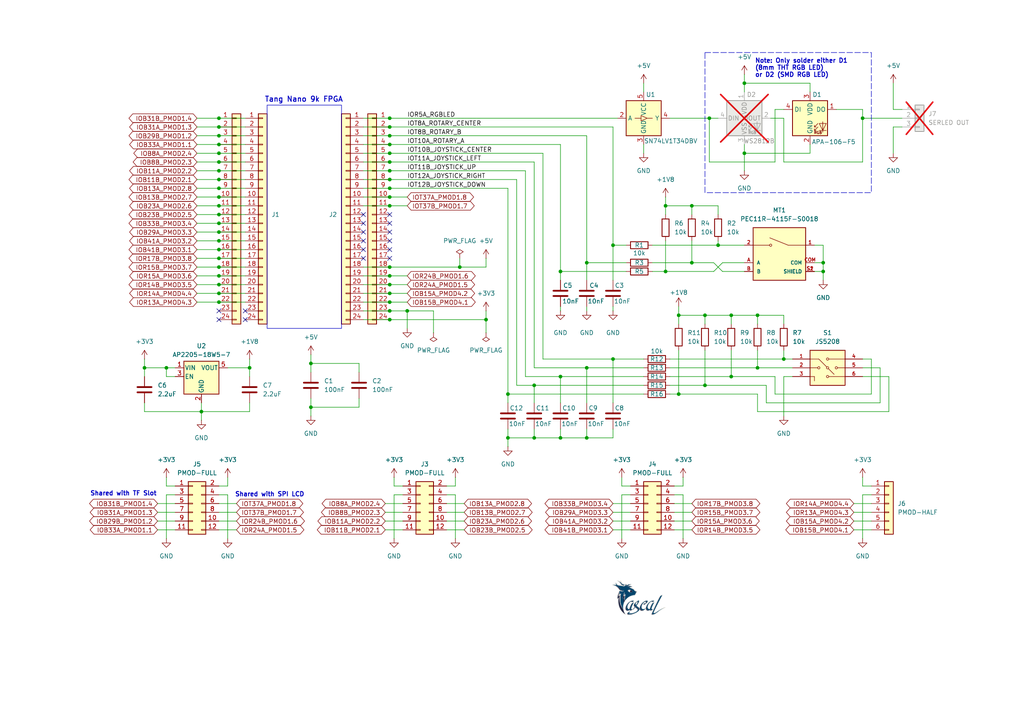
<source format=kicad_sch>
(kicad_sch (version 20231120) (generator "eeschema") (generator_version "8.0")
  (paper "A4")
  (title_block (title "Tang Nano 9k Baseboard") (date "2024-06-16") (rev "A") (company "Pascal G. (gfcwfzkm)"))
  (junction (at 63.5 72.39))
  (junction (at 215.9 44.45))
  (junction (at 227.33 104.14))
  (junction (at 113.03 36.83))
  (junction (at 204.47 91.44))
  (junction (at 212.09 91.44))
  (junction (at 196.85 91.44))
  (junction (at 113.03 90.17))
  (junction (at 113.03 80.01))
  (junction (at 63.5 82.55))
  (junction (at 147.32 127))
  (junction (at 63.5 67.31))
  (junction (at 215.9 24.13))
  (junction (at 63.5 57.15))
  (junction (at 219.71 91.44))
  (junction (at 63.5 34.29))
  (junction (at 41.91 106.68))
  (junction (at 113.03 87.63))
  (junction (at 113.03 54.61))
  (junction (at 140.97 92.71))
  (junction (at 113.03 57.15))
  (junction (at 162.56 78.74))
  (junction (at 154.94 111.76))
  (junction (at 63.5 77.47))
  (junction (at 63.5 46.99))
  (junction (at 147.32 114.3))
  (junction (at 90.17 105.41))
  (junction (at 63.5 41.91))
  (junction (at 193.04 78.74))
  (junction (at 212.09 109.22))
  (junction (at 113.03 77.47))
  (junction (at 113.03 92.71))
  (junction (at 162.56 109.22))
  (junction (at 63.5 39.37))
  (junction (at 63.5 80.01))
  (junction (at 63.5 74.93))
  (junction (at 177.8 71.12))
  (junction (at 63.5 64.77))
  (junction (at 113.03 49.53))
  (junction (at 63.5 36.83))
  (junction (at 63.5 52.07))
  (junction (at 133.35 77.47))
  (junction (at 63.5 49.53))
  (junction (at 90.17 118.11))
  (junction (at 196.85 114.3))
  (junction (at 204.47 111.76))
  (junction (at 63.5 85.09))
  (junction (at 250.19 34.29))
  (junction (at 63.5 87.63))
  (junction (at 162.56 127))
  (junction (at 238.76 76.2))
  (junction (at 113.03 34.29))
  (junction (at 63.5 59.69))
  (junction (at 193.04 59.69))
  (junction (at 63.5 54.61))
  (junction (at 113.03 39.37))
  (junction (at 72.39 106.68))
  (junction (at 113.03 82.55))
  (junction (at 208.28 71.12))
  (junction (at 177.8 104.14))
  (junction (at 48.26 106.68))
  (junction (at 170.18 106.68))
  (junction (at 200.66 76.2))
  (junction (at 113.03 41.91))
  (junction (at 170.18 76.2))
  (junction (at 238.76 78.74))
  (junction (at 200.66 59.69))
  (junction (at 113.03 44.45))
  (junction (at 63.5 44.45))
  (junction (at 170.18 127))
  (junction (at 63.5 62.23))
  (junction (at 58.42 119.38))
  (junction (at 113.03 59.69))
  (junction (at 113.03 85.09))
  (junction (at 63.5 69.85))
  (junction (at 118.11 90.17))
  (junction (at 113.03 46.99))
  (junction (at 113.03 52.07))
  (junction (at 154.94 127))
  (junction (at 205.74 34.29))
  (junction (at 219.71 106.68))
  (no_connect (at 113.03 74.93))
  (no_connect (at 71.12 92.71))
  (no_connect (at 113.03 69.85))
  (no_connect (at 113.03 72.39))
  (no_connect (at 105.41 67.31))
  (no_connect (at 105.41 74.93))
  (no_connect (at 63.5 90.17))
  (no_connect (at 105.41 62.23))
  (no_connect (at 63.5 92.71))
  (no_connect (at 105.41 64.77))
  (no_connect (at 113.03 67.31))
  (no_connect (at 105.41 69.85))
  (no_connect (at 113.03 62.23))
  (no_connect (at 105.41 72.39))
  (no_connect (at 71.12 90.17))
  (no_connect (at 113.03 64.77))
  (wire (pts (xy 224.79 31.75) (xy 224.79 46.99)))
  (wire (pts (xy 57.15 59.69) (xy 63.5 59.69)))
  (wire (pts (xy 177.8 127) (xy 170.18 127)))
  (wire (pts (xy 181.61 71.12) (xy 177.8 71.12)))
  (wire (pts (xy 236.22 76.2) (xy 238.76 76.2)))
  (wire (pts (xy 224.79 46.99) (xy 205.74 46.99)))
  (wire (pts (xy 227.33 46.99) (xy 250.19 46.99)))
  (wire (pts (xy 186.69 106.68) (xy 170.18 106.68)))
  (wire (pts (xy 118.11 90.17) (xy 118.11 95.25)))
  (wire (pts (xy 58.42 116.84) (xy 58.42 119.38)))
  (wire (pts (xy 90.17 107.95) (xy 90.17 105.41)))
  (wire (pts (xy 140.97 74.93) (xy 140.97 77.47)))
  (wire (pts (xy 66.04 106.68) (xy 72.39 106.68)))
  (wire (pts (xy 105.41 80.01) (xy 113.03 80.01)))
  (wire (pts (xy 57.15 44.45) (xy 63.5 44.45)))
  (wire (pts (xy 229.87 106.68) (xy 219.71 106.68)))
  (wire (pts (xy 227.33 109.22) (xy 227.33 120.65)))
  (wire (pts (xy 113.03 57.15) (xy 118.11 57.15)))
  (wire (pts (xy 204.47 111.76) (xy 194.31 111.76)))
  (wire (pts (xy 186.69 24.13) (xy 186.69 26.67)))
  (wire (pts (xy 147.32 54.61) (xy 113.03 54.61)))
  (wire (pts (xy 194.31 34.29) (xy 205.74 34.29)))
  (wire (pts (xy 63.5 87.63) (xy 71.12 87.63)))
  (wire (pts (xy 223.52 34.29) (xy 227.33 34.29)))
  (wire (pts (xy 63.5 74.93) (xy 71.12 74.93)))
  (wire (pts (xy 222.25 111.76) (xy 204.47 111.76)))
  (wire (pts (xy 219.71 119.38) (xy 257.81 119.38)))
  (wire (pts (xy 63.5 41.91) (xy 71.12 41.91)))
  (wire (pts (xy 113.03 90.17) (xy 118.11 90.17)))
  (wire (pts (xy 198.12 143.51) (xy 198.12 156.21)))
  (wire (pts (xy 170.18 106.68) (xy 170.18 116.84)))
  (wire (pts (xy 154.94 111.76) (xy 154.94 116.84)))
  (wire (pts (xy 63.5 62.23) (xy 71.12 62.23)))
  (wire (pts (xy 162.56 109.22) (xy 186.69 109.22)))
  (wire (pts (xy 177.8 71.12) (xy 177.8 81.28)))
  (wire (pts (xy 63.5 59.69) (xy 71.12 59.69)))
  (wire (pts (xy 250.19 106.68) (xy 255.27 106.68)))
  (wire (pts (xy 113.03 39.37) (xy 170.18 39.37)))
  (wire (pts (xy 63.5 64.77) (xy 71.12 64.77)))
  (wire (pts (xy 219.71 106.68) (xy 219.71 101.6)))
  (wire (pts (xy 234.95 41.91) (xy 234.95 44.45)))
  (wire (pts (xy 57.15 34.29) (xy 63.5 34.29)))
  (wire (pts (xy 189.23 71.12) (xy 208.28 71.12)))
  (wire (pts (xy 125.73 90.17) (xy 118.11 90.17)))
  (wire (pts (xy 194.31 104.14) (xy 227.33 104.14)))
  (wire (pts (xy 48.26 140.97) (xy 50.8 140.97)))
  (wire (pts (xy 63.5 143.51) (xy 66.04 143.51)))
  (wire (pts (xy 250.19 34.29) (xy 261.62 34.29)))
  (wire (pts (xy 105.41 52.07) (xy 113.03 52.07)))
  (wire (pts (xy 200.66 59.69) (xy 200.66 62.23)))
  (wire (pts (xy 170.18 76.2) (xy 170.18 81.28)))
  (wire (pts (xy 66.04 138.43) (xy 66.04 140.97)))
  (wire (pts (xy 255.27 106.68) (xy 255.27 116.84)))
  (wire (pts (xy 259.08 36.83) (xy 259.08 44.45)))
  (wire (pts (xy 238.76 71.12) (xy 238.76 76.2)))
  (wire (pts (xy 162.56 78.74) (xy 162.56 81.28)))
  (wire (pts (xy 162.56 124.46) (xy 162.56 127)))
  (wire (pts (xy 104.14 118.11) (xy 90.17 118.11)))
  (wire (pts (xy 162.56 41.91) (xy 162.56 78.74)))
  (wire (pts (xy 57.15 36.83) (xy 63.5 36.83)))
  (wire (pts (xy 219.71 91.44) (xy 219.71 93.98)))
  (wire (pts (xy 63.5 69.85) (xy 71.12 69.85)))
  (wire (pts (xy 147.32 124.46) (xy 147.32 127)))
  (wire (pts (xy 116.84 140.97) (xy 114.3 140.97)))
  (wire (pts (xy 170.18 106.68) (xy 154.94 106.68)))
  (wire (pts (xy 252.73 143.51) (xy 250.19 143.51)))
  (wire (pts (xy 234.95 24.13) (xy 215.9 24.13)))
  (wire (pts (xy 177.8 146.05) (xy 182.88 146.05)))
  (wire (pts (xy 63.5 67.31) (xy 71.12 67.31)))
  (wire (pts (xy 41.91 116.84) (xy 41.91 119.38)))
  (wire (pts (xy 247.65 148.59) (xy 252.73 148.59)))
  (wire (pts (xy 234.95 44.45) (xy 215.9 44.45)))
  (wire (pts (xy 105.41 77.47) (xy 113.03 77.47)))
  (wire (pts (xy 57.15 77.47) (xy 63.5 77.47)))
  (wire (pts (xy 261.62 31.75) (xy 259.08 31.75)))
  (wire (pts (xy 57.15 64.77) (xy 63.5 64.77)))
  (wire (pts (xy 177.8 148.59) (xy 182.88 148.59)))
  (wire (pts (xy 177.8 88.9) (xy 177.8 90.17)))
  (wire (pts (xy 57.15 87.63) (xy 63.5 87.63)))
  (wire (pts (xy 250.19 143.51) (xy 250.19 156.21)))
  (wire (pts (xy 57.15 67.31) (xy 63.5 67.31)))
  (wire (pts (xy 63.5 151.13) (xy 68.58 151.13)))
  (wire (pts (xy 57.15 82.55) (xy 63.5 82.55)))
  (wire (pts (xy 105.41 59.69) (xy 113.03 59.69)))
  (wire (pts (xy 189.23 78.74) (xy 193.04 78.74)))
  (wire (pts (xy 194.31 114.3) (xy 196.85 114.3)))
  (wire (pts (xy 177.8 104.14) (xy 186.69 104.14)))
  (wire (pts (xy 252.73 140.97) (xy 250.19 140.97)))
  (wire (pts (xy 149.86 111.76) (xy 149.86 52.07)))
  (wire (pts (xy 212.09 91.44) (xy 204.47 91.44)))
  (wire (pts (xy 147.32 114.3) (xy 186.69 114.3)))
  (wire (pts (xy 57.15 41.91) (xy 63.5 41.91)))
  (wire (pts (xy 63.5 34.29) (xy 71.12 34.29)))
  (wire (pts (xy 57.15 57.15) (xy 63.5 57.15)))
  (wire (pts (xy 147.32 54.61) (xy 147.32 114.3)))
  (wire (pts (xy 63.5 36.83) (xy 71.12 36.83)))
  (wire (pts (xy 195.58 151.13) (xy 200.66 151.13)))
  (wire (pts (xy 113.03 41.91) (xy 162.56 41.91)))
  (wire (pts (xy 63.5 54.61) (xy 71.12 54.61)))
  (wire (pts (xy 129.54 151.13) (xy 134.62 151.13)))
  (wire (pts (xy 140.97 92.71) (xy 140.97 96.52)))
  (wire (pts (xy 72.39 104.14) (xy 72.39 106.68)))
  (wire (pts (xy 157.48 104.14) (xy 177.8 104.14)))
  (wire (pts (xy 162.56 88.9) (xy 162.56 90.17)))
  (wire (pts (xy 105.41 92.71) (xy 113.03 92.71)))
  (wire (pts (xy 252.73 104.14) (xy 250.19 104.14)))
  (wire (pts (xy 198.12 140.97) (xy 198.12 138.43)))
  (wire (pts (xy 170.18 127) (xy 162.56 127)))
  (wire (pts (xy 200.66 69.85) (xy 200.66 76.2)))
  (wire (pts (xy 57.15 54.61) (xy 63.5 54.61)))
  (wire (pts (xy 72.39 119.38) (xy 58.42 119.38)))
  (wire (pts (xy 113.03 46.99) (xy 154.94 46.99)))
  (wire (pts (xy 72.39 106.68) (xy 72.39 109.22)))
  (wire (pts (xy 152.4 109.22) (xy 162.56 109.22)))
  (wire (pts (xy 48.26 138.43) (xy 48.26 140.97)))
  (wire (pts (xy 104.14 105.41) (xy 104.14 107.95)))
  (wire (pts (xy 208.28 69.85) (xy 208.28 71.12)))
  (wire (pts (xy 113.03 77.47) (xy 133.35 77.47)))
  (wire (pts (xy 236.22 71.12) (xy 238.76 71.12)))
  (wire (pts (xy 212.09 101.6) (xy 212.09 109.22)))
  (wire (pts (xy 215.9 76.2) (xy 209.55 76.2)))
  (wire (pts (xy 208.28 59.69) (xy 200.66 59.69)))
  (wire (pts (xy 57.15 62.23) (xy 63.5 62.23)))
  (wire (pts (xy 238.76 76.2) (xy 238.76 78.74)))
  (wire (pts (xy 57.15 74.93) (xy 63.5 74.93)))
  (wire (pts (xy 227.33 93.98) (xy 227.33 91.44)))
  (wire (pts (xy 215.9 41.91) (xy 215.9 44.45)))
  (wire (pts (xy 207.01 76.2) (xy 209.55 78.74)))
  (wire (pts (xy 154.94 106.68) (xy 154.94 46.99)))
  (wire (pts (xy 113.03 44.45) (xy 157.48 44.45)))
  (wire (pts (xy 63.5 77.47) (xy 71.12 77.47)))
  (wire (pts (xy 215.9 44.45) (xy 215.9 49.53)))
  (wire (pts (xy 63.5 39.37) (xy 71.12 39.37)))
  (wire (pts (xy 224.79 109.22) (xy 224.79 114.3)))
  (wire (pts (xy 125.73 96.52) (xy 125.73 90.17)))
  (wire (pts (xy 41.91 104.14) (xy 41.91 106.68)))
  (wire (pts (xy 57.15 80.01) (xy 63.5 80.01)))
  (wire (pts (xy 227.33 104.14) (xy 227.33 101.6)))
  (wire (pts (xy 250.19 140.97) (xy 250.19 138.43)))
  (wire (pts (xy 227.33 31.75) (xy 224.79 31.75)))
  (wire (pts (xy 57.15 39.37) (xy 63.5 39.37)))
  (wire (pts (xy 195.58 153.67) (xy 200.66 153.67)))
  (wire (pts (xy 227.33 91.44) (xy 219.71 91.44)))
  (wire (pts (xy 50.8 109.22) (xy 48.26 109.22)))
  (wire (pts (xy 193.04 57.15) (xy 193.04 59.69)))
  (wire (pts (xy 162.56 127) (xy 154.94 127)))
  (wire (pts (xy 208.28 62.23) (xy 208.28 59.69)))
  (wire (pts (xy 147.32 127) (xy 147.32 129.54)))
  (wire (pts (xy 113.03 34.29) (xy 179.07 34.29)))
  (wire (pts (xy 72.39 116.84) (xy 72.39 119.38)))
  (wire (pts (xy 63.5 57.15) (xy 71.12 57.15)))
  (wire (pts (xy 105.41 41.91) (xy 113.03 41.91)))
  (wire (pts (xy 111.76 146.05) (xy 116.84 146.05)))
  (wire (pts (xy 90.17 102.87) (xy 90.17 105.41)))
  (wire (pts (xy 129.54 148.59) (xy 134.62 148.59)))
  (wire (pts (xy 152.4 49.53) (xy 152.4 109.22)))
  (wire (pts (xy 63.5 44.45) (xy 71.12 44.45)))
  (wire (pts (xy 63.5 80.01) (xy 71.12 80.01)))
  (wire (pts (xy 259.08 31.75) (xy 259.08 24.13)))
  (wire (pts (xy 180.34 140.97) (xy 182.88 140.97)))
  (wire (pts (xy 195.58 140.97) (xy 198.12 140.97)))
  (wire (pts (xy 193.04 78.74) (xy 207.01 78.74)))
  (wire (pts (xy 113.03 80.01) (xy 118.11 80.01)))
  (wire (pts (xy 63.5 85.09) (xy 71.12 85.09)))
  (wire (pts (xy 195.58 148.59) (xy 200.66 148.59)))
  (wire (pts (xy 105.41 44.45) (xy 113.03 44.45)))
  (wire (pts (xy 90.17 105.41) (xy 104.14 105.41)))
  (wire (pts (xy 177.8 104.14) (xy 177.8 116.84)))
  (wire (pts (xy 111.76 148.59) (xy 116.84 148.59)))
  (wire (pts (xy 177.8 151.13) (xy 182.88 151.13)))
  (wire (pts (xy 154.94 127) (xy 147.32 127)))
  (wire (pts (xy 114.3 140.97) (xy 114.3 138.43)))
  (wire (pts (xy 170.18 76.2) (xy 181.61 76.2)))
  (wire (pts (xy 48.26 106.68) (xy 50.8 106.68)))
  (wire (pts (xy 250.19 31.75) (xy 250.19 34.29)))
  (wire (pts (xy 113.03 82.55) (xy 118.11 82.55)))
  (wire (pts (xy 111.76 153.67) (xy 116.84 153.67)))
  (wire (pts (xy 50.8 143.51) (xy 48.26 143.51)))
  (wire (pts (xy 205.74 46.99) (xy 205.74 34.29)))
  (wire (pts (xy 219.71 114.3) (xy 219.71 119.38)))
  (wire (pts (xy 196.85 114.3) (xy 219.71 114.3)))
  (wire (pts (xy 255.27 116.84) (xy 222.25 116.84)))
  (wire (pts (xy 207.01 76.2) (xy 200.66 76.2)))
  (wire (pts (xy 212.09 109.22) (xy 224.79 109.22)))
  (wire (pts (xy 204.47 101.6) (xy 204.47 111.76)))
  (wire (pts (xy 236.22 78.74) (xy 238.76 78.74)))
  (wire (pts (xy 209.55 78.74) (xy 215.9 78.74)))
  (wire (pts (xy 140.97 92.71) (xy 140.97 90.17)))
  (wire (pts (xy 105.41 82.55) (xy 113.03 82.55)))
  (wire (pts (xy 111.76 151.13) (xy 116.84 151.13)))
  (wire (pts (xy 63.5 148.59) (xy 68.58 148.59)))
  (wire (pts (xy 113.03 92.71) (xy 140.97 92.71)))
  (wire (pts (xy 57.15 49.53) (xy 63.5 49.53)))
  (wire (pts (xy 250.19 46.99) (xy 250.19 34.29)))
  (wire (pts (xy 63.5 49.53) (xy 71.12 49.53)))
  (wire (pts (xy 105.41 46.99) (xy 113.03 46.99)))
  (wire (pts (xy 182.88 143.51) (xy 180.34 143.51)))
  (wire (pts (xy 63.5 146.05) (xy 68.58 146.05)))
  (wire (pts (xy 162.56 109.22) (xy 162.56 116.84)))
  (wire (pts (xy 193.04 59.69) (xy 193.04 62.23)))
  (wire (pts (xy 58.42 119.38) (xy 58.42 121.92)))
  (wire (pts (xy 204.47 91.44) (xy 204.47 93.98)))
  (wire (pts (xy 104.14 115.57) (xy 104.14 118.11)))
  (wire (pts (xy 66.04 143.51) (xy 66.04 156.21)))
  (wire (pts (xy 113.03 59.69) (xy 118.11 59.69)))
  (wire (pts (xy 129.54 140.97) (xy 132.08 140.97)))
  (wire (pts (xy 194.31 109.22) (xy 212.09 109.22)))
  (wire (pts (xy 154.94 124.46) (xy 154.94 127)))
  (wire (pts (xy 132.08 140.97) (xy 132.08 138.43)))
  (wire (pts (xy 132.08 143.51) (xy 132.08 156.21)))
  (wire (pts (xy 242.57 31.75) (xy 250.19 31.75)))
  (wire (pts (xy 113.03 87.63) (xy 118.11 87.63)))
  (wire (pts (xy 41.91 119.38) (xy 58.42 119.38)))
  (wire (pts (xy 57.15 46.99) (xy 63.5 46.99)))
  (wire (pts (xy 177.8 124.46) (xy 177.8 127)))
  (wire (pts (xy 189.23 76.2) (xy 200.66 76.2)))
  (wire (pts (xy 261.62 36.83) (xy 259.08 36.83)))
  (wire (pts (xy 208.28 71.12) (xy 215.9 71.12)))
  (wire (pts (xy 170.18 88.9) (xy 170.18 90.17)))
  (wire (pts (xy 133.35 74.93) (xy 133.35 77.47)))
  (wire (pts (xy 129.54 146.05) (xy 134.62 146.05)))
  (wire (pts (xy 247.65 146.05) (xy 252.73 146.05)))
  (wire (pts (xy 247.65 151.13) (xy 252.73 151.13)))
  (wire (pts (xy 196.85 88.9) (xy 196.85 91.44)))
  (wire (pts (xy 257.81 109.22) (xy 250.19 109.22)))
  (wire (pts (xy 196.85 101.6) (xy 196.85 114.3)))
  (wire (pts (xy 215.9 24.13) (xy 215.9 26.67)))
  (wire (pts (xy 195.58 146.05) (xy 200.66 146.05)))
  (wire (pts (xy 229.87 109.22) (xy 227.33 109.22)))
  (wire (pts (xy 129.54 143.51) (xy 132.08 143.51)))
  (wire (pts (xy 219.71 91.44) (xy 212.09 91.44)))
  (wire (pts (xy 105.41 54.61) (xy 113.03 54.61)))
  (wire (pts (xy 105.41 34.29) (xy 113.03 34.29)))
  (wire (pts (xy 113.03 52.07) (xy 149.86 52.07)))
  (wire (pts (xy 45.72 153.67) (xy 50.8 153.67)))
  (wire (pts (xy 105.41 57.15) (xy 113.03 57.15)))
  (wire (pts (xy 105.41 85.09) (xy 113.03 85.09)))
  (wire (pts (xy 105.41 90.17) (xy 113.03 90.17)))
  (wire (pts (xy 180.34 143.51) (xy 180.34 156.21)))
  (wire (pts (xy 63.5 82.55) (xy 71.12 82.55)))
  (wire (pts (xy 45.72 151.13) (xy 50.8 151.13)))
  (wire (pts (xy 113.03 36.83) (xy 177.8 36.83)))
  (wire (pts (xy 41.91 106.68) (xy 48.26 106.68)))
  (wire (pts (xy 177.8 36.83) (xy 177.8 71.12)))
  (wire (pts (xy 238.76 78.74) (xy 238.76 81.28)))
  (wire (pts (xy 105.41 49.53) (xy 113.03 49.53)))
  (wire (pts (xy 204.47 91.44) (xy 196.85 91.44)))
  (wire (pts (xy 45.72 148.59) (xy 50.8 148.59)))
  (wire (pts (xy 57.15 69.85) (xy 63.5 69.85)))
  (wire (pts (xy 63.5 52.07) (xy 71.12 52.07)))
  (wire (pts (xy 113.03 85.09) (xy 118.11 85.09)))
  (wire (pts (xy 194.31 106.68) (xy 219.71 106.68)))
  (wire (pts (xy 234.95 26.67) (xy 234.95 24.13)))
  (wire (pts (xy 227.33 104.14) (xy 229.87 104.14)))
  (wire (pts (xy 45.72 146.05) (xy 50.8 146.05)))
  (wire (pts (xy 63.5 46.99) (xy 71.12 46.99)))
  (wire (pts (xy 162.56 78.74) (xy 181.61 78.74)))
  (wire (pts (xy 105.41 39.37) (xy 113.03 39.37)))
  (wire (pts (xy 114.3 143.51) (xy 114.3 156.21)))
  (wire (pts (xy 212.09 91.44) (xy 212.09 93.98)))
  (wire (pts (xy 247.65 153.67) (xy 252.73 153.67)))
  (wire (pts (xy 180.34 138.43) (xy 180.34 140.97)))
  (wire (pts (xy 207.01 78.74) (xy 209.55 76.2)))
  (wire (pts (xy 205.74 34.29) (xy 208.28 34.29)))
  (wire (pts (xy 48.26 143.51) (xy 48.26 156.21)))
  (wire (pts (xy 200.66 59.69) (xy 193.04 59.69)))
  (wire (pts (xy 147.32 114.3) (xy 147.32 116.84)))
  (wire (pts (xy 48.26 109.22) (xy 48.26 106.68)))
  (wire (pts (xy 41.91 106.68) (xy 41.91 109.22)))
  (wire (pts (xy 227.33 34.29) (xy 227.33 46.99)))
  (wire (pts (xy 170.18 39.37) (xy 170.18 76.2)))
  (wire (pts (xy 196.85 91.44) (xy 196.85 93.98)))
  (wire (pts (xy 154.94 111.76) (xy 149.86 111.76)))
  (wire (pts (xy 257.81 119.38) (xy 257.81 109.22)))
  (wire (pts (xy 177.8 153.67) (xy 182.88 153.67)))
  (wire (pts (xy 157.48 44.45) (xy 157.48 104.14)))
  (wire (pts (xy 193.04 69.85) (xy 193.04 78.74)))
  (wire (pts (xy 63.5 72.39) (xy 71.12 72.39)))
  (wire (pts (xy 90.17 118.11) (xy 90.17 120.65)))
  (wire (pts (xy 57.15 52.07) (xy 63.5 52.07)))
  (wire (pts (xy 114.3 143.51) (xy 116.84 143.51)))
  (wire (pts (xy 63.5 153.67) (xy 68.58 153.67)))
  (wire (pts (xy 63.5 140.97) (xy 66.04 140.97)))
  (wire (pts (xy 170.18 124.46) (xy 170.18 127)))
  (wire (pts (xy 129.54 153.67) (xy 134.62 153.67)))
  (wire (pts (xy 186.69 111.76) (xy 154.94 111.76)))
  (wire (pts (xy 105.41 87.63) (xy 113.03 87.63)))
  (wire (pts (xy 224.79 114.3) (xy 252.73 114.3)))
  (wire (pts (xy 133.35 77.47) (xy 140.97 77.47)))
  (wire (pts (xy 113.03 49.53) (xy 152.4 49.53)))
  (wire (pts (xy 195.58 143.51) (xy 198.12 143.51)))
  (wire (pts (xy 57.15 72.39) (xy 63.5 72.39)))
  (wire (pts (xy 57.15 85.09) (xy 63.5 85.09)))
  (wire (pts (xy 252.73 114.3) (xy 252.73 104.14)))
  (wire (pts (xy 186.69 44.45) (xy 186.69 41.91)))
  (wire (pts (xy 215.9 21.59) (xy 215.9 24.13)))
  (wire (pts (xy 222.25 116.84) (xy 222.25 111.76)))
  (wire (pts (xy 105.41 36.83) (xy 113.03 36.83)))
  (wire (pts (xy 90.17 115.57) (xy 90.17 118.11)))
  (polyline (pts (xy 185.2335 174.1892) (xy 185.249 174.1911) (xy 185.2637 174.1947) (xy 185.2774 174.1997) (xy 185.29 174.2063) (xy 185.3016 174.2146) (xy 185.312 174.2244) (xy 185.3213 174.236) (xy 185.3293 174.2492) (xy 185.336 174.2641) (xy 185.3413 174.2808) (xy 185.3453 174.2992) (xy 185.3478 174.3195) (xy 185.3488 174.3415) (xy 185.3482 174.3655) (xy 185.3461 174.3913) (xy 185.3422 174.419) (xy 185.3367 174.4487) (xy 185.3294 174.4804) (xy 185.3202 174.514) (xy 185.3092 174.5497) (xy 185.2963 174.5875) (xy 185.2754 174.639) (xy 185.2482 174.6961) (xy 185.2152 174.758) (xy 185.1773 174.8241) (xy 185.0896 174.966) (xy 184.9906 175.1162) (xy 184.597 175.6913) (xy 184.6111 175.7103) (xy 184.6278 175.7299) (xy 184.6678 175.7709) (xy 184.7157 175.8138) (xy 184.77 175.8584) (xy 184.8293 175.9042) (xy 184.8923 175.9509) (xy 185.0234 176.0453) (xy 185.1523 176.1388) (xy 185.2123 176.1843) (xy 185.2676 176.2284) (xy 185.3166 176.2708) (xy 185.3581 176.311) (xy 185.3755 176.3303) (xy 185.3906 176.3489) (xy 185.403 176.3667) (xy 185.4126 176.3839) (xy 185.4256 176.4118) (xy 185.437 176.4396) (xy 185.4469 176.4671) (xy 185.4553 176.4943) (xy 185.4623 176.5214) (xy 185.4679 176.5481) (xy 185.4721 176.5746) (xy 185.475 176.6008) (xy 185.4766 176.6267) (xy 185.477 176.6524) (xy 185.4762 176.6777) (xy 185.4742 176.7027) (xy 185.4712 176.7274) (xy 185.4671 176.7518) (xy 185.4619 176.7758) (xy 185.4557 176.7995) (xy 185.4486 176.8229) (xy 185.4406 176.8459) (xy 185.4317 176.8685) (xy 185.422 176.8908) (xy 185.4003 176.9341) (xy 185.3758 176.9759) (xy 185.3488 177.0159) (xy 185.3196 177.0543) (xy 185.2886 177.0908) (xy 185.2561 177.1255) (xy 185.1702 177.2121) (xy 185.0834 177.2943) (xy 185.037 177.3346) (xy 184.9872 177.3749) (xy 184.933 177.4154) (xy 184.8733 177.4565) (xy 184.8071 177.4985) (xy 184.7333 177.5419) (xy 184.6508 177.5868) (xy 184.5587 177.6337) (xy 184.4559 177.6829) (xy 184.3414 177.7348) (xy 184.214 177.7897) (xy 184.0728 177.8478) (xy 183.9705 177.8881) (xy 183.8712 177.9251) (xy 183.775 177.959) (xy 183.6818 177.9899) (xy 183.5915 178.0178) (xy 183.5042 178.043) (xy 183.4197 178.0654) (xy 183.3382 178.0852) (xy 183.2595 178.1025) (xy 183.1836 178.1174) (xy 183.1106 178.1299) (xy 183.0403 178.1403) (xy 182.9727 178.1485) (xy 182.9078 178.1548) (xy 182.8457 178.1591) (xy 182.7862 178.1617) (xy 182.7293 178.1625) (xy 182.675 178.1617) (xy 182.5741 178.1558) (xy 182.4833 178.1447) (xy 182.4024 178.1292) (xy 182.3311 178.1101) (xy 182.2691 178.0883) (xy 182.2163 178.0645) (xy 182.1725 178.0397) (xy 182.1541 178.0267) (xy 182.1381 178.013) (xy 182.1244 177.9986) (xy 182.113 177.9837) (xy 182.1038 177.9682) (xy 182.0965 177.9522) (xy 182.0912 177.9358) (xy 182.0878 177.919) (xy 182.086 177.902) (xy 182.0859 177.8847) (xy 182.0872 177.8673) (xy 182.09 177.8498) (xy 182.094 177.8322) (xy 182.0993 177.8147) (xy 182.1056 177.7972) (xy 182.113 177.7799) (xy 182.1212 177.7627) (xy 182.1301 177.7459) (xy 182.1398 177.7294) (xy 182.15 177.7132) (xy 182.1717 177.6824) (xy 182.1943 177.6539) (xy 182.2172 177.6282) (xy 182.2393 177.6058) (xy 182.2599 177.5872) (xy 182.2781 177.5729) (xy 182.2962 177.5608) (xy 182.3166 177.5487) (xy 182.3391 177.5367) (xy 182.3631 177.5248) (xy 182.3884 177.5132) (xy 182.4145 177.502) (xy 182.441 177.4912) (xy 182.4676 177.481) (xy 182.5193 177.4627) (xy 182.5665 177.4479) (xy 182.5874 177.4421) (xy 182.606 177.4375) (xy 182.622 177.4342) (xy 182.6348 177.4323) (xy 182.6463 177.4313) (xy 182.6581 177.4307) (xy 182.67 177.4306) (xy 182.6816 177.4312) (xy 182.6873 177.4318) (xy 182.6927 177.4326) (xy 182.698 177.4336) (xy 182.703 177.4349) (xy 182.7077 177.4364) (xy 182.7121 177.4382) (xy 182.7162 177.4403) (xy 182.7199 177.4427) (xy 182.7231 177.4454) (xy 182.7259 177.4484) (xy 182.7281 177.4518) (xy 182.7299 177.4556) (xy 182.731 177.4597) (xy 182.7315 177.4642) (xy 182.7314 177.4692) (xy 182.7306 177.4746) (xy 182.7291 177.4804) (xy 182.7268 177.4866) (xy 182.7237 177.4933) (xy 182.7198 177.5006) (xy 182.715 177.5083) (xy 182.7092 177.5165) (xy 182.7026 177.5253) (xy 182.6949 177.5346) (xy 182.6868 177.5439) (xy 182.6787 177.5528) (xy 182.6706 177.5612) (xy 182.6626 177.5692) (xy 182.6547 177.5767) (xy 182.6469 177.5837) (xy 182.6392 177.5904) (xy 182.6316 177.5967) (xy 182.6241 177.6025) (xy 182.6168 177.608) (xy 182.6097 177.6132) (xy 182.6028 177.6179) (xy 182.596 177.6223) (xy 182.5895 177.6264) (xy 182.5771 177.6336) (xy 182.5657 177.6396) (xy 182.5555 177.6445) (xy 182.5465 177.6484) (xy 182.5389 177.6514) (xy 182.5328 177.6535) (xy 182.5283 177.655) (xy 182.5245 177.656) (xy 182.5176 177.6538) (xy 182.5102 177.652) (xy 182.5022 177.6507) (xy 182.4939 177.6497) (xy 182.4852 177.6492) (xy 182.4764 177.6492) (xy 182.4674 177.6496) (xy 182.4584 177.6504) (xy 182.4494 177.6517) (xy 182.4406 177.6534) (xy 182.432 177.6556) (xy 182.4237 177.6582) (xy 182.4158 177.6614) (xy 182.4083 177.6649) (xy 182.4015 177.669) (xy 182.3954 177.6736) (xy 182.3899 177.6786) (xy 182.3854 177.6841) (xy 182.3817 177.6902) (xy 182.3791 177.6967) (xy 182.3776 177.7037) (xy 182.3773 177.7113) (xy 182.3783 177.7193) (xy 182.3806 177.7279) (xy 182.3844 177.737) (xy 182.3898 177.7467) (xy 182.3967 177.7568) (xy 182.4055 177.7675) (xy 182.416 177.7788) (xy 182.4284 177.7906) (xy 182.4428 177.8029) (xy 182.4593 177.8158) (xy 182.5126 177.8478) (xy 182.579 177.8739) (xy 182.6576 177.894) (xy 182.7475 177.9079) (xy 182.8479 177.9154) (xy 182.9578 177.9162) (xy 183.0765 177.9101) (xy 183.2029 177.8969) (xy 183.3363 177.8764) (xy 183.4757 177.8483) (xy 183.6202 177.8124) (xy 183.769 177.7686) (xy 183.9213 177.7165) (xy 184.076 177.6561) (xy 184.2323 177.5869) (xy 184.3894 177.509) (xy 184.4688 177.4662) (xy 184.5425 177.4241) (xy 184.6109 177.3828) (xy 184.674 177.3422) (xy 184.7322 177.3025) (xy 184.7855 177.2635) (xy 184.8342 177.2253) (xy 184.8785 177.188) (xy 184.9185 177.1515) (xy 184.9545 177.1159) (xy 184.9867 177.0812) (xy 185.0152 177.0474) (xy 185.0402 177.0146) (xy 185.0619 176.9826) (xy 185.0806 176.9516) (xy 185.0964 176.9216) (xy 185.1095 176.8926) (xy 185.12 176.8646) (xy 185.1283 176.8376) (xy 185.1345 176.8117) (xy 185.1387 176.7868) (xy 185.1412 176.763) (xy 185.1422 176.7404) (xy 185.1418 176.7188) (xy 185.1403 176.6983) (xy 185.1378 176.6791) (xy 185.1307 176.644) (xy 185.1221 176.6138) (xy 185.1136 176.5885) (xy 185.1078 176.576) (xy 185.0984 176.5615) (xy 185.0703 176.5271) (xy 185.0312 176.4865) (xy 184.983 176.441) (xy 184.9275 176.3918) (xy 184.8669 176.3402) (xy 184.7374 176.235) (xy 184.6099 176.1354) (xy 184.4998 176.0517) (xy 184.3933 175.9726) (xy 183.7266 176.7147) (xy 183.7256 176.7157) (xy 183.723 176.7182) (xy 183.7211 176.7198) (xy 183.719 176.7216) (xy 183.7165 176.7234) (xy 183.7139 176.7253) (xy 183.7111 176.727) (xy 183.7081 176.7285) (xy 183.7066 176.7292) (xy 183.7051 176.7298) (xy 183.7035 176.7304) (xy 183.7019 176.7308) (xy 183.7004 176.7311) (xy 183.6988 176.7314) (xy 183.6972 176.7315) (xy 183.6957 176.7314) (xy 183.6941 176.7312) (xy 183.6926 176.7309) (xy 183.6911 176.7304) (xy 183.6897 176.7297) (xy 183.6886 176.7291) (xy 183.6877 176.7283) (xy 183.6869 176.7275) (xy 183.6862 176.7267) (xy 183.6857 176.7257) (xy 183.6852 176.7247) (xy 183.6849 176.7237) (xy 183.6846 176.7226) (xy 183.6844 176.7215) (xy 183.6843 176.7203) (xy 183.6843 176.7191) (xy 183.6844 176.7179) (xy 183.6845 176.7167) (xy 183.6846 176.7155) (xy 183.6851 176.7131) (xy 183.6857 176.7108) (xy 183.6864 176.7087) (xy 183.6871 176.7067) (xy 183.6878 176.7049) (xy 183.689 176.7024) (xy 183.6894 176.7014) (xy 184.2854 175.898) (xy 184.2343 175.8398) (xy 184.1889 175.7867) (xy 184.1491 175.738) (xy 184.1148 175.693) (xy 184.0861 175.6509) (xy 184.0737 175.6306) (xy 184.0627 175.6108) (xy 184.0531 175.5912) (xy 184.0447 175.5719) (xy 184.0377 175.5528) (xy 184.032 175.5336) (xy 184.0276 175.5144) (xy 184.0245 175.495) (xy 184.0226 175.4753) (xy 184.0221 175.4552) (xy 184.0228 175.4347) (xy 184.0248 175.4136) (xy 184.028 175.3919) (xy 184.0325 175.3694) (xy 184.0382 175.346) (xy 184.0451 175.3217) (xy 184.0626 175.2698) (xy 184.0849 175.2128) (xy 184.0859 175.2104) (xy 184.3429 175.2104) (xy 184.3441 175.24) (xy 184.3456 175.2544) (xy 184.348 175.2686) (xy 184.3511 175.2825) (xy 184.355 175.2962) (xy 184.3596 175.3095) (xy 184.3648 175.3225) (xy 184.3705 175.3352) (xy 184.3768 175.3476) (xy 184.3835 175.3596) (xy 184.3906 175.3712) (xy 184.398 175.3825) (xy 184.4057 175.3934) (xy 184.4135 175.4039) (xy 184.4216 175.4139) (xy 184.4378 175.4328) (xy 184.4539 175.4498) (xy 184.4694 175.4648) (xy 184.4838 175.4779) (xy 184.4967 175.4888) (xy 184.5159 175.5038) (xy 184.5231 175.509) (xy 184.5379 175.509) (xy 184.6055 175.4149) (xy 184.7613 175.1914) (xy 184.8503 175.0586) (xy 184.9347 174.9265) (xy 184.9726 174.864) (xy 185.006 174.8059) (xy 185.0338 174.7534) (xy 185.0551 174.708) (xy 185.0622 174.691) (xy 185.0687 174.6747) (xy 185.0748 174.6591) (xy 185.0804 174.6442) (xy 185.0854 174.6299) (xy 185.0899 174.6163) (xy 185.094 174.6033) (xy 185.0975 174.591) (xy 185.1006 174.5792) (xy 185.1032 174.5679) (xy 185.1053 174.5573) (xy 185.1069 174.5471) (xy 185.1081 174.5375) (xy 185.1088 174.5284) (xy 185.109 174.5197) (xy 185.1088 174.5115) (xy 185.1082 174.5037) (xy 185.107 174.4964) (xy 185.1055 174.4894) (xy 185.1035 174.4828) (xy 185.101 174.4766) (xy 185.0982 174.4708) (xy 185.0949 174.4652) (xy 185.0912 174.46) (xy 185.0871 174.4551) (xy 185.0825 174.4504) (xy 185.0776 174.446) (xy 185.0722 174.4418) (xy 185.0665 174.4379) (xy 185.0603 174.4341) (xy 185.0538 174.4305) (xy 185.0469 174.4271) (xy 185.0395 174.4242) (xy 185.0315 174.4221) (xy 185.023 174.4208) (xy 185.014 174.4204) (xy 185.0044 174.4208) (xy 184.9944 174.4219) (xy 184.9728 174.4267) (xy 184.9493 174.4345) (xy 184.924 174.4453) (xy 184.8971 174.4591) (xy 184.8686 174.4756) (xy 184.8387 174.4949) (xy 184.8074 174.5168) (xy 184.7748 174.5413) (xy 184.7411 174.5683) (xy 184.7063 174.5976) (xy 184.6706 174.6292) (xy 184.6341 174.6631) (xy 184.5968 174.699) (xy 184.5608 174.7359) (xy 184.5279 174.7725) (xy 184.498 174.8089) (xy 184.4711 174.8449) (xy 184.4471 174.8806) (xy 184.4258 174.9159) (xy 184.4071 174.9508) (xy 184.391 174.9852) (xy 184.3775 175.0191) (xy 184.3663 175.0525) (xy 184.3574 175.0854) (xy 184.3507 175.1176) (xy 184.3461 175.1492) (xy 184.3435 175.1802) (xy 184.3429 175.2104) (xy 184.0859 175.2104) (xy 184.1119 175.1501) (xy 184.1276 175.117) (xy 184.1453 175.0837) (xy 184.1859 175.0167) (xy 184.233 174.9495) (xy 184.2856 174.8826) (xy 184.3428 174.8164) (xy 184.4037 174.7513) (xy 184.4673 174.6878) (xy 184.5329 174.6264) (xy 184.5994 174.5673) (xy 184.666 174.5111) (xy 184.7318 174.4583) (xy 184.7958 174.4092) (xy 184.8571 174.3643) (xy 184.9148 174.3241) (xy 184.9681 174.2889) (xy 185.016 174.2592) (xy 185.0602 174.2348) (xy 185.0818 174.2244) (xy 185.1029 174.2153) (xy 185.1235 174.2074) (xy 185.1435 174.2009) (xy 185.1629 174.1958) (xy 185.1817 174.192) (xy 185.1997 174.1896) (xy 185.217 174.1886) (xy 185.2335 174.1892)) (stroke (width -0.0001) (type solid)) (fill (type color) (color 3 68 107 1)))
  (polyline (pts (xy 182.4948 177.6499) (xy 182.5085 177.6518) (xy 182.5208 177.6548) (xy 182.5201 177.6557) (xy 182.5194 177.6566) (xy 182.5181 177.6583) (xy 182.5174 177.6592) (xy 182.5167 177.6601) (xy 182.5159 177.661) (xy 182.5152 177.6619) (xy 182.5072 177.6711) (xy 182.4992 177.6798) (xy 182.4913 177.688) (xy 182.4835 177.6959) (xy 182.4757 177.7033) (xy 182.468 177.7103) (xy 182.4605 177.7168) (xy 182.453 177.723) (xy 182.4457 177.7289) (xy 182.4385 177.7343) (xy 182.4315 177.7394) (xy 182.4246 177.7441) (xy 182.418 177.7485) (xy 182.4115 177.7526) (xy 182.3992 177.7599) (xy 182.3929 177.7512) (xy 182.3877 177.7429) (xy 182.3836 177.735) (xy 182.3806 177.7275) (xy 182.3786 177.7203) (xy 182.3776 177.7135) (xy 182.3775 177.707) (xy 182.3782 177.7009) (xy 182.3798 177.6952) (xy 182.3821 177.6898) (xy 182.3851 177.6847) (xy 182.3888 177.68) (xy 182.3931 177.6757) (xy 182.3979 177.6717) (xy 182.4033 177.668) (xy 182.409 177.6647) (xy 182.4152 177.6617) (xy 182.4218 177.659) (xy 182.4357 177.6547) (xy 182.4503 177.6516) (xy 182.4653 177.6498) (xy 182.4803 177.6492) (xy 182.4948 177.6499)) (stroke (width -0.0001) (type solid)) (fill (type color) (color 27 33 63 1)))
  (polyline (pts (xy 182.9561 171.8064) (xy 182.9536 171.8064) (xy 182.9572 171.8064) (xy 182.9561 171.8064)) (stroke (width -0.0001) (type solid)) (fill (type color) (color 230 226 218 1)))
  (polyline (pts (xy 179.7403 171.371) (xy 179.7404 171.371) (xy 179.7405 171.371) (xy 179.6816 171.5329) (xy 179.6247 171.7078) (xy 179.5712 171.8953) (xy 179.5223 172.0952) (xy 179.4793 172.307) (xy 179.4434 172.5306) (xy 179.4285 172.6467) (xy 179.4159 172.7655) (xy 179.4058 172.8872) (xy 179.3982 173.0116) (xy 179.3988 173.0119) (xy 179.3987 173.0121) (xy 179.3985 173.0123) (xy 179.3983 173.0128) (xy 179.398 173.0132) (xy 179.3979 173.0134) (xy 179.3978 173.0136) (xy 179.3977 173.0139) (xy 179.3976 173.0141) (xy 179.3975 173.0143) (xy 179.3974 173.0145) (xy 179.3973 173.0148) (xy 179.3973 173.015) (xy 179.3973 173.0151) (xy 179.3973 173.0153) (xy 179.3973 173.0154) (xy 179.3973 173.0155) (xy 179.3973 173.016) (xy 179.3973 173.0164) (xy 179.3974 173.0169) (xy 179.3974 173.0174) (xy 179.3976 173.0178) (xy 179.3977 173.0182) (xy 179.3978 173.0187) (xy 179.398 173.0191) (xy 179.3982 173.0195) (xy 179.3984 173.0199) (xy 179.3986 173.0203) (xy 179.3988 173.0206) (xy 179.3991 173.021) (xy 179.3994 173.0214) (xy 179.3997 173.0217) (xy 179.4 173.022) (xy 179.4003 173.0223) (xy 179.4006 173.0226) (xy 179.401 173.0229) (xy 179.4013 173.0232) (xy 179.4017 173.0234) (xy 179.4021 173.0236) (xy 179.4025 173.0238) (xy 179.4029 173.024) (xy 179.4033 173.0242) (xy 179.4038 173.0243) (xy 179.4042 173.0245) (xy 179.4047 173.0246) (xy 179.4051 173.0246) (xy 179.4056 173.0247) (xy 179.406 173.0247) (xy 179.4065 173.0248) (xy 179.4068 173.0248) (xy 179.4071 173.0247) (xy 179.4074 173.0247) (xy 179.4078 173.0247) (xy 179.408 173.0246) (xy 179.4083 173.0245) (xy 179.4086 173.0245) (xy 179.4089 173.0244) (xy 179.4092 173.0243) (xy 179.4094 173.0242) (xy 179.4097 173.024) (xy 179.41 173.0239) (xy 179.4102 173.0238) (xy 179.4104 173.0236) (xy 179.4107 173.0235) (xy 179.4109 173.0233) (xy 179.4114 173.0229) (xy 179.4118 173.0225) (xy 179.4122 173.0221) (xy 179.4126 173.0217) (xy 179.413 173.0212) (xy 179.4133 173.0207) (xy 179.4136 173.0202) (xy 179.4139 173.0197) (xy 179.4789 172.9475) (xy 179.5266 172.8962) (xy 179.5827 172.8375) (xy 179.6458 172.7734) (xy 179.7146 172.7059) (xy 179.7878 172.6372) (xy 179.8641 172.5693) (xy 179.8221 172.6937) (xy 179.7821 172.8494) (xy 179.7465 173.0337) (xy 179.7177 173.2437) (xy 179.698 173.4766) (xy 179.6899 173.7296) (xy 179.6957 173.9998) (xy 179.7178 174.2844) (xy 179.7586 174.5806) (xy 179.8205 174.8855) (xy 179.9058 175.1964) (xy 180.0169 175.5103) (xy 180.1563 175.8245) (xy 180.2373 175.9807) (xy 180.3262 176.136) (xy 180.4234 176.29) (xy 180.5291 176.4422) (xy 180.6437 176.5924) (xy 180.7674 176.7401) (xy 180.7876 176.8473) (xy 180.8105 176.9525) (xy 180.8362 177.0555) (xy 180.8643 177.1562) (xy 180.8948 177.2546) (xy 180.9276 177.3504) (xy 180.9625 177.4435) (xy 180.9993 177.5339) (xy 181.0379 177.6212) (xy 181.0783 177.7055) (xy 181.1202 177.7865) (xy 181.1635 177.8642) (xy 181.2081 177.9383) (xy 181.2538 178.0088) (xy 181.3006 178.0755) (xy 181.3482 178.1383) (xy 181.3486 178.1386) (xy 181.3489 178.139) (xy 181.3492 178.1394) (xy 181.3496 178.1397) (xy 181.3499 178.1401) (xy 181.3501 178.1405) (xy 181.3504 178.1409) (xy 181.3506 178.1413) (xy 181.3508 178.1418) (xy 181.351 178.1422) (xy 181.3512 178.1427) (xy 181.3513 178.1431) (xy 181.3514 178.1436) (xy 181.3515 178.1441) (xy 181.3516 178.1446) (xy 181.3516 178.1451) (xy 181.3516 178.1456) (xy 181.3515 178.146) (xy 181.3515 178.1465) (xy 181.3514 178.1469) (xy 181.3513 178.1474) (xy 181.3512 178.1478) (xy 181.351 178.1482) (xy 181.3508 178.1487) (xy 181.3507 178.1491) (xy 181.3505 178.1495) (xy 181.3502 178.1499) (xy 181.35 178.1502) (xy 181.3497 178.1506) (xy 181.3495 178.151) (xy 181.3492 178.1513) (xy 181.3489 178.1516) (xy 181.3486 178.1519) (xy 181.3482 178.1522) (xy 181.3479 178.1525) (xy 181.3475 178.1528) (xy 181.3471 178.153) (xy 181.3468 178.1532) (xy 181.3464 178.1534) (xy 181.346 178.1536) (xy 181.3455 178.1538) (xy 181.3451 178.1539) (xy 181.3447 178.1541) (xy 181.3442 178.1542) (xy 181.3438 178.1542) (xy 181.3433 178.1543) (xy 181.3429 178.1543) (xy 181.3424 178.1544) (xy 181.3422 178.1543) (xy 181.342 178.1543) (xy 181.3415 178.1543) (xy 181.341 178.1542) (xy 181.3405 178.1541) (xy 181.34 178.154) (xy 181.3394 178.1538) (xy 181.3389 178.1537) (xy 181.3384 178.1535) (xy 181.3375 178.1532) (xy 181.3368 178.153) (xy 181.3361 178.1527) (xy 181.1254 178.0022) (xy 180.9295 177.8457) (xy 180.748 177.6838) (xy 180.5804 177.5171) (xy 180.4261 177.3461) (xy 180.2848 177.1714) (xy 180.1559 176.9937) (xy 180.0389 176.8133) (xy 179.9334 176.631) (xy 179.8388 176.4474) (xy 179.7548 176.2629) (xy 179.6808 176.0781) (xy 179.6163 175.8937) (xy 179.5608 175.7103) (xy 179.5139 175.5282) (xy 179.4751 175.3483) (xy 179.4198 174.9968) (xy 179.391 174.6604) (xy 179.3848 174.3437) (xy 179.3975 174.0513) (xy 179.4251 173.7878) (xy 179.4637 173.5577) (xy 179.5096 173.3657) (xy 179.5588 173.2163) (xy 179.5203 173.25) (xy 179.4825 173.2842) (xy 179.4454 173.3186) (xy 179.4093 173.3529) (xy 179.3405 173.4203) (xy 179.2774 173.4845) (xy 179.2213 173.5432) (xy 179.1736 173.5945) (xy 179.1087 173.6666) (xy 179.1083 173.6672) (xy 179.108 173.6677) (xy 179.1077 173.6682) (xy 179.1073 173.6686) (xy 179.1069 173.6691) (xy 179.1065 173.6695) (xy 179.1061 173.6699) (xy 179.1056 173.6702) (xy 179.1052 173.6706) (xy 179.1047 173.6709) (xy 179.1042 173.6711) (xy 179.1039 173.6712) (xy 179.1036 173.6713) (xy 179.1033 173.6714) (xy 179.1031 173.6715) (xy 179.1028 173.6716) (xy 179.1025 173.6716) (xy 179.1022 173.6717) (xy 179.1019 173.6717) (xy 179.1015 173.6717) (xy 179.1012 173.6717) (xy 179.1007 173.6717) (xy 179.1003 173.6717) (xy 179.0998 173.6716) (xy 179.0994 173.6715) (xy 179.0989 173.6714) (xy 179.0985 173.6713) (xy 179.098 173.6711) (xy 179.0976 173.671) (xy 179.0972 173.6708) (xy 179.0968 173.6706) (xy 179.0964 173.6704) (xy 179.0961 173.6701) (xy 179.0957 173.6699) (xy 179.0953 173.6696) (xy 179.095 173.6693) (xy 179.0947 173.669) (xy 179.0944 173.6686) (xy 179.0941 173.6683) (xy 179.0938 173.668) (xy 179.0936 173.6676) (xy 179.0933 173.6672) (xy 179.0931 173.6668) (xy 179.0929 173.6664) (xy 179.0927 173.666) (xy 179.0925 173.6656) (xy 179.0924 173.6652) (xy 179.0923 173.6647) (xy 179.0922 173.6643) (xy 179.0921 173.6639) (xy 179.092 173.6634) (xy 179.092 173.6629) (xy 179.092 173.6625) (xy 179.092 173.6623) (xy 179.092 173.6622) (xy 179.092 173.6621) (xy 179.092 173.662) (xy 179.092 173.6618) (xy 179.0921 173.6617) (xy 179.0921 173.6615) (xy 179.0922 173.6613) (xy 179.0923 173.661) (xy 179.0924 173.6608) (xy 179.0925 173.6606) (xy 179.0926 173.6604) (xy 179.0928 173.6602) (xy 179.093 173.6597) (xy 179.0933 173.6593) (xy 179.0934 173.6591) (xy 179.0935 173.6588) (xy 179.0929 173.6586) (xy 179.1073 173.4496) (xy 179.1287 173.2485) (xy 179.1564 173.0554) (xy 179.1897 172.8706) (xy 179.2278 172.6942) (xy 179.2699 172.5266) (xy 179.3152 172.3677) (xy 179.3629 172.218) (xy 179.4123 172.0775) (xy 179.4627 171.9465) (xy 179.5131 171.8252) (xy 179.563 171.7137) (xy 179.6114 171.6124) (xy 179.6576 171.5213) (xy 179.7403 171.371) (xy 179.7403 171.371)) (stroke (width -0.0001) (type solid)) (fill (type color) (color 27 33 63 1)))
  (polyline (pts (xy 184.6806 174.4993) (xy 184.6321 174.5394) (xy 184.5834 174.5813) (xy 184.5349 174.6246) (xy 184.4869 174.6692) (xy 184.4397 174.7149) (xy 184.3937 174.7617) (xy 184.3493 174.8092) (xy 184.3068 174.8574) (xy 184.2666 174.906) (xy 184.229 174.9549) (xy 184.1944 175.0039) (xy 184.1631 175.0529) (xy 184.1355 175.1017) (xy 184.1119 175.1501) (xy 184.0849 175.2128) (xy 184.0626 175.2698) (xy 184.0451 175.3217) (xy 184.0382 175.346) (xy 184.0325 175.3694) (xy 184.028 175.3919) (xy 184.0248 175.4136) (xy 184.0228 175.4347) (xy 184.0221 175.4552) (xy 184.0226 175.4753) (xy 184.0245 175.495) (xy 184.0276 175.5144) (xy 184.032 175.5336) (xy 184.0377 175.5528) (xy 184.0447 175.5719) (xy 184.0531 175.5912) (xy 184.0627 175.6108) (xy 184.0737 175.6306) (xy 184.0861 175.6509) (xy 184.1148 175.693) (xy 184.1491 175.738) (xy 184.1889 175.7867) (xy 184.2343 175.8398) (xy 184.2854 175.898) (xy 183.6894 176.7014) (xy 183.689 176.7024) (xy 183.6878 176.7049) (xy 183.6871 176.7067) (xy 183.6864 176.7087) (xy 183.6857 176.7108) (xy 183.6851 176.7131) (xy 183.6846 176.7155) (xy 183.6844 176.7179) (xy 183.6843 176.7191) (xy 183.6843 176.7203) (xy 183.6844 176.7215) (xy 183.6846 176.7226) (xy 183.6849 176.7237) (xy 183.6852 176.7247) (xy 183.6857 176.7257) (xy 183.6862 176.7267) (xy 183.6869 176.7275) (xy 183.6877 176.7283) (xy 183.6886 176.7291) (xy 183.6897 176.7297) (xy 183.6906 176.7302) (xy 183.6914 176.7305) (xy 183.6923 176.7308) (xy 183.6932 176.7311) (xy 183.6942 176.7312) (xy 183.6951 176.7314) (xy 183.696 176.7314) (xy 183.6969 176.7315) (xy 183.6979 176.7314) (xy 183.6988 176.7313) (xy 183.6998 176.7312) (xy 183.7007 176.7311) (xy 183.7026 176.7306) (xy 183.7045 176.73) (xy 183.7063 176.7293) (xy 183.7081 176.7285) (xy 183.7099 176.7276) (xy 183.7117 176.7266) (xy 183.7134 176.7255) (xy 183.715 176.7245) (xy 183.7165 176.7234) (xy 183.6877 176.7445) (xy 183.6562 176.7671) (xy 183.6197 176.7927) (xy 183.5825 176.818) (xy 183.5489 176.8394) (xy 183.5348 176.8476) (xy 183.5233 176.8536) (xy 183.5148 176.8569) (xy 183.5119 176.8574) (xy 183.5099 176.857) (xy 183.5089 176.8564) (xy 183.508 176.8556) (xy 183.5072 176.8548) (xy 183.5065 176.854) (xy 183.5059 176.853) (xy 183.5055 176.852) (xy 183.5051 176.851) (xy 183.5049 176.8499) (xy 183.5047 176.8488) (xy 183.5046 176.8476) (xy 183.5046 176.8464) (xy 183.5046 176.8452) (xy 183.5047 176.844) (xy 183.5049 176.8428) (xy 183.5053 176.8405) (xy 183.5059 176.8381) (xy 183.5066 176.836) (xy 183.5073 176.834) (xy 183.508 176.8322) (xy 183.5092 176.8297) (xy 183.5097 176.8287) (xy 184.1057 176.0254) (xy 184.0546 175.9671) (xy 184.0091 175.914) (xy 183.9693 175.8654) (xy 183.9351 175.8204) (xy 183.9063 175.7782) (xy 183.894 175.7579) (xy 183.883 175.7381) (xy 183.8733 175.7186) (xy 183.865 175.6993) (xy 183.858 175.6801) (xy 183.8522 175.6609) (xy 183.8478 175.6417) (xy 183.8447 175.6223) (xy 183.8429 175.6026) (xy 183.8423 175.5826) (xy 183.8431 175.562) (xy 183.845 175.541) (xy 183.8483 175.5192) (xy 183.8527 175.4967) (xy 183.8584 175.4733) (xy 183.8654 175.449) (xy 183.8829 175.3971) (xy 183.9052 175.3401) (xy 183.9322 175.2774) (xy 183.9466 175.2469) (xy 183.9626 175.2162) (xy 183.9994 175.1545) (xy 184.0417 175.0926) (xy 184.0889 175.0308) (xy 184.1402 174.9695) (xy 184.195 174.909) (xy 184.2525 174.8496) (xy 184.3121 174.7918) (xy 184.3729 174.7358) (xy 184.4343 174.6821) (xy 184.4957 174.6308) (xy 184.5561 174.5824) (xy 184.6151 174.5373) (xy 184.6718 174.4957) (xy 184.7255 174.458) (xy 184.7756 174.4245) (xy 184.6806 174.4993)) (stroke (width -0.0001) (type solid)) (fill (type color) (color 27 33 63 1)))
  (polyline (pts (xy 183.7166 176.7233) (xy 183.7165 176.7234) (xy 183.7166 176.7233) (xy 183.7166 176.7233)) (stroke (width -0.0001) (type solid)) (fill (type color) (color 27 33 63 1)))
  (polyline (pts (xy 186.8544 175.0627) (xy 186.85 175.0701) (xy 186.8463 175.0774) (xy 186.8432 175.0846) (xy 186.8406 175.0916) (xy 186.8387 175.0985) (xy 186.8372 175.1052) (xy 186.8364 175.1118) (xy 186.836 175.1183) (xy 186.8362 175.1246) (xy 186.8369 175.1307) (xy 186.8381 175.1367) (xy 186.8397 175.1425) (xy 186.8418 175.1482) (xy 186.8443 175.1536) (xy 186.8472 175.1589) (xy 186.8505 175.1641) (xy 186.8543 175.169) (xy 186.8584 175.1738) (xy 186.8628 175.1783) (xy 186.8676 175.1827) (xy 186.8728 175.1869) (xy 186.8782 175.1908) (xy 186.8839 175.1946) (xy 186.89 175.1982) (xy 186.8963 175.2015) (xy 186.9028 175.2047) (xy 186.9096 175.2076) (xy 186.9166 175.2103) (xy 186.9238 175.2127) (xy 186.9387 175.217) (xy 186.9376 175.2186) (xy 186.9405 175.2174) (xy 186.9477 175.219) (xy 186.955 175.2204) (xy 186.9624 175.2216) (xy 186.9699 175.2225) (xy 186.9775 175.2233) (xy 186.9851 175.2238) (xy 186.9929 175.2241) (xy 187.0006 175.2242) (xy 187.0084 175.224) (xy 187.0162 175.2237) (xy 187.0241 175.2231) (xy 187.0319 175.2222) (xy 187.0397 175.2211) (xy 187.0475 175.2198) (xy 187.0552 175.2182) (xy 187.0629 175.2164) (xy 187.0727 175.2137) (xy 187.0829 175.2107) (xy 187.1041 175.2035) (xy 187.1264 175.1949) (xy 187.1498 175.1848) (xy 187.1741 175.1733) (xy 187.1993 175.1605) (xy 187.2253 175.1462) (xy 187.252 175.1307) (xy 187.2259 175.1516) (xy 187.1999 175.1716) (xy 187.1741 175.1907) (xy 187.1485 175.2088) (xy 187.1232 175.2259) (xy 187.0983 175.242) (xy 187.0738 175.2571) (xy 187.0498 175.2712) (xy 187.0264 175.2842) (xy 187.0036 175.2961) (xy 186.9815 175.3069) (xy 186.9601 175.3165) (xy 186.9395 175.3251) (xy 186.9198 175.3325) (xy 186.9009 175.3387) (xy 186.8831 175.3437) (xy 186.8676 175.3471) (xy 186.852 175.3495) (xy 186.8363 175.351) (xy 186.8206 175.3515) (xy 186.805 175.3511) (xy 186.7897 175.3498) (xy 186.7747 175.3476) (xy 186.7602 175.3446) (xy 186.7462 175.3407) (xy 186.7328 175.3361) (xy 186.7202 175.3307) (xy 186.7084 175.3245) (xy 186.6975 175.3176) (xy 186.6877 175.3099) (xy 186.679 175.3016) (xy 186.6716 175.2927) (xy 186.6655 175.2831) (xy 186.6608 175.2729) (xy 186.6577 175.262) (xy 186.6562 175.2507) (xy 186.6565 175.2388) (xy 186.6586 175.2263) (xy 186.6626 175.2134) (xy 186.6687 175.2) (xy 186.6769 175.1861) (xy 186.6874 175.1719) (xy 186.7002 175.1572) (xy 186.7155 175.1421) (xy 186.7333 175.1267) (xy 186.7537 175.1109) (xy 186.7769 175.0949) (xy 186.8029 175.0785) (xy 186.809 175.0751) (xy 186.8154 175.0717) (xy 186.8221 175.0686) (xy 186.8292 175.0655) (xy 186.8365 175.0626) (xy 186.844 175.0599) (xy 186.8516 175.0574) (xy 186.8594 175.0551) (xy 186.8544 175.0627)) (stroke (width -0.0001) (type solid)) (fill (type color) (color 27 33 63 1)))
  (polyline (pts (xy 182.7614 176.8206) (xy 182.7739 176.8382) (xy 182.7871 176.8543) (xy 182.8011 176.8689) (xy 182.8159 176.8821) (xy 182.8313 176.894) (xy 182.8474 176.9045) (xy 182.8641 176.9137) (xy 182.8813 176.9216) (xy 182.899 176.9284) (xy 182.9172 176.934) (xy 182.9358 176.9385) (xy 182.9548 176.942) (xy 182.9741 176.9444) (xy 182.9937 176.9459) (xy 183.0135 176.9465) (xy 183.0536 176.945) (xy 183.0942 176.9403) (xy 183.1347 176.9328) (xy 183.175 176.9229) (xy 183.2146 176.9109) (xy 183.2531 176.8972) (xy 183.2902 176.8822) (xy 183.3256 176.8661) (xy 183.3232 176.8705) (xy 183.3225 176.8716) (xy 183.3219 176.8728) (xy 183.3211 176.8739) (xy 183.3204 176.8751) (xy 183.3048 176.8928) (xy 183.2796 176.9141) (xy 183.2459 176.9378) (xy 183.2051 176.9626) (xy 183.1581 176.9876) (xy 183.1062 177.0114) (xy 183.0506 177.0329) (xy 182.9924 177.051) (xy 182.9327 177.0645) (xy 182.9027 177.0692) (xy 182.8727 177.0722) (xy 182.843 177.0736) (xy 182.8137 177.0731) (xy 182.7849 177.0705) (xy 182.7567 177.0658) (xy 182.7293 177.0587) (xy 182.7029 177.0493) (xy 182.6776 177.0372) (xy 182.6535 177.0223) (xy 182.6308 177.0046) (xy 182.6097 176.9838) (xy 182.5902 176.9598) (xy 182.5725 176.9325) (xy 182.592 176.921) (xy 182.6106 176.9093) (xy 182.6283 176.8977) (xy 182.645 176.8862) (xy 182.6607 176.875) (xy 182.6753 176.8641) (xy 182.6888 176.8538) (xy 182.701 176.844) (xy 182.712 176.835) (xy 182.7218 176.8268) (xy 182.7371 176.8133) (xy 182.7499 176.8014) (xy 182.7614 176.8206)) (stroke (width -0.0001) (type solid)) (fill (type color) (color 27 33 63 1)))
  (polyline (pts (xy 189.2908 174.9742) (xy 189.2389 175.0646) (xy 189.1426 175.241) (xy 189.0559 175.4111) (xy 188.9783 175.574) (xy 188.9095 175.7288) (xy 188.8489 175.8747) (xy 188.7962 176.0108) (xy 188.7509 176.1363) (xy 188.7125 176.2502) (xy 188.6807 176.3517) (xy 188.655 176.44) (xy 188.635 176.5142) (xy 188.6101 176.6167) (xy 188.6026 176.6525) (xy 188.5824 176.6541) (xy 188.5626 176.6554) (xy 188.5432 176.6565) (xy 188.5241 176.6573) (xy 188.5054 176.6578) (xy 188.487 176.6581) (xy 188.4689 176.6581) (xy 188.4511 176.6578) (xy 188.4819 176.5441) (xy 188.5263 176.3978) (xy 188.5858 176.2221) (xy 188.662 176.02) (xy 188.7565 175.7946) (xy 188.8709 175.5491) (xy 188.936 175.4197) (xy 189.0067 175.2865) (xy 189.0832 175.1498) (xy 189.1656 175.01) (xy 189.3453 174.8827) (xy 189.2908 174.9742)) (stroke (width -0.0001) (type solid)) (fill (type color) (color 27 33 63 1)))
  (polyline (pts (xy 182.5667 171.0336) (xy 182.6037 171.0362) (xy 182.6414 171.0407) (xy 182.6796 171.0472) (xy 182.7184 171.0557) (xy 182.7576 171.0665) (xy 182.7738 171.0715) (xy 182.7897 171.0768) (xy 182.8052 171.0823) (xy 182.8204 171.0879) (xy 182.8353 171.0937) (xy 182.85 171.0996) (xy 182.8645 171.1057) (xy 182.8788 171.1119) (xy 182.8786 171.1118) (xy 182.8784 171.1118) (xy 182.8783 171.1117) (xy 182.8781 171.1116) (xy 182.8778 171.1115) (xy 182.8776 171.1115) (xy 182.8775 171.1114) (xy 182.8382 171.1007) (xy 182.7994 171.0921) (xy 182.7612 171.0856) (xy 182.7236 171.0811) (xy 182.6866 171.0785) (xy 182.6503 171.0776) (xy 182.6147 171.0782) (xy 182.5799 171.0804) (xy 182.546 171.0839) (xy 182.5129 171.0886) (xy 182.4808 171.0944) (xy 182.4497 171.1012) (xy 182.4196 171.1089) (xy 182.3906 171.1173) (xy 182.3627 171.1264) (xy 182.336 171.1359) (xy 182.3106 171.1458) (xy 182.2864 171.156) (xy 182.2421 171.1765) (xy 182.2035 171.1966) (xy 182.1711 171.2153) (xy 182.1452 171.2315) (xy 182.1262 171.2443) (xy 182.1105 171.2557) (xy 182.1172 171.2698) (xy 182.1376 171.3083) (xy 182.1531 171.335) (xy 182.1721 171.3655) (xy 182.1947 171.3992) (xy 182.2209 171.4355) (xy 182.2509 171.4734) (xy 182.2845 171.5124) (xy 182.322 171.5518) (xy 182.3633 171.5906) (xy 182.4085 171.6284) (xy 182.4326 171.6466) (xy 182.4576 171.6643) (xy 182.4837 171.6813) (xy 182.5107 171.6976) (xy 182.5388 171.713) (xy 182.5678 171.7275) (xy 182.531 171.716) (xy 182.4955 171.703) (xy 182.4613 171.6885) (xy 182.4284 171.6727) (xy 182.3967 171.6557) (xy 182.3662 171.6376) (xy 182.3371 171.6186) (xy 182.3092 171.5988) (xy 182.2825 171.5783) (xy 182.257 171.5573) (xy 182.2327 171.5358) (xy 182.2097 171.514) (xy 182.1879 171.4921) (xy 182.1672 171.4701) (xy 182.1295 171.4265) (xy 182.0964 171.3842) (xy 182.068 171.3443) (xy 182.0441 171.3077) (xy 182.0247 171.2755) (xy 181.9991 171.2283) (xy 181.9907 171.2107) (xy 182.0064 171.1993) (xy 182.0513 171.1703) (xy 182.0837 171.1517) (xy 182.1223 171.1316) (xy 182.1666 171.111) (xy 182.2162 171.091) (xy 182.2708 171.0724) (xy 182.3299 171.0563) (xy 182.3931 171.0437) (xy 182.4601 171.0354) (xy 182.5304 171.0326) (xy 182.5667 171.0336)) (stroke (width -0.0001) (type solid)) (fill (type color) (color 27 33 63 1)))
  (polyline (pts (xy 181.1566 171.686) (xy 181.1567 171.686) (xy 181.1567 171.6861) (xy 181.1076 171.821) (xy 181.0603 171.9667) (xy 181.0157 172.123) (xy 180.9749 172.2896) (xy 180.939 172.4661) (xy 180.9091 172.6524) (xy 180.8967 172.7492) (xy 180.8862 172.8482) (xy 180.8778 172.9496) (xy 180.8715 173.0533) (xy 180.8719 173.0536) (xy 180.8718 173.0538) (xy 180.8717 173.054) (xy 180.8715 173.0543) (xy 180.8713 173.0547) (xy 180.8712 173.0549) (xy 180.8711 173.055) (xy 180.871 173.0552) (xy 180.8709 173.0554) (xy 180.8709 173.0556) (xy 180.8708 173.0558) (xy 180.8707 173.056) (xy 180.8707 173.0562) (xy 180.8707 173.0563) (xy 180.8707 173.0564) (xy 180.8707 173.0565) (xy 180.8707 173.0566) (xy 180.8707 173.057) (xy 180.8707 173.0574) (xy 180.8708 173.0578) (xy 180.8708 173.0581) (xy 180.8709 173.0585) (xy 180.871 173.0589) (xy 180.8711 173.0592) (xy 180.8713 173.0596) (xy 180.8714 173.0599) (xy 180.8716 173.0602) (xy 180.8718 173.0606) (xy 180.872 173.0609) (xy 180.8722 173.0612) (xy 180.8724 173.0615) (xy 180.8727 173.0617) (xy 180.8729 173.062) (xy 180.8732 173.0623) (xy 180.8735 173.0625) (xy 180.8738 173.0627) (xy 180.8741 173.063) (xy 180.8744 173.0632) (xy 180.8747 173.0634) (xy 180.875 173.0635) (xy 180.8754 173.0637) (xy 180.8757 173.0638) (xy 180.8761 173.0639) (xy 180.8764 173.064) (xy 180.8768 173.0641) (xy 180.8772 173.0642) (xy 180.8776 173.0643) (xy 180.878 173.0643) (xy 180.8784 173.0643) (xy 180.8786 173.0643) (xy 180.8789 173.0643) (xy 180.8791 173.0642) (xy 180.8794 173.0642) (xy 180.8796 173.0642) (xy 180.8799 173.0641) (xy 180.8801 173.064) (xy 180.8803 173.064) (xy 180.8806 173.0639) (xy 180.8808 173.0638) (xy 180.881 173.0637) (xy 180.8812 173.0636) (xy 180.8814 173.0635) (xy 180.8816 173.0633) (xy 180.8818 173.0632) (xy 180.882 173.0631) (xy 180.8824 173.0628) (xy 180.8828 173.0625) (xy 180.8831 173.0621) (xy 180.8834 173.0617) (xy 180.8837 173.0614) (xy 180.884 173.0609) (xy 180.8843 173.0605) (xy 180.8846 173.0601) (xy 180.9387 173) (xy 180.9784 172.9572) (xy 181.0251 172.9082) (xy 181.0777 172.8548) (xy 181.1351 172.7986) (xy 181.1961 172.7413) (xy 181.2597 172.6847) (xy 181.2398 172.7399) (xy 181.2202 172.8038) (xy 181.1832 172.9559) (xy 181.1666 173.0433) (xy 181.1516 173.1376) (xy 181.1387 173.2385) (xy 181.1282 173.3456) (xy 181.1204 173.4583) (xy 181.1158 173.5763) (xy 181.1147 173.6991) (xy 181.1174 173.8264) (xy 181.1243 173.9576) (xy 181.1357 174.0925) (xy 181.1521 174.2304) (xy 181.1737 174.3711) (xy 181.1358 174.438) (xy 181.0997 174.5051) (xy 181.0655 174.5725) (xy 181.0329 174.6402) (xy 181.0021 174.708) (xy 180.9731 174.776) (xy 180.9457 174.8441) (xy 180.9199 174.9123) (xy 180.8983 174.7715) (xy 180.8818 174.6334) (xy 180.8703 174.4984) (xy 180.8634 174.3669) (xy 180.8606 174.2395) (xy 180.8617 174.1165) (xy 180.8662 173.9984) (xy 180.8739 173.8855) (xy 180.8844 173.7784) (xy 180.8973 173.6773) (xy 180.9122 173.5829) (xy 180.9289 173.4954) (xy 180.9468 173.4153) (xy 180.9658 173.3431) (xy 180.9854 173.2791) (xy 181.0053 173.2239) (xy 180.9733 173.252) (xy 180.9417 173.2805) (xy 180.9108 173.3092) (xy 180.8807 173.3378) (xy 180.8234 173.394) (xy 180.7708 173.4474) (xy 180.724 173.4964) (xy 180.6843 173.5392) (xy 180.6302 173.5993) (xy 180.6299 173.5997) (xy 180.6296 173.6001) (xy 180.6293 173.6005) (xy 180.629 173.6009) (xy 180.6287 173.6013) (xy 180.6284 173.6016) (xy 180.628 173.602) (xy 180.6276 173.6023) (xy 180.6272 173.6025) (xy 180.6268 173.6028) (xy 180.6264 173.603) (xy 180.6262 173.6031) (xy 180.626 173.6031) (xy 180.6257 173.6032) (xy 180.6255 173.6033) (xy 180.6252 173.6033) (xy 180.625 173.6034) (xy 180.6247 173.6034) (xy 180.6245 173.6035) (xy 180.6242 173.6035) (xy 180.624 173.6035) (xy 180.6236 173.6035) (xy 180.6232 173.6034) (xy 180.6228 173.6034) (xy 180.6224 173.6033) (xy 180.622 173.6032) (xy 180.6217 173.6031) (xy 180.6213 173.603) (xy 180.621 173.6029) (xy 180.6206 173.6027) (xy 180.6203 173.6025) (xy 180.62 173.6023) (xy 180.6196 173.6021) (xy 180.6193 173.6019) (xy 180.619 173.6017) (xy 180.6188 173.6015) (xy 180.6185 173.6012) (xy 180.6182 173.6009) (xy 180.618 173.6006) (xy 180.6178 173.6004) (xy 180.6176 173.6001) (xy 180.6174 173.5997) (xy 180.6172 173.5994) (xy 180.617 173.5991) (xy 180.6169 173.5988) (xy 180.6167 173.5984) (xy 180.6166 173.598) (xy 180.6165 173.5977) (xy 180.6164 173.5973) (xy 180.6163 173.5969) (xy 180.6163 173.5966) (xy 180.6163 173.5962) (xy 180.6162 173.5958) (xy 180.6162 173.5957) (xy 180.6163 173.5956) (xy 180.6163 173.5955) (xy 180.6163 173.5954) (xy 180.6163 173.5953) (xy 180.6163 173.5952) (xy 180.6164 173.595) (xy 180.6164 173.5948) (xy 180.6165 173.5946) (xy 180.6166 173.5944) (xy 180.6167 173.5942) (xy 180.6168 173.594) (xy 180.6169 173.5939) (xy 180.6171 173.5935) (xy 180.6173 173.5931) (xy 180.6174 173.593) (xy 180.6175 173.5928) (xy 180.617 173.5925) (xy 180.629 173.4184) (xy 180.6468 173.2508) (xy 180.67 173.0899) (xy 180.6977 172.9358) (xy 180.7295 172.7889) (xy 180.7645 172.6491) (xy 180.8023 172.5167) (xy 180.8421 172.3919) (xy 180.8833 172.2748) (xy 180.9252 172.1657) (xy 180.9673 172.0645) (xy 181.0088 171.9717) (xy 181.0491 171.8872) (xy 181.0877 171.8113) (xy 181.1566 171.686) (xy 181.1566 171.686)) (stroke (width -0.0001) (type solid)) (fill (type color) (color 27 33 63 1)))
  (polyline (pts (xy 182.963 171.8062) (xy 182.9572 171.8064) (xy 182.9722 171.8058) (xy 182.963 171.8062)) (stroke (width -0.0001) (type solid)) (fill (type color) (color 230 226 218 1)))
  (polyline (pts (xy 192.093 172.4831) (xy 192.0971 172.4833) (xy 192.1012 172.4836) (xy 192.1052 172.4841) (xy 192.1092 172.4846) (xy 192.1132 172.4853) (xy 192.1171 172.4861) (xy 192.1209 172.487) (xy 192.1247 172.488) (xy 192.1285 172.4892) (xy 192.1322 172.4904) (xy 192.1358 172.4918) (xy 192.1394 172.4933) (xy 192.1429 172.4948) (xy 192.1464 172.4965) (xy 192.1498 172.4983) (xy 192.1531 172.5003) (xy 192.1563 172.5023) (xy 192.1595 172.5044) (xy 192.1626 172.5066) (xy 192.1656 172.5089) (xy 192.1685 172.5113) (xy 192.1714 172.5139) (xy 192.1741 172.5165) (xy 192.1768 172.5192) (xy 192.1794 172.522) (xy 192.1819 172.5249) (xy 192.1843 172.5279) (xy 192.1866 172.531) (xy 192.1888 172.5341) (xy 192.1909 172.5374) (xy 192.1929 172.5407) (xy 192.1969 172.5485) (xy 192.1991 172.5533) (xy 192.2012 172.5587) (xy 192.2031 172.5647) (xy 192.2048 172.5712) (xy 192.2063 172.5782) (xy 192.2073 172.5857) (xy 192.2078 172.5937) (xy 192.2078 172.602) (xy 192.2071 172.6108) (xy 192.2056 172.6199) (xy 192.2034 172.6294) (xy 192.2019 172.6343) (xy 192.2001 172.6393) (xy 192.1982 172.6443) (xy 192.1959 172.6494) (xy 192.1934 172.6545) (xy 192.1906 172.6597) (xy 190.9926 174.95) (xy 190.5507 175.8197) (xy 190.1517 176.6289) (xy 189.8455 177.288) (xy 189.7428 177.5332) (xy 189.682 177.7073) (xy 189.6818 177.7083) (xy 189.6816 177.7094) (xy 189.6813 177.7112) (xy 189.6844 177.712) (xy 189.688 177.7127) (xy 189.6921 177.7134) (xy 189.6968 177.714) (xy 189.7021 177.7145) (xy 189.7079 177.7149) (xy 189.7145 177.7151) (xy 189.7217 177.7152) (xy 189.7508 177.714) (xy 189.7821 177.7105) (xy 189.8153 177.7049) (xy 189.85 177.6973) (xy 189.8859 177.688) (xy 189.9226 177.6771) (xy 189.9597 177.6648) (xy 189.9969 177.6512) (xy 190.0337 177.6366) (xy 190.07 177.6211) (xy 190.1052 177.6048) (xy 190.1391 177.5881) (xy 190.1712 177.571) (xy 190.2012 177.5537) (xy 190.2288 177.5364) (xy 190.2536 177.5192) (xy 190.4992 177.3433) (xy 190.7346 177.1814) (xy 190.9596 177.0331) (xy 191.1739 176.8979) (xy 191.3774 176.7751) (xy 191.5698 176.6642) (xy 191.7509 176.5647) (xy 191.9204 176.4759) (xy 192.0782 176.3974) (xy 192.224 176.3285) (xy 192.3576 176.2686) (xy 192.4788 176.2173) (xy 192.683 176.1381) (xy 192.8348 176.0862) (xy 192.8383 176.0849) (xy 192.8423 176.0836) (xy 192.8467 176.0824) (xy 192.8516 176.0812) (xy 192.8542 176.0807) (xy 192.8569 176.0802) (xy 192.8597 176.0798) (xy 192.8626 176.0794) (xy 192.8656 176.0791) (xy 192.8686 176.0789) (xy 192.8718 176.0788) (xy 192.875 176.0787) (xy 192.8813 176.0789) (xy 192.8874 176.0794) (xy 192.8935 176.0802) (xy 192.8996 176.0813) (xy 192.9055 176.0828) (xy 192.9113 176.0845) (xy 192.917 176.0866) (xy 192.9226 176.0889) (xy 192.9281 176.0915) (xy 192.9334 176.0945) (xy 192.9385 176.0976) (xy 192.9435 176.1011) (xy 192.9483 176.1048) (xy 192.9529 176.1088) (xy 192.9573 176.1131) (xy 192.9615 176.1176) (xy 192.9653 176.1222) (xy 192.9688 176.127) (xy 192.9721 176.132) (xy 192.9751 176.1371) (xy 192.9778 176.1424) (xy 192.9803 176.1477) (xy 192.9824 176.1532) (xy 192.9842 176.1588) (xy 192.9858 176.1645) (xy 192.987 176.1702) (xy 192.988 176.1761) (xy 192.9886 176.1819) (xy 192.9889 176.1878) (xy 192.9889 176.1938) (xy 192.9886 176.1997) (xy 192.9879 176.2057) (xy 192.987 176.2109) (xy 192.9859 176.2161) (xy 192.9845 176.2212) (xy 192.9829 176.2262) (xy 192.9811 176.2311) (xy 192.9791 176.2358) (xy 192.9768 176.2405) (xy 192.9744 176.245) (xy 192.9718 176.2494) (xy 192.969 176.2537) (xy 192.966 176.2578) (xy 192.9628 176.2618) (xy 192.9595 176.2657) (xy 192.9559 176.2694) (xy 192.9523 176.2729) (xy 192.9484 176.2763) (xy 192.9468 176.2778) (xy 192.9451 176.2791) (xy 192.9434 176.2805) (xy 192.9417 176.2818) (xy 192.94 176.2831) (xy 192.9382 176.2844) (xy 192.9364 176.2856) (xy 192.9346 176.2868) (xy 192.9328 176.2879) (xy 192.9309 176.289) (xy 192.929 176.2901) (xy 192.9271 176.2911) (xy 192.9251 176.2921) (xy 192.9231 176.293) (xy 192.9211 176.294) (xy 192.9191 176.2948) (xy 192.7182 176.3853) (xy 192.4887 176.5) (xy 192.2376 176.6359) (xy 191.9721 176.7898) (xy 191.6993 176.9583) (xy 191.4262 177.1385) (xy 191.16 177.3269) (xy 191.0316 177.4233) (xy 190.9076 177.5205) (xy 190.8501 177.5662) (xy 190.7935 177.6105) (xy 190.7377 177.6533) (xy 190.6829 177.6946) (xy 190.629 177.7343) (xy 190.5761 177.7725) (xy 190.5243 177.809) (xy 190.4737 177.8438) (xy 190.3686 177.9195) (xy 190.2701 177.9871) (xy 190.1777 178.0472) (xy 190.0914 178.1003) (xy 190.0108 178.1469) (xy 189.9357 178.1874) (xy 189.8658 178.2223) (xy 189.8009 178.2522) (xy 189.7408 178.2776) (xy 189.6851 178.2988) (xy 189.6337 178.3165) (xy 189.5862 178.3311) (xy 189.5425 178.3431) (xy 189.5023 178.353) (xy 189.4312 178.3685) (xy 189.4184 178.3718) (xy 189.405 178.3749) (xy 189.391 178.3776) (xy 189.3763 178.3801) (xy 189.361 178.3824) (xy 189.345 178.3843) (xy 189.3283 178.386) (xy 189.3109 178.3875) (xy 189.2957 178.3885) (xy 189.2806 178.3892) (xy 189.2659 178.3896) (xy 189.2514 178.3898) (xy 189.234 178.3896) (xy 189.2171 178.3889) (xy 189.2008 178.3878) (xy 189.185 178.3863) (xy 189.1698 178.3844) (xy 189.1551 178.3822) (xy 189.1409 178.3796) (xy 189.1273 178.3766) (xy 189.1141 178.3734) (xy 189.1015 178.3698) (xy 189.0894 178.3659) (xy 189.0777 178.3618) (xy 189.0665 178.3574) (xy 189.0557 178.3528) (xy 189.0455 178.3479) (xy 189.0356 178.3429) (xy 189.0262 178.3376) (xy 189.0172 178.3322) (xy 189.0086 178.3266) (xy 189.0004 178.3209) (xy 188.9927 178.315) (xy 188.9853 178.3091) (xy 188.9782 178.303) (xy 188.9716 178.2969) (xy 188.9593 178.2845) (xy 188.9484 178.2719) (xy 188.9388 178.2595) (xy 188.9303 178.2471) (xy 188.9248 178.2382) (xy 188.9197 178.2292) (xy 188.9106 178.2108) (xy 188.903 178.192) (xy 188.8968 178.173) (xy 188.8919 178.1539) (xy 188.8884 178.1346) (xy 188.886 178.1154) (xy 188.8849 178.0964) (xy 188.8848 178.0816) (xy 188.9908 178.0816) (xy 188.9916 178.1057) (xy 188.993 178.1181) (xy 188.9953 178.1306) (xy 188.9984 178.1431) (xy 189.0024 178.1555) (xy 189.0074 178.1678) (xy 189.0134 178.1798) (xy 189.0205 178.1916) (xy 189.0288 178.2031) (xy 189.0384 178.214) (xy 189.0492 178.2245) (xy 189.0614 178.2344) (xy 189.075 178.2436) (xy 189.0901 178.252) (xy 189.1067 178.2596) (xy 189.125 178.2664) (xy 189.1449 178.2721) (xy 189.1665 178.2768) (xy 189.19 178.2804) (xy 189.2153 178.2828) (xy 189.2425 178.2839) (xy 189.2717 178.2836) (xy 189.303 178.2819) (xy 189.3189 178.2806) (xy 189.334 178.279) (xy 189.3481 178.2773) (xy 189.3614 178.2753) (xy 189.3738 178.2732) (xy 189.3854 178.2708) (xy 189.3962 178.2683) (xy 189.4061 178.2657) (xy 189.481 178.2491) (xy 189.5658 178.2265) (xy 189.6126 178.2118) (xy 189.6628 178.1942) (xy 189.7166 178.1732) (xy 189.7743 178.1484) (xy 189.8363 178.1193) (xy 189.9028 178.0855) (xy 189.9741 178.0465) (xy 190.0504 178.0018) (xy 190.1322 177.951) (xy 190.2196 177.8937) (xy 190.313 177.8292) (xy 190.4126 177.7573) (xy 190.4126 177.7574) (xy 190.4125 177.7574) (xy 190.4124 177.7575) (xy 190.4123 177.7575) (xy 190.4122 177.7576) (xy 190.4121 177.7577) (xy 190.4598 177.725) (xy 190.5091 177.6903) (xy 190.5601 177.6536) (xy 190.6128 177.6149) (xy 190.6672 177.574) (xy 190.7234 177.531) (xy 190.7814 177.4857) (xy 190.8414 177.438) (xy 190.9679 177.3388) (xy 191.0987 177.2406) (xy 191.2328 177.1439) (xy 191.3693 177.0491) (xy 191.6463 176.8665) (xy 191.9226 176.6961) (xy 192.191 176.5408) (xy 192.4444 176.4038) (xy 192.6759 176.2882) (xy 192.8782 176.1972) (xy 192.8779 176.1968) (xy 192.8784 176.1966) (xy 192.8789 176.1963) (xy 192.8793 176.196) (xy 192.8798 176.1958) (xy 192.8802 176.1955) (xy 192.8806 176.1952) (xy 192.881 176.1948) (xy 192.8813 176.1945) (xy 192.8817 176.1942) (xy 192.882 176.1938) (xy 192.8823 176.1934) (xy 192.8824 176.1932) (xy 192.8825 176.193) (xy 192.8826 176.1928) (xy 192.8827 176.1926) (xy 192.8828 176.1924) (xy 192.8829 176.1922) (xy 192.883 176.192) (xy 192.883 176.1918) (xy 192.8831 176.1916) (xy 192.8831 176.1914) (xy 192.8832 176.191) (xy 192.8832 176.1907) (xy 192.8832 176.1903) (xy 192.8831 176.19) (xy 192.8831 176.1897) (xy 192.883 176.1893) (xy 192.8829 176.189) (xy 192.8828 176.1887) (xy 192.8826 176.1884) (xy 192.8825 176.1881) (xy 192.8823 176.1878) (xy 192.8821 176.1875) (xy 192.8819 176.1872) (xy 192.8817 176.187) (xy 192.8814 176.1867) (xy 192.8812 176.1865) (xy 192.8809 176.1863) (xy 192.8806 176.1861) (xy 192.8803 176.1858) (xy 192.8799 176.1857) (xy 192.8796 176.1855) (xy 192.8792 176.1853) (xy 192.8789 176.1852) (xy 192.8785 176.185) (xy 192.8781 176.1849) (xy 192.8777 176.1848) (xy 192.8773 176.1847) (xy 192.8769 176.1846) (xy 192.8765 176.1846) (xy 192.876 176.1845) (xy 192.8756 176.1845) (xy 192.8751 176.1845) (xy 192.8748 176.1845) (xy 192.8745 176.1845) (xy 192.8742 176.1845) (xy 192.8739 176.1846) (xy 192.8736 176.1847) (xy 192.8733 176.1847) (xy 192.873 176.1848) (xy 192.8728 176.1849) (xy 192.8725 176.185) (xy 192.8722 176.1851) (xy 192.8717 176.1854) (xy 192.8707 176.1858) (xy 192.8705 176.1858) (xy 192.7236 176.2358) (xy 192.5239 176.3131) (xy 192.2732 176.4221) (xy 191.9732 176.5676) (xy 191.6258 176.754) (xy 191.4348 176.864) (xy 191.2326 176.9859) (xy 191.0194 177.1204) (xy 190.7954 177.2679) (xy 190.5609 177.4291) (xy 190.3161 177.6046) (xy 190.2699 177.6356) (xy 190.2171 177.6665) (xy 190.1591 177.6964) (xy 190.0974 177.7247) (xy 190.0332 177.7506) (xy 189.9682 177.7735) (xy 189.9036 177.7927) (xy 189.8409 177.8075) (xy 189.8107 177.813) (xy 189.7815 177.8171) (xy 189.7536 177.8198) (xy 189.7269 177.8209) (xy 189.7019 177.8204) (xy 189.6785 177.8182) (xy 189.6571 177.8142) (xy 189.6377 177.8083) (xy 189.6206 177.8004) (xy 189.606 177.7904) (xy 189.5939 177.7783) (xy 189.5847 177.7639) (xy 189.5784 177.7473) (xy 189.5752 177.7282) (xy 189.5754 177.7065) (xy 189.5791 177.6824) (xy 189.6407 177.5046) (xy 189.7454 177.2538) (xy 190.058 176.5803) (xy 190.4649 175.7548) (xy 190.9143 174.8705) (xy 192.098 172.6085) (xy 192.0998 172.6052) (xy 192.101 172.6022) (xy 192.1018 172.5996) (xy 192.1021 172.5973) (xy 192.1019 172.5953) (xy 192.1013 172.5937) (xy 192.1004 172.5923) (xy 192.0991 172.5911) (xy 192.0975 172.5902) (xy 192.0956 172.5896) (xy 192.0935 172.5892) (xy 192.0911 172.5889) (xy 192.0886 172.5888) (xy 192.0859 172.5889) (xy 192.0802 172.5895) (xy 192.0742 172.5906) (xy 192.0681 172.5919) (xy 192.0624 172.5935) (xy 192.0571 172.595) (xy 192.0458 172.5988) (xy 191.9031 172.6619) (xy 191.7941 172.7106) (xy 191.7217 172.7438) (xy 191.7196 172.7449) (xy 191.7174 172.746) (xy 191.7133 172.7482) (xy 191.7093 172.7506) (xy 191.7055 172.753) (xy 191.7017 172.7554) (xy 191.6982 172.758) (xy 191.6947 172.7605) (xy 191.6914 172.7631) (xy 191.6913 172.7631) (xy 191.6912 172.7631) (xy 191.6912 172.7632) (xy 191.6911 172.7632) (xy 191.6472 172.7916) (xy 191.5999 172.8235) (xy 191.5721 172.8429) (xy 191.5424 172.8641) (xy 191.5381 172.8672) (xy 191.5339 172.8705) (xy 191.5299 172.8737) (xy 191.5259 172.877) (xy 191.5183 172.8837) (xy 191.5112 172.8903) (xy 191.5046 172.8969) (xy 191.4984 172.9033) (xy 191.4928 172.9095) (xy 191.4877 172.9153) (xy 191.4832 172.9208) (xy 191.4792 172.9258) (xy 191.4758 172.9302) (xy 191.473 172.934) (xy 191.4692 172.9394) (xy 191.4679 172.9414) (xy 191.3422 173.1493) (xy 191.1914 173.4221) (xy 190.8324 174.1191) (xy 190.4278 174.946) (xy 190.0143 175.8164) (xy 189.0069 178.0039) (xy 189.001 178.0193) (xy 188.996 178.0377) (xy 188.9925 178.0587) (xy 188.9908 178.0816) (xy 188.8848 178.0816) (xy 188.8848 178.0775) (xy 188.8858 178.059) (xy 188.8878 178.0409) (xy 188.8907 178.0234) (xy 188.8945 178.0064) (xy 188.8991 177.9902) (xy 188.9044 177.9748) (xy 188.9105 177.9603) (xy 189.4005 176.8851) (xy 189.3863 176.8947) (xy 189.3721 176.9039) (xy 189.3579 176.9127) (xy 189.344 176.9209) (xy 189.3306 176.9286) (xy 189.3177 176.9357) (xy 189.3056 176.9422) (xy 189.2945 176.948) (xy 189.278 176.9652) (xy 189.2576 176.9834) (xy 189.2336 177.0022) (xy 189.2063 177.0214) (xy 189.176 177.0407) (xy 189.143 177.0599) (xy 189.1077 177.0786) (xy 189.0703 177.0965) (xy 189.0311 177.1134) (xy 188.9906 177.1289) (xy 188.9488 177.1429) (xy 188.9063 177.155) (xy 188.8633 177.1648) (xy 188.82 177.1722) (xy 188.7769 177.1769) (xy 188.7342 177.1785) (xy 188.713 177.1781) (xy 188.6923 177.1769) (xy 188.6721 177.1749) (xy 188.6523 177.1721) (xy 188.6329 177.1685) (xy 188.6141 177.1642) (xy 188.5957 177.159) (xy 188.5778 177.1531) (xy 188.5604 177.1464) (xy 188.5435 177.139) (xy 188.5272 177.1308) (xy 188.5113 177.1218) (xy 188.4959 177.112) (xy 188.4811 177.1015) (xy 188.4668 177.0903) (xy 188.4531 177.0783) (xy 188.4144 177.1062) (xy 188.3707 177.1348) (xy 188.3471 177.149) (xy 188.3224 177.1629) (xy 188.2966 177.1764) (xy 188.2699 177.1893) (xy 188.2423 177.2015) (xy 188.2138 177.2129) (xy 188.1845 177.2232) (xy 188.1545 177.2324) (xy 188.1238 177.2403) (xy 188.0925 177.2467) (xy 188.0606 177.2515) (xy 188.0282 177.2546) (xy 188.0215 177.255) (xy 188.0126 177.2554) (xy 188.0017 177.2556) (xy 187.9887 177.2558) (xy 187.9294 177.2539) (xy 187.87 177.2481) (xy 187.8109 177.2382) (xy 187.7526 177.2241) (xy 187.6955 177.2056) (xy 187.6675 177.1947) (xy 187.6399 177.1826) (xy 187.6128 177.1693) (xy 187.5862 177.1548) (xy 187.5602 177.1391) (xy 187.5349 177.1222) (xy 187.5102 177.104) (xy 187.4863 177.0845) (xy 187.4632 177.0637) (xy 187.4409 177.0416) (xy 187.4194 177.0182) (xy 187.3989 176.9934) (xy 187.3794 176.9672) (xy 187.361 176.9395) (xy 187.3436 176.9105) (xy 187.3273 176.88) (xy 187.3123 176.8481) (xy 187.2984 176.8147) (xy 187.2859 176.7797) (xy 187.2746 176.7433) (xy 187.2648 176.7052) (xy 187.2564 176.6657) (xy 187.2396 176.686) (xy 187.2218 176.7066) (xy 187.203 176.7274) (xy 187.1833 176.7482) (xy 187.1628 176.7691) (xy 187.1414 176.7898) (xy 187.1193 176.8105) (xy 187.0964 176.831) (xy 187.0728 176.8512) (xy 187.0487 176.8711) (xy 187.0239 176.8906) (xy 186.9986 176.9096) (xy 186.9727 176.9281) (xy 186.9465 176.946) (xy 186.9198 176.9632) (xy 186.8927 176.9797) (xy 186.8355 177.0252) (xy 186.8041 177.0482) (xy 186.7708 177.0711) (xy 186.7358 177.0936) (xy 186.6991 177.1155) (xy 186.6607 177.1366) (xy 186.6206 177.1567) (xy 186.579 177.1756) (xy 186.5359 177.1931) (xy 186.4912 177.2088) (xy 186.4451 177.2227) (xy 186.3976 177.2344) (xy 186.3487 177.2438) (xy 186.2986 177.2506) (xy 186.2471 177.2547) (xy 186.2411 177.255) (xy 186.2332 177.2552) (xy 186.2235 177.2554) (xy 186.2121 177.2555) (xy 186.1633 177.2542) (xy 186.1143 177.2504) (xy 186.0655 177.2438) (xy 186.0171 177.2344) (xy 185.9693 177.2222) (xy 185.9222 177.207) (xy 185.8991 177.1983) (xy 185.8762 177.1887) (xy 185.8536 177.1784) (xy 185.8314 177.1673) (xy 185.8095 177.1554) (xy 185.7881 177.1427) (xy 185.767 177.1291) (xy 185.7464 177.1147) (xy 185.7263 177.0995) (xy 185.7067 177.0833) (xy 185.6876 177.0663) (xy 185.6691 177.0485) (xy 185.6512 177.0297) (xy 185.6338 177.01) (xy 185.6172 176.9893) (xy 185.6012 176.9678) (xy 185.5858 176.9453) (xy 185.5713 176.9218) (xy 185.5574 176.8974) (xy 185.5444 176.872) (xy 185.5364 176.8932) (xy 185.5278 176.9144) (xy 185.5185 176.9354) (xy 185.5084 176.9564) (xy 185.4976 176.9773) (xy 185.4861 176.998) (xy 185.4739 177.0187) (xy 185.4609 177.0392) (xy 185.4473 177.0596) (xy 185.4329 177.0799) (xy 185.4178 177.1001) (xy 185.402 177.1201) (xy 185.3854 177.14) (xy 185.3682 177.1597) (xy 185.3503 177.1793) (xy 185.3316 177.1987) (xy 185.3256 177.2048) (xy 185.2789 177.2522) (xy 185.2325 177.2984) (xy 185.1852 177.3436) (xy 185.1358 177.3883) (xy 185.1099 177.4106) (xy 185.083 177.4329) (xy 185.055 177.4552) (xy 185.0256 177.4777) (xy 184.9948 177.5003) (xy 184.9623 177.5231) (xy 184.9281 177.5461) (xy 184.8919 177.5694) (xy 184.8105 177.6308) (xy 184.721 177.6912) (xy 184.6219 177.7511) (xy 184.5118 177.8115) (xy 184.3893 177.8731) (xy 184.2529 177.9366) (xy 184.1012 178.0027) (xy 183.9327 178.0723) (xy 183.834 178.1112) (xy 183.7369 178.1476) (xy 183.6414 178.1815) (xy 183.5474 178.2129) (xy 183.455 178.2419) (xy 183.3642 178.2683) (xy 183.2751 178.2923) (xy 183.1876 178.3137) (xy 183.1018 178.3327) (xy 183.0176 178.3491) (xy 182.9352 178.363) (xy 182.8544 178.3744) (xy 182.7755 178.3833) (xy 182.6982 178.3896) (xy 182.6228 178.3934) (xy 182.5491 178.3947) (xy 182.4865 178.3937) (xy 182.4275 178.3908) (xy 182.372 178.3863) (xy 182.3199 178.3802) (xy 182.2711 178.3728) (xy 182.2256 178.3643) (xy 182.1834 178.3548) (xy 182.1443 178.3445) (xy 182.1082 178.3336) (xy 182.0752 178.3222) (xy 182.0451 178.3107) (xy 182.0178 178.299) (xy 181.9933 178.2874) (xy 181.9715 178.2762) (xy 181.9524 178.2654) (xy 181.9359 178.2552) (xy 181.9259 178.2486) (xy 181.9164 178.2419) (xy 181.9074 178.2351) (xy 181.8988 178.2281) (xy 181.8907 178.2211) (xy 181.8831 178.2139) (xy 181.8758 178.2067) (xy 181.869 178.1994) (xy 181.8626 178.192) (xy 181.8565 178.1846) (xy 181.8509 178.1771) (xy 181.8456 178.1696) (xy 181.8361 178.1545) (xy 181.8279 178.1393) (xy 181.821 178.1242) (xy 181.8152 178.1092) (xy 181.8106 178.0944) (xy 181.8069 178.0799) (xy 181.8041 178.0657) (xy 181.8021 178.052) (xy 181.8009 178.0387) (xy 181.8003 178.026) (xy 181.8003 178.011) (xy 181.9061 178.011) (xy 181.9063 178.0283) (xy 181.908 178.0453) (xy 181.9115 178.0621) (xy 181.9168 178.0785) (xy 181.9241 178.0945) (xy 181.9333 178.11) (xy 181.9447 178.1249) (xy 181.9584 178.1393) (xy 181.9744 178.153) (xy 181.9928 178.1659) (xy 182.0366 178.1908) (xy 182.0894 178.2146) (xy 182.1513 178.2364) (xy 182.2227 178.2555) (xy 182.3036 178.271) (xy 182.3944 178.2821) (xy 182.4953 178.288) (xy 182.6065 178.288) (xy 182.7281 178.2811) (xy 182.8606 178.2666) (xy 183.0039 178.2437) (xy 183.1585 178.2115) (xy 183.3245 178.1693) (xy 183.5021 178.1162) (xy 183.6915 178.0514) (xy 183.8931 177.9741) (xy 183.9869 177.9357) (xy 184.0747 177.8988) (xy 184.1568 177.8633) (xy 184.2333 177.829) (xy 184.3047 177.7959) (xy 184.3711 177.7639) (xy 184.433 177.7329) (xy 184.4905 177.7028) (xy 184.544 177.6735) (xy 184.5938 177.645) (xy 184.6401 177.617) (xy 184.6833 177.5895) (xy 184.7236 177.5625) (xy 184.7614 177.5358) (xy 184.7968 177.5093) (xy 184.8303 177.4831) (xy 184.8652 177.4607) (xy 184.8987 177.4383) (xy 184.9305 177.4161) (xy 184.9606 177.3941) (xy 184.9892 177.3722) (xy 185.0166 177.3504) (xy 185.0429 177.3286) (xy 185.0682 177.3068) (xy 185.0927 177.2849) (xy 185.1166 177.2628) (xy 185.1632 177.2181) (xy 185.2092 177.1721) (xy 185.2561 177.1245) (xy 185.2887 177.0898) (xy 185.3197 177.0533) (xy 185.3488 177.015) (xy 185.3758 176.9749) (xy 185.4004 176.9331) (xy 185.4221 176.8898) (xy 185.4406 176.8449) (xy 185.4558 176.7986) (xy 185.4671 176.7508) (xy 185.4743 176.7017) (xy 185.4762 176.6767) (xy 185.477 176.6514) (xy 185.4766 176.6257) (xy 185.475 176.5998) (xy 185.4721 176.5736) (xy 185.4679 176.5471) (xy 185.4623 176.5203) (xy 185.4553 176.4933) (xy 185.4469 176.4661) (xy 185.4437 176.457) (xy 185.564 176.457) (xy 185.5659 176.5219) (xy 185.5712 176.5827) (xy 185.5796 176.6394) (xy 185.591 176.6922) (xy 185.6052 176.7413) (xy 185.6218 176.7867) (xy 185.6408 176.8287) (xy 185.6618 176.8673) (xy 185.6848 176.9027) (xy 185.7094 176.935) (xy 185.7354 176.9644) (xy 185.7627 176.991) (xy 185.791 177.015) (xy 185.8202 177.0364) (xy 185.8499 177.0555) (xy 185.8801 177.0723) (xy 185.9104 177.087) (xy 185.9407 177.0998) (xy 185.9707 177.1107) (xy 186.0003 177.1199) (xy 186.0572 177.1339) (xy 186.1097 177.1427) (xy 186.1561 177.1475) (xy 186.1948 177.1494) (xy 186.2419 177.149) (xy 186.2855 177.1455) (xy 186.3284 177.1398) (xy 186.3706 177.1318) (xy 186.412 177.1218) (xy 186.4526 177.1099) (xy 186.4923 177.0961) (xy 186.531 177.0808) (xy 186.5688 177.064) (xy 186.6056 177.0458) (xy 186.6413 177.0264) (xy 186.676 177.006) (xy 186.7095 176.9846) (xy 186.7419 176.9625) (xy 186.773 176.9397) (xy 186.8029 176.9165) (xy 186.8314 176.893) (xy 186.8547 176.8791) (xy 186.8775 176.8648) (xy 186.8998 176.8501) (xy 186.9215 176.8351) (xy 186.9632 176.8043) (xy 187.0027 176.7726) (xy 187.0397 176.7406) (xy 187.0742 176.7085) (xy 187.106 176.6767) (xy 187.1351 176.6455) (xy 187.1614 176.6152) (xy 187.1847 176.5864) (xy 187.205 176.5592) (xy 187.2221 176.534) (xy 187.236 176.5112) (xy 187.2465 176.4912) (xy 187.2535 176.4743) (xy 187.2557 176.4671) (xy 187.257 176.4609) (xy 187.2574 176.457) (xy 187.3434 176.457) (xy 187.3453 176.5219) (xy 187.3506 176.5827) (xy 187.3591 176.6394) (xy 187.3705 176.6922) (xy 187.3846 176.7413) (xy 187.4013 176.7868) (xy 187.4202 176.8287) (xy 187.4413 176.8674) (xy 187.4642 176.9028) (xy 187.4888 176.9352) (xy 187.5149 176.9646) (xy 187.5422 176.9913) (xy 187.5705 177.0153) (xy 187.5996 177.0367) (xy 187.6294 177.0558) (xy 187.6595 177.0727) (xy 187.6898 177.0874) (xy 187.7201 177.1002) (xy 187.7501 177.1111) (xy 187.7797 177.1203) (xy 187.8366 177.1343) (xy 187.8891 177.1431) (xy 187.9356 177.1479) (xy 187.9742 177.1497) (xy 188.0213 177.1489) (xy 188.0401 177.1473) (xy 188.0587 177.1449) (xy 188.0772 177.1418) (xy 188.0956 177.1381) (xy 188.1137 177.1337) (xy 188.1316 177.1287) (xy 188.1492 177.1232) (xy 188.1666 177.1172) (xy 188.1838 177.1108) (xy 188.2006 177.104) (xy 188.2332 177.0893) (xy 188.2645 177.0735) (xy 188.2941 177.057) (xy 188.3219 177.0401) (xy 188.3479 177.0232) (xy 188.3717 177.0066) (xy 188.3933 176.9906) (xy 188.4125 176.9758) (xy 188.4291 176.9623) (xy 188.454 176.9408) (xy 188.4539 176.9408) (xy 188.4622 176.9362) (xy 188.4704 176.9316) (xy 188.4881 176.9588) (xy 188.5076 176.9828) (xy 188.5287 177.0036) (xy 188.5514 177.0213) (xy 188.5755 177.0362) (xy 188.6008 177.0483) (xy 188.6272 177.0578) (xy 188.6546 177.0648) (xy 188.6827 177.0695) (xy 188.7116 177.0721) (xy 188.7409 177.0726) (xy 188.7706 177.0713) (xy 188.8006 177.0682) (xy 188.8306 177.0635) (xy 188.8605 177.0574) (xy 188.8902 177.05) (xy 188.9485 177.0319) (xy 189.0041 177.0104) (xy 189.056 176.9866) (xy 189.1029 176.9617) (xy 189.1438 176.9368) (xy 189.1774 176.9131) (xy 189.2026 176.8919) (xy 189.2117 176.8825) (xy 189.2182 176.8741) (xy 189.219 176.8729) (xy 189.2197 176.8718) (xy 189.2204 176.8707) (xy 189.221 176.8695) (xy 189.2234 176.8652) (xy 189.2233 176.8652) (xy 189.2232 176.8653) (xy 189.2231 176.8653) (xy 189.239 176.8576) (xy 189.2549 176.8494) (xy 189.2703 176.8412) (xy 189.285 176.833) (xy 189.2991 176.8247) (xy 189.3124 176.8165) (xy 189.325 176.8085) (xy 189.3368 176.8005) (xy 189.3478 176.7928) (xy 189.3579 176.7852) (xy 189.3671 176.7779) (xy 189.3754 176.7709) (xy 189.3826 176.7643) (xy 189.3888 176.758) (xy 189.3939 176.7522) (xy 189.3979 176.7468) (xy 189.4026 176.7393) (xy 189.4063 176.7324) (xy 189.4091 176.726) (xy 189.4109 176.7201) (xy 189.4119 176.7147) (xy 189.4121 176.7098) (xy 189.4115 176.7054) (xy 189.4103 176.7014) (xy 189.4085 176.6979) (xy 189.4061 176.6947) (xy 189.4032 176.6919) (xy 189.3998 176.6895) (xy 189.3961 176.6874) (xy 189.392 176.6856) (xy 189.3877 176.6841) (xy 189.3831 176.6828) (xy 189.3735 176.681) (xy 189.3637 176.6801) (xy 189.3542 176.6797) (xy 189.3454 176.6798) (xy 189.3317 176.6807) (xy 189.3264 176.6813) (xy 189.2916 176.6911) (xy 189.2593 176.6983) (xy 189.2294 176.7029) (xy 189.2018 176.7053) (xy 189.1764 176.7054) (xy 189.1531 176.7036) (xy 189.1318 176.6998) (xy 189.1124 176.6944) (xy 189.0949 176.6873) (xy 189.0792 176.6789) (xy 189.0651 176.6691) (xy 189.0526 176.6583) (xy 189.0416 176.6465) (xy 189.032 176.6339) (xy 189.0237 176.6207) (xy 189.0166 176.6069) (xy 189.0107 176.5928) (xy 189.0057 176.5785) (xy 189.0017 176.5642) (xy 188.9986 176.5499) (xy 188.9946 176.5224) (xy 188.9929 176.4971) (xy 188.9928 176.4754) (xy 188.9937 176.4583) (xy 188.9952 176.4432) (xy 189.0375 176.2936) (xy 189.0876 176.1408) (xy 189.1441 175.9867) (xy 189.2055 175.833) (xy 189.2704 175.6814) (xy 189.3373 175.5338) (xy 189.4047 175.3918) (xy 189.4712 175.2573) (xy 189.5957 175.0177) (xy 189.6991 174.829) (xy 189.7957 174.6612) (xy 189.3454 174.8816) (xy 189.1657 175.009) (xy 189.0833 175.1488) (xy 189.0069 175.2855) (xy 188.9362 175.4188) (xy 188.871 175.5481) (xy 188.8113 175.6732) (xy 188.7567 175.7936) (xy 188.707 175.909) (xy 188.6622 176.019) (xy 188.6219 176.1231) (xy 188.5859 176.2211) (xy 188.5264 176.3968) (xy 188.4821 176.5431) (xy 188.4512 176.6569) (xy 188.3804 176.6532) (xy 188.3151 176.6453) (xy 188.2552 176.6335) (xy 188.2003 176.6179) (xy 188.1504 176.5988) (xy 188.1053 176.5764) (xy 188.0647 176.5509) (xy 188.0284 176.5225) (xy 187.9963 176.4916) (xy 187.9682 176.4582) (xy 187.9438 176.4226) (xy 187.923 176.3851) (xy 187.9055 176.3458) (xy 187.8912 176.305) (xy 187.8799 176.2629) (xy 187.8714 176.2198) (xy 187.8655 176.1758) (xy 187.862 176.1312) (xy 187.8614 176.0411) (xy 187.8679 175.9511) (xy 187.8802 175.8631) (xy 187.8965 175.7789) (xy 187.9154 175.7003) (xy 187.9545 175.567) (xy 187.972 175.519) (xy 187.9944 175.4667) (xy 188.0217 175.4105) (xy 188.0533 175.3511) (xy 188.089 175.2891) (xy 188.1285 175.2251) (xy 188.1713 175.1597) (xy 188.2171 175.0935) (xy 188.2657 175.0271) (xy 188.3166 174.961) (xy 188.3696 174.896) (xy 188.4242 174.8325) (xy 188.4802 174.7713) (xy 188.5372 174.7128) (xy 188.5949 174.6578) (xy 188.6528 174.6067) (xy 188.6674 174.5988) (xy 188.6818 174.5913) (xy 188.6961 174.5842) (xy 188.7104 174.5776) (xy 188.7246 174.5715) (xy 188.7386 174.5659) (xy 188.7526 174.5607) (xy 188.7664 174.5561) (xy 188.7963 174.5472) (xy 188.8253 174.5395) (xy 188.8534 174.5331) (xy 188.8806 174.5278) (xy 188.9069 174.5237) (xy 188.9323 174.5205) (xy 188.9569 174.5184) (xy 188.9805 174.5172) (xy 189.0033 174.5169) (xy 189.0251 174.5174) (xy 189.0462 174.5187) (xy 189.0663 174.5207) (xy 189.0856 174.5233) (xy 189.1041 174.5265) (xy 189.1217 174.5302) (xy 189.1385 174.5344) (xy 189.1545 174.539) (xy 189.1696 174.544) (xy 189.1839 174.5492) (xy 189.1974 174.5547) (xy 189.2101 174.5604) (xy 189.222 174.5662) (xy 189.2434 174.5779) (xy 189.2616 174.5893) (xy 189.2767 174.6001) (xy 189.2888 174.6097) (xy 189.2979 174.6178) (xy 189.2986 174.6184) (xy 189.3008 174.6201) (xy 189.3023 174.6213) (xy 189.3042 174.6225) (xy 189.3063 174.6237) (xy 189.3087 174.6249) (xy 189.3114 174.6261) (xy 189.3143 174.6271) (xy 189.3173 174.628) (xy 189.3206 174.6286) (xy 189.3223 174.6288) (xy 189.3241 174.629) (xy 189.3259 174.629) (xy 189.3277 174.629) (xy 189.3296 174.6288) (xy 189.3315 174.6285) (xy 189.3334 174.6282) (xy 189.3353 174.6277) (xy 189.3386 174.6263) (xy 189.3434 174.6235) (xy 189.3575 174.6141) (xy 189.3764 174.6006) (xy 189.3991 174.5837) (xy 189.4514 174.5437) (xy 189.5054 174.5016) (xy 189.5066 174.5016) (xy 189.5078 174.5015) (xy 189.509 174.5014) (xy 189.5102 174.5013) (xy 189.5114 174.5012) (xy 189.5126 174.501) (xy 189.5132 174.5009) (xy 189.5138 174.5007) (xy 189.5145 174.5006) (xy 189.5151 174.5004) (xy 189.5214 174.4972) (xy 189.5321 174.4903) (xy 189.5639 174.4676) (xy 189.6051 174.4365) (xy 189.6507 174.4013) (xy 189.7704 174.3067) (xy 189.7712 174.3059) (xy 189.7719 174.3051) (xy 189.7727 174.3038) (xy 189.7735 174.3023) (xy 189.774 174.3005) (xy 189.7742 174.2995) (xy 189.7743 174.2984) (xy 189.7742 174.2972) (xy 189.774 174.296) (xy 189.7737 174.2947) (xy 189.7732 174.2934) (xy 189.7725 174.292) (xy 189.7716 174.2905) (xy 189.7705 174.289) (xy 189.7692 174.2875) (xy 189.7676 174.2858) (xy 189.7658 174.2842) (xy 189.7637 174.2825) (xy 189.7613 174.2807) (xy 189.7586 174.2789) (xy 189.7555 174.2771) (xy 189.7521 174.2752) (xy 189.7483 174.2733) (xy 189.7442 174.2714) (xy 189.7397 174.2694) (xy 189.6722 174.2421) (xy 189.6019 174.221) (xy 189.5292 174.2061) (xy 189.4543 174.1972) (xy 189.3776 174.1944) (xy 189.2994 174.1974) (xy 189.2199 174.2064) (xy 189.1395 174.2211) (xy 189.0585 174.2416) (xy 188.9772 174.2677) (xy 188.8958 174.2994) (xy 188.8148 174.3365) (xy 188.7344 174.3792) (xy 188.6548 174.4271) (xy 188.5765 174.4804) (xy 188.4997 174.5389) (xy 188.4754 174.5542) (xy 188.4511 174.57) (xy 188.427 174.5863) (xy 188.403 174.6031) (xy 188.3791 174.6204) (xy 188.3554 174.6382) (xy 188.3319 174.6565) (xy 188.3085 174.6753) (xy 188.2291 174.7434) (xy 188.1476 174.82) (xy 188.0649 174.9046) (xy 187.9821 174.9964) (xy 187.9001 175.095) (xy 187.8199 175.1998) (xy 187.7427 175.3101) (xy 187.6694 175.4254) (xy 187.6009 175.5451) (xy 187.5383 175.6686) (xy 187.4827 175.7954) (xy 187.435 175.9248) (xy 187.3962 176.0562) (xy 187.3673 176.1891) (xy 187.3494 176.3229) (xy 187.3448 176.39) (xy 187.3434 176.457) (xy 187.2574 176.457) (xy 187.2577 176.4541) (xy 187.2581 176.4481) (xy 187.258 176.4427) (xy 187.2575 176.4378) (xy 187.2566 176.4336) (xy 187.2555 176.4299) (xy 187.254 176.4267) (xy 187.2522 176.4241) (xy 187.2502 176.4218) (xy 187.2479 176.4201) (xy 187.2455 176.4187) (xy 187.2429 176.4176) (xy 187.2401 176.417) (xy 187.2373 176.4166) (xy 187.2343 176.4165) (xy 187.2313 176.4167) (xy 187.2283 176.417) (xy 187.2252 176.4176) (xy 187.2222 176.4183) (xy 187.2192 176.4192) (xy 187.2136 176.4212) (xy 187.2084 176.4234) (xy 187.2041 176.4255) (xy 187.2007 176.4273) (xy 187.1977 176.429) (xy 187.1632 176.4599) (xy 187.1242 176.4921) (xy 187.0744 176.5298) (xy 187.0463 176.5495) (xy 187.0166 176.5689) (xy 186.9856 176.5876) (xy 186.9537 176.605) (xy 186.9211 176.6206) (xy 186.8882 176.634) (xy 186.8555 176.6444) (xy 186.8393 176.6484) (xy 186.8232 176.6515) (xy 186.7369 176.663) (xy 186.6571 176.6685) (xy 186.5837 176.6683) (xy 186.5164 176.6627) (xy 186.455 176.6521) (xy 186.3992 176.6367) (xy 186.3488 176.6169) (xy 186.3037 176.5929) (xy 186.2634 176.565) (xy 186.228 176.5337) (xy 186.1969 176.4991) (xy 186.1702 176.4615) (xy 186.1475 176.4214) (xy 186.1286 176.3789) (xy 186.1132 176.3344) (xy 186.1012 176.2882) (xy 186.0923 176.2406) (xy 186.0863 176.1919) (xy 186.082 176.0925) (xy 186.0864 175.9924) (xy 186.0977 175.894) (xy 186.1141 175.7998) (xy 186.1336 175.7123) (xy 186.1545 175.6339) (xy 186.1749 175.5669) (xy 186.1911 175.5221) (xy 186.2113 175.4746) (xy 186.2354 175.4247) (xy 186.2631 175.3729) (xy 186.2942 175.3193) (xy 186.3285 175.2643) (xy 186.3657 175.2083) (xy 186.4057 175.1515) (xy 186.4483 175.0943) (xy 186.4931 175.037) (xy 186.5401 174.9799) (xy 186.5889 174.9233) (xy 186.6394 174.8676) (xy 186.6913 174.8131) (xy 186.7445 174.7601) (xy 186.7986 174.7089) (xy 186.8176 174.6918) (xy 186.8364 174.6753) (xy 186.8551 174.6594) (xy 186.8736 174.644) (xy 186.8951 174.6316) (xy 186.9162 174.62) (xy 186.9369 174.6092) (xy 186.9571 174.5992) (xy 186.9769 174.5899) (xy 186.9963 174.5814) (xy 187.0153 174.5736) (xy 187.0337 174.5664) (xy 187.0517 174.5599) (xy 187.0693 174.5541) (xy 187.0863 174.5488) (xy 187.1028 174.5442) (xy 187.1343 174.5365) (xy 187.1637 174.5309) (xy 187.1909 174.5272) (xy 187.2158 174.5252) (xy 187.2384 174.5247) (xy 187.2585 174.5256) (xy 187.2761 174.5275) (xy 187.2911 174.5305) (xy 187.3034 174.5341) (xy 187.313 174.5384) (xy 187.3228 174.5443) (xy 187.3317 174.5508) (xy 187.3398 174.558) (xy 187.3471 174.5657) (xy 187.3535 174.5741) (xy 187.3591 174.583) (xy 187.3638 174.5925) (xy 187.3678 174.6026) (xy 187.3709 174.6132) (xy 187.3732 174.6243) (xy 187.3748 174.636) (xy 187.3755 174.6481) (xy 187.3755 174.6608) (xy 187.3747 174.6739) (xy 187.3708 174.7015) (xy 187.3639 174.7308) (xy 187.3541 174.7618) (xy 187.3413 174.7943) (xy 187.3258 174.8282) (xy 187.3074 174.8635) (xy 187.2864 174.9) (xy 187.2626 174.9376) (xy 187.2363 174.9763) (xy 187.2262 174.9903) (xy 187.2158 175.0038) (xy 187.2053 175.0168) (xy 187.1947 175.0293) (xy 187.1839 175.0414) (xy 187.173 175.0531) (xy 187.162 175.0643) (xy 187.1511 175.075) (xy 187.1472 175.0769) (xy 187.1436 175.0787) (xy 187.137 175.0818) (xy 187.1312 175.0844) (xy 187.1263 175.0866) (xy 187.1225 175.0882) (xy 187.1196 175.0894) (xy 187.1173 175.0903) (xy 187.1228 175.0827) (xy 187.128 175.0751) (xy 187.1328 175.0677) (xy 187.1372 175.0604) (xy 187.1413 175.0533) (xy 187.1451 175.0462) (xy 187.1485 175.0394) (xy 187.1516 175.0326) (xy 187.1544 175.0261) (xy 187.1568 175.0196) (xy 187.159 175.0134) (xy 187.1608 175.0073) (xy 187.1624 175.0013) (xy 187.1636 174.9956) (xy 187.1645 174.99) (xy 187.1652 174.9846) (xy 187.1656 174.9794) (xy 187.1656 174.9744) (xy 187.1655 174.9695) (xy 187.165 174.9649) (xy 187.1643 174.9605) (xy 187.1633 174.9563) (xy 187.1621 174.9523) (xy 187.1606 174.9485) (xy 187.1589 174.9449) (xy 187.157 174.9415) (xy 187.1548 174.9384) (xy 187.1524 174.9355) (xy 187.1497 174.9329) (xy 187.1469 174.9305) (xy 187.1438 174.9283) (xy 187.1405 174.9264) (xy 187.1369 174.9247) (xy 187.133 174.9232) (xy 187.129 174.9218) (xy 187.1247 174.9207) (xy 187.1157 174.9191) (xy 187.1061 174.9182) (xy 187.096 174.918) (xy 187.0855 174.9184) (xy 187.0747 174.9195) (xy 187.0638 174.9212) (xy 187.0528 174.9234) (xy 187.0418 174.9261) (xy 187.031 174.9293) (xy 187.0204 174.9328) (xy 187.0102 174.9367) (xy 187.0004 174.941) (xy 186.9912 174.9455) (xy 186.9826 174.9503) (xy 186.9713 174.9573) (xy 186.9605 174.9641) (xy 186.9502 174.9709) (xy 186.9405 174.9777) (xy 186.9312 174.9844) (xy 186.9224 174.9911) (xy 186.9141 174.9977) (xy 186.9062 175.0042) (xy 186.8988 175.0107) (xy 186.8919 175.0171) (xy 186.8854 175.0235) (xy 186.8794 175.0298) (xy 186.8737 175.036) (xy 186.8685 175.0422) (xy 186.8638 175.0482) (xy 186.8594 175.0543) (xy 186.8516 175.0565) (xy 186.844 175.059) (xy 186.8365 175.0617) (xy 186.8292 175.0646) (xy 186.8221 175.0677) (xy 186.8154 175.0708) (xy 186.809 175.0742) (xy 186.8059 175.0759) (xy 186.8029 175.0776) (xy 186.7769 175.094) (xy 186.7537 175.11) (xy 186.7333 175.1258) (xy 186.7155 175.1412) (xy 186.7002 175.1562) (xy 186.6874 175.1709) (xy 186.6769 175.1852) (xy 186.6687 175.1991) (xy 186.6626 175.2125) (xy 186.6586 175.2254) (xy 186.6565 175.2378) (xy 186.6562 175.2497) (xy 186.6577 175.2611) (xy 186.6608 175.2719) (xy 186.6655 175.2821) (xy 186.6716 175.2917) (xy 186.679 175.3007) (xy 186.6877 175.309) (xy 186.6975 175.3166) (xy 186.7084 175.3235) (xy 186.7202 175.3297) (xy 186.7328 175.3352) (xy 186.7462 175.3398) (xy 186.7602 175.3437) (xy 186.7747 175.3467) (xy 186.7897 175.3489) (xy 186.805 175.3502) (xy 186.8206 175.3506) (xy 186.8363 175.3501) (xy 186.852 175.3486) (xy 186.8676 175.3462) (xy 186.8831 175.3428) (xy 186.901 175.3378) (xy 186.9198 175.3316) (xy 186.9395 175.3242) (xy 186.9601 175.3156) (xy 186.9815 175.3059) (xy 187.0036 175.2951) (xy 187.0264 175.2832) (xy 187.0499 175.2703) (xy 187.0738 175.2562) (xy 187.0983 175.2411) (xy 187.1232 175.225) (xy 187.1485 175.2079) (xy 187.1741 175.1898) (xy 187.1999 175.1707) (xy 187.2259 175.1507) (xy 187.252 175.1298) (xy 187.2816 175.1115) (xy 187.3121 175.0916) (xy 187.343 175.0702) (xy 187.3744 175.0473) (xy 187.4061 175.023) (xy 187.438 174.9974) (xy 187.4699 174.9704) (xy 187.5018 174.9421) (xy 187.5335 174.9126) (xy 187.565 174.8818) (xy 187.5961 174.8498) (xy 187.6267 174.8167) (xy 187.6567 174.7824) (xy 187.686 174.7471) (xy 187.7145 174.7106) (xy 187.7421 174.6732) (xy 187.761 174.6459) (xy 187.7782 174.6193) (xy 187.7938 174.5935) (xy 187.8078 174.5684) (xy 187.8202 174.544) (xy 187.831 174.5204) (xy 187.8403 174.4976) (xy 187.848 174.4755) (xy 187.8543 174.4542) (xy 187.859 174.4337) (xy 187.8624 174.414) (xy 187.8643 174.395) (xy 187.8648 174.3769) (xy 187.8639 174.3596) (xy 187.8617 174.3431) (xy 187.8582 174.3274) (xy 187.8533 174.3126) (xy 187.8472 174.2986) (xy 187.8398 174.2855) (xy 187.8312 174.2732) (xy 187.8214 174.2618) (xy 187.8104 174.2512) (xy 187.7983 174.2415) (xy 187.785 174.2328) (xy 187.7706 174.2249) (xy 187.7552 174.2179) (xy 187.7387 174.2118) (xy 187.7211 174.2066) (xy 187.7025 174.2024) (xy 187.683 174.1991) (xy 187.6625 174.1967) (xy 187.641 174.1953) (xy 187.5852 174.1945) (xy 187.5286 174.1967) (xy 187.4714 174.2021) (xy 187.4135 174.2105) (xy 187.3553 174.222) (xy 187.2967 174.2365) (xy 187.238 174.2539) (xy 187.1791 174.2743) (xy 187.1203 174.2976) (xy 187.0616 174.3238) (xy 187.0032 174.3528) (xy 186.9452 174.3847) (xy 186.8876 174.4193) (xy 186.8307 174.4567) (xy 186.7745 174.4969) (xy 186.7191 174.5398) (xy 186.6949 174.555) (xy 186.6708 174.5707) (xy 186.6468 174.5869) (xy 186.6229 174.6036) (xy 186.5992 174.6208) (xy 186.5756 174.6385) (xy 186.5522 174.6566) (xy 186.5289 174.6753) (xy 186.4496 174.7434) (xy 186.3681 174.8201) (xy 186.2854 174.9046) (xy 186.2025 174.9965) (xy 186.1206 175.0951) (xy 186.0405 175.1998) (xy 185.9632 175.3101) (xy 185.8899 175.4254) (xy 185.8214 175.5451) (xy 185.7588 175.6687) (xy 185.7032 175.7954) (xy 185.6555 175.9248) (xy 185.6167 176.0562) (xy 185.5878 176.1891) (xy 185.5699 176.3229) (xy 185.5654 176.39) (xy 185.564 176.457) (xy 185.4437 176.457) (xy 185.437 176.4385) (xy 185.4256 176.4108) (xy 185.4127 176.3828) (xy 185.403 176.3657) (xy 185.3906 176.3478) (xy 185.3581 176.31) (xy 185.3166 176.2697) (xy 185.2676 176.2273) (xy 185.2123 176.1832) (xy 185.1523 176.1377) (xy 185.0234 176.0443) (xy 184.8923 175.9498) (xy 184.8293 175.9031) (xy 184.77 175.8573) (xy 184.7157 175.8128) (xy 184.6678 175.7698) (xy 184.6278 175.7288) (xy 184.6112 175.7092) (xy 184.597 175.6902) (xy 184.9906 175.1152) (xy 185.0896 174.9649) (xy 185.1774 174.823) (xy 185.2152 174.7569) (xy 185.2482 174.695) (xy 185.2754 174.638) (xy 185.2963 174.5864) (xy 185.3092 174.5487) (xy 185.3202 174.513) (xy 185.3294 174.4793) (xy 185.3367 174.4477) (xy 185.3422 174.418) (xy 185.3461 174.3902) (xy 185.3483 174.3644) (xy 185.3488 174.3405) (xy 185.3478 174.3184) (xy 185.3453 174.2981) (xy 185.3414 174.2797) (xy 185.336 174.263) (xy 185.3293 174.2481) (xy 185.3213 174.2349) (xy 185.3121 174.2234) (xy 185.3016 174.2135) (xy 185.2901 174.2053) (xy 185.2774 174.1986) (xy 185.2637 174.1936) (xy 185.2491 174.1901) (xy 185.2335 174.1881) (xy 185.217 174.1876) (xy 185.1997 174.1885) (xy 185.1817 174.1909) (xy 185.1629 174.1947) (xy 185.1435 174.1999) (xy 185.1235 174.2064) (xy 185.1029 174.2142) (xy 185.0818 174.2233) (xy 185.0602 174.2337) (xy 185.0383 174.2453) (xy 185.016 174.2581) (xy 184.9909 174.2734) (xy 184.964 174.2904) (xy 184.9356 174.309) (xy 184.9058 174.3292) (xy 184.8748 174.3508) (xy 184.8426 174.3737) (xy 184.8094 174.398) (xy 184.7754 174.4236) (xy 184.7254 174.457) (xy 184.6716 174.4947) (xy 184.6149 174.5363) (xy 184.556 174.5815) (xy 184.4955 174.6298) (xy 184.4342 174.6811) (xy 184.3728 174.7349) (xy 184.312 174.7908) (xy 184.2524 174.8486) (xy 184.195 174.9079) (xy 184.1402 174.9684) (xy 184.0889 175.0297) (xy 184.0417 175.0915) (xy 183.9994 175.1534) (xy 183.9626 175.2151) (xy 183.9466 175.2458) (xy 183.9322 175.2763) (xy 183.9052 175.339) (xy 183.8829 175.396) (xy 183.8654 175.4479) (xy 183.8584 175.4722) (xy 183.8527 175.4956) (xy 183.8483 175.5181) (xy 183.845 175.5399) (xy 183.8431 175.5609) (xy 183.8424 175.5815) (xy 183.8429 175.6015) (xy 183.8447 175.6212) (xy 183.8478 175.6406) (xy 183.8523 175.6598) (xy 183.858 175.679) (xy 183.865 175.6982) (xy 183.8733 175.7175) (xy 183.883 175.737) (xy 183.894 175.7568) (xy 183.9063 175.7771) (xy 183.9351 175.8193) (xy 183.9694 175.8643) (xy 184.0092 175.9129) (xy 184.0546 175.966) (xy 184.1057 176.0243) (xy 183.5097 176.8276) (xy 183.5092 176.8286) (xy 183.5081 176.8311) (xy 183.5074 176.8329) (xy 183.5066 176.8349) (xy 183.506 176.8371) (xy 183.5054 176.8394) (xy 183.5049 176.8417) (xy 183.5046 176.8442) (xy 183.5046 176.8453) (xy 183.5046 176.8465) (xy 183.5047 176.8477) (xy 183.5049 176.8488) (xy 183.5052 176.8499) (xy 183.5055 176.8509) (xy 183.506 176.8519) (xy 183.5065 176.8529) (xy 183.5072 176.8538) (xy 183.508 176.8546) (xy 183.5089 176.8553) (xy 183.51 176.8559) (xy 183.5119 176.8563) (xy 183.5148 176.8558) (xy 183.5233 176.8525) (xy 183.5349 176.8465) (xy 183.549 176.8383) (xy 183.565 176.8283) (xy 183.5826 176.8169) (xy 183.6198 176.7916) (xy 183.6562 176.766) (xy 183.6877 176.7434) (xy 183.718 176.7212) (xy 183.7181 176.7212) (xy 183.719 176.7205) (xy 183.7199 176.7197) (xy 183.7207 176.719) (xy 183.7215 176.7184) (xy 183.7223 176.7177) (xy 183.723 176.7171) (xy 183.7236 176.7165) (xy 183.7242 176.7159) (xy 183.7252 176.715) (xy 183.726 176.7143) (xy 183.7266 176.7136) (xy 184.2529 176.1278) (xy 184.4152 176.2502) (xy 184.5223 176.3333) (xy 184.6339 176.4226) (xy 184.7405 176.5117) (xy 184.7889 176.5542) (xy 184.8324 176.5943) (xy 184.8699 176.6312) (xy 184.9001 176.6641) (xy 184.9218 176.6922) (xy 184.9291 176.7042) (xy 184.9339 176.7147) (xy 184.9476 176.7571) (xy 184.9539 176.7828) (xy 184.959 176.8116) (xy 184.962 176.8432) (xy 184.9621 176.8777) (xy 184.9587 176.915) (xy 184.9508 176.955) (xy 184.9451 176.976) (xy 184.9379 176.9976) (xy 184.9292 177.0199) (xy 184.919 177.0428) (xy 184.9071 177.0664) (xy 184.8935 177.0905) (xy 184.878 177.1153) (xy 184.8605 177.1406) (xy 184.841 177.1665) (xy 184.8194 177.1931) (xy 184.7955 177.2202) (xy 184.7693 177.2478) (xy 184.7406 177.276) (xy 184.7094 177.3048) (xy 184.6756 177.3341) (xy 184.6391 177.3639) (xy 184.6113 177.3814) (xy 184.5826 177.3991) (xy 184.553 177.4169) (xy 184.5223 177.4348) (xy 184.4906 177.4529) (xy 184.4579 177.4711) (xy 184.4242 177.4894) (xy 184.3894 177.5079) (xy 184.2323 177.5859) (xy 184.076 177.655) (xy 183.9213 177.7155) (xy 183.769 177.7675) (xy 183.6202 177.8114) (xy 183.4757 177.8472) (xy 183.3363 177.8753) (xy 183.2029 177.8958) (xy 183.0765 177.909) (xy 182.9578 177.9151) (xy 182.8479 177.9143) (xy 182.7475 177.9069) (xy 182.6576 177.893) (xy 182.6168 177.8837) (xy 182.579 177.8729) (xy 182.5442 177.8605) (xy 182.5126 177.8467) (xy 182.4843 177.8315) (xy 182.4593 177.8148) (xy 182.4543 177.8109) (xy 182.4494 177.8071) (xy 182.4446 177.8033) (xy 182.4401 177.7996) (xy 182.4358 177.7959) (xy 182.4316 177.7923) (xy 182.4276 177.7888) (xy 182.4238 177.7852) (xy 182.4202 177.7818) (xy 182.4167 177.7783) (xy 182.4134 177.775) (xy 182.4102 177.7716) (xy 182.4072 177.7684) (xy 182.4044 177.7651) (xy 182.4017 177.7619) (xy 182.3992 177.7588) (xy 182.4115 177.7515) (xy 182.4246 177.743) (xy 182.4315 177.7383) (xy 182.4385 177.7332) (xy 182.4457 177.7278) (xy 182.453 177.7219) (xy 182.4605 177.7157) (xy 182.468 177.7092) (xy 182.4757 177.7022) (xy 182.4835 177.6948) (xy 182.4913 177.6869) (xy 182.4992 177.6787) (xy 182.5072 177.67) (xy 182.5152 177.6608) (xy 182.5159 177.6599) (xy 182.5167 177.659) (xy 182.5174 177.6581) (xy 182.5181 177.6573) (xy 182.5194 177.6555) (xy 182.5201 177.6547) (xy 182.5208 177.6538) (xy 182.5212 177.6539) (xy 182.5217 177.6541) (xy 182.5227 177.6543) (xy 182.5231 177.6545) (xy 182.5236 177.6546) (xy 182.5241 177.6548) (xy 182.5245 177.6549) (xy 182.5389 177.6503) (xy 182.5555 177.6435) (xy 182.5657 177.6386) (xy 182.5771 177.6326) (xy 182.5895 177.6254) (xy 182.6028 177.6169) (xy 182.6169 177.607) (xy 182.6316 177.5956) (xy 182.6469 177.5827) (xy 182.6626 177.5681) (xy 182.6787 177.5518) (xy 182.6949 177.5336) (xy 182.7026 177.5242) (xy 182.7093 177.5155) (xy 182.715 177.5072) (xy 182.7198 177.4995) (xy 182.7237 177.4923) (xy 182.7268 177.4856) (xy 182.7291 177.4793) (xy 182.7307 177.4735) (xy 182.7315 177.4682) (xy 182.7316 177.4632) (xy 182.731 177.4587) (xy 182.7299 177.4545) (xy 182.7282 177.4508) (xy 182.7259 177.4474) (xy 182.7231 177.4443) (xy 182.7199 177.4416) (xy 182.7162 177.4392) (xy 182.7122 177.4372) (xy 182.7078 177.4354) (xy 182.703 177.4338) (xy 182.6928 177.4315) (xy 182.6817 177.4302) (xy 182.67 177.4296) (xy 182.6581 177.4296) (xy 182.6463 177.4302) (xy 182.6349 177.4313) (xy 182.622 177.4332) (xy 182.6061 177.4365) (xy 182.5665 177.4469) (xy 182.5193 177.4617) (xy 182.4676 177.4799) (xy 182.4145 177.5009) (xy 182.3884 177.5122) (xy 182.3631 177.5238) (xy 182.3391 177.5357) (xy 182.3166 177.5477) (xy 182.2962 177.5598) (xy 182.2781 177.5718) (xy 182.2703 177.5776) (xy 182.262 177.5844) (xy 182.2531 177.592) (xy 182.2438 177.6005) (xy 182.2342 177.6097) (xy 182.2244 177.6196) (xy 182.2143 177.6303) (xy 182.2041 177.6416) (xy 182.1889 177.6486) (xy 182.174 177.6557) (xy 182.1597 177.6628) (xy 182.1459 177.6701) (xy 182.1328 177.6774) (xy 182.1205 177.6846) (xy 182.109 177.6919) (xy 182.0984 177.6992) (xy 182.0802 177.7135) (xy 182.0596 177.7321) (xy 182.0375 177.7545) (xy 182.0146 177.7802) (xy 181.992 177.8087) (xy 181.9703 177.8395) (xy 181.9504 177.8722) (xy 181.9415 177.8891) (xy 181.9333 177.9062) (xy 181.9259 177.9235) (xy 181.9196 177.941) (xy 181.9143 177.9585) (xy 181.9103 177.9761) (xy 181.9075 177.9936) (xy 181.9061 178.011) (xy 181.8003 178.011) (xy 181.8003 178.009) (xy 181.8013 177.9922) (xy 181.8031 177.9754) (xy 181.8058 177.9587) (xy 181.8093 177.9421) (xy 181.8135 177.9257) (xy 181.8185 177.9094) (xy 181.8241 177.8932) (xy 181.8303 177.8773) (xy 181.8371 177.8616) (xy 181.8444 177.8462) (xy 181.8521 177.8309) (xy 181.8689 177.8014) (xy 181.8871 177.7731) (xy 181.9062 177.7463) (xy 181.9259 177.7211) (xy 181.9459 177.6977) (xy 181.9658 177.6762) (xy 181.9852 177.6568) (xy 182.0037 177.6398) (xy 182.021 177.6252) (xy 182.0368 177.6132) (xy 182.0472 177.606) (xy 182.0583 177.5988) (xy 182.0701 177.5915) (xy 182.0827 177.5842) (xy 182.096 177.5768) (xy 182.1101 177.5694) (xy 182.1248 177.562) (xy 182.1403 177.5546) (xy 182.1501 177.5443) (xy 182.1599 177.5345) (xy 182.1697 177.525) (xy 182.1794 177.5161) (xy 182.189 177.5077) (xy 182.1984 177.4998) (xy 182.2076 177.4925) (xy 182.2166 177.4858) (xy 182.237 177.4721) (xy 182.2599 177.4584) (xy 182.285 177.4448) (xy 182.3117 177.4313) (xy 182.3397 177.4182) (xy 182.3687 177.4055) (xy 182.3982 177.3934) (xy 182.4278 177.3819) (xy 182.486 177.3612) (xy 182.5138 177.3523) (xy 182.5401 177.3444) (xy 182.5647 177.3378) (xy 182.5871 177.3325) (xy 182.6069 177.3285) (xy 182.6238 177.3261) (xy 182.6291 177.3256) (xy 182.6345 177.3251) (xy 182.6398 177.3247) (xy 182.645 177.3244) (xy 182.6503 177.3241) (xy 182.6554 177.3239) (xy 182.6605 177.3238) (xy 182.6655 177.3238) (xy 182.6752 177.3239) (xy 182.6845 177.3244) (xy 182.6934 177.3251) (xy 182.7019 177.3261) (xy 182.7101 177.3274) (xy 182.718 177.3289) (xy 182.7255 177.3306) (xy 182.7327 177.3325) (xy 182.7396 177.3347) (xy 182.7461 177.337) (xy 182.7524 177.3395) (xy 182.7583 177.3422) (xy 182.764 177.345) (xy 182.7693 177.3479) (xy 182.7744 177.351) (xy 182.7792 177.3542) (xy 182.7838 177.3574) (xy 182.7881 177.3608) (xy 182.7921 177.3642) (xy 182.7959 177.3677) (xy 182.7995 177.3712) (xy 182.8028 177.3747) (xy 182.8088 177.3818) (xy 182.814 177.3888) (xy 182.8184 177.3956) (xy 182.8221 177.4021) (xy 182.8252 177.4083) (xy 182.8297 177.4193) (xy 182.8332 177.4305) (xy 182.8357 177.4418) (xy 182.8372 177.4533) (xy 182.8377 177.4649) (xy 182.8371 177.4767) (xy 182.8355 177.4887) (xy 182.8329 177.5007) (xy 182.8293 177.513) (xy 182.8247 177.5253) (xy 182.819 177.5378) (xy 182.8124 177.5504) (xy 182.8047 177.5632) (xy 182.796 177.5761) (xy 182.7863 177.5891) (xy 182.7756 177.6022) (xy 182.7612 177.6185) (xy 182.7469 177.6337) (xy 182.7326 177.6477) (xy 182.7185 177.6607) (xy 182.7046 177.6727) (xy 182.6909 177.6837) (xy 182.6775 177.6937) (xy 182.6645 177.7029) (xy 182.6519 177.7111) (xy 182.6397 177.7186) (xy 182.628 177.7253) (xy 182.6169 177.7312) (xy 182.6065 177.7364) (xy 182.5967 177.7409) (xy 182.5876 177.7449) (xy 182.5793 177.7482) (xy 182.5772 177.7505) (xy 182.5751 177.7527) (xy 182.5709 177.7571) (xy 182.5945 177.7665) (xy 182.623 177.7758) (xy 182.6566 177.7847) (xy 182.6957 177.7928) (xy 182.7408 177.7997) (xy 182.7656 177.8026) (xy 182.7921 177.8051) (xy 182.8202 177.8071) (xy 182.8499 177.8086) (xy 182.8815 177.8096) (xy 182.9148 177.8099) (xy 182.9949 177.8082) (xy 183.0775 177.803) (xy 183.1621 177.7946) (xy 183.2486 177.7829) (xy 183.3368 177.768) (xy 183.4263 177.75) (xy 183.5169 177.729) (xy 183.6083 177.705) (xy 183.7004 177.6781) (xy 183.7928 177.6483) (xy 183.8853 177.6158) (xy 183.9776 177.5806) (xy 184.0695 177.5428) (xy 184.1608 177.5024) (xy 184.2511 177.4596) (xy 184.3402 177.4143) (xy 184.3723 177.3973) (xy 184.4037 177.3802) (xy 184.4345 177.3632) (xy 184.4646 177.3461) (xy 184.4939 177.329) (xy 184.5226 177.3119) (xy 184.5504 177.2948) (xy 184.5775 177.2778) (xy 184.6083 177.2525) (xy 184.6369 177.2279) (xy 184.6633 177.2038) (xy 184.6876 177.1802) (xy 184.7099 177.1573) (xy 184.7302 177.1349) (xy 184.7487 177.1131) (xy 184.7654 177.0918) (xy 184.7804 177.0711) (xy 184.7938 177.051) (xy 184.8056 177.0315) (xy 184.816 177.0125) (xy 184.825 176.9941) (xy 184.8326 176.9762) (xy 184.8391 176.959) (xy 184.8444 176.9423) (xy 184.8486 176.9262) (xy 184.8518 176.9106) (xy 184.854 176.8956) (xy 184.8555 176.8812) (xy 184.8561 176.8674) (xy 184.8561 176.8542) (xy 184.8555 176.8415) (xy 184.8543 176.8294) (xy 184.8507 176.8068) (xy 184.8459 176.7866) (xy 184.8405 176.7687) (xy 184.8352 176.7531) (xy 184.8281 176.7426) (xy 184.8171 176.7292) (xy 184.784 176.6943) (xy 184.7358 176.6487) (xy 184.6725 176.5927) (xy 184.594 176.5266) (xy 184.5003 176.4507) (xy 184.3913 176.3653) (xy 184.267 176.2706) (xy 183.8053 176.7844) (xy 183.8051 176.7847) (xy 183.8049 176.785) (xy 183.8046 176.7853) (xy 183.8044 176.7855) (xy 183.8039 176.7861) (xy 183.8034 176.7866) (xy 183.8004 176.7896) (xy 183.7983 176.7916) (xy 183.7959 176.7939) (xy 183.7931 176.7965) (xy 183.7899 176.7993) (xy 183.7864 176.8021) (xy 183.7827 176.8051) (xy 183.7824 176.8047) (xy 183.7614 176.8212) (xy 183.7318 176.8437) (xy 183.6962 176.8695) (xy 183.6569 176.8962) (xy 183.6366 176.9091) (xy 183.6163 176.9214) (xy 183.5963 176.9325) (xy 183.577 176.9424) (xy 183.5585 176.9506) (xy 183.5413 176.9568) (xy 183.5332 176.9591) (xy 183.5255 176.9608) (xy 183.5183 176.9619) (xy 183.5116 176.9622) (xy 183.5084 176.9622) (xy 183.5051 176.962) (xy 183.5018 176.9617) (xy 183.4985 176.9614) (xy 183.4951 176.9609) (xy 183.4918 176.9603) (xy 183.4885 176.9597) (xy 183.4852 176.9589) (xy 183.482 176.9581) (xy 183.4787 176.9571) (xy 183.4755 176.9561) (xy 183.4724 176.9549) (xy 183.4693 176.9537) (xy 183.4662 176.9524) (xy 183.4632 176.951) (xy 183.4603 176.9495) (xy 183.4584 176.9484) (xy 183.4564 176.9473) (xy 183.4545 176.9462) (xy 183.4526 176.945) (xy 183.4508 176.9438) (xy 183.449 176.9426) (xy 183.4472 176.9413) (xy 183.4454 176.94) (xy 183.4437 176.9387) (xy 183.442 176.9374) (xy 183.4404 176.936) (xy 183.4387 176.9346) (xy 183.4371 176.9332) (xy 183.4356 176.9318) (xy 183.434 176.9303) (xy 183.4325 176.9288) (xy 183.4229 176.9341) (xy 183.4136 176.9392) (xy 183.4049 176.9438) (xy 183.3967 176.948) (xy 183.3802 176.9652) (xy 183.3598 176.9834) (xy 183.3358 177.0022) (xy 183.3085 177.0214) (xy 183.2782 177.0408) (xy 183.2452 177.0599) (xy 183.2098 177.0786) (xy 183.1724 177.0965) (xy 183.1333 177.1134) (xy 183.0927 177.129) (xy 183.0509 177.1429) (xy 183.0084 177.155) (xy 182.9654 177.1648) (xy 182.9221 177.1723) (xy 182.879 177.1769) (xy 182.8363 177.1785) (xy 182.8152 177.1781) (xy 182.7945 177.1769) (xy 182.7742 177.1749) (xy 182.7544 177.1721) (xy 182.7351 177.1686) (xy 182.7162 177.1642) (xy 182.6979 177.1591) (xy 182.68 177.1532) (xy 182.6626 177.1465) (xy 182.6457 177.139) (xy 182.6293 177.1308) (xy 182.6134 177.1218) (xy 182.5981 177.1121) (xy 182.5833 177.1016) (xy 182.569 177.0903) (xy 182.5552 177.0783) (xy 182.5166 177.1062) (xy 182.4728 177.1348) (xy 182.4492 177.149) (xy 182.4245 177.1629) (xy 182.3988 177.1764) (xy 182.3721 177.1893) (xy 182.3445 177.2015) (xy 182.316 177.2129) (xy 182.2868 177.2232) (xy 182.2567 177.2324) (xy 182.226 177.2403) (xy 182.1947 177.2467) (xy 182.1628 177.2515) (xy 182.1304 177.2546) (xy 182.1237 177.255) (xy 182.1149 177.2554) (xy 182.1039 177.2557) (xy 182.091 177.2558) (xy 182.0909 177.2558) (xy 182.0228 177.2533) (xy 181.9547 177.2456) (xy 181.8873 177.2325) (xy 181.821 177.2138) (xy 181.7885 177.2022) (xy 181.7566 177.1892) (xy 181.7252 177.1745) (xy 181.6945 177.1584) (xy 181.6646 177.1406) (xy 181.6355 177.1212) (xy 181.6073 177.1001) (xy 181.5801 177.0773) (xy 181.554 177.0528) (xy 181.529 177.0266) (xy 181.5051 176.9985) (xy 181.4826 176.9687) (xy 181.4614 176.937) (xy 181.4417 176.9034) (xy 181.4235 176.8679) (xy 181.4068 176.8304) (xy 181.3919 176.791) (xy 181.3786 176.7496) (xy 181.3672 176.7062) (xy 181.3576 176.6606) (xy 181.35 176.613) (xy 181.3444 176.5633) (xy 181.341 176.5114) (xy 181.3397 176.4573) (xy 181.3397 176.457) (xy 181.4456 176.457) (xy 181.4475 176.522) (xy 181.4528 176.5827) (xy 181.4613 176.6394) (xy 181.4727 176.6923) (xy 181.4868 176.7413) (xy 181.5034 176.7868) (xy 181.5224 176.8288) (xy 181.5434 176.8674) (xy 181.5664 176.9028) (xy 181.591 176.9352) (xy 181.617 176.9647) (xy 181.6443 176.9913) (xy 181.6726 177.0153) (xy 181.7018 177.0368) (xy 181.7315 177.0558) (xy 181.7617 177.0727) (xy 181.792 177.0874) (xy 181.8223 177.1002) (xy 181.8523 177.1111) (xy 181.8819 177.1204) (xy 181.9388 177.1343) (xy 181.9913 177.1431) (xy 182.0377 177.1479) (xy 182.0764 177.1497) (xy 182.1235 177.149) (xy 182.1423 177.1473) (xy 182.1609 177.1449) (xy 182.1794 177.1419) (xy 182.1977 177.1381) (xy 182.2158 177.1337) (xy 182.2337 177.1288) (xy 182.2513 177.1233) (xy 182.2687 177.1173) (xy 182.2858 177.1109) (xy 182.3026 177.104) (xy 182.3353 177.0893) (xy 182.3665 177.0736) (xy 182.3961 177.0571) (xy 182.4239 177.0402) (xy 182.4498 177.0233) (xy 182.4737 177.0067) (xy 182.4953 176.9908) (xy 182.5144 176.9759) (xy 182.5311 176.9624) (xy 182.556 176.9409) (xy 182.5602 176.9386) (xy 182.5643 176.9363) (xy 182.5684 176.9339) (xy 182.5725 176.9316) (xy 182.5902 176.9589) (xy 182.6097 176.9828) (xy 182.6308 177.0036) (xy 182.6535 177.0214) (xy 182.6776 177.0362) (xy 182.7029 177.0483) (xy 182.7293 177.0578) (xy 182.7567 177.0648) (xy 182.7849 177.0695) (xy 182.8137 177.0721) (xy 182.843 177.0726) (xy 182.8728 177.0713) (xy 182.9027 177.0682) (xy 182.9327 177.0636) (xy 182.9627 177.0574) (xy 182.9924 177.0501) (xy 183.0506 177.032) (xy 183.1063 177.0104) (xy 183.1581 176.9866) (xy 183.2051 176.9617) (xy 183.246 176.9368) (xy 183.2796 176.9132) (xy 183.3048 176.8919) (xy 183.3139 176.8825) (xy 183.3204 176.8742) (xy 183.3212 176.873) (xy 183.3219 176.8718) (xy 183.3226 176.8707) (xy 183.3232 176.8696) (xy 183.3256 176.8652) (xy 183.342 176.8572) (xy 183.3578 176.849) (xy 183.3731 176.8409) (xy 183.3877 176.8326) (xy 183.4017 176.8244) (xy 183.415 176.8163) (xy 183.4275 176.8082) (xy 183.4393 176.8003) (xy 183.4502 176.7926) (xy 183.4603 176.7851) (xy 183.4694 176.7778) (xy 183.4776 176.7708) (xy 183.4849 176.7642) (xy 183.491 176.758) (xy 183.4961 176.7522) (xy 183.5001 176.7468) (xy 183.5049 176.7393) (xy 183.5085 176.7324) (xy 183.5113 176.7259) (xy 183.5131 176.7201) (xy 183.5141 176.7147) (xy 183.5143 176.7098) (xy 183.5137 176.7054) (xy 183.5125 176.7014) (xy 183.5107 176.6978) (xy 183.5083 176.6947) (xy 183.5054 176.6919) (xy 183.502 176.6895) (xy 183.4983 176.6873) (xy 183.4942 176.6856) (xy 183.4898 176.684) (xy 183.4853 176.6828) (xy 183.4757 176.681) (xy 183.4659 176.6801) (xy 183.4564 176.6797) (xy 183.4475 176.6798) (xy 183.4339 176.6807) (xy 183.4285 176.6813) (xy 183.3937 176.6911) (xy 183.3614 176.6983) (xy 183.3315 176.703) (xy 183.3039 176.7053) (xy 183.2785 176.7055) (xy 183.2552 176.7036) (xy 183.2339 176.6999) (xy 183.2145 176.6944) (xy 183.197 176.6874) (xy 183.1813 176.6789) (xy 183.1672 176.6692) (xy 183.1547 176.6584) (xy 183.1437 176.6466) (xy 183.1341 176.634) (xy 183.1258 176.6207) (xy 183.1187 176.607) (xy 183.1127 176.5929) (xy 183.1078 176.5786) (xy 183.1038 176.5642) (xy 183.1007 176.55) (xy 183.0966 176.5224) (xy 183.0949 176.4972) (xy 183.0949 176.4754) (xy 183.0957 176.4583) (xy 183.0972 176.4432) (xy 183.1395 176.2936) (xy 183.1897 176.1409) (xy 183.2462 175.9868) (xy 183.3076 175.833) (xy 183.3725 175.6815) (xy 183.4393 175.5338) (xy 183.5068 175.3918) (xy 183.5733 175.2573) (xy 183.6978 175.0177) (xy 183.8011 174.8291) (xy 183.8978 174.6612) (xy 183.4475 174.8817) (xy 183.4304 174.9104) (xy 183.4135 174.9389) (xy 183.4145 174.9371) (xy 183.2678 175.009) (xy 183.1854 175.1488) (xy 183.1089 175.2855) (xy 183.0382 175.4188) (xy 182.9731 175.5481) (xy 182.9133 175.6732) (xy 182.8587 175.7936) (xy 182.8091 175.909) (xy 182.7642 176.019) (xy 182.7239 176.1231) (xy 182.688 176.2211) (xy 182.6285 176.3968) (xy 182.5841 176.5431) (xy 182.5533 176.6569) (xy 182.4825 176.6532) (xy 182.4172 176.6453) (xy 182.3572 176.6335) (xy 182.3024 176.6179) (xy 182.2525 176.5988) (xy 182.2073 176.5764) (xy 182.1667 176.5509) (xy 182.1305 176.5225) (xy 182.0984 176.4916) (xy 182.0702 176.4582) (xy 182.0458 176.4226) (xy 182.025 176.3851) (xy 182.0076 176.3458) (xy 181.9933 176.305) (xy 181.982 176.2629) (xy 181.9735 176.2198) (xy 181.9676 176.1758) (xy 181.964 176.1312) (xy 181.9634 176.041) (xy 181.97 175.9511) (xy 181.9822 175.8631) (xy 181.9986 175.7789) (xy 182.0175 175.7003) (xy 182.0566 175.567) (xy 182.074 175.519) (xy 182.0965 175.4666) (xy 182.1238 175.4104) (xy 182.1554 175.351) (xy 182.1912 175.289) (xy 182.2306 175.225) (xy 182.2735 175.1596) (xy 182.3194 175.0934) (xy 182.368 175.0269) (xy 182.4189 174.9609) (xy 182.4719 174.8958) (xy 182.5266 174.8324) (xy 182.5826 174.7711) (xy 182.6396 174.7127) (xy 182.6973 174.6576) (xy 182.7553 174.6065) (xy 182.7698 174.5986) (xy 182.7842 174.5912) (xy 182.7985 174.5841) (xy 182.8127 174.5776) (xy 182.8269 174.5715) (xy 182.8409 174.5658) (xy 182.8548 174.5607) (xy 182.8686 174.5561) (xy 182.8985 174.5472) (xy 182.9275 174.5395) (xy 182.9556 174.5331) (xy 182.9828 174.5278) (xy 183.0091 174.5237) (xy 183.0345 174.5205) (xy 183.059 174.5184) (xy 183.0826 174.5172) (xy 183.1054 174.5169) (xy 183.1273 174.5174) (xy 183.1483 174.5187) (xy 183.1685 174.5207) (xy 183.1878 174.5233) (xy 183.2062 174.5265) (xy 183.2239 174.5302) (xy 183.2406 174.5344) (xy 183.2566 174.539) (xy 183.2717 174.544) (xy 183.286 174.5492) (xy 183.2995 174.5547) (xy 183.3122 174.5604) (xy 183.3241 174.5662) (xy 183.3455 174.5779) (xy 183.3637 174.5893) (xy 183.3789 174.6001) (xy 183.391 174.6097) (xy 183.4001 174.6178) (xy 183.4008 174.6184) (xy 183.4029 174.6201) (xy 183.4045 174.6213) (xy 183.4064 174.6225) (xy 183.4085 174.6237) (xy 183.4109 174.6249) (xy 183.4135 174.6261) (xy 183.4164 174.6271) (xy 183.4195 174.628) (xy 183.4227 174.6286) (xy 183.4245 174.6288) (xy 183.4262 174.629) (xy 183.428 174.629) (xy 183.4298 174.629) (xy 183.4317 174.6288) (xy 183.4336 174.6286) (xy 183.4355 174.6282) (xy 183.4375 174.6277) (xy 183.4407 174.6263) (xy 183.4455 174.6235) (xy 183.4596 174.6141) (xy 183.4785 174.6006) (xy 183.5012 174.5837) (xy 183.5535 174.5438) (xy 183.6076 174.5016) (xy 183.6087 174.5016) (xy 183.6099 174.5015) (xy 183.6111 174.5014) (xy 183.6123 174.5013) (xy 183.6135 174.5012) (xy 183.6147 174.501) (xy 183.6153 174.5009) (xy 183.6159 174.5007) (xy 183.6166 174.5006) (xy 183.6172 174.5004) (xy 183.6235 174.4972) (xy 183.6342 174.4903) (xy 183.666 174.4676) (xy 183.7073 174.4365) (xy 183.7528 174.4013) (xy 183.8725 174.3067) (xy 183.8733 174.3059) (xy 183.874 174.3051) (xy 183.8749 174.3038) (xy 183.8756 174.3023) (xy 183.8762 174.3005) (xy 183.8763 174.2995) (xy 183.8764 174.2984) (xy 183.8763 174.2972) (xy 183.8761 174.296) (xy 183.8758 174.2947) (xy 183.8753 174.2934) (xy 183.8746 174.292) (xy 183.8738 174.2905) (xy 183.8727 174.289) (xy 183.8714 174.2875) (xy 183.8698 174.2858) (xy 183.868 174.2842) (xy 183.8658 174.2825) (xy 183.8634 174.2807) (xy 183.8607 174.2789) (xy 183.8577 174.2771) (xy 183.8543 174.2752) (xy 183.8505 174.2733) (xy 183.8464 174.2714) (xy 183.8418 174.2694) (xy 183.7743 174.2421) (xy 183.704 174.221) (xy 183.6313 174.2061) (xy 183.5564 174.1972) (xy 183.4797 174.1944) (xy 183.4014 174.1974) (xy 183.3219 174.2064) (xy 183.2415 174.2211) (xy 183.1605 174.2416) (xy 183.0791 174.2677) (xy 182.9978 174.2994) (xy 182.9167 174.3366) (xy 182.8363 174.3793) (xy 182.7567 174.4273) (xy 182.6784 174.4805) (xy 182.6016 174.539) (xy 182.5772 174.5543) (xy 182.553 174.5701) (xy 182.5289 174.5864) (xy 182.5049 174.6032) (xy 182.4811 174.6205) (xy 182.4574 174.6383) (xy 182.4339 174.6566) (xy 182.4106 174.6753) (xy 182.3312 174.7434) (xy 182.2497 174.8201) (xy 182.167 174.9046) (xy 182.0841 174.9965) (xy 182.0022 175.0951) (xy 181.922 175.1998) (xy 181.8448 175.3101) (xy 181.7715 175.4254) (xy 181.703 175.5451) (xy 181.6404 175.6687) (xy 181.5848 175.7954) (xy 181.5371 175.9248) (xy 181.4983 176.0562) (xy 181.4694 176.1891) (xy 181.4515 176.3229) (xy 181.447 176.39) (xy 181.4456 176.457) (xy 181.3397 176.457) (xy 181.3411 176.3901) (xy 181.3454 176.3228) (xy 181.3525 176.2554) (xy 181.3624 176.188) (xy 181.375 176.1207) (xy 181.3901 176.0536) (xy 181.4077 175.9866) (xy 181.4276 175.9199) (xy 181.4741 175.7878) (xy 181.5287 175.6576) (xy 181.5906 175.53) (xy 181.6591 175.4056) (xy 181.7333 175.2849) (xy 181.8124 175.1686) (xy 181.8955 175.0571) (xy 181.9819 174.9511) (xy 182.0708 174.8512) (xy 182.1612 174.7579) (xy 182.2524 174.6717) (xy 182.3436 174.5934) (xy 182.3673 174.5743) (xy 182.3914 174.5556) (xy 182.4157 174.5373) (xy 182.4402 174.5194) (xy 182.465 174.502) (xy 182.49 174.485) (xy 182.5151 174.4685) (xy 182.5404 174.4524) (xy 182.596 174.4097) (xy 182.6524 174.3694) (xy 182.7095 174.3317) (xy 182.7674 174.2966) (xy 182.8258 174.2641) (xy 182.8847 174.2342) (xy 182.944 174.207) (xy 183.0037 174.1825) (xy 183.0635 174.1608) (xy 183.1235 174.1418) (xy 183.1836 174.1257) (xy 183.2436 174.1124) (xy 183.3035 174.102) (xy 183.3631 174.0946) (xy 183.4225 174.0901) (xy 183.4814 174.0886) (xy 183.5087 174.0889) (xy 183.5357 174.0899) (xy 183.5624 174.0915) (xy 183.5889 174.0938) (xy 183.6151 174.0968) (xy 183.6411 174.1005) (xy 183.6668 174.1047) (xy 183.6921 174.1097) (xy 183.7173 174.1153) (xy 183.7421 174.1215) (xy 183.7666 174.1284) (xy 183.7908 174.136) (xy 183.8147 174.1442) (xy 183.8383 174.153) (xy 183.8616 174.1625) (xy 183.8846 174.1726) (xy 183.895 174.1774) (xy 183.9049 174.1824) (xy 183.9141 174.1877) (xy 183.9228 174.1933) (xy 183.9309 174.1991) (xy 183.9385 174.2053) (xy 183.9454 174.2117) (xy 183.9517 174.2184) (xy 183.9575 174.2254) (xy 183.9626 174.2326) (xy 183.9672 174.2401) (xy 183.9712 174.2479) (xy 183.9745 174.256) (xy 183.9773 174.2643) (xy 183.9795 174.2729) (xy 183.9811 174.2818) (xy 183.9819 174.2894) (xy 183.9822 174.297) (xy 183.9821 174.3046) (xy 183.9814 174.3121) (xy 183.9803 174.3195) (xy 183.9787 174.3268) (xy 183.9766 174.334) (xy 183.9741 174.341) (xy 183.9712 174.3479) (xy 183.9678 174.3545) (xy 183.964 174.3609) (xy 183.9598 174.3671) (xy 183.9552 174.3731) (xy 183.9502 174.3787) (xy 183.9449 174.384) (xy 183.9391 174.389) (xy 183.8994 174.4208) (xy 183.8636 174.4491) (xy 183.8317 174.4742) (xy 183.8034 174.4964) (xy 183.7784 174.5156) (xy 183.7565 174.5323) (xy 183.7374 174.5466) (xy 183.7209 174.5587) (xy 183.7068 174.5687) (xy 183.6948 174.577) (xy 183.6847 174.5836) (xy 183.6762 174.5889) (xy 183.6691 174.5929) (xy 183.6632 174.596) (xy 183.6581 174.5982) (xy 183.6538 174.5999) (xy 183.6267 174.621) (xy 183.6026 174.6396) (xy 183.5815 174.6558) (xy 183.5629 174.6699) (xy 183.5468 174.6819) (xy 183.5329 174.692) (xy 183.521 174.7004) (xy 183.5108 174.7074) (xy 183.5022 174.713) (xy 183.4984 174.7153) (xy 183.4948 174.7174) (xy 183.4916 174.7193) (xy 183.4886 174.7209) (xy 183.4859 174.7223) (xy 183.4833 174.7235) (xy 183.4809 174.7246) (xy 183.4786 174.7256) (xy 183.4744 174.7271) (xy 183.4704 174.7284) (xy 183.4664 174.7295) (xy 183.4616 174.7308) (xy 183.4568 174.7319) (xy 183.4521 174.7328) (xy 183.4473 174.7335) (xy 183.4424 174.7341) (xy 183.4376 174.7345) (xy 183.4328 174.7348) (xy 183.428 174.7349) (xy 183.4232 174.7348) (xy 183.4184 174.7346) (xy 183.4138 174.7342) (xy 183.4092 174.7336) (xy 183.4048 174.733) (xy 183.4004 174.7322) (xy 183.3962 174.7313) (xy 183.3921 174.7303) (xy 183.3881 174.7292) (xy 183.3842 174.7279) (xy 183.3803 174.7267) (xy 183.3767 174.7253) (xy 183.3731 174.7239) (xy 183.3696 174.7224) (xy 183.363 174.7193) (xy 183.3569 174.7161) (xy 183.3513 174.7128) (xy 183.3461 174.7095) (xy 183.3415 174.7062) (xy 183.3373 174.7031) (xy 183.3337 174.7003) (xy 183.3307 174.6977) (xy 183.3281 174.6954) (xy 183.3188 174.6874) (xy 183.3044 174.6768) (xy 183.2952 174.671) (xy 183.2847 174.6649) (xy 183.2729 174.6588) (xy 183.2597 174.6527) (xy 183.2451 174.6468) (xy 183.2292 174.6413) (xy 183.2117 174.6362) (xy 183.1929 174.6317) (xy 183.1725 174.628) (xy 183.1507 174.6252) (xy 183.1273 174.6234) (xy 183.1025 174.6228) (xy 183.0789 174.6233) (xy 183.0548 174.6249) (xy 183.0303 174.6276) (xy 183.0052 174.6314) (xy 182.9797 174.6362) (xy 182.9537 174.6421) (xy 182.9273 174.6491) (xy 182.9005 174.657) (xy 182.8907 174.6603) (xy 182.8806 174.664) (xy 182.8703 174.6681) (xy 182.8598 174.6725) (xy 182.849 174.6774) (xy 182.8381 174.6826) (xy 182.827 174.6882) (xy 182.8157 174.6942) (xy 182.7614 174.7425) (xy 182.7074 174.7946) (xy 182.6538 174.8499) (xy 182.6011 174.9079) (xy 182.5496 174.9679) (xy 182.4996 175.0294) (xy 182.4515 175.0918) (xy 182.4055 175.1546) (xy 182.3621 175.2171) (xy 182.3216 175.2788) (xy 182.2842 175.3391) (xy 182.2504 175.3974) (xy 182.2205 175.4532) (xy 182.1948 175.5059) (xy 182.1736 175.5549) (xy 182.1573 175.5996) (xy 182.1371 175.6651) (xy 182.1195 175.7287) (xy 182.1046 175.7905) (xy 182.0922 175.8502) (xy 182.0825 175.9079) (xy 182.0753 175.9635) (xy 182.0708 176.0169) (xy 182.069 176.068) (xy 182.0697 176.1168) (xy 182.0731 176.1631) (xy 182.079 176.2069) (xy 182.0877 176.2481) (xy 182.0989 176.2867) (xy 182.1127 176.3226) (xy 182.1207 176.3394) (xy 182.1292 176.3556) (xy 182.1385 176.371) (xy 182.1483 176.3857) (xy 182.1609 176.4022) (xy 182.1745 176.4179) (xy 182.1892 176.4326) (xy 182.2049 176.4466) (xy 182.2216 176.4596) (xy 182.2394 176.4718) (xy 182.2582 176.4831) (xy 182.2781 176.4936) (xy 182.2989 176.5032) (xy 182.3208 176.5119) (xy 182.3437 176.5198) (xy 182.3676 176.5267) (xy 182.3926 176.5329) (xy 182.4185 176.5381) (xy 182.4455 176.5425) (xy 182.4734 176.546) (xy 182.5099 176.4219) (xy 182.5587 176.2714) (xy 182.6211 176.0969) (xy 182.6982 175.901) (xy 182.7912 175.6862) (xy 182.9013 175.4551) (xy 182.9631 175.3343) (xy 183.0296 175.2103) (xy 183.1009 175.0835) (xy 183.1772 174.9542) (xy 183.1793 174.951) (xy 183.1814 174.9479) (xy 183.1836 174.9449) (xy 183.186 174.9419) (xy 183.1884 174.939) (xy 183.191 174.9362) (xy 183.1936 174.9336) (xy 183.1964 174.931) (xy 183.1992 174.9285) (xy 183.2021 174.9261) (xy 183.2051 174.9238) (xy 183.2082 174.9216) (xy 183.2113 174.9195) (xy 183.2146 174.9176) (xy 183.2179 174.9157) (xy 183.2213 174.914) (xy 183.3396 174.856) (xy 183.3482 174.8415) (xy 183.357 174.827) (xy 183.359 174.8237) (xy 183.3612 174.8206) (xy 183.3634 174.8176) (xy 183.3657 174.8146) (xy 183.3682 174.8117) (xy 183.3707 174.8089) (xy 183.3734 174.8063) (xy 183.3761 174.8037) (xy 183.3789 174.8012) (xy 183.3818 174.7988) (xy 183.3848 174.7965) (xy 183.3879 174.7943) (xy 183.3911 174.7922) (xy 183.3943 174.7903) (xy 183.3976 174.7884) (xy 183.401 174.7867) (xy 183.8512 174.5662) (xy 183.8552 174.5644) (xy 183.8592 174.5627) (xy 183.8633 174.5612) (xy 183.8674 174.5599) (xy 183.8715 174.5587) (xy 183.8757 174.5578) (xy 183.8798 174.557) (xy 183.884 174.5563) (xy 183.8882 174.5559) (xy 183.8924 174.5556) (xy 183.8966 174.5554) (xy 183.9008 174.5555) (xy 183.905 174.5557) (xy 183.9091 174.556) (xy 183.9174 174.5573) (xy 183.9256 174.5591) (xy 183.9296 174.5603) (xy 183.9335 174.5616) (xy 183.9375 174.5631) (xy 183.9413 174.5648) (xy 183.9451 174.5666) (xy 183.9489 174.5686) (xy 183.9525 174.5707) (xy 183.9561 174.5729) (xy 183.9596 174.5754) (xy 183.963 174.5779) (xy 183.9664 174.5806) (xy 183.9696 174.5835) (xy 183.9727 174.5865) (xy 183.9758 174.5897) (xy 183.9814 174.5964) (xy 183.9864 174.6034) (xy 183.9908 174.6107) (xy 183.9945 174.6183) (xy 183.9976 174.6262) (xy 184.0001 174.6342) (xy 184.0019 174.6424) (xy 184.0031 174.6506) (xy 184.0036 174.659) (xy 184.0035 174.6673) (xy 184.0027 174.6757) (xy 184.0012 174.684) (xy 183.999 174.6922) (xy 183.9962 174.7002) (xy 183.9927 174.7081) (xy 183.9885 174.7158) (xy 183.8908 174.8859) (xy 183.789 175.0723) (xy 183.6668 175.3077) (xy 183.5357 175.5783) (xy 183.4069 175.8704) (xy 183.3469 176.02) (xy 183.2917 176.1699) (xy 183.2428 176.3181) (xy 183.2014 176.4631) (xy 183.201 176.4687) (xy 183.2006 176.475) (xy 183.2005 176.4819) (xy 183.2005 176.4892) (xy 183.2008 176.4968) (xy 183.2013 176.5048) (xy 183.202 176.5129) (xy 183.2031 176.5212) (xy 183.2045 176.5294) (xy 183.2062 176.5375) (xy 183.2083 176.5455) (xy 183.2108 176.5531) (xy 183.2137 176.5604) (xy 183.2171 176.5672) (xy 183.219 176.5705) (xy 183.221 176.5735) (xy 183.2231 176.5764) (xy 183.2253 176.5791) (xy 183.2275 176.5815) (xy 183.2308 176.5846) (xy 183.2329 176.5862) (xy 183.2354 176.588) (xy 183.2384 176.5897) (xy 183.2418 176.5914) (xy 183.2457 176.5931) (xy 183.25 176.5947) (xy 183.255 176.5961) (xy 183.2605 176.5974) (xy 183.2666 176.5984) (xy 183.2734 176.5992) (xy 183.2809 176.5997) (xy 183.2891 176.5999) (xy 183.3006 176.5996) (xy 183.3127 176.5986) (xy 183.3254 176.5971) (xy 183.3386 176.5949) (xy 183.3524 176.5922) (xy 183.3668 176.5888) (xy 183.3818 176.5849) (xy 183.3972 176.5803) (xy 183.3992 176.5797) (xy 183.4013 176.5791) (xy 183.4034 176.5786) (xy 183.4054 176.5781) (xy 183.4075 176.5776) (xy 183.4096 176.5772) (xy 183.4117 176.5769) (xy 183.4138 176.5766) (xy 183.4186 176.576) (xy 183.4276 176.5751) (xy 183.4333 176.5746) (xy 183.4399 176.5743) (xy 183.447 176.574) (xy 183.4546 176.5739) (xy 183.4623 176.574) (xy 183.4697 176.5743) (xy 183.4769 176.5748) (xy 183.4839 176.5755) (xy 183.4906 176.5764) (xy 183.497 176.5774) (xy 183.5033 176.5786) (xy 183.5093 176.5799) (xy 183.5151 176.5814) (xy 183.5208 176.5831) (xy 183.5262 176.5848) (xy 183.5314 176.5867) (xy 183.5364 176.5887) (xy 183.5412 176.5909) (xy 183.5459 176.5931) (xy 183.5503 176.5954) (xy 183.9699 176.0299) (xy 183.9255 175.9777) (xy 183.8856 175.9287) (xy 183.8504 175.8823) (xy 183.8198 175.8379) (xy 183.794 175.7947) (xy 183.7829 175.7735) (xy 183.773 175.7523) (xy 183.7642 175.7312) (xy 183.7567 175.7101) (xy 183.7504 175.6888) (xy 183.7454 175.6673) (xy 183.7415 175.6455) (xy 183.7389 175.6234) (xy 183.7375 175.6008) (xy 183.7374 175.5778) (xy 183.7386 175.5541) (xy 183.741 175.5298) (xy 183.7446 175.5048) (xy 183.7495 175.4789) (xy 183.7633 175.4244) (xy 183.7821 175.3657) (xy 183.8062 175.3022) (xy 183.8355 175.2334) (xy 183.8514 175.1997) (xy 183.869 175.166) (xy 183.9088 175.0986) (xy 183.9543 175.0315) (xy 184.0047 174.9651) (xy 184.0593 174.8997) (xy 184.1172 174.8356) (xy 184.1777 174.7731) (xy 184.2401 174.7126) (xy 184.3036 174.6543) (xy 184.3674 174.5986) (xy 184.4307 174.5459) (xy 184.4929 174.4964) (xy 184.5531 174.4504) (xy 184.6106 174.4083) (xy 184.7144 174.3371) (xy 184.7474 174.3123) (xy 184.7802 174.2883) (xy 184.8126 174.2652) (xy 184.8444 174.2431) (xy 184.8754 174.2221) (xy 184.9054 174.2024) (xy 184.9343 174.1841) (xy 184.9618 174.1673) (xy 184.9795 174.157) (xy 184.9971 174.1474) (xy 185.0144 174.1384) (xy 185.0315 174.13) (xy 185.0484 174.1224) (xy 185.0651 174.1153) (xy 185.0816 174.109) (xy 185.0979 174.1033) (xy 185.1139 174.0983) (xy 185.1297 174.0939) (xy 185.1453 174.0902) (xy 185.1607 174.0872) (xy 185.1758 174.0848) (xy 185.1907 174.0832) (xy 185.2053 174.0822) (xy 185.2197 174.0818) (xy 185.2345 174.0822) (xy 185.2489 174.0833) (xy 185.263 174.0852) (xy 185.2767 174.0879) (xy 185.2901 174.0912) (xy 185.3031 174.0953) (xy 185.3157 174.1001) (xy 185.3278 174.1056) (xy 185.3396 174.1117) (xy 185.3508 174.1186) (xy 185.3616 174.1262) (xy 185.3719 174.1344) (xy 185.3816 174.1433) (xy 185.3909 174.1528) (xy 185.3995 174.163) (xy 185.4076 174.1738) (xy 185.4193 174.1921) (xy 185.4293 174.2117) (xy 185.4376 174.2325) (xy 185.4443 174.2546) (xy 185.4494 174.2779) (xy 185.4528 174.3026) (xy 185.4545 174.3285) (xy 185.4546 174.3557) (xy 185.4531 174.3843) (xy 185.4499 174.4142) (xy 185.445 174.4454) (xy 185.4385 174.478) (xy 185.4303 174.512) (xy 185.4205 174.5473) (xy 185.4091 174.5841) (xy 185.3959 174.6222) (xy 185.3806 174.6615) (xy 185.3618 174.7036) (xy 185.3397 174.7483) (xy 185.3148 174.7953) (xy 185.2573 174.8955) (xy 185.1915 175.002) (xy 185.1194 175.1129) (xy 185.0434 175.2261) (xy 184.888 175.4516) (xy 184.8053 175.5711) (xy 184.7663 175.628) (xy 184.7294 175.6823) (xy 184.7447 175.697) (xy 184.7612 175.7121) (xy 184.7976 175.7435) (xy 184.8379 175.7761) (xy 184.8811 175.8096) (xy 184.9265 175.8436) (xy 184.9732 175.8778) (xy 185.067 175.9454) (xy 185.1908 176.0347) (xy 185.2485 176.0776) (xy 185.3024 176.1194) (xy 185.3278 176.1399) (xy 185.352 176.1601) (xy 185.375 176.1801) (xy 185.3967 176.1998) (xy 185.4169 176.2193) (xy 185.4358 176.2386) (xy 185.453 176.2576) (xy 185.4687 176.2765) (xy 185.4769 176.2147) (xy 185.4874 176.153) (xy 185.5 176.0914) (xy 185.5147 176.03) (xy 185.5502 175.9077) (xy 185.5931 175.7867) (xy 185.6429 175.6674) (xy 185.6989 175.5502) (xy 185.7605 175.4357) (xy 185.827 175.3241) (xy 185.8978 175.216) (xy 185.9724 175.1118) (xy 186.05 175.0119) (xy 186.13 174.9169) (xy 186.2119 174.827) (xy 186.2949 174.7429) (xy 186.3785 174.6649) (xy 186.462 174.5934) (xy 186.4853 174.5746) (xy 186.509 174.5562) (xy 186.5331 174.5381) (xy 186.5575 174.5204) (xy 186.5822 174.503) (xy 186.6072 174.486) (xy 186.6324 174.4694) (xy 186.658 174.4532) (xy 186.7136 174.4104) (xy 186.77 174.37) (xy 186.8272 174.3322) (xy 186.885 174.297) (xy 186.9435 174.2644) (xy 187.0024 174.2345) (xy 187.0617 174.2072) (xy 187.1213 174.1827) (xy 187.1811 174.1609) (xy 187.241 174.1419) (xy 187.301 174.1257) (xy 187.3609 174.1124) (xy 187.4207 174.102) (xy 187.4803 174.0946) (xy 187.5396 174.09) (xy 187.5984 174.0885) (xy 187.6103 174.0886) (xy 187.6221 174.0888) (xy 187.6339 174.0891) (xy 187.6457 174.0895) (xy 187.6634 174.0906) (xy 187.6805 174.0921) (xy 187.697 174.0942) (xy 187.7128 174.0966) (xy 187.7279 174.0995) (xy 187.7424 174.1028) (xy 187.7564 174.1065) (xy 187.7697 174.1106) (xy 187.7824 174.115) (xy 187.7946 174.1197) (xy 187.8062 174.1246) (xy 187.8172 174.1299) (xy 187.8278 174.1354) (xy 187.8378 174.1411) (xy 187.8472 174.1469) (xy 187.8562 174.153) (xy 187.8647 174.1592) (xy 187.8728 174.1655) (xy 187.8804 174.1719) (xy 187.8875 174.1784) (xy 187.8942 174.185) (xy 187.9005 174.1915) (xy 187.9118 174.2046) (xy 187.9216 174.2176) (xy 187.93 174.2301) (xy 187.9371 174.2421) (xy 187.9429 174.2533) (xy 187.9505 174.2704) (xy 187.9572 174.2891) (xy 187.9628 174.3094) (xy 187.967 174.3314) (xy 187.9697 174.3551) (xy 187.9705 174.3804) (xy 187.9693 174.4076) (xy 187.9658 174.4365) (xy 187.9598 174.4671) (xy 187.9511 174.4997) (xy 187.9394 174.534) (xy 187.9245 174.5703) (xy 187.9062 174.6084) (xy 187.8842 174.6485) (xy 187.8583 174.6906) (xy 187.8283 174.7346) (xy 187.8023 174.7701) (xy 187.7751 174.8052) (xy 187.7469 174.8397) (xy 187.7176 174.8738) (xy 187.6874 174.9072) (xy 187.6564 174.9399) (xy 187.6245 174.972) (xy 187.5919 175.0032) (xy 187.5586 175.0336) (xy 187.5248 175.063) (xy 187.4904 175.0914) (xy 187.4556 175.1188) (xy 187.4204 175.1451) (xy 187.3849 175.1702) (xy 187.3491 175.194) (xy 187.3131 175.2166) (xy 187.2861 175.2381) (xy 187.259 175.2588) (xy 187.2319 175.2786) (xy 187.205 175.2976) (xy 187.1782 175.3157) (xy 187.1517 175.3328) (xy 187.1254 175.3489) (xy 187.0994 175.3641) (xy 187.0737 175.3782) (xy 187.0485 175.3912) (xy 187.0238 175.4032) (xy 186.9996 175.414) (xy 186.976 175.4236) (xy 186.9531 175.4321) (xy 186.9308 175.4394) (xy 186.9093 175.4454) (xy 186.8984 175.4479) (xy 186.8874 175.4502) (xy 186.8763 175.4521) (xy 186.8651 175.4536) (xy 186.8539 175.4548) (xy 186.8426 175.4557) (xy 186.8312 175.4562) (xy 186.8198 175.4564) (xy 186.8076 175.4562) (xy 186.7956 175.4556) (xy 186.7838 175.4547) (xy 186.7722 175.4534) (xy 186.7607 175.4518) (xy 186.7494 175.4497) (xy 186.7383 175.4474) (xy 186.7275 175.4447) (xy 186.7168 175.4417) (xy 186.7064 175.4383) (xy 186.6963 175.4346) (xy 186.6864 175.4306) (xy 186.6768 175.4263) (xy 186.6674 175.4217) (xy 186.6583 175.4168) (xy 186.6495 175.4116) (xy 186.641 175.4062) (xy 186.6329 175.4004) (xy 186.625 175.3944) (xy 186.6175 175.3881) (xy 186.6103 175.3815) (xy 186.6035 175.3747) (xy 186.597 175.3677) (xy 186.591 175.3604) (xy 186.5853 175.3528) (xy 186.5799 175.3451) (xy 186.575 175.3371) (xy 186.5705 175.3289) (xy 186.5665 175.3205) (xy 186.5628 175.3118) (xy 186.5596 175.303) (xy 186.5569 175.294) (xy 186.5534 175.2794) (xy 186.5511 175.264) (xy 186.55 175.2478) (xy 186.5504 175.2308) (xy 186.5526 175.2131) (xy 186.5566 175.1948) (xy 186.5595 175.1854) (xy 186.5628 175.1758) (xy 186.5668 175.1661) (xy 186.5713 175.1563) (xy 186.5765 175.1464) (xy 186.5824 175.1363) (xy 186.5889 175.1261) (xy 186.5962 175.1159) (xy 186.6042 175.1055) (xy 186.613 175.095) (xy 186.6225 175.0845) (xy 186.6329 175.0739) (xy 186.6441 175.0632) (xy 186.6562 175.0524) (xy 186.6692 175.0416) (xy 186.6831 175.0307) (xy 186.698 175.0198) (xy 186.7138 175.0088) (xy 186.7306 174.9978) (xy 186.7485 174.9868) (xy 186.754 174.9837) (xy 186.7596 174.9806) (xy 186.7654 174.9775) (xy 186.7713 174.9746) (xy 186.7773 174.9718) (xy 186.7835 174.969) (xy 186.7898 174.9663) (xy 186.7963 174.9638) (xy 186.8024 174.957) (xy 186.8088 174.9503) (xy 186.8155 174.9436) (xy 186.8225 174.937) (xy 186.8297 174.9304) (xy 186.8373 174.9238) (xy 186.8451 174.9173) (xy 186.8531 174.9108) (xy 186.8702 174.8978) (xy 186.8884 174.885) (xy 186.9077 174.8722) (xy 186.9283 174.8595) (xy 186.9376 174.8541) (xy 186.9473 174.849) (xy 186.9573 174.8442) (xy 186.9675 174.8397) (xy 186.978 174.8355) (xy 186.9887 174.8316) (xy 186.9995 174.8281) (xy 187.0105 174.8248) (xy 187.0216 174.8219) (xy 187.0327 174.8194) (xy 187.0438 174.8172) (xy 187.0549 174.8154) (xy 187.0659 174.8139) (xy 187.0768 174.8129) (xy 187.0876 174.8123) (xy 187.0982 174.8121) (xy 187.1046 174.8122) (xy 187.111 174.8124) (xy 187.1173 174.8128) (xy 187.1235 174.8134) (xy 187.1295 174.8141) (xy 187.1355 174.815) (xy 187.1414 174.816) (xy 187.1472 174.8173) (xy 187.1529 174.8186) (xy 187.1585 174.8202) (xy 187.1639 174.8219) (xy 187.1693 174.8237) (xy 187.1746 174.8257) (xy 187.1798 174.8279) (xy 187.1848 174.8302) (xy 187.1897 174.8327) (xy 187.191 174.8334) (xy 187.1923 174.8341) (xy 187.1936 174.8348) (xy 187.1949 174.8355) (xy 187.1961 174.8363) (xy 187.1974 174.837) (xy 187.1986 174.8377) (xy 187.1998 174.8385) (xy 187.2112 174.8188) (xy 187.2214 174.8) (xy 187.2304 174.7822) (xy 187.2383 174.7654) (xy 187.2452 174.7495) (xy 187.2511 174.7347) (xy 187.2561 174.7208) (xy 187.2602 174.7079) (xy 187.2635 174.6959) (xy 187.2661 174.6849) (xy 187.2679 174.675) (xy 187.2691 174.6659) (xy 187.2697 174.6579) (xy 187.2698 174.6508) (xy 187.2693 174.6447) (xy 187.2684 174.6396) (xy 187.2683 174.6389) (xy 187.2681 174.6383) (xy 187.268 174.6377) (xy 187.2678 174.6372) (xy 187.2677 174.6367) (xy 187.2675 174.6362) (xy 187.2673 174.6358) (xy 187.2672 174.6354) (xy 187.267 174.6351) (xy 187.2668 174.6347) (xy 187.2667 174.6346) (xy 187.2666 174.6344) (xy 187.2665 174.6343) (xy 187.2664 174.6341) (xy 187.2661 174.6339) (xy 187.2659 174.6336) (xy 187.2656 174.6333) (xy 187.2654 174.6331) (xy 187.2636 174.6327) (xy 187.2613 174.6323) (xy 187.2584 174.6319) (xy 187.255 174.6315) (xy 187.2509 174.6311) (xy 187.2463 174.6308) (xy 187.2411 174.6306) (xy 187.2352 174.6306) (xy 187.2175 174.6312) (xy 187.1937 174.6335) (xy 187.1641 174.6385) (xy 187.1471 174.6422) (xy 187.1287 174.6468) (xy 187.1089 174.6526) (xy 187.0878 174.6594) (xy 187.0654 174.6676) (xy 187.0417 174.6771) (xy 187.0167 174.6881) (xy 186.9905 174.7007) (xy 186.9631 174.715) (xy 186.9345 174.731) (xy 186.9175 174.7452) (xy 186.9013 174.7592) (xy 186.8855 174.7731) (xy 186.8703 174.7869) (xy 186.8194 174.835) (xy 186.7692 174.8849) (xy 186.72 174.9363) (xy 186.6721 174.9889) (xy 186.6256 175.0424) (xy 186.5808 175.0965) (xy 186.5379 175.1508) (xy 186.4972 175.205) (xy 186.4588 175.2589) (xy 186.4231 175.3121) (xy 186.3901 175.3643) (xy 186.3602 175.4152) (xy 186.3336 175.4645) (xy 186.3105 175.5119) (xy 186.2911 175.5571) (xy 186.2757 175.5996) (xy 186.2561 175.6641) (xy 186.233 175.7523) (xy 186.2215 175.8034) (xy 186.2108 175.8579) (xy 186.2015 175.9153) (xy 186.1941 175.9745) (xy 186.1891 176.0349) (xy 186.1872 176.0956) (xy 186.189 176.1558) (xy 186.1948 176.2148) (xy 186.2054 176.2717) (xy 186.2127 176.2991) (xy 186.2213 176.3257) (xy 186.2314 176.3514) (xy 186.2431 176.3761) (xy 186.2563 176.3996) (xy 186.2712 176.4219) (xy 186.2847 176.4392) (xy 186.2993 176.4553) (xy 186.315 176.4703) (xy 186.3318 176.4842) (xy 186.3496 176.4969) (xy 186.3686 176.5085) (xy 186.3888 176.519) (xy 186.41 176.5283) (xy 186.4324 176.5366) (xy 186.456 176.5437) (xy 186.4808 176.5497) (xy 186.5067 176.5546) (xy 186.5338 176.5585) (xy 186.5621 176.5612) (xy 186.5916 176.5628) (xy 186.6223 176.5634) (xy 186.6435 176.5631) (xy 186.6653 176.5623) (xy 186.6876 176.5611) (xy 186.7104 176.5593) (xy 186.7337 176.557) (xy 186.7574 176.5542) (xy 186.7816 176.5509) (xy 186.8062 176.5471) (xy 186.8158 176.5453) (xy 186.8255 176.543) (xy 186.8458 176.5368) (xy 186.8668 176.5288) (xy 186.8884 176.5192) (xy 186.9103 176.5082) (xy 186.9325 176.496) (xy 186.9547 176.4827) (xy 186.9767 176.4687) (xy 186.9984 176.4541) (xy 187.0196 176.4391) (xy 187.04 176.4239) (xy 187.0595 176.4087) (xy 187.0779 176.3938) (xy 187.095 176.3793) (xy 187.1107 176.3655) (xy 187.1247 176.3525) (xy 187.1267 176.3507) (xy 187.1287 176.3489) (xy 187.1308 176.3472) (xy 187.1329 176.3455) (xy 187.135 176.3439) (xy 187.1372 176.3423) (xy 187.1394 176.3408) (xy 187.1417 176.3394) (xy 187.1479 176.3357) (xy 187.156 176.3313) (xy 187.1659 176.3265) (xy 187.1715 176.3241) (xy 187.1774 176.3218) (xy 187.1836 176.3196) (xy 187.1902 176.3175) (xy 187.1971 176.3156) (xy 187.2042 176.314) (xy 187.2115 176.3126) (xy 187.2191 176.3116) (xy 187.2269 176.311) (xy 187.2348 176.3107) (xy 187.236 176.3107) (xy 187.2372 176.3108) (xy 187.2384 176.3108) (xy 187.2396 176.3109) (xy 187.242 176.311) (xy 187.2444 176.3112) (xy 187.2514 176.2484) (xy 187.2608 176.1856) (xy 187.2725 176.1228) (xy 187.2865 176.0602) (xy 187.3207 175.9356) (xy 187.3627 175.8121) (xy 187.4121 175.6903) (xy 187.4679 175.5706) (xy 187.5297 175.4536) (xy 187.5967 175.3396) (xy 187.6682 175.2291) (xy 187.7437 175.1226) (xy 187.8224 175.0205) (xy 187.9037 174.9234) (xy 187.9869 174.8316) (xy 188.0713 174.7458) (xy 188.1564 174.6662) (xy 188.2414 174.5934) (xy 188.2651 174.5743) (xy 188.2892 174.5556) (xy 188.3135 174.5373) (xy 188.3381 174.5194) (xy 188.3629 174.502) (xy 188.3879 174.4849) (xy 188.4131 174.4684) (xy 188.4385 174.4523) (xy 188.494 174.4096) (xy 188.5504 174.3693) (xy 188.6075 174.3316) (xy 188.6653 174.2965) (xy 188.7237 174.264) (xy 188.7826 174.2341) (xy 188.8419 174.207) (xy 188.9015 174.1825) (xy 188.9614 174.1608) (xy 189.0214 174.1418) (xy 189.0814 174.1257) (xy 189.1414 174.1124) (xy 189.2012 174.1021) (xy 189.2609 174.0946) (xy 189.3202 174.0901) (xy 189.3792 174.0886) (xy 189.4064 174.0889) (xy 189.4334 174.0899) (xy 189.4602 174.0916) (xy 189.4866 174.0939) (xy 189.5129 174.0969) (xy 189.5388 174.1005) (xy 189.5645 174.1048) (xy 189.5899 174.1097) (xy 189.615 174.1153) (xy 189.6398 174.1215) (xy 189.6643 174.1284) (xy 189.6886 174.136) (xy 189.7125 174.1442) (xy 189.7361 174.153) (xy 189.7593 174.1625) (xy 189.7823 174.1726) (xy 189.7927 174.1774) (xy 189.8026 174.1824) (xy 189.8119 174.1877) (xy 189.8206 174.1933) (xy 189.8287 174.1991) (xy 189.8362 174.2053) (xy 189.8431 174.2117) (xy 189.8494 174.2184) (xy 189.8552 174.2253) (xy 189.8604 174.2326) (xy 189.8649 174.2401) (xy 189.8689 174.2479) (xy 189.8723 174.256) (xy 189.8751 174.2643) (xy 189.8772 174.2729) (xy 189.8788 174.2818) (xy 189.8797 174.2894) (xy 189.88 174.297) (xy 189.8798 174.3045) (xy 189.8792 174.312) (xy 189.878 174.3194) (xy 189.8765 174.3267) (xy 189.8744 174.3339) (xy 189.8719 174.341) (xy 189.869 174.3478) (xy 189.8656 174.3545) (xy 189.8618 174.3609) (xy 189.8576 174.3671) (xy 189.853 174.373) (xy 189.8481 174.3787) (xy 189.8427 174.384) (xy 189.8369 174.3889) (xy 189.7971 174.4208) (xy 189.7614 174.4491) (xy 189.7295 174.4743) (xy 189.7011 174.4964) (xy 189.6761 174.5157) (xy 189.6542 174.5324) (xy 189.6351 174.5467) (xy 189.6186 174.5587) (xy 189.6045 174.5688) (xy 189.5925 174.577) (xy 189.5824 174.5837) (xy 189.5739 174.5889) (xy 189.5668 174.5929) (xy 189.5609 174.596) (xy 189.5559 174.5982) (xy 189.5516 174.5999) (xy 189.5245 174.621) (xy 189.5004 174.6396) (xy 189.4792 174.6559) (xy 189.4607 174.6699) (xy 189.4446 174.6819) (xy 189.4307 174.692) (xy 189.4188 174.7005) (xy 189.4086 174.7074) (xy 189.4 174.713) (xy 189.3961 174.7154) (xy 189.3926 174.7174) (xy 189.3894 174.7193) (xy 189.3864 174.7209) (xy 189.3837 174.7223) (xy 189.3811 174.7235) (xy 189.3787 174.7246) (xy 189.3764 174.7256) (xy 189.3722 174.7271) (xy 189.3682 174.7284) (xy 189.3642 174.7295) (xy 189.3594 174.7308) (xy 189.3546 174.7319) (xy 189.3498 174.7328) (xy 189.345 174.7335) (xy 189.3402 174.7341) (xy 189.3354 174.7345) (xy 189.3306 174.7348) (xy 189.3258 174.7349) (xy 189.3209 174.7348) (xy 189.3162 174.7346) (xy 189.3115 174.7342) (xy 189.307 174.7336) (xy 189.3025 174.733) (xy 189.2982 174.7322) (xy 189.2939 174.7313) (xy 189.2898 174.7302) (xy 189.2857 174.7291) (xy 189.2818 174.7279) (xy 189.278 174.7266) (xy 189.2743 174.7253) (xy 189.2707 174.7238) (xy 189.2672 174.7223) (xy 189.2607 174.7192) (xy 189.2545 174.716) (xy 189.2489 174.7127) (xy 189.2437 174.7094) (xy 189.2391 174.7061) (xy 189.235 174.7031) (xy 189.2314 174.7002) (xy 189.2283 174.6976) (xy 189.2258 174.6953) (xy 189.2165 174.6873) (xy 189.2021 174.6768) (xy 189.193 174.671) (xy 189.1825 174.6649) (xy 189.1707 174.6587) (xy 189.1575 174.6527) (xy 189.1429 174.6468) (xy 189.1269 174.6412) (xy 189.1095 174.6362) (xy 189.0906 174.6317) (xy 189.0703 174.628) (xy 189.0485 174.6252) (xy 189.0251 174.6234) (xy 189.0002 174.6228) (xy 188.9766 174.6233) (xy 188.9526 174.6249) (xy 188.928 174.6276) (xy 188.9029 174.6314) (xy 188.8774 174.6362) (xy 188.8514 174.6421) (xy 188.825 174.6491) (xy 188.7982 174.657) (xy 188.7883 174.6603) (xy 188.7782 174.664) (xy 188.7679 174.6681) (xy 188.7573 174.6726) (xy 188.7466 174.6775) (xy 188.7356 174.6827) (xy 188.7245 174.6883) (xy 188.7131 174.6943) (xy 188.6589 174.7427) (xy 188.6049 174.7948) (xy 188.5514 174.8501) (xy 188.4987 174.9081) (xy 188.4472 174.9681) (xy 188.3972 175.0296) (xy 188.3491 175.092) (xy 188.3032 175.1547) (xy 188.2598 175.2172) (xy 188.2193 175.2789) (xy 188.182 175.3392) (xy 188.1482 175.3975) (xy 188.1183 175.4533) (xy 188.0926 175.506) (xy 188.0714 175.5549) (xy 188.0551 175.5996) (xy 188.0349 175.6651) (xy 188.0174 175.7288) (xy 188.0024 175.7905) (xy 187.99 175.8503) (xy 187.9803 175.908) (xy 187.9732 175.9636) (xy 187.9687 176.017) (xy 187.9668 176.0681) (xy 187.9676 176.1168) (xy 187.9709 176.1632) (xy 187.9769 176.207) (xy 187.9855 176.2482) (xy 187.9967 176.2868) (xy 188.0106 176.3226) (xy 188.0185 176.3395) (xy 188.0271 176.3557) (xy 188.0363 176.3711) (xy 188.0462 176.3858) (xy 188.0588 176.4023) (xy 188.0724 176.4179) (xy 188.087 176.4327) (xy 188.1027 176.4466) (xy 188.1195 176.4597) (xy 188.1372 176.4718) (xy 188.156 176.4832) (xy 188.1759 176.4936) (xy 188.1967 176.5032) (xy 188.2186 176.5119) (xy 188.2415 176.5198) (xy 188.2655 176.5268) (xy 188.2904 176.5329) (xy 188.3163 176.5381) (xy 188.3433 176.5425) (xy 188.3712 176.546) (xy 188.4077 176.422) (xy 188.4565 176.2714) (xy 188.5189 176.0969) (xy 188.596 175.901) (xy 188.689 175.6862) (xy 188.7991 175.4551) (xy 188.8609 175.3343) (xy 188.9274 175.2103) (xy 188.9987 175.0835) (xy 189.075 174.9543) (xy 189.0765 174.952) (xy 189.078 174.9497) (xy 189.0795 174.9475) (xy 189.0812 174.9453) (xy 189.0828 174.9431) (xy 189.0845 174.941) (xy 189.0863 174.939) (xy 189.0881 174.937) (xy 189.09 174.935) (xy 189.0919 174.9331) (xy 189.0939 174.9313) (xy 189.0959 174.9294) (xy 189.098 174.9277) (xy 189.1001 174.926) (xy 189.1023 174.9243) (xy 189.1045 174.9227) (xy 189.2842 174.7954) (xy 189.2859 174.7942) (xy 189.2877 174.793) (xy 189.2895 174.7919) (xy 189.2913 174.7907) (xy 189.2931 174.7897) (xy 189.295 174.7886) (xy 189.2969 174.7876) (xy 189.2988 174.7867) (xy 189.7491 174.5662) (xy 189.7531 174.5644) (xy 189.7571 174.5627) (xy 189.7611 174.5612) (xy 189.7652 174.5599) (xy 189.7693 174.5587) (xy 189.7735 174.5578) (xy 189.7777 174.557) (xy 189.7818 174.5563) (xy 189.786 174.5559) (xy 189.7902 174.5556) (xy 189.7944 174.5554) (xy 189.7986 174.5555) (xy 189.8028 174.5557) (xy 189.807 174.556) (xy 189.8152 174.5573) (xy 189.8234 174.5591) (xy 189.8274 174.5603) (xy 189.8314 174.5616) (xy 189.8353 174.5631) (xy 189.8391 174.5648) (xy 189.8429 174.5666) (xy 189.8467 174.5686) (xy 189.8503 174.5707) (xy 189.8539 174.5729) (xy 189.8574 174.5754) (xy 189.8609 174.5779) (xy 189.8642 174.5807) (xy 189.8674 174.5835) (xy 189.8706 174.5865) (xy 189.8736 174.5897) (xy 189.8792 174.5964) (xy 189.8842 174.6034) (xy 189.8886 174.6107) (xy 189.8924 174.6183) (xy 189.8955 174.6262) (xy 189.8979 174.6342) (xy 189.8998 174.6424) (xy 189.9009 174.6506) (xy 189.9014 174.659) (xy 189.9013 174.6673) (xy 189.9005 174.6757) (xy 189.899 174.684) (xy 189.8969 174.6922) (xy 189.894 174.7002) (xy 189.8905 174.7081) (xy 189.8863 174.7158) (xy 189.7886 174.8859) (xy 189.6868 175.0723) (xy 189.5647 175.3077) (xy 189.4335 175.5784) (xy 189.3047 175.8704) (xy 189.2447 176.0201) (xy 189.1895 176.1699) (xy 189.1406 176.3182) (xy 189.0993 176.4631) (xy 189.0988 176.4687) (xy 189.0985 176.475) (xy 189.0983 176.4819) (xy 189.0983 176.4892) (xy 189.0986 176.4968) (xy 189.0991 176.5048) (xy 189.0998 176.5129) (xy 189.1009 176.5212) (xy 189.1023 176.5294) (xy 189.104 176.5375) (xy 189.1061 176.5455) (xy 189.1086 176.5531) (xy 189.1115 176.5604) (xy 189.1149 176.5672) (xy 189.1168 176.5705) (xy 189.1188 176.5735) (xy 189.1209 176.5764) (xy 189.1231 176.5791) (xy 189.1253 176.5815) (xy 189.1285 176.5845) (xy 189.1307 176.5862) (xy 189.1332 176.588) (xy 189.1362 176.5897) (xy 189.1395 176.5914) (xy 189.1434 176.5931) (xy 189.1478 176.5947) (xy 189.1528 176.5961) (xy 189.1583 176.5974) (xy 189.1644 176.5984) (xy 189.1712 176.5992) (xy 189.1787 176.5997) (xy 189.1869 176.5999) (xy 189.1984 176.5996) (xy 189.2104 176.5986) (xy 189.2231 176.5971) (xy 189.2364 176.5949) (xy 189.2502 176.5922) (xy 189.2646 176.5888) (xy 189.2795 176.5849) (xy 189.295 176.5803) (xy 189.297 176.5797) (xy 189.2991 176.5791) (xy 189.3011 176.5786) (xy 189.3032 176.5781) (xy 189.3053 176.5776) (xy 189.3074 176.5772) (xy 189.3095 176.5769) (xy 189.3116 176.5766) (xy 189.3163 176.576) (xy 189.3253 176.5751) (xy 189.3311 176.5746) (xy 189.3376 176.5743) (xy 189.3448 176.574) (xy 189.3524 176.5739) (xy 189.3608 176.574) (xy 189.3689 176.5744) (xy 189.3767 176.575) (xy 189.3842 176.5758) (xy 189.3914 176.5767) (xy 189.3984 176.5779) (xy 189.4052 176.5793) (xy 189.4116 176.5809) (xy 189.4178 176.5826) (xy 189.4238 176.5845) (xy 189.4295 176.5865) (xy 189.435 176.5887) (xy 189.4403 176.5911) (xy 189.4453 176.5935) (xy 189.4501 176.5961) (xy 189.4547 176.5988) (xy 189.4591 176.6016) (xy 189.4633 176.6044) (xy 189.4672 176.6074) (xy 189.471 176.6104) (xy 189.4746 176.6135) (xy 189.478 176.6167) (xy 189.4812 176.6199) (xy 189.4842 176.6231) (xy 189.4898 176.6297) (xy 189.4947 176.6363) (xy 189.499 176.643) (xy 189.5027 176.6495) (xy 189.5031 176.6503) (xy 189.5035 176.6511) (xy 189.5044 176.6527) (xy 189.5052 176.6545) (xy 189.506 176.6562) (xy 189.998 175.6015) (xy 190.5239 174.5041) (xy 190.7762 173.9943) (xy 191.0091 173.5397) (xy 191.2131 173.1622) (xy 191.3791 172.8838) (xy 191.3879 172.871) (xy 191.3967 172.8595) (xy 191.4083 172.8454) (xy 191.4151 172.8376) (xy 191.4225 172.8295) (xy 191.4306 172.8211) (xy 191.4394 172.8126) (xy 191.4487 172.8039) (xy 191.4587 172.7953) (xy 191.4693 172.7867) (xy 191.4804 172.7783) (xy 191.5073 172.7591) (xy 191.5327 172.7413) (xy 191.5562 172.7252) (xy 191.5775 172.7109) (xy 191.6114 172.6885) (xy 191.6313 172.6758) (xy 191.6367 172.6718) (xy 191.6421 172.668) (xy 191.6475 172.6644) (xy 191.653 172.6609) (xy 191.6585 172.6576) (xy 191.6641 172.6545) (xy 191.6698 172.6515) (xy 191.6756 172.6486) (xy 191.7474 172.6156) (xy 191.8549 172.5675) (xy 192.0031 172.5019) (xy 192.0045 172.5014) (xy 192.0058 172.5008) (xy 192.0072 172.5003) (xy 192.0086 172.4997) (xy 192.0155 172.4972) (xy 192.0237 172.4945) (xy 192.033 172.4917) (xy 192.0432 172.4891) (xy 192.0541 172.4867) (xy 192.0597 172.4857) (xy 192.0655 172.4848) (xy 192.0713 172.4841) (xy 192.0771 172.4835) (xy 192.083 172.4832) (xy 192.0888 172.4831) (xy 192.093 172.4831)) (stroke (width -0.0001) (type solid)) (fill (type color) (color 230 226 218 1)))
  (polyline (pts (xy 183.307 174.3911) (xy 183.328 174.3924) (xy 183.3482 174.3944) (xy 183.3675 174.397) (xy 183.3859 174.4002) (xy 183.4036 174.4039) (xy 183.4203 174.4081) (xy 183.4363 174.4127) (xy 183.4514 174.4176) (xy 183.4657 174.4229) (xy 183.4792 174.4284) (xy 183.4919 174.434) (xy 183.5038 174.4398) (xy 183.5252 174.4515) (xy 183.5434 174.463) (xy 183.5586 174.4738) (xy 183.5707 174.4834) (xy 183.5798 174.4914) (xy 183.5818 174.4931) (xy 183.5843 174.4949) (xy 183.5858 174.4959) (xy 183.5876 174.4969) (xy 183.5895 174.498) (xy 183.5916 174.499) (xy 183.5939 174.4999) (xy 183.5964 174.5008) (xy 183.599 174.5015) (xy 183.6017 174.502) (xy 183.6045 174.5024) (xy 183.606 174.5025) (xy 183.6075 174.5025) (xy 183.5535 174.5447) (xy 183.5266 174.5654) (xy 183.5012 174.5847) (xy 183.4785 174.6015) (xy 183.4596 174.6151) (xy 183.4518 174.6204) (xy 183.4455 174.6245) (xy 183.4406 174.6273) (xy 183.4374 174.6287) (xy 183.4355 174.6292) (xy 183.4335 174.6295) (xy 183.4316 174.6298) (xy 183.4298 174.6299) (xy 183.4279 174.63) (xy 183.4262 174.6299) (xy 183.4244 174.6298) (xy 183.4227 174.6296) (xy 183.421 174.6293) (xy 183.4194 174.629) (xy 183.4179 174.6286) (xy 183.4163 174.6281) (xy 183.4149 174.6276) (xy 183.4135 174.6271) (xy 183.4121 174.6265) (xy 183.4108 174.6259) (xy 183.4096 174.6253) (xy 183.4084 174.6247) (xy 183.4063 174.6234) (xy 183.4045 174.6222) (xy 183.4029 174.6211) (xy 183.4017 174.6201) (xy 183.4008 174.6194) (xy 183.4 174.6187) (xy 183.3788 174.6011) (xy 183.3637 174.5903) (xy 183.3455 174.5788) (xy 183.3241 174.5671) (xy 183.2995 174.5557) (xy 183.2717 174.5449) (xy 183.2406 174.5354) (xy 183.2062 174.5275) (xy 183.1684 174.5217) (xy 183.1272 174.5184) (xy 183.0826 174.5182) (xy 183.0345 174.5215) (xy 182.9828 174.5288) (xy 182.9275 174.5405) (xy 182.8985 174.5482) (xy 182.8685 174.5571) (xy 182.8547 174.5617) (xy 182.8407 174.5669) (xy 182.8266 174.5725) (xy 182.8125 174.5786) (xy 182.7982 174.5852) (xy 182.7838 174.5923) (xy 182.7694 174.5998) (xy 182.7549 174.6077) (xy 182.7925 174.577) (xy 182.8113 174.5624) (xy 182.8301 174.5483) (xy 182.8488 174.5349) (xy 182.8675 174.522) (xy 182.8861 174.5097) (xy 182.9046 174.498) (xy 182.923 174.487) (xy 182.9413 174.4766) (xy 182.9595 174.467) (xy 182.9776 174.458) (xy 182.9955 174.4498) (xy 183.0133 174.4424) (xy 183.0309 174.4357) (xy 183.0483 174.4298) (xy 183.0782 174.4209) (xy 183.1072 174.4132) (xy 183.1353 174.4068) (xy 183.1625 174.4015) (xy 183.1888 174.3973) (xy 183.2142 174.3942) (xy 183.2387 174.3921) (xy 183.2623 174.3909) (xy 183.2851 174.3906) (xy 183.307 174.3911)) (stroke (width -0.0001) (type solid)) (fill (type color) (color 27 33 63 1)))
  (polyline (pts (xy 182.6866 171.0785) (xy 182.7236 171.0811) (xy 182.7612 171.0856) (xy 182.7994 171.0921) (xy 182.8382 171.1006) (xy 182.8775 171.1114) (xy 182.891 171.1156) (xy 182.9043 171.12) (xy 182.9175 171.1244) (xy 182.9304 171.129) (xy 182.9079 171.1543) (xy 182.8865 171.1807) (xy 182.8663 171.208) (xy 182.8474 171.2362) (xy 182.8297 171.2654) (xy 182.8134 171.2954) (xy 182.7984 171.3262) (xy 182.7849 171.3578) (xy 182.7727 171.3901) (xy 182.7621 171.4232) (xy 182.753 171.4568) (xy 182.7454 171.4911) (xy 182.7395 171.526) (xy 182.7352 171.5614) (xy 182.7326 171.5973) (xy 182.7317 171.6337) (xy 182.732 171.6534) (xy 182.7328 171.6731) (xy 182.7341 171.6925) (xy 182.7359 171.7119) (xy 182.7381 171.7311) (xy 182.7409 171.7501) (xy 182.7442 171.769) (xy 182.7479 171.7877) (xy 182.7697 171.792) (xy 182.7913 171.7957) (xy 182.8128 171.7988) (xy 182.834 171.8014) (xy 182.8549 171.8035) (xy 182.8756 171.805) (xy 182.8961 171.8061) (xy 182.9164 171.8066) (xy 182.9364 171.8067) (xy 182.9536 171.8064) (xy 182.9409 171.8067) (xy 182.9184 171.8067) (xy 182.8955 171.8061) (xy 182.8724 171.8049) (xy 182.8489 171.803) (xy 182.8252 171.8005) (xy 182.8011 171.7973) (xy 182.7768 171.7934) (xy 182.7522 171.7887) (xy 182.7273 171.7833) (xy 182.7022 171.7771) (xy 182.6645 171.7661) (xy 182.628 171.7535) (xy 182.5929 171.7393) (xy 182.5591 171.7237) (xy 182.5266 171.7069) (xy 182.4954 171.6889) (xy 182.4655 171.67) (xy 182.4368 171.6501) (xy 182.4094 171.6296) (xy 182.3833 171.6084) (xy 182.3585 171.5867) (xy 182.3349 171.5647) (xy 182.3125 171.5425) (xy 182.2913 171.5202) (xy 182.2526 171.476) (xy 182.2188 171.4329) (xy 182.1896 171.3922) (xy 182.1652 171.3549) (xy 182.1453 171.322) (xy 182.1191 171.2736) (xy 182.1105 171.2556) (xy 182.1262 171.2442) (xy 182.1711 171.2152) (xy 182.2035 171.1966) (xy 182.2421 171.1765) (xy 182.2864 171.1559) (xy 182.336 171.1359) (xy 182.3906 171.1173) (xy 182.4497 171.1012) (xy 182.5129 171.0886) (xy 182.5799 171.0803) (xy 182.6503 171.0775) (xy 182.6866 171.0785)) (stroke (width -0.0001) (type solid)) (fill (type color) (color 230 226 218 1)))
  (polyline (pts (xy 182.9947 171.8045) (xy 182.9882 171.8049) (xy 183.0147 171.8027) (xy 182.9947 171.8045)) (stroke (width -0.0001) (type solid)) (fill (type color) (color 230 226 218 1)))
  (polyline (pts (xy 184.6223 171.6081) (xy 184.6066 171.6496) (xy 184.5903 171.6906) (xy 184.5735 171.7311) (xy 184.5563 171.771) (xy 184.5386 171.8104) (xy 184.5206 171.8491) (xy 184.5022 171.8871) (xy 184.5021 171.8871) (xy 184.4609 171.8712) (xy 184.4217 171.8536) (xy 184.3846 171.8346) (xy 184.3496 171.8147) (xy 184.3167 171.794) (xy 184.2861 171.7731) (xy 184.2579 171.7521) (xy 184.232 171.7315) (xy 184.2085 171.7116) (xy 184.1875 171.6927) (xy 184.1533 171.6594) (xy 184.1299 171.6343) (xy 184.1178 171.6202) (xy 184.1429 171.6217) (xy 184.1681 171.6229) (xy 184.1934 171.6236) (xy 184.2189 171.6239) (xy 184.2731 171.6229) (xy 184.3268 171.6201) (xy 184.38 171.6154) (xy 184.4326 171.609) (xy 184.4848 171.6008) (xy 184.5363 171.5909) (xy 184.5872 171.5793) (xy 184.6374 171.5661) (xy 184.6223 171.6081)) (stroke (width -0.0001) (type solid)) (fill (type color) (color 27 33 63 1)))
  (polyline (pts (xy 184.7556 171.5144) (xy 184.735 171.5713) (xy 184.7133 171.6273) (xy 184.6907 171.6822) (xy 184.6672 171.7362) (xy 184.643 171.789) (xy 184.6181 171.8407) (xy 184.5927 171.8912) (xy 184.567 171.9404) (xy 184.5147 172.0348) (xy 184.4621 172.1234) (xy 184.4103 172.2057) (xy 184.36 172.2814) (xy 184.3122 172.3499) (xy 184.2679 172.4108) (xy 184.2278 172.4636) (xy 184.193 172.5078) (xy 184.1428 172.5687) (xy 184.1244 172.5899) (xy 184.1887 172.4792) (xy 184.2476 172.3752) (xy 184.3015 172.2777) (xy 184.3505 172.1868) (xy 184.3948 172.1023) (xy 184.4347 172.0242) (xy 184.4703 171.9524) (xy 184.5018 171.887) (xy 184.5019 171.887) (xy 184.502 171.887) (xy 184.502 171.8871) (xy 184.5021 171.8871) (xy 184.5022 171.8871) (xy 184.5047 171.8818) (xy 184.5072 171.8764) (xy 184.5121 171.8655) (xy 184.517 171.8546) (xy 184.522 171.8438) (xy 184.534 171.8178) (xy 184.5451 171.7932) (xy 184.5642 171.7507) (xy 184.5735 171.7292) (xy 184.5827 171.7075) (xy 184.5899 171.6902) (xy 184.5966 171.6741) (xy 184.6082 171.6452) (xy 184.6177 171.6209) (xy 184.6252 171.6011) (xy 184.6307 171.5857) (xy 184.6345 171.5748) (xy 184.6374 171.5661) (xy 184.025 171.3399) (xy 184.7556 171.5144)) (stroke (width -0.0001) (type solid)) (fill (type color) (color 230 226 218 1)))
  (polyline (pts (xy 189.2048 174.3911) (xy 189.2258 174.3924) (xy 189.246 174.3944) (xy 189.2653 174.397) (xy 189.2837 174.4002) (xy 189.3014 174.4039) (xy 189.3182 174.4081) (xy 189.3341 174.4127) (xy 189.3492 174.4176) (xy 189.3635 174.4229) (xy 189.377 174.4284) (xy 189.3897 174.434) (xy 189.4016 174.4398) (xy 189.423 174.4515) (xy 189.4412 174.463) (xy 189.4564 174.4738) (xy 189.4685 174.4834) (xy 189.4775 174.4914) (xy 189.4796 174.4931) (xy 189.4821 174.4949) (xy 189.4836 174.4959) (xy 189.4854 174.4969) (xy 189.4873 174.498) (xy 189.4894 174.499) (xy 189.4917 174.4999) (xy 189.4942 174.5008) (xy 189.4968 174.5015) (xy 189.4995 174.502) (xy 189.5024 174.5024) (xy 189.5038 174.5025) (xy 189.5053 174.5025) (xy 189.4513 174.5447) (xy 189.4244 174.5654) (xy 189.399 174.5847) (xy 189.3763 174.6015) (xy 189.3574 174.6151) (xy 189.3497 174.6204) (xy 189.3433 174.6245) (xy 189.3385 174.6273) (xy 189.3352 174.6287) (xy 189.3333 174.6292) (xy 189.3313 174.6295) (xy 189.3294 174.6298) (xy 189.3276 174.6299) (xy 189.3257 174.63) (xy 189.324 174.6299) (xy 189.3222 174.6298) (xy 189.3205 174.6296) (xy 189.3188 174.6293) (xy 189.3172 174.629) (xy 189.3156 174.6286) (xy 189.3141 174.6281) (xy 189.3127 174.6276) (xy 189.3113 174.6271) (xy 189.3099 174.6265) (xy 189.3086 174.6259) (xy 189.3074 174.6253) (xy 189.3062 174.6247) (xy 189.3041 174.6234) (xy 189.3022 174.6222) (xy 189.3007 174.6211) (xy 189.2994 174.6201) (xy 189.2985 174.6194) (xy 189.2978 174.6187) (xy 189.2766 174.6011) (xy 189.2615 174.5903) (xy 189.2432 174.5788) (xy 189.2219 174.5671) (xy 189.1973 174.5557) (xy 189.1695 174.5449) (xy 189.1384 174.5354) (xy 189.104 174.5275) (xy 189.0662 174.5217) (xy 189.025 174.5184) (xy 188.9804 174.5182) (xy 188.9322 174.5215) (xy 188.8805 174.5288) (xy 188.8252 174.5405) (xy 188.7962 174.5482) (xy 188.7663 174.5571) (xy 188.7524 174.5617) (xy 188.7385 174.5668) (xy 188.7244 174.5725) (xy 188.7103 174.5786) (xy 188.696 174.5852) (xy 188.6816 174.5923) (xy 188.6672 174.5998) (xy 188.6527 174.6077) (xy 188.6904 174.5769) (xy 188.7092 174.5624) (xy 188.7279 174.5483) (xy 188.7466 174.5348) (xy 188.7653 174.5219) (xy 188.7839 174.5096) (xy 188.8024 174.498) (xy 188.8208 174.487) (xy 188.8391 174.4766) (xy 188.8573 174.467) (xy 188.8753 174.458) (xy 188.8933 174.4498) (xy 188.911 174.4424) (xy 188.9286 174.4357) (xy 188.946 174.4298) (xy 188.976 174.4209) (xy 189.005 174.4132) (xy 189.0331 174.4068) (xy 189.0603 174.4015) (xy 189.0866 174.3973) (xy 189.112 174.3942) (xy 189.1365 174.3921) (xy 189.1601 174.3909) (xy 189.1829 174.3906) (xy 189.2048 174.3911)) (stroke (width -0.0001) (type solid)) (fill (type color) (color 27 33 63 1)))
  (polyline (pts (xy 184.8303 177.4831) (xy 184.8301 177.4832) (xy 184.8304 177.483) (xy 184.8303 177.4831)) (stroke (width -0.0001) (type solid)) (fill (type color) (color 230 226 218 1)))
  (polyline (pts (xy 183.0384 169.5278) (xy 182.9819 169.5379) (xy 182.9271 169.5499) (xy 182.8739 169.5635) (xy 182.8223 169.5787) (xy 182.7723 169.5952) (xy 182.724 169.613) (xy 182.6774 169.6319) (xy 182.6325 169.6518) (xy 182.5892 169.6725) (xy 182.5477 169.6939) (xy 182.5078 169.7158) (xy 182.4697 169.7382) (xy 182.4333 169.7608) (xy 182.3987 169.7836) (xy 182.3658 169.8064) (xy 182.3348 169.829) (xy 182.278 169.8732) (xy 182.2285 169.9152) (xy 182.1863 169.9538) (xy 182.1516 169.9878) (xy 182.1244 170.0163) (xy 182.1048 170.038) (xy 182.0891 170.0567) (xy 182.0482 170.063) (xy 182.0064 170.0699) (xy 181.9642 170.0777) (xy 181.9219 170.0863) (xy 181.8797 170.0957) (xy 181.838 170.1062) (xy 181.7972 170.1176) (xy 181.7576 170.1302) (xy 181.7811 170.1038) (xy 181.8497 170.0344) (xy 181.9 169.9881) (xy 181.9604 169.9365) (xy 182.0305 169.8814) (xy 182.11 169.8246) (xy 182.1985 169.768) (xy 182.2957 169.7133) (xy 182.4011 169.6623) (xy 182.5143 169.617) (xy 182.635 169.579) (xy 182.6981 169.5634) (xy 182.7628 169.5503) (xy 182.8293 169.54) (xy 182.8974 169.5326) (xy 182.9671 169.5285) (xy 183.0383 169.5278) (xy 183.0384 169.5278)) (stroke (width -0.0001) (type solid)) (fill (type color) (color 27 33 63 1)))
  (polyline (pts (xy 179.2392 168.4825) (xy 179.3588 168.5567) (xy 179.4734 168.6343) (xy 179.583 168.7147) (xy 179.6874 168.797) (xy 179.7862 168.8806) (xy 179.8795 168.9648) (xy 179.967 169.0487) (xy 180.0485 169.1316) (xy 180.1239 169.2129) (xy 180.193 169.2917) (xy 180.2557 169.3674) (xy 180.3116 169.4391) (xy 180.3608 169.5063) (xy 180.4029 169.5681) (xy 180.4379 169.6238) (xy 180.7571 169.6775) (xy 180.9309 169.7074) (xy 180.9572 169.7066) (xy 180.9827 169.705) (xy 181.0072 169.7027) (xy 181.0309 169.6996) (xy 181.0536 169.6958) (xy 181.0756 169.6913) (xy 181.0967 169.6861) (xy 181.1169 169.6803) (xy 181.1364 169.674) (xy 181.1551 169.667) (xy 181.1731 169.6595) (xy 181.1903 169.6515) (xy 181.2067 169.643) (xy 181.2225 169.634) (xy 181.2375 169.6246) (xy 181.2519 169.6148) (xy 181.2554 169.6163) (xy 181.2589 169.6177) (xy 181.2624 169.6192) (xy 181.2658 169.6206) (xy 181.2515 169.6395) (xy 181.2359 169.6579) (xy 181.219 169.6758) (xy 181.2006 169.693) (xy 181.1806 169.7094) (xy 181.1591 169.7251) (xy 181.136 169.7397) (xy 181.1112 169.7533) (xy 181.0847 169.7658) (xy 181.0563 169.777) (xy 181.0261 169.7868) (xy 180.994 169.7952) (xy 180.9599 169.8021) (xy 180.9237 169.8072) (xy 180.8855 169.8107) (xy 180.8451 169.8122) (xy 180.352 169.7286) (xy 180.2783 169.6104) (xy 180.1822 169.4686) (xy 180.1256 169.3905) (xy 180.0633 169.3085) (xy 179.9952 169.2232) (xy 179.9213 169.1352) (xy 179.8415 169.0452) (xy 179.7558 168.9538) (xy 179.6641 168.8617) (xy 179.5664 168.7694) (xy 179.4627 168.6778) (xy 179.3529 168.5873) (xy 179.2369 168.4986) (xy 179.1148 168.4124) (xy 179.2392 168.4825)) (stroke (width -0.0001) (type solid)) (fill (type color) (color 27 33 63 1)))
  (polyline (pts (xy 187.4432 174.3997) (xy 187.4639 174.4026) (xy 187.4804 174.4068) (xy 187.4871 174.4093) (xy 187.4927 174.412) (xy 187.5025 174.4179) (xy 187.5115 174.4244) (xy 187.5196 174.4316) (xy 187.5268 174.4394) (xy 187.5332 174.4477) (xy 187.5388 174.4567) (xy 187.5436 174.4662) (xy 187.5475 174.4762) (xy 187.5507 174.4868) (xy 187.553 174.4979) (xy 187.5545 174.5096) (xy 187.5553 174.5217) (xy 187.5553 174.5344) (xy 187.5545 174.5475) (xy 187.5506 174.5751) (xy 187.5437 174.6044) (xy 187.5338 174.6354) (xy 187.5211 174.6679) (xy 187.5055 174.7019) (xy 187.4872 174.7371) (xy 187.4661 174.7736) (xy 187.4424 174.8113) (xy 187.4161 174.8499) (xy 187.3988 174.8733) (xy 187.381 174.8954) (xy 187.3628 174.9161) (xy 187.3444 174.9356) (xy 187.3258 174.9537) (xy 187.3073 174.9706) (xy 187.2889 174.9862) (xy 187.2708 175.0007) (xy 187.2531 175.014) (xy 187.2359 175.0261) (xy 187.2193 175.0371) (xy 187.2036 175.047) (xy 187.1888 175.0558) (xy 187.175 175.0636) (xy 187.151 175.0761) (xy 187.162 175.0653) (xy 187.1729 175.0541) (xy 187.1838 175.0424) (xy 187.1946 175.0303) (xy 187.2053 175.0178) (xy 187.2158 175.0048) (xy 187.2262 174.9912) (xy 187.2364 174.9772) (xy 187.2627 174.9386) (xy 187.2864 174.901) (xy 187.3075 174.8645) (xy 187.317 174.8467) (xy 187.3258 174.8292) (xy 187.3339 174.812) (xy 187.3414 174.7952) (xy 187.3481 174.7788) (xy 187.3541 174.7627) (xy 187.3594 174.747) (xy 187.3639 174.7317) (xy 187.3678 174.7169) (xy 187.3708 174.7024) (xy 187.3732 174.6884) (xy 187.3747 174.6748) (xy 187.3755 174.6617) (xy 187.3756 174.6491) (xy 187.3748 174.6369) (xy 187.3733 174.6253) (xy 187.3709 174.6141) (xy 187.3678 174.6035) (xy 187.3639 174.5935) (xy 187.3591 174.584) (xy 187.3535 174.575) (xy 187.3471 174.5667) (xy 187.3399 174.5589) (xy 187.3318 174.5518) (xy 187.3228 174.5452) (xy 187.313 174.5393) (xy 187.3034 174.5351) (xy 187.2911 174.5314) (xy 187.2761 174.5285) (xy 187.2584 174.5265) (xy 187.2383 174.5257) (xy 187.2157 174.5262) (xy 187.1908 174.5282) (xy 187.1636 174.5319) (xy 187.1341 174.5375) (xy 187.1026 174.5452) (xy 187.069 174.5551) (xy 187.0334 174.5675) (xy 186.996 174.5825) (xy 186.9567 174.6003) (xy 186.9157 174.6212) (xy 186.8731 174.6453) (xy 186.9033 174.621) (xy 186.9329 174.5983) (xy 186.9621 174.5771) (xy 186.9906 174.5574) (xy 187.0187 174.539) (xy 187.0461 174.5221) (xy 187.0729 174.5064) (xy 187.0992 174.492) (xy 187.1247 174.4789) (xy 187.1496 174.4669) (xy 187.1739 174.4561) (xy 187.1974 174.4463) (xy 187.2203 174.4376) (xy 187.2423 174.43) (xy 187.2637 174.4232) (xy 187.2842 174.4174) (xy 187.304 174.4125) (xy 187.323 174.4084) (xy 187.3584 174.4024) (xy 187.3904 174.3992) (xy 187.4187 174.3984) (xy 187.4432 174.3997)) (stroke (width -0.0001) (type solid)) (fill (type color) (color 27 33 63 1)))
  (polyline (pts (xy 179.7089 171.4809) (xy 179.6952 171.5462) (xy 179.6729 171.6758) (xy 179.6563 171.8058) (xy 179.6441 171.9389) (xy 179.635 172.0776) (xy 179.6276 172.2246) (xy 179.6127 172.5534) (xy 179.6133 172.5537) (xy 179.6132 172.5539) (xy 179.613 172.5542) (xy 179.6128 172.5546) (xy 179.6125 172.555) (xy 179.6124 172.5552) (xy 179.6123 172.5555) (xy 179.6122 172.5557) (xy 179.6121 172.5559) (xy 179.612 172.5561) (xy 179.6119 172.5564) (xy 179.6119 172.5566) (xy 179.6118 172.5568) (xy 179.6118 172.557) (xy 179.6118 172.5571) (xy 179.6118 172.5572) (xy 179.6118 172.5573) (xy 179.6118 172.5578) (xy 179.6118 172.5583) (xy 179.6119 172.5587) (xy 179.6119 172.5592) (xy 179.6121 172.5596) (xy 179.6122 172.5601) (xy 179.6123 172.5605) (xy 179.6125 172.5609) (xy 179.6127 172.5613) (xy 179.6129 172.5617) (xy 179.6131 172.5621) (xy 179.6133 172.5625) (xy 179.6136 172.5628) (xy 179.6139 172.5632) (xy 179.6142 172.5635) (xy 179.6145 172.5638) (xy 179.6148 172.5642) (xy 179.6151 172.5644) (xy 179.6155 172.5647) (xy 179.6159 172.565) (xy 179.6162 172.5652) (xy 179.6166 172.5655) (xy 179.617 172.5657) (xy 179.6174 172.5658) (xy 179.6178 172.566) (xy 179.6183 172.5662) (xy 179.6187 172.5663) (xy 179.6192 172.5664) (xy 179.6196 172.5665) (xy 179.6201 172.5665) (xy 179.6205 172.5666) (xy 179.621 172.5666) (xy 179.6213 172.5666) (xy 179.6216 172.5666) (xy 179.622 172.5665) (xy 179.6223 172.5665) (xy 179.6226 172.5664) (xy 179.6228 172.5664) (xy 179.6231 172.5663) (xy 179.6234 172.5662) (xy 179.6237 172.5661) (xy 179.6239 172.566) (xy 179.6242 172.5659) (xy 179.6245 172.5657) (xy 179.6247 172.5656) (xy 179.625 172.5654) (xy 179.6252 172.5653) (xy 179.6254 172.5651) (xy 179.6259 172.5647) (xy 179.6263 172.5644) (xy 179.6267 172.5639) (xy 179.6271 172.5635) (xy 179.6275 172.563) (xy 179.6278 172.5625) (xy 179.6281 172.562) (xy 179.6284 172.5615) (xy 179.6934 172.4894) (xy 179.7411 172.4381) (xy 179.7972 172.3793) (xy 179.8603 172.3152) (xy 179.9291 172.2478) (xy 180.0023 172.1791) (xy 180.0786 172.1111) (xy 179.9651 172.8519) (xy 179.9368 173.108) (xy 179.9149 173.3865) (xy 179.9027 173.6843) (xy 179.9036 173.9985) (xy 179.9207 174.3261) (xy 179.9572 174.664) (xy 180.0165 175.0092) (xy 180.1017 175.3587) (xy 180.2162 175.7096) (xy 180.2854 175.8846) (xy 180.3631 176.0588) (xy 180.4498 176.2318) (xy 180.5458 176.4033) (xy 180.6515 176.5729) (xy 180.7674 176.7401) (xy 180.6437 176.5924) (xy 180.5291 176.4422) (xy 180.4234 176.29) (xy 180.3262 176.136) (xy 180.2373 175.9807) (xy 180.1563 175.8244) (xy 180.0829 175.6675) (xy 180.0169 175.5103) (xy 179.958 175.3531) (xy 179.9058 175.1963) (xy 179.8601 175.0404) (xy 179.8205 174.8855) (xy 179.7586 174.5806) (xy 179.7178 174.2844) (xy 179.6957 173.9998) (xy 179.6899 173.7296) (xy 179.698 173.4766) (xy 179.7177 173.2437) (xy 179.7465 173.0337) (xy 179.7821 172.8494) (xy 179.8221 172.6936) (xy 179.8641 172.5693) (xy 179.8256 172.603) (xy 179.7878 172.6372) (xy 179.7507 172.6716) (xy 179.7146 172.7059) (xy 179.6458 172.7734) (xy 179.5827 172.8375) (xy 179.5266 172.8962) (xy 179.4789 172.9475) (xy 179.4139 173.0196) (xy 179.4136 173.0202) (xy 179.4133 173.0207) (xy 179.413 173.0212) (xy 179.4126 173.0216) (xy 179.4122 173.0221) (xy 179.4118 173.0225) (xy 179.4114 173.0229) (xy 179.4109 173.0233) (xy 179.4104 173.0236) (xy 179.41 173.0239) (xy 179.4094 173.0241) (xy 179.4092 173.0242) (xy 179.4089 173.0243) (xy 179.4086 173.0244) (xy 179.4083 173.0245) (xy 179.408 173.0246) (xy 179.4078 173.0246) (xy 179.4074 173.0247) (xy 179.4071 173.0247) (xy 179.4068 173.0247) (xy 179.4065 173.0247) (xy 179.406 173.0247) (xy 179.4056 173.0247) (xy 179.4051 173.0246) (xy 179.4046 173.0245) (xy 179.4042 173.0244) (xy 179.4038 173.0243) (xy 179.4033 173.0242) (xy 179.4029 173.024) (xy 179.4025 173.0238) (xy 179.4021 173.0236) (xy 179.4017 173.0234) (xy 179.4013 173.0231) (xy 179.401 173.0229) (xy 179.4006 173.0226) (xy 179.4003 173.0223) (xy 179.4 173.022) (xy 179.3997 173.0217) (xy 179.3994 173.0213) (xy 179.3991 173.021) (xy 179.3988 173.0206) (xy 179.3986 173.0203) (xy 179.3984 173.0199) (xy 179.3982 173.0195) (xy 179.398 173.0191) (xy 179.3978 173.0186) (xy 179.3977 173.0182) (xy 179.3975 173.0178) (xy 179.3974 173.0173) (xy 179.3974 173.0169) (xy 179.3973 173.0164) (xy 179.3973 173.016) (xy 179.3973 173.0155) (xy 179.3973 173.0154) (xy 179.3973 173.0152) (xy 179.3973 173.0151) (xy 179.3973 173.015) (xy 179.3973 173.0149) (xy 179.3973 173.0147) (xy 179.3974 173.0145) (xy 179.3975 173.0143) (xy 179.3976 173.0141) (xy 179.3977 173.0138) (xy 179.3978 173.0136) (xy 179.3979 173.0134) (xy 179.398 173.0132) (xy 179.3983 173.0128) (xy 179.3985 173.0123) (xy 179.3987 173.0121) (xy 179.3988 173.0119) (xy 179.3982 173.0116) (xy 179.4055 172.8913) (xy 179.4152 172.7737) (xy 179.4272 172.6587) (xy 179.4413 172.5463) (xy 179.4574 172.4365) (xy 179.4753 172.3295) (xy 179.495 172.2252) (xy 179.5162 172.1237) (xy 179.5627 171.929) (xy 179.6137 171.7458) (xy 179.6681 171.5743) (xy 179.7246 171.4147) (xy 179.7089 171.4809)) (stroke (width -0.0001) (type solid)) (fill (type color) (color 230 226 218 1)))
  (polyline (pts (xy 184.8398 174.5469) (xy 184.8472 174.5476) (xy 184.8508 174.5482) (xy 184.8543 174.549) (xy 184.8576 174.5499) (xy 184.8609 174.5509) (xy 184.8641 174.5521) (xy 184.8671 174.5534) (xy 184.8806 174.5605) (xy 184.8925 174.5682) (xy 184.9028 174.5768) (xy 184.9114 174.5864) (xy 184.9152 174.5916) (xy 184.9184 174.5971) (xy 184.9213 174.603) (xy 184.9237 174.6092) (xy 184.9257 174.6158) (xy 184.9273 174.6227) (xy 184.9284 174.6301) (xy 184.9291 174.6378) (xy 184.9291 174.6547) (xy 184.9272 174.6735) (xy 184.9235 174.6943) (xy 184.9178 174.7173) (xy 184.9102 174.7427) (xy 184.9006 174.7706) (xy 184.889 174.8011) (xy 184.8753 174.8344) (xy 184.8621 174.8634) (xy 184.8459 174.8958) (xy 184.8056 174.9686) (xy 184.7569 175.0498) (xy 184.7024 175.1361) (xy 184.6445 175.2244) (xy 184.5858 175.3115) (xy 184.4762 175.47) (xy 184.4563 175.4511) (xy 184.4459 175.4404) (xy 184.4353 175.4289) (xy 184.4246 175.4166) (xy 184.4141 175.4036) (xy 184.4039 175.3899) (xy 184.394 175.3755) (xy 184.3846 175.3604) (xy 184.3758 175.3447) (xy 184.3678 175.3284) (xy 184.3607 175.3116) (xy 184.3547 175.2942) (xy 184.3498 175.2763) (xy 184.3463 175.2579) (xy 184.345 175.2485) (xy 184.3441 175.239) (xy 184.3429 175.2095) (xy 184.3431 175.2037) (xy 184.4488 175.2037) (xy 184.4497 175.2314) (xy 184.4501 175.2355) (xy 184.4506 175.2396) (xy 184.4512 175.2437) (xy 184.4519 175.2478) (xy 184.4528 175.2518) (xy 184.4538 175.2559) (xy 184.4549 175.2599) (xy 184.4561 175.2639) (xy 184.4574 175.2678) (xy 184.4588 175.2718) (xy 184.4603 175.2757) (xy 184.4619 175.2796) (xy 184.4636 175.2835) (xy 184.4653 175.2873) (xy 184.4691 175.2949) (xy 184.5275 175.2091) (xy 184.5806 175.1293) (xy 184.6282 175.0558) (xy 184.6702 174.9889) (xy 184.7064 174.9288) (xy 184.7365 174.876) (xy 184.7604 174.8306) (xy 184.77 174.8109) (xy 184.7779 174.7931) (xy 184.784 174.7783) (xy 184.7896 174.7646) (xy 184.7947 174.7517) (xy 184.7992 174.7397) (xy 184.8032 174.7286) (xy 184.8068 174.7183) (xy 184.8099 174.7088) (xy 184.8127 174.7001) (xy 184.815 174.6921) (xy 184.817 174.6849) (xy 184.8187 174.6783) (xy 184.8201 174.6724) (xy 184.8212 174.6671) (xy 184.822 174.6624) (xy 184.8231 174.6546) (xy 184.8198 174.6556) (xy 184.8159 174.6568) (xy 184.8116 174.6583) (xy 184.8068 174.6601) (xy 184.8015 174.6622) (xy 184.7957 174.6647) (xy 184.7893 174.6676) (xy 184.7825 174.6709) (xy 184.7688 174.6828) (xy 184.755 174.6949) (xy 184.7411 174.7073) (xy 184.7272 174.72) (xy 184.7132 174.733) (xy 184.6992 174.7463) (xy 184.6851 174.7598) (xy 184.671 174.7735) (xy 184.6428 174.8022) (xy 184.6165 174.831) (xy 184.592 174.8599) (xy 184.5694 174.8889) (xy 184.5487 174.9178) (xy 184.53 174.9468) (xy 184.5131 174.9758) (xy 184.4982 175.0047) (xy 184.4852 175.0335) (xy 184.4741 175.0623) (xy 184.4651 175.0909) (xy 184.458 175.1194) (xy 184.4529 175.1477) (xy 184.4498 175.1758) (xy 184.4488 175.2037) (xy 184.3431 175.2037) (xy 184.3436 175.1792) (xy 184.3461 175.1483) (xy 184.3507 175.1166) (xy 184.3574 175.0844) (xy 184.3663 175.0515) (xy 184.3775 175.0181) (xy 184.3911 174.9842) (xy 184.4071 174.9498) (xy 184.4258 174.9149) (xy 184.4471 174.8796) (xy 184.4711 174.844) (xy 184.4981 174.8079) (xy 184.5279 174.7716) (xy 184.5608 174.735) (xy 184.5968 174.6981) (xy 184.6131 174.6822) (xy 184.6293 174.6667) (xy 184.6453 174.6516) (xy 184.6612 174.637) (xy 184.677 174.6227) (xy 184.6925 174.6089) (xy 184.7079 174.5955) (xy 184.7232 174.5825) (xy 184.7346 174.5765) (xy 184.7458 174.5711) (xy 184.7567 174.5663) (xy 184.7673 174.5619) (xy 184.7775 174.5581) (xy 184.7874 174.5548) (xy 184.797 174.5521) (xy 184.8063 174.5499) (xy 184.8152 174.5483) (xy 184.8238 174.5473) (xy 184.832 174.5468) (xy 184.8398 174.5469)) (stroke (width -0.0001) (type solid)) (fill (type color) (color 230 226 218 1)))
  (polyline (pts (xy 178.6512 169.0379) (xy 178.6516 169.038) (xy 178.652 169.038) (xy 178.6524 169.0381) (xy 178.6528 169.0382) (xy 178.6532 169.0383) (xy 178.6536 169.0384) (xy 178.6539 169.0385) (xy 178.6543 169.0387) (xy 178.6546 169.0389) (xy 178.6549 169.039) (xy 178.6553 169.0392) (xy 178.6556 169.0395) (xy 178.6559 169.0397) (xy 178.6562 169.0399) (xy 178.6564 169.0402) (xy 178.6567 169.0404) (xy 178.657 169.0407) (xy 178.6572 169.041) (xy 178.6574 169.0413) (xy 178.6579 169.0419) (xy 178.6583 169.0426) (xy 178.6586 169.0433) (xy 178.6589 169.044) (xy 178.6592 169.0448) (xy 178.6594 169.0455) (xy 178.6593 169.0455) (xy 178.6593 169.0454) (xy 178.6593 169.0453) (xy 178.6593 169.0452) (xy 178.6592 169.0451) (xy 178.6591 169.045) (xy 178.6591 169.0449) (xy 178.659 169.0448) (xy 178.659 169.0447) (xy 178.6587 169.0443) (xy 178.6586 169.0442) (xy 178.6586 169.0441) (xy 178.6585 169.044) (xy 178.6585 169.0439) (xy 178.6666 169.0944) (xy 178.6773 169.1428) (xy 178.6903 169.1893) (xy 178.7054 169.2339) (xy 178.7225 169.2765) (xy 178.7413 169.3172) (xy 178.7618 169.356) (xy 178.7836 169.3931) (xy 178.8067 169.4282) (xy 178.8308 169.4616) (xy 178.8558 169.4933) (xy 178.8815 169.5231) (xy 178.9077 169.5513) (xy 178.9343 169.5778) (xy 178.9609 169.6026) (xy 178.9876 169.6258) (xy 179.04 169.6674) (xy 179.0901 169.7028) (xy 179.1365 169.7321) (xy 179.1777 169.7556) (xy 179.2123 169.7736) (xy 179.2388 169.7861) (xy 179.2617 169.7959) (xy 179.7456 169.8653) (xy 180.2821 169.9458) (xy 180.8962 170.0403) (xy 180.9463 170.039) (xy 180.9937 170.0349) (xy 181.0383 170.0284) (xy 181.0804 170.0195) (xy 181.1199 170.0084) (xy 181.157 169.9952) (xy 181.1918 169.98) (xy 181.2242 169.9631) (xy 181.2544 169.9445) (xy 181.2824 169.9244) (xy 181.3084 169.903) (xy 181.3324 169.8803) (xy 181.3544 169.8566) (xy 181.3746 169.832) (xy 181.393 169.8066) (xy 181.4097 169.7806) (xy 181.4248 169.7541) (xy 181.4383 169.7272) (xy 181.4503 169.7002) (xy 181.4609 169.6732) (xy 181.4782 169.6195) (xy 181.4908 169.5674) (xy 181.4993 169.518) (xy 181.5041 169.4726) (xy 181.5061 169.4322) (xy 181.5056 169.3981) (xy 181.5066 169.3911) (xy 181.5074 169.3845) (xy 181.5081 169.3784) (xy 181.5087 169.3728) (xy 181.5086 169.3728) (xy 181.5086 169.3727) (xy 181.5086 169.3726) (xy 181.5087 169.3726) (xy 181.5087 169.3721) (xy 181.5088 169.3716) (xy 181.5089 169.3711) (xy 181.5089 169.3709) (xy 181.5089 169.3707) (xy 181.5096 169.3705) (xy 181.5098 169.3698) (xy 181.5101 169.3691) (xy 181.5104 169.3684) (xy 181.5107 169.3678) (xy 181.5111 169.3671) (xy 181.5116 169.3666) (xy 181.5121 169.366) (xy 181.5126 169.3655) (xy 181.5128 169.3653) (xy 181.5131 169.3651) (xy 181.5134 169.3649) (xy 181.5137 169.3647) (xy 181.514 169.3645) (xy 181.5143 169.3643) (xy 181.5146 169.3642) (xy 181.515 169.364) (xy 181.5153 169.3639) (xy 181.5156 169.3638) (xy 181.516 169.3637) (xy 181.5164 169.3636) (xy 181.5167 169.3636) (xy 181.5171 169.3635) (xy 181.5175 169.3635) (xy 181.5179 169.3635) (xy 181.5183 169.3635) (xy 181.5187 169.3635) (xy 181.519 169.3636) (xy 181.5194 169.3637) (xy 181.5198 169.3638) (xy 181.5201 169.3639) (xy 181.5205 169.364) (xy 181.5208 169.3642) (xy 181.5212 169.3643) (xy 181.5215 169.3645) (xy 181.5218 169.3647) (xy 181.5222 169.3649) (xy 181.5225 169.3651) (xy 181.5228 169.3653) (xy 181.5231 169.3655) (xy 181.5234 169.3658) (xy 181.5232 169.3656) (xy 181.523 169.3655) (xy 181.5228 169.3654) (xy 181.5226 169.3653) (xy 181.5223 169.3651) (xy 181.5221 169.365) (xy 181.5219 169.3649) (xy 181.5217 169.3649) (xy 181.5212 169.3647) (xy 181.5207 169.3645) (xy 181.5198 169.3643) (xy 181.529 169.3887) (xy 181.5372 169.4137) (xy 181.5443 169.4393) (xy 181.5504 169.4652) (xy 181.5555 169.4915) (xy 181.5597 169.5181) (xy 181.5631 169.5448) (xy 181.5657 169.5715) (xy 181.5687 169.6248) (xy 181.5693 169.6773) (xy 181.5677 169.7282) (xy 181.5644 169.7768) (xy 181.56 169.8225) (xy 181.5547 169.8643) (xy 181.5491 169.9017) (xy 181.5435 169.934) (xy 181.5304 169.9966) (xy 181.5523 169.9786) (xy 181.5737 169.9612) (xy 181.6152 169.9279) (xy 181.6351 169.9118) (xy 181.6543 169.896) (xy 181.673 169.8802) (xy 181.691 169.8643) (xy 181.7412 169.8219) (xy 181.7919 169.7827) (xy 181.843 169.7464) (xy 181.8944 169.713) (xy 181.946 169.6824) (xy 181.9976 169.6545) (xy 182.0493 169.6291) (xy 182.1008 169.6062) (xy 182.152 169.5856) (xy 182.203 169.5672) (xy 182.2535 169.551) (xy 182.3035 169.5368) (xy 182.4015 169.514) (xy 182.4962 169.498) (xy 182.5867 169.4879) (xy 182.6723 169.4828) (xy 182.752 169.4818) (xy 182.8252 169.4842) (xy 182.891 169.489) (xy 182.9485 169.4953) (xy 183.0357 169.5092) (xy 183.0357 169.5093) (xy 183.0358 169.5093) (xy 183.0358 169.5092) (xy 183.0359 169.5092) (xy 183.036 169.5092) (xy 183.0361 169.5091) (xy 183.0363 169.509) (xy 183.0364 169.5089) (xy 183.0365 169.5089) (xy 183.0366 169.5089) (xy 183.0366 169.5088) (xy 183.0367 169.5088) (xy 183.0368 169.5088) (xy 183.0369 169.5088) (xy 183.0373 169.5088) (xy 183.0378 169.5089) (xy 183.0383 169.5089) (xy 183.0387 169.509) (xy 183.0392 169.5091) (xy 183.0396 169.5092) (xy 183.04 169.5094) (xy 183.0404 169.5095) (xy 183.0408 169.5097) (xy 183.0412 169.5099) (xy 183.0416 169.5102) (xy 183.042 169.5104) (xy 183.0423 169.5107) (xy 183.0427 169.5109) (xy 183.043 169.5112) (xy 183.0433 169.5115) (xy 183.0437 169.5118) (xy 183.0439 169.5122) (xy 183.0442 169.5125) (xy 183.0445 169.5129) (xy 183.0447 169.5133) (xy 183.0449 169.5137) (xy 183.0451 169.5141) (xy 183.0453 169.5145) (xy 183.0455 169.5149) (xy 183.0456 169.5153) (xy 183.0458 169.5158) (xy 183.0459 169.5162) (xy 183.0459 169.5167) (xy 183.046 169.5171) (xy 183.046 169.5176) (xy 183.0461 169.5181) (xy 183.046 169.5184) (xy 183.046 169.5188) (xy 183.046 169.5192) (xy 183.0459 169.5196) (xy 183.0458 169.5199) (xy 183.0457 169.5203) (xy 183.0456 169.5207) (xy 183.0455 169.521) (xy 183.0454 169.5213) (xy 183.0452 169.5216) (xy 183.045 169.522) (xy 183.0448 169.5223) (xy 183.0447 169.5226) (xy 183.0444 169.5229) (xy 183.0442 169.5231) (xy 183.044 169.5234) (xy 183.0437 169.5237) (xy 183.0435 169.5239) (xy 183.0429 169.5244) (xy 183.0424 169.5248) (xy 183.0417 169.5252) (xy 183.0411 169.5256) (xy 183.0404 169.5259) (xy 183.0397 169.5262) (xy 183.039 169.5264) (xy 183.0392 169.5276) (xy 183.0383 169.5278) (xy 182.9671 169.5285) (xy 182.8974 169.5326) (xy 182.8293 169.54) (xy 182.7628 169.5503) (xy 182.6981 169.5634) (xy 182.635 169.579) (xy 182.5737 169.597) (xy 182.5143 169.617) (xy 182.4567 169.6388) (xy 182.4011 169.6623) (xy 182.3474 169.6872) (xy 182.2957 169.7133) (xy 182.2461 169.7403) (xy 182.1985 169.768) (xy 182.1532 169.7962) (xy 182.11 169.8246) (xy 182.0305 169.8814) (xy 181.9604 169.9365) (xy 181.9 169.9881) (xy 181.8497 170.0344) (xy 181.81 170.0736) (xy 181.7811 170.1039) (xy 181.7576 170.1302) (xy 181.7972 170.1177) (xy 181.838 170.1062) (xy 181.8797 170.0958) (xy 181.9219 170.0863) (xy 181.9642 170.0777) (xy 182.0064 170.07) (xy 182.0482 170.063) (xy 182.0891 170.0567) (xy 182.1512 170.0371) (xy 182.2122 170.0204) (xy 182.272 170.0064) (xy 182.3306 169.9951) (xy 182.3879 169.9863) (xy 182.4439 169.9798) (xy 182.4986 169.9755) (xy 182.552 169.9734) (xy 182.604 169.9732) (xy 182.6546 169.9749) (xy 182.7038 169.9782) (xy 182.7515 169.9831) (xy 182.7977 169.9894) (xy 182.8424 169.9971) (xy 182.8855 170.0059) (xy 182.927 170.0157) (xy 182.9668 170.0264) (xy 183.005 170.0379) (xy 183.0764 170.0625) (xy 183.1407 170.0887) (xy 183.1977 170.1152) (xy 183.2472 170.141) (xy 183.289 170.1651) (xy 183.3227 170.1863) (xy 183.3482 170.2036) (xy 183.3477 170.2046) (xy 183.3483 170.2049) (xy 183.3488 170.2052) (xy 183.3493 170.2055) (xy 183.3498 170.2058) (xy 183.3503 170.2061) (xy 183.3507 170.2065) (xy 183.3512 170.2069) (xy 183.3515 170.2074) (xy 183.3519 170.2078) (xy 183.3522 170.2083) (xy 183.3523 170.2086) (xy 183.3525 170.2088) (xy 183.3526 170.2091) (xy 183.3527 170.2094) (xy 183.3528 170.2096) (xy 183.3529 170.2099) (xy 183.353 170.2102) (xy 183.353 170.2105) (xy 183.3531 170.2108) (xy 183.3531 170.2111) (xy 183.3531 170.2114) (xy 183.3531 170.2118) (xy 183.3531 170.2122) (xy 183.3531 170.2126) (xy 183.353 170.213) (xy 183.353 170.2134) (xy 183.3529 170.2138) (xy 183.3528 170.2142) (xy 183.3526 170.2146) (xy 183.3525 170.215) (xy 183.3523 170.2153) (xy 183.3521 170.2157) (xy 183.3519 170.216) (xy 183.3517 170.2164) (xy 183.3515 170.2167) (xy 183.3512 170.217) (xy 183.351 170.2173) (xy 183.3507 170.2176) (xy 183.3504 170.2179) (xy 183.3501 170.2181) (xy 183.3498 170.2184) (xy 183.3495 170.2186) (xy 183.3491 170.2188) (xy 183.3488 170.219) (xy 183.3484 170.2192) (xy 183.3481 170.2194) (xy 183.3477 170.2195) (xy 183.3473 170.2197) (xy 183.3469 170.2198) (xy 183.3465 170.2199) (xy 183.3461 170.2199) (xy 183.3457 170.22) (xy 183.3453 170.22) (xy 183.3449 170.22) (xy 183.3452 170.22) (xy 183.3456 170.22) (xy 183.3459 170.2199) (xy 183.3462 170.2199) (xy 183.3465 170.2198) (xy 183.3468 170.2197) (xy 183.3471 170.2196) (xy 183.3474 170.2194) (xy 183.3477 170.2193) (xy 183.348 170.2191) (xy 183.3483 170.219) (xy 183.3486 170.2188) (xy 183.3488 170.2186) (xy 183.3491 170.2184) (xy 183.3496 170.218) (xy 183.3495 170.218) (xy 183.3494 170.2179) (xy 183.3492 170.2178) (xy 183.3489 170.2177) (xy 183.3487 170.2177) (xy 183.3485 170.2176) (xy 183.3482 170.2175) (xy 183.3481 170.2174) (xy 183.348 170.2174) (xy 183.3479 170.2173) (xy 183.3478 170.2173) (xy 183.3471 170.2186) (xy 183.3081 170.2032) (xy 183.2678 170.1902) (xy 183.2266 170.1797) (xy 183.1846 170.1713) (xy 183.1419 170.1651) (xy 183.0986 170.1608) (xy 183.055 170.1584) (xy 183.0112 170.1577) (xy 182.9673 170.1585) (xy 182.9236 170.1608) (xy 182.837 170.1692) (xy 182.7527 170.1817) (xy 182.6719 170.1974) (xy 182.596 170.2152) (xy 182.5261 170.234) (xy 182.4636 170.2528) (xy 182.4096 170.2706) (xy 182.3323 170.2987) (xy 182.3043 170.3099) (xy 182.4731 170.3688) (xy 182.634 170.4283) (xy 182.7865 170.4879) (xy 182.9302 170.547) (xy 183.0648 170.6049) (xy 183.1897 170.661) (xy 183.3047 170.7147) (xy 183.4092 170.7654) (xy 183.503 170.8125) (xy 183.5856 170.8553) (xy 183.7155 170.9256) (xy 183.8233 170.9878) (xy 183.8458 171.0165) (xy 183.8673 171.0459) (xy 183.8876 171.0759) (xy 183.9067 171.106) (xy 183.9246 171.1358) (xy 183.9412 171.165) (xy 183.9564 171.1932) (xy 183.9703 171.22) (xy 183.9827 171.2451) (xy 183.9936 171.268) (xy 184.0108 171.3059) (xy 184.025 171.3399) (xy 184.6374 171.5661) (xy 184.5872 171.5793) (xy 184.5363 171.5909) (xy 184.4847 171.6008) (xy 184.4326 171.609) (xy 184.38 171.6154) (xy 184.3268 171.6201) (xy 184.2731 171.6229) (xy 184.2189 171.6239) (xy 184.1934 171.6236) (xy 184.1681 171.6229) (xy 184.1429 171.6217) (xy 184.1178 171.6202) (xy 184.1205 171.6235) (xy 184.1224 171.6257) (xy 184.1245 171.6281) (xy 184.1274 171.6314) (xy 184.1307 171.6351) (xy 184.1344 171.6393) (xy 184.1387 171.6439) (xy 184.1394 171.6448) (xy 184.1398 171.6452) (xy 184.1402 171.6456) (xy 184.1628 171.669) (xy 184.1925 171.6972) (xy 184.2288 171.7289) (xy 184.2494 171.7455) (xy 184.2716 171.7625) (xy 184.2953 171.7795) (xy 184.3206 171.7965) (xy 184.3473 171.8133) (xy 184.3755 171.8296) (xy 184.405 171.8453) (xy 184.436 171.8603) (xy 184.4683 171.8742) (xy 184.5019 171.887) (xy 184.4347 172.0242) (xy 184.3506 172.1868) (xy 184.3016 172.2778) (xy 184.2477 172.3752) (xy 184.1887 172.4792) (xy 184.1245 172.5899) (xy 184.0179 172.5954) (xy 183.9138 172.6038) (xy 183.8121 172.615) (xy 183.713 172.6288) (xy 183.6165 172.645) (xy 183.5227 172.6633) (xy 183.4316 172.6835) (xy 183.3433 172.7055) (xy 183.2579 172.7291) (xy 183.1754 172.7539) (xy 183.0959 172.7799) (xy 183.0194 172.8068) (xy 182.9461 172.8343) (xy 182.8759 172.8624) (xy 182.7454 172.9193) (xy 182.6283 172.9756) (xy 182.5252 173.0298) (xy 182.4366 173.0802) (xy 182.3629 173.1252) (xy 182.3048 173.163) (xy 182.2626 173.1921) (xy 182.2283 173.2173) (xy 182.1411 173.2835) (xy 182.0568 173.3506) (xy 181.9756 173.4186) (xy 181.8974 173.4876) (xy 181.822 173.5574) (xy 181.7495 173.628) (xy 181.6798 173.6994) (xy 181.6129 173.7715) (xy 181.5488 173.8444) (xy 181.4874 173.9179) (xy 181.4287 173.992) (xy 181.3726 174.0667) (xy 181.319 174.142) (xy 181.2681 174.2178) (xy 181.2197 174.294) (xy 181.1737 174.3707) (xy 181.1757 174.1559) (xy 181.1844 173.9265) (xy 181.2029 173.6411) (xy 181.2351 173.3188) (xy 181.2574 173.1498) (xy 181.2845 172.9787) (xy 181.3168 172.8079) (xy 181.3547 172.6398) (xy 181.3988 172.4767) (xy 181.4495 172.3211) (xy 181.4174 172.3492) (xy 181.3859 172.3777) (xy 181.355 172.4064) (xy 181.3249 172.435) (xy 181.2675 172.4912) (xy 181.2149 172.5446) (xy 181.1682 172.5936) (xy 181.1285 172.6364) (xy 181.0743 172.6965) (xy 181.0741 172.6969) (xy 181.0738 172.6973) (xy 181.0735 172.6978) (xy 181.0732 172.6981) (xy 181.0729 172.6985) (xy 181.0726 172.6989) (xy 181.0722 172.6992) (xy 181.0718 172.6995) (xy 181.0714 172.6997) (xy 181.071 172.7) (xy 181.0706 172.7002) (xy 181.0701 172.7004) (xy 181.0699 172.7004) (xy 181.0697 172.7005) (xy 181.0694 172.7006) (xy 181.0692 172.7006) (xy 181.0689 172.7006) (xy 181.0687 172.7007) (xy 181.0684 172.7007) (xy 181.0681 172.7007) (xy 181.0677 172.7007) (xy 181.0674 172.7007) (xy 181.067 172.7006) (xy 181.0666 172.7005) (xy 181.0662 172.7005) (xy 181.0659 172.7003) (xy 181.0655 172.7002) (xy 181.0651 172.7001) (xy 181.0648 172.6999) (xy 181.0645 172.6998) (xy 181.0642 172.6996) (xy 181.0638 172.6994) (xy 181.0635 172.6992) (xy 181.0633 172.6989) (xy 181.063 172.6987) (xy 181.0627 172.6984) (xy 181.0625 172.6982) (xy 181.0622 172.6979) (xy 181.062 172.6976) (xy 181.0618 172.6973) (xy 181.0616 172.697) (xy 181.0614 172.6967) (xy 181.0612 172.6963) (xy 181.0611 172.696) (xy 181.0609 172.6956) (xy 181.0608 172.6953) (xy 181.0607 172.6949) (xy 181.0606 172.6945) (xy 181.0605 172.6942) (xy 181.0605 172.6938) (xy 181.0605 172.6934) (xy 181.0605 172.693) (xy 181.0605 172.6929) (xy 181.0605 172.6928) (xy 181.0605 172.6927) (xy 181.0605 172.6926) (xy 181.0605 172.6925) (xy 181.0605 172.6924) (xy 181.0606 172.6922) (xy 181.0606 172.692) (xy 181.0607 172.6918) (xy 181.0608 172.6916) (xy 181.0609 172.6914) (xy 181.061 172.6913) (xy 181.0611 172.6911) (xy 181.0613 172.6907) (xy 181.0615 172.6904) (xy 181.0616 172.6902) (xy 181.0617 172.69) (xy 181.0612 172.6897) (xy 181.071 172.5025) (xy 181.0799 172.3529) (xy 181.0887 172.231) (xy 181.0982 172.1267) (xy 181.109 172.0302) (xy 181.1218 171.9314) (xy 181.1565 171.6868) (xy 181.138 171.7361) (xy 181.1196 171.787) (xy 181.1014 171.8394) (xy 181.0835 171.8932) (xy 181.1015 171.8392) (xy 181.1197 171.7866) (xy 181.1382 171.7356) (xy 181.1567 171.6861) (xy 181.0877 171.8114) (xy 181.0088 171.9718) (xy 180.9253 172.1657) (xy 180.8833 172.2749) (xy 180.8421 172.392) (xy 180.8023 172.5168) (xy 180.7646 172.6492) (xy 180.7295 172.7889) (xy 180.6978 172.9359) (xy 180.67 173.0899) (xy 180.6469 173.2508) (xy 180.629 173.4185) (xy 180.6171 173.5926) (xy 180.6175 173.5928) (xy 180.6174 173.593) (xy 180.6173 173.5932) (xy 180.6171 173.5936) (xy 180.6169 173.5939) (xy 180.6168 173.5941) (xy 180.6167 173.5943) (xy 180.6166 173.5945) (xy 180.6165 173.5947) (xy 180.6165 173.5948) (xy 180.6164 173.595) (xy 180.6163 173.5952) (xy 180.6163 173.5954) (xy 180.6163 173.5955) (xy 180.6163 173.5956) (xy 180.6163 173.5957) (xy 180.6163 173.5959) (xy 180.6163 173.5962) (xy 180.6163 173.5966) (xy 180.6164 173.597) (xy 180.6164 173.5974) (xy 180.6165 173.5978) (xy 180.6166 173.5981) (xy 180.6167 173.5985) (xy 180.6169 173.5988) (xy 180.617 173.5992) (xy 180.6172 173.5995) (xy 180.6174 173.5998) (xy 180.6176 173.6001) (xy 180.6178 173.6004) (xy 180.618 173.6007) (xy 180.6183 173.601) (xy 180.6185 173.6013) (xy 180.6188 173.6015) (xy 180.6191 173.6018) (xy 180.6194 173.602) (xy 180.6197 173.6022) (xy 180.62 173.6024) (xy 180.6203 173.6026) (xy 180.6206 173.6028) (xy 180.621 173.6029) (xy 180.6213 173.6031) (xy 180.6217 173.6032) (xy 180.622 173.6033) (xy 180.6224 173.6034) (xy 180.6228 173.6034) (xy 180.6232 173.6035) (xy 180.6236 173.6035) (xy 180.624 173.6035) (xy 180.6242 173.6035) (xy 180.6245 173.6035) (xy 180.6248 173.6035) (xy 180.625 173.6035) (xy 180.6253 173.6034) (xy 180.6255 173.6034) (xy 180.6257 173.6033) (xy 180.626 173.6032) (xy 180.6262 173.6031) (xy 180.6264 173.603) (xy 180.6266 173.6029) (xy 180.6269 173.6028) (xy 180.6271 173.6027) (xy 180.6273 173.6026) (xy 180.6275 173.6025) (xy 180.6277 173.6023) (xy 180.628 173.602) (xy 180.6284 173.6017) (xy 180.6287 173.6014) (xy 180.6291 173.601) (xy 180.6294 173.6006) (xy 180.6296 173.6002) (xy 180.6299 173.5998) (xy 180.6302 173.5993) (xy 180.6843 173.5392) (xy 180.724 173.4964) (xy 180.7708 173.4475) (xy 180.8234 173.394) (xy 180.8807 173.3378) (xy 180.9417 173.2806) (xy 181.0053 173.224) (xy 180.9854 173.2792) (xy 180.9658 173.3431) (xy 180.9289 173.4954) (xy 180.9123 173.5829) (xy 180.8973 173.6773) (xy 180.8844 173.7783) (xy 180.874 173.8855) (xy 180.8663 173.9983) (xy 180.8617 174.1164) (xy 180.8606 174.2394) (xy 180.8634 174.3668) (xy 180.8703 174.4982) (xy 180.8818 174.6332) (xy 180.8982 174.7713) (xy 180.9199 174.9121) (xy 180.8795 175.0297) (xy 180.8438 175.1474) (xy 180.8127 175.2652) (xy 180.786 175.3829) (xy 180.7637 175.5003) (xy 180.7456 175.6174) (xy 180.7315 175.734) (xy 180.7214 175.8499) (xy 180.7152 175.9652) (xy 180.7126 176.0795) (xy 180.7136 176.1929) (xy 180.718 176.3051) (xy 180.7257 176.4161) (xy 180.7366 176.5257) (xy 180.7505 176.6337) (xy 180.7674 176.7402) (xy 180.6515 176.5729) (xy 180.5458 176.4034) (xy 180.4498 176.2319) (xy 180.3632 176.0588) (xy 180.2854 175.8846) (xy 180.2162 175.7097) (xy 180.1552 175.5342) (xy 180.1018 175.3588) (xy 180.0557 175.1836) (xy 180.0165 175.0092) (xy 179.9839 174.8359) (xy 179.9573 174.664) (xy 179.9207 174.3261) (xy 179.9036 173.9986) (xy 179.9028 173.6844) (xy 179.9149 173.3866) (xy 179.9368 173.1081) (xy 179.9652 172.852) (xy 180.0284 172.4188) (xy 180.0786 172.1112) (xy 180.0402 172.1449) (xy 180.0023 172.1791) (xy 179.9653 172.2135) (xy 179.9291 172.2478) (xy 179.8603 172.3153) (xy 179.7972 172.3794) (xy 179.7411 172.4381) (xy 179.6934 172.4894) (xy 179.6285 172.5615) (xy 179.6282 172.5621) (xy 179.6279 172.5626) (xy 179.6275 172.5631) (xy 179.6271 172.5636) (xy 179.6268 172.564) (xy 179.6263 172.5644) (xy 179.6259 172.5648) (xy 179.6255 172.5652) (xy 179.625 172.5655) (xy 179.6245 172.5658) (xy 179.624 172.566) (xy 179.6237 172.5662) (xy 179.6234 172.5663) (xy 179.6232 172.5663) (xy 179.6229 172.5664) (xy 179.6226 172.5665) (xy 179.6223 172.5665) (xy 179.622 172.5666) (xy 179.6217 172.5666) (xy 179.6214 172.5666) (xy 179.6211 172.5666) (xy 179.6206 172.5666) (xy 179.6201 172.5666) (xy 179.6196 172.5665) (xy 179.6192 172.5665) (xy 179.6187 172.5664) (xy 179.6183 172.5662) (xy 179.6179 172.5661) (xy 179.6175 172.5659) (xy 179.617 172.5657) (xy 179.6166 172.5655) (xy 179.6163 172.5653) (xy 179.6159 172.565) (xy 179.6155 172.5648) (xy 179.6152 172.5645) (xy 179.6148 172.5642) (xy 179.6145 172.5639) (xy 179.6142 172.5636) (xy 179.6139 172.5633) (xy 179.6136 172.5629) (xy 179.6134 172.5625) (xy 179.6131 172.5622) (xy 179.6129 172.5618) (xy 179.6127 172.5614) (xy 179.6125 172.561) (xy 179.6124 172.5606) (xy 179.6122 172.5601) (xy 179.6121 172.5597) (xy 179.612 172.5592) (xy 179.6119 172.5588) (xy 179.6119 172.5583) (xy 179.6118 172.5579) (xy 179.6118 172.5574) (xy 179.6118 172.5573) (xy 179.6118 172.5571) (xy 179.6118 172.557) (xy 179.6118 172.5569) (xy 179.6119 172.5568) (xy 179.6119 172.5567) (xy 179.612 172.5564) (xy 179.612 172.5562) (xy 179.6121 172.556) (xy 179.6122 172.5557) (xy 179.6123 172.5555) (xy 179.6125 172.5553) (xy 179.6126 172.5551) (xy 179.6128 172.5547) (xy 179.6131 172.5542) (xy 179.6132 172.554) (xy 179.6133 172.5538) (xy 179.6127 172.5535) (xy 179.6277 172.2246) (xy 179.635 172.0777) (xy 179.6442 171.9389) (xy 179.6563 171.8058) (xy 179.6729 171.6758) (xy 179.6833 171.6112) (xy 179.6952 171.5463) (xy 179.709 171.4809) (xy 179.7246 171.4147) (xy 179.7404 171.371) (xy 179.7657 171.3814) (xy 179.7935 171.3923) (xy 179.8237 171.4035) (xy 179.8397 171.4092) (xy 179.8563 171.4149) (xy 179.8806 171.4231) (xy 179.9058 171.4312) (xy 179.9321 171.439) (xy 179.9593 171.4466) (xy 179.9731 171.4507) (xy 179.9872 171.4545) (xy 180.0015 171.4581) (xy 180.0161 171.4615) (xy 180.0756 171.4753) (xy 180.1065 171.4811) (xy 180.1378 171.4868) (xy 180.1695 171.4921) (xy 180.1855 171.4945) (xy 180.2016 171.4968) (xy 180.2668 171.5042) (xy 180.2831 171.5058) (xy 180.2996 171.5072) (xy 180.3161 171.5082) (xy 180.3326 171.5088) (xy 180.3655 171.5105) (xy 180.382 171.5111) (xy 180.3984 171.5114) (xy 180.4148 171.5115) (xy 180.4311 171.5114) (xy 180.4474 171.5109) (xy 180.4637 171.5102) (xy 180.4798 171.51) (xy 180.4959 171.5094) (xy 180.5118 171.5085) (xy 180.5277 171.5074) (xy 180.5434 171.506) (xy 180.559 171.5044) (xy 180.5898 171.5007) (xy 180.605 171.4992) (xy 180.62 171.4974) (xy 180.6348 171.4952) (xy 180.6494 171.4928) (xy 180.6639 171.4901) (xy 180.6781 171.4873) (xy 180.7059 171.4814) (xy 180.759 171.4704) (xy 180.7653 171.4687) (xy 180.7716 171.4669) (xy 180.7838 171.4631) (xy 180.7958 171.4594) (xy 180.8076 171.4557) (xy 180.8303 171.4486) (xy 180.852 171.442) (xy 180.8724 171.4355) (xy 180.8822 171.4322) (xy 180.8916 171.4289) (xy 180.954 171.4022) (xy 181.0079 171.379) (xy 181.0085 171.3787) (xy 181.0092 171.3784) (xy 181.0098 171.378) (xy 181.0104 171.3777) (xy 181.0109 171.3773) (xy 181.0115 171.3768) (xy 181.0125 171.3759) (xy 181.0135 171.3749) (xy 181.0143 171.3739) (xy 181.0151 171.3727) (xy 181.0158 171.3715) (xy 181.0163 171.3703) (xy 181.0168 171.369) (xy 181.0171 171.3676) (xy 181.0173 171.3663) (xy 181.0174 171.3656) (xy 181.0174 171.3649) (xy 181.0174 171.3642) (xy 181.0174 171.3634) (xy 181.0173 171.3627) (xy 181.0172 171.362) (xy 181.0171 171.3613) (xy 181.0169 171.3606) (xy 181.0167 171.3598) (xy 181.0164 171.359) (xy 181.0161 171.3583) (xy 181.0158 171.3576) (xy 181.0155 171.3569) (xy 181.0151 171.3562) (xy 181.0146 171.3556) (xy 181.0142 171.3549) (xy 181.0137 171.3543) (xy 181.0132 171.3538) (xy 181.0127 171.3532) (xy 181.0121 171.3527) (xy 181.0115 171.3522) (xy 181.0109 171.3517) (xy 181.0103 171.3513) (xy 181.0097 171.3509) (xy 181.009 171.3505) (xy 181.0083 171.3502) (xy 181.0076 171.3499) (xy 181.0069 171.3496) (xy 181.0062 171.3494) (xy 181.0055 171.3492) (xy 181.0047 171.349) (xy 181.004 171.3489) (xy 181.0032 171.3488) (xy 181.0024 171.3487) (xy 181.0017 171.3487) (xy 181.0009 171.3487) (xy 181.0001 171.3488) (xy 180.9993 171.3489) (xy 180.9985 171.349) (xy 180.9977 171.3492) (xy 180.996 171.3496) (xy 180.9892 171.3514) (xy 180.9719 171.3522) (xy 180.9453 171.3537) (xy 180.9318 171.3543) (xy 180.9181 171.3547) (xy 180.9043 171.3548) (xy 180.8903 171.3547) (xy 180.8762 171.3542) (xy 180.8619 171.3533) (xy 180.8332 171.3523) (xy 180.8187 171.3516) (xy 180.8041 171.3506) (xy 180.7895 171.3494) (xy 180.7748 171.348) (xy 180.76 171.3462) (xy 180.7452 171.3441) (xy 180.7303 171.3425) (xy 180.7155 171.3406) (xy 180.7006 171.3384) (xy 180.6858 171.336) (xy 180.6709 171.3333) (xy 180.6561 171.3305) (xy 180.6265 171.3242) (xy 180.6117 171.3215) (xy 180.5969 171.3183) (xy 180.5823 171.3147) (xy 180.5677 171.3109) (xy 180.5101 171.2951) (xy 180.4959 171.2908) (xy 180.4819 171.2864) (xy 180.4542 171.2771) (xy 180.4269 171.2677) (xy 180.4002 171.2582) (xy 180.3743 171.2477) (xy 180.3489 171.2376) (xy 180.3365 171.2325) (xy 180.3242 171.2274) (xy 180.3123 171.222) (xy 180.3005 171.2165) (xy 180.2889 171.2112) (xy 180.2877 171.2107) (xy 181.9907 171.2107) (xy 181.9991 171.2282) (xy 182.0246 171.2753) (xy 182.044 171.3074) (xy 182.0678 171.3439) (xy 182.0962 171.3838) (xy 182.1291 171.426) (xy 182.1668 171.4695) (xy 182.2091 171.5134) (xy 182.2563 171.5566) (xy 182.2817 171.5776) (xy 182.3083 171.5981) (xy 182.3362 171.6179) (xy 182.3652 171.6369) (xy 182.3956 171.655) (xy 182.4272 171.672) (xy 182.46 171.6878) (xy 182.4941 171.7024) (xy 182.5295 171.7155) (xy 182.5662 171.727) (xy 182.5822 171.7344) (xy 182.5985 171.7415) (xy 182.615 171.7483) (xy 182.6318 171.7548) (xy 182.649 171.7609) (xy 182.6664 171.7667) (xy 182.6842 171.7721) (xy 182.7022 171.7771) (xy 182.7432 171.7868) (xy 182.7835 171.7945) (xy 182.8231 171.8003) (xy 182.8619 171.8042) (xy 182.8999 171.8063) (xy 182.937 171.8068) (xy 182.9732 171.8059) (xy 183.0085 171.8035) (xy 183.0429 171.7999) (xy 183.0762 171.7951) (xy 183.1085 171.7893) (xy 183.1397 171.7826) (xy 183.1697 171.7751) (xy 183.1986 171.7669) (xy 183.2263 171.7581) (xy 183.2527 171.7488) (xy 183.2778 171.7392) (xy 183.3016 171.7294) (xy 183.3451 171.7096) (xy 183.3827 171.6903) (xy 183.4142 171.6724) (xy 183.4393 171.6569) (xy 183.4576 171.6446) (xy 183.4726 171.6337) (xy 183.4667 171.6172) (xy 183.4469 171.5725) (xy 183.431 171.5418) (xy 183.4105 171.5067) (xy 183.3852 171.4681) (xy 183.3546 171.4269) (xy 183.3184 171.3841) (xy 183.2763 171.3404) (xy 183.2279 171.2969) (xy 183.2012 171.2754) (xy 183.1728 171.2543) (xy 183.1426 171.2336) (xy 183.1107 171.2136) (xy 183.0768 171.1942) (xy 183.0411 171.1757) (xy 183.0035 171.158) (xy 182.9639 171.1414) (xy 182.9223 171.126) (xy 182.8786 171.1118) (xy 182.8643 171.1056) (xy 182.8499 171.0995) (xy 182.8352 171.0936) (xy 182.8203 171.0878) (xy 182.8051 171.0822) (xy 182.7896 171.0768) (xy 182.7738 171.0715) (xy 182.7576 171.0665) (xy 182.7184 171.0557) (xy 182.6796 171.0471) (xy 182.6414 171.0407) (xy 182.6037 171.0362) (xy 182.5667 171.0335) (xy 182.5304 171.0326) (xy 182.4949 171.0333) (xy 182.4601 171.0354) (xy 182.4262 171.0389) (xy 182.3931 171.0436) (xy 182.361 171.0495) (xy 182.3299 171.0563) (xy 182.2998 171.064) (xy 182.2708 171.0724) (xy 182.2429 171.0814) (xy 182.2162 171.091) (xy 182.1907 171.1009) (xy 182.1666 171.111) (xy 182.1223 171.1316) (xy 182.0837 171.1517) (xy 182.0513 171.1703) (xy 182.0254 171.1865) (xy 182.0064 171.1993) (xy 181.9907 171.2107) (xy 180.2877 171.2107) (xy 180.2774 171.206) (xy 180.2662 171.2007) (xy 180.2553 171.1954) (xy 180.2341 171.1848) (xy 180.2139 171.1742) (xy 180.1946 171.164) (xy 180.1763 171.154) (xy 180.1591 171.1444) (xy 180.1431 171.135) (xy 180.1282 171.1261) (xy 180.1145 171.1177) (xy 180.1021 171.1098) (xy 180.0909 171.1025) (xy 180.0857 171.0991) (xy 180.0808 171.0959) (xy 180.0764 171.0929) (xy 180.0724 171.0902) (xy 180.0688 171.0877) (xy 180.0656 171.0854) (xy 180.0627 171.0834) (xy 180.0603 171.0816) (xy 180.0519 171.0755) (xy 180.0491 171.0735) (xy 180.047 171.072) (xy 180.0461 171.0713) (xy 180.0451 171.0707) (xy 180.0441 171.0701) (xy 180.043 171.0695) (xy 180.041 171.0683) (xy 180.0399 171.0677) (xy 180.0389 171.0671) (xy 180.0096 171.0403) (xy 179.9811 171.012) (xy 179.9536 170.9826) (xy 179.9273 170.9527) (xy 179.9021 170.9227) (xy 179.8784 170.893) (xy 179.8563 170.864) (xy 179.8359 170.8362) (xy 179.8173 170.81) (xy 179.8007 170.7858) (xy 179.7742 170.7455) (xy 179.7515 170.7091) (xy 179.6925 170.6309) (xy 179.6304 170.5566) (xy 179.5655 170.486) (xy 179.4979 170.419) (xy 179.4281 170.3556) (xy 179.3563 170.2956) (xy 179.2828 170.239) (xy 179.2078 170.1857) (xy 179.1317 170.1356) (xy 179.0547 170.0886) (xy 178.8991 170.0036) (xy 178.7433 169.93) (xy 178.5896 169.867) (xy 178.4402 169.814) (xy 178.2973 169.7702) (xy 178.1632 169.7349) (xy 178.0401 169.7075) (xy 177.9302 169.6871) (xy 177.8357 169.6732) (xy 177.759 169.6649) (xy 177.7022 169.6617) (xy 177.7021 169.6617) (xy 177.702 169.6617) (xy 177.702 169.6618) (xy 177.7019 169.6618) (xy 177.7018 169.6618) (xy 177.7017 169.6619) (xy 177.7015 169.662) (xy 177.7021 169.6623) (xy 177.7026 169.6627) (xy 177.7029 169.6629) (xy 177.7032 169.663) (xy 177.7035 169.6632) (xy 177.7037 169.6633) (xy 177.704 169.6635) (xy 177.7043 169.6636) (xy 177.7047 169.6637) (xy 177.705 169.6638) (xy 177.7053 169.6639) (xy 177.7056 169.6639) (xy 177.706 169.6639) (xy 177.7063 169.664) (xy 177.7058 169.6639) (xy 177.7054 169.6639) (xy 177.7049 169.6639) (xy 177.7044 169.6638) (xy 177.704 169.6637) (xy 177.7035 169.6635) (xy 177.7031 169.6634) (xy 177.7027 169.6632) (xy 177.7023 169.663) (xy 177.7019 169.6628) (xy 177.7015 169.6626) (xy 177.7011 169.6624) (xy 177.7008 169.6621) (xy 177.7004 169.6618) (xy 177.7001 169.6616) (xy 177.6998 169.6613) (xy 177.6995 169.6609) (xy 177.6992 169.6606) (xy 177.6989 169.6603) (xy 177.6986 169.6599) (xy 177.6984 169.6595) (xy 177.6982 169.6591) (xy 177.698 169.6587) (xy 177.6978 169.6583) (xy 177.6976 169.6579) (xy 177.6975 169.6575) (xy 177.6973 169.6571) (xy 177.6972 169.6566) (xy 177.6972 169.6562) (xy 177.6971 169.6557) (xy 177.6971 169.6552) (xy 177.697 169.6548) (xy 177.6971 169.6543) (xy 177.6971 169.6538) (xy 177.6972 169.6534) (xy 177.6972 169.6529) (xy 177.6973 169.6525) (xy 177.6975 169.652) (xy 177.6976 169.6516) (xy 177.6978 169.6512) (xy 177.698 169.6508) (xy 177.6982 169.6504) (xy 177.6984 169.65) (xy 177.6986 169.6496) (xy 177.6989 169.6492) (xy 177.6992 169.6489) (xy 177.6995 169.6486) (xy 177.6998 169.6482) (xy 177.7001 169.6479) (xy 177.7004 169.6476) (xy 177.7008 169.6474) (xy 177.7011 169.6471) (xy 177.7015 169.6469) (xy 177.7019 169.6466) (xy 177.7023 169.6464) (xy 177.7027 169.6462) (xy 177.7031 169.6461) (xy 177.7035 169.6459) (xy 177.704 169.6458) (xy 177.7044 169.6457) (xy 177.7049 169.6456) (xy 177.7054 169.6456) (xy 177.7058 169.6455) (xy 177.7063 169.6455) (xy 177.7064 169.6455) (xy 177.7065 169.6455) (xy 177.7066 169.6455) (xy 177.7066 169.6456) (xy 177.7067 169.6456) (xy 177.7068 169.6456) (xy 177.7069 169.6457) (xy 177.7071 169.6457) (xy 177.7072 169.6458) (xy 177.7073 169.6459) (xy 177.7075 169.646) (xy 177.7076 169.6461) (xy 177.7077 169.6461) (xy 177.7079 169.6462) (xy 177.708 169.6463) (xy 177.7081 169.6463) (xy 177.7082 169.6463) (xy 177.7644 169.6408) (xy 177.8197 169.6365) (xy 177.8743 169.6335) (xy 177.9279 169.6315) (xy 177.9805 169.6307) (xy 178.0321 169.6309) (xy 178.132 169.634) (xy 178.2269 169.6402) (xy 178.3164 169.6489) (xy 178.3998 169.6596) (xy 178.4768 169.6716) (xy 178.5466 169.6845) (xy 178.6089 169.6975) (xy 178.663 169.7102) (xy 178.7085 169.7218) (xy 178.7714 169.7398) (xy 178.7933 169.7469) (xy 178.775 169.7206) (xy 178.758 169.6941) (xy 178.7424 169.6676) (xy 178.7279 169.6409) (xy 178.7147 169.6143) (xy 178.7025 169.5877) (xy 178.6915 169.5612) (xy 178.6816 169.5348) (xy 178.6726 169.5085) (xy 178.6647 169.4825) (xy 178.6514 169.4311) (xy 178.6415 169.3811) (xy 178.6345 169.3328) (xy 178.6302 169.2865) (xy 178.628 169.2426) (xy 178.6278 169.2014) (xy 178.629 169.1632) (xy 178.6314 169.1284) (xy 178.6346 169.0974) (xy 178.6419 169.0479) (xy 178.6416 169.0472) (xy 178.6416 169.0467) (xy 178.6416 169.0462) (xy 178.6417 169.0458) (xy 178.6418 169.0453) (xy 178.6419 169.0449) (xy 178.642 169.0444) (xy 178.6421 169.044) (xy 178.6423 169.0436) (xy 178.6425 169.0432) (xy 178.6427 169.0428) (xy 178.6429 169.0424) (xy 178.6432 169.042) (xy 178.6434 169.0417) (xy 178.6437 169.0413) (xy 178.644 169.041) (xy 178.6443 169.0406) (xy 178.6446 169.0403) (xy 178.6449 169.04) (xy 178.6453 169.0398) (xy 178.6457 169.0395) (xy 178.646 169.0393) (xy 178.6464 169.039) (xy 178.6468 169.0388) (xy 178.6472 169.0387) (xy 178.6476 169.0385) (xy 178.6481 169.0383) (xy 178.6485 169.0382) (xy 178.649 169.0381) (xy 178.6494 169.038) (xy 178.6499 169.038) (xy 178.6503 169.0379) (xy 178.6508 169.0379) (xy 178.6512 169.0379)) (stroke (width -0.0001) (type solid)) (fill (type color) (color 3 68 107 1)))
  (polyline (pts (xy 186.7166 174.5428) (xy 186.7139 174.5448) (xy 186.7113 174.5469) (xy 186.71 174.5479) (xy 186.7086 174.549) (xy 186.6293 174.6171) (xy 186.5478 174.6937) (xy 186.4651 174.7783) (xy 186.3823 174.8701) (xy 186.3003 174.9687) (xy 186.2202 175.0735) (xy 186.1429 175.1838) (xy 186.0696 175.2991) (xy 186.0011 175.4188) (xy 185.9386 175.5423) (xy 185.8829 175.669) (xy 185.8352 175.7984) (xy 185.7964 175.9299) (xy 185.7676 176.0628) (xy 185.7497 176.1966) (xy 185.7451 176.2636) (xy 185.7437 176.3307) (xy 185.7456 176.3956) (xy 185.7509 176.4563) (xy 185.7594 176.513) (xy 185.7708 176.5658) (xy 185.7849 176.6149) (xy 185.8016 176.6603) (xy 185.8205 176.7023) (xy 185.8416 176.7409) (xy 185.8645 176.7763) (xy 185.8891 176.8087) (xy 185.9152 176.8381) (xy 185.9425 176.8647) (xy 185.9708 176.8886) (xy 185.9999 176.9101) (xy 186.0297 176.9291) (xy 186.0598 176.946) (xy 186.0901 176.9607) (xy 186.1204 176.9734) (xy 186.1504 176.9844) (xy 186.18 176.9936) (xy 186.2369 177.0075) (xy 186.2894 177.0164) (xy 186.3359 177.0212) (xy 186.3745 177.0231) (xy 186.4216 177.0226) (xy 186.4498 177.0207) (xy 186.4776 177.0178) (xy 186.5052 177.0139) (xy 186.5325 177.0091) (xy 186.5594 177.0034) (xy 186.5861 176.9969) (xy 186.6123 176.9896) (xy 186.6382 176.9815) (xy 186.6638 176.9727) (xy 186.689 176.9632) (xy 186.7137 176.953) (xy 186.7381 176.9423) (xy 186.7621 176.931) (xy 186.7856 176.9191) (xy 186.8088 176.9067) (xy 186.8314 176.8939) (xy 186.8029 176.9175) (xy 186.773 176.9407) (xy 186.7419 176.9634) (xy 186.7095 176.9855) (xy 186.676 177.0069) (xy 186.6413 177.0273) (xy 186.6056 177.0467) (xy 186.5688 177.0649) (xy 186.531 177.0817) (xy 186.4923 177.0971) (xy 186.4526 177.1108) (xy 186.412 177.1227) (xy 186.3706 177.1328) (xy 186.3284 177.1407) (xy 186.2855 177.1465) (xy 186.2419 177.1499) (xy 186.1948 177.1504) (xy 186.1561 177.1485) (xy 186.1097 177.1437) (xy 186.0572 177.1348) (xy 186.0003 177.1209) (xy 185.9707 177.1117) (xy 185.9407 177.1007) (xy 185.9104 177.088) (xy 185.8801 177.0733) (xy 185.8499 177.0565) (xy 185.8202 177.0374) (xy 185.791 177.0159) (xy 185.7627 176.992) (xy 185.7354 176.9654) (xy 185.7094 176.936) (xy 185.6848 176.9036) (xy 185.6618 176.8682) (xy 185.6408 176.8296) (xy 185.6218 176.7876) (xy 185.6052 176.7422) (xy 185.591 176.6931) (xy 185.5796 176.6403) (xy 185.5712 176.5836) (xy 185.5659 176.5229) (xy 185.564 176.458) (xy 185.5654 176.3909) (xy 185.5699 176.3239) (xy 185.5774 176.2569) (xy 185.5878 176.1901) (xy 185.6009 176.1235) (xy 185.6167 176.0571) (xy 185.6349 175.9912) (xy 185.6555 175.9257) (xy 185.6783 175.8607) (xy 185.7032 175.7963) (xy 185.7588 175.6696) (xy 185.8214 175.5461) (xy 185.8899 175.4264) (xy 185.9632 175.3111) (xy 186.0405 175.2008) (xy 186.1206 175.096) (xy 186.2025 174.9974) (xy 186.2854 174.9055) (xy 186.3681 174.821) (xy 186.4496 174.7444) (xy 186.5289 174.6763) (xy 186.5522 174.6576) (xy 186.5756 174.6394) (xy 186.5992 174.6217) (xy 186.6229 174.6046) (xy 186.6468 174.5879) (xy 186.6708 174.5717) (xy 186.695 174.5559) (xy 186.7192 174.5407) (xy 186.7166 174.5428)) (stroke (width -0.0001) (type solid)) (fill (type color) (color 27 33 63 1)))
  (polyline (pts (xy 192.091 172.5899) (xy 192.0934 172.5902) (xy 192.0955 172.5906) (xy 192.0974 172.5913) (xy 192.099 172.5922) (xy 192.1003 172.5933) (xy 192.1012 172.5947) (xy 192.1018 172.5964) (xy 192.1019 172.5983) (xy 192.1017 172.6006) (xy 192.1009 172.6032) (xy 192.0997 172.6062) (xy 192.0979 172.6095) (xy 190.9142 174.8715) (xy 190.4648 175.7558) (xy 190.0579 176.5813) (xy 189.7453 177.2549) (xy 189.6406 177.5056) (xy 189.579 177.6834) (xy 189.5753 177.7076) (xy 189.5751 177.7292) (xy 189.5783 177.7483) (xy 189.5845 177.765) (xy 189.5938 177.7793) (xy 189.6059 177.7914) (xy 189.6205 177.8014) (xy 189.6376 177.8093) (xy 189.657 177.8152) (xy 189.6784 177.8192) (xy 189.7018 177.8214) (xy 189.7268 177.8219) (xy 189.7814 177.8181) (xy 189.8408 177.8085) (xy 189.9034 177.7937) (xy 189.968 177.7746) (xy 190.0331 177.7516) (xy 190.0973 177.7257) (xy 190.159 177.6974) (xy 190.217 177.6675) (xy 190.2698 177.6367) (xy 190.316 177.6056) (xy 190.5608 177.4302) (xy 190.7954 177.269) (xy 191.0193 177.1214) (xy 191.2325 176.987) (xy 191.4347 176.865) (xy 191.6257 176.755) (xy 191.8053 176.6564) (xy 191.9732 176.5686) (xy 192.1292 176.4911) (xy 192.2731 176.4232) (xy 192.4047 176.3644) (xy 192.5238 176.3141) (xy 192.7235 176.2369) (xy 192.8704 176.1868) (xy 192.8706 176.1868) (xy 192.8716 176.1864) (xy 192.8721 176.1862) (xy 192.8724 176.1861) (xy 192.8727 176.186) (xy 192.8729 176.1859) (xy 192.8732 176.1858) (xy 192.8735 176.1857) (xy 192.8738 176.1856) (xy 192.8741 176.1856) (xy 192.8744 176.1855) (xy 192.8747 176.1855) (xy 192.875 176.1855) (xy 192.8755 176.1855) (xy 192.8759 176.1855) (xy 192.8764 176.1856) (xy 192.8768 176.1857) (xy 192.8772 176.1857) (xy 192.8776 176.1858) (xy 192.878 176.1859) (xy 192.8784 176.1861) (xy 192.8788 176.1862) (xy 192.8792 176.1863) (xy 192.8795 176.1865) (xy 192.8798 176.1867) (xy 192.8802 176.1869) (xy 192.8805 176.1871) (xy 192.8808 176.1873) (xy 192.8811 176.1875) (xy 192.8813 176.1878) (xy 192.8816 176.188) (xy 192.8818 176.1883) (xy 192.882 176.1886) (xy 192.8822 176.1888) (xy 192.8824 176.1891) (xy 192.8825 176.1894) (xy 192.8827 176.1897) (xy 192.8828 176.19) (xy 192.8829 176.1904) (xy 192.883 176.1907) (xy 192.883 176.191) (xy 192.8831 176.1914) (xy 192.8831 176.1917) (xy 192.8831 176.1921) (xy 192.883 176.1924) (xy 192.883 176.1926) (xy 192.8829 176.1928) (xy 192.8829 176.193) (xy 192.8828 176.1932) (xy 192.8827 176.1934) (xy 192.8826 176.1936) (xy 192.8824 176.194) (xy 192.8822 176.1944) (xy 192.8819 176.1948) (xy 192.8816 176.1951) (xy 192.8813 176.1955) (xy 192.8809 176.1958) (xy 192.8806 176.1961) (xy 192.8802 176.1964) (xy 192.8797 176.1967) (xy 192.8793 176.197) (xy 192.8788 176.1973) (xy 192.8783 176.1975) (xy 192.8778 176.1978) (xy 192.8781 176.1982) (xy 192.6758 176.2892) (xy 192.4443 176.4048) (xy 192.1909 176.5417) (xy 191.9225 176.697) (xy 191.6463 176.8675) (xy 191.3693 177.0501) (xy 191.0986 177.2416) (xy 190.9678 177.3398) (xy 190.8413 177.439) (xy 190.7109 177.5416) (xy 190.5894 177.6331) (xy 190.4765 177.7143) (xy 190.3716 177.7858) (xy 190.2744 177.8484) (xy 190.1843 177.9027) (xy 190.1011 177.9493) (xy 190.0242 177.989) (xy 189.9532 178.0225) (xy 189.8877 178.0504) (xy 189.8272 178.0734) (xy 189.7714 178.0923) (xy 189.7198 178.1076) (xy 189.6719 178.1201) (xy 189.5858 178.1394) (xy 189.5758 178.142) (xy 189.5651 178.1445) (xy 189.5535 178.1469) (xy 189.5411 178.149) (xy 189.5278 178.151) (xy 189.5136 178.1527) (xy 189.4986 178.1543) (xy 189.4827 178.1556) (xy 189.4514 178.1573) (xy 189.4222 178.1576) (xy 189.395 178.1565) (xy 189.3696 178.1541) (xy 189.3462 178.1505) (xy 189.3245 178.1458) (xy 189.3046 178.1401) (xy 189.2864 178.1333) (xy 189.2697 178.1257) (xy 189.2547 178.1173) (xy 189.2411 178.1081) (xy 189.2289 178.0982) (xy 189.218 178.0877) (xy 189.2085 178.0768) (xy 189.2002 178.0653) (xy 189.1931 178.0536) (xy 189.187 178.0415) (xy 189.182 178.0292) (xy 189.178 178.0168) (xy 189.1749 178.0043) (xy 189.1727 177.9918) (xy 189.1713 177.9795) (xy 189.1705 177.9673) (xy 189.1705 177.9553) (xy 189.1721 177.9324) (xy 189.1757 177.9115) (xy 189.1807 177.893) (xy 189.1865 177.8777) (xy 190.194 175.6901) (xy 190.6075 174.8197) (xy 191.0121 173.9928) (xy 191.371 173.2958) (xy 191.5219 173.023) (xy 191.6475 172.8151) (xy 191.6486 172.8131) (xy 191.6519 172.8076) (xy 191.6543 172.8038) (xy 191.6574 172.7994) (xy 191.661 172.7946) (xy 191.6652 172.7893) (xy 191.6701 172.7838) (xy 191.6755 172.778) (xy 191.6816 172.7722) (xy 191.6883 172.7664) (xy 191.6956 172.7606) (xy 191.7036 172.755) (xy 191.7079 172.7524) (xy 191.7123 172.7498) (xy 191.7169 172.7472) (xy 191.7216 172.7448) (xy 191.7941 172.7116) (xy 191.903 172.6629) (xy 192.0457 172.5998) (xy 192.057 172.596) (xy 192.0623 172.5945) (xy 192.068 172.593) (xy 192.074 172.5916) (xy 192.0801 172.5906) (xy 192.0858 172.59) (xy 192.0885 172.5899) (xy 192.091 172.5899)) (stroke (width -0.0001) (type solid)) (fill (type color) (color 3 68 107 1)))
  (polyline (pts (xy 189.2225 176.8656) (xy 189.2228 176.8655) (xy 189.223 176.8654) (xy 189.2231 176.8653) (xy 189.2225 176.8656)) (stroke (width -0.0001) (type solid)) (fill (type color) (color 230 226 218 1)))
  (polyline (pts (xy 183.718 176.7223) (xy 183.7166 176.7233) (xy 183.718 176.7222) (xy 183.718 176.7223)) (stroke (width -0.0001) (type solid)) (fill (type color) (color 27 33 63 1)))
  (rectangle (start 77.47 30.48) (end 99.06 95.25))
  (polyline (pts (xy 182.9849 171.8052) (xy 182.9782 171.8055) (xy 182.9882 171.8049) (xy 182.9849 171.8052)) (stroke (width -0.0001) (type solid)) (fill (type color) (color 230 226 218 1)))
  (polyline (pts (xy 184.8301 177.4832) (xy 184.8299 177.4833) (xy 184.8298 177.4834) (xy 184.8297 177.4834) (xy 184.8301 177.4832) (xy 184.8301 177.4832)) (stroke (width -0.0001) (type solid)) (fill (type color) (color 230 226 218 1)))
  (polyline (pts (xy 179.1235 168.2898) (xy 179.1259 168.2899) (xy 179.1283 168.29) (xy 179.1306 168.2902) (xy 179.133 168.2904) (xy 179.1353 168.2907) (xy 179.1377 168.291) (xy 179.14 168.2914) (xy 179.1423 168.2918) (xy 179.1446 168.2923) (xy 179.1469 168.2928) (xy 179.1492 168.2934) (xy 179.1514 168.294) (xy 179.1537 168.2947) (xy 179.1559 168.2954) (xy 179.1582 168.2961) (xy 179.1598 168.2967) (xy 179.1614 168.2972) (xy 179.1631 168.2978) (xy 179.1647 168.2984) (xy 179.1663 168.2991) (xy 179.1679 168.2997) (xy 179.1695 168.3005) (xy 179.1711 168.3012) (xy 179.2358 168.3321) (xy 179.3104 168.3693) (xy 179.3936 168.4127) (xy 179.484 168.4624) (xy 179.5804 168.5181) (xy 179.6813 168.5799) (xy 179.7855 168.6476) (xy 179.8917 168.7212) (xy 179.8915 168.6937) (xy 179.8918 168.6648) (xy 179.8927 168.6346) (xy 179.8943 168.603) (xy 179.8964 168.5701) (xy 179.8993 168.5358) (xy 179.903 168.5001) (xy 179.9074 168.463) (xy 179.9078 168.4573) (xy 179.9085 168.4517) (xy 179.9094 168.4462) (xy 179.9105 168.4407) (xy 179.912 168.4353) (xy 179.9137 168.4301) (xy 179.9156 168.4249) (xy 179.9177 168.4199) (xy 179.9201 168.415) (xy 179.9227 168.4103) (xy 179.9255 168.4056) (xy 179.9286 168.4012) (xy 179.9318 168.3968) (xy 179.9352 168.3927) (xy 179.9388 168.3887) (xy 179.9426 168.3848) (xy 179.9466 168.3812) (xy 179.9507 168.3777) (xy 179.955 168.3744) (xy 179.9595 168.3714) (xy 179.9641 168.3685) (xy 179.9688 168.3659) (xy 179.9737 168.3634) (xy 179.9787 168.3612) (xy 179.9838 168.3593) (xy 179.989 168.3575) (xy 179.9944 168.3561) (xy 179.9998 168.3548) (xy 180.0053 168.3539) (xy 180.011 168.3532) (xy 180.0166 168.3527) (xy 180.0224 168.3526) (xy 180.0283 168.3527) (xy 180.0341 168.3532) (xy 180.0399 168.3539) (xy 180.0455 168.3549) (xy 180.0511 168.3562) (xy 180.0566 168.3578) (xy 180.0619 168.3596) (xy 180.0671 168.3616) (xy 180.0722 168.3639) (xy 180.0772 168.3665) (xy 180.082 168.3692) (xy 180.0866 168.3722) (xy 180.0911 168.3754) (xy 180.0955 168.3789) (xy 180.0997 168.3825) (xy 180.1037 168.3863) (xy 180.1075 168.3903) (xy 180.1111 168.3944) (xy 180.1145 168.3988) (xy 180.1177 168.4033) (xy 180.1207 168.4079) (xy 180.1235 168.4127) (xy 180.126 168.4177) (xy 180.1283 168.4228) (xy 180.1304 168.428) (xy 180.1322 168.4333) (xy 180.1338 168.4388) (xy 180.1351 168.4443) (xy 180.1361 168.45) (xy 180.1368 168.4557) (xy 180.1373 168.4616) (xy 180.1375 168.4675) (xy 180.1429 168.5029) (xy 180.1507 168.5425) (xy 180.1614 168.5859) (xy 180.1754 168.6328) (xy 180.1837 168.6575) (xy 180.193 168.6829) (xy 180.2033 168.7092) (xy 180.2147 168.7361) (xy 180.2272 168.7637) (xy 180.2409 168.7919) (xy 180.2558 168.8208) (xy 180.272 168.8502) (xy 180.2725 168.851) (xy 180.273 168.8519) (xy 180.2734 168.8527) (xy 180.2738 168.8535) (xy 180.2747 168.8552) (xy 180.2755 168.8569) (xy 180.2855 168.8753) (xy 180.315 168.923) (xy 180.3373 168.9554) (xy 180.365 168.9922) (xy 180.3981 169.0326) (xy 180.4367 169.0755) (xy 180.4811 169.12) (xy 180.5312 169.1653) (xy 180.5874 169.2102) (xy 180.6497 169.254) (xy 180.6832 169.2751) (xy 180.7183 169.2955) (xy 180.755 169.3152) (xy 180.7933 169.334) (xy 180.8332 169.3518) (xy 180.8748 169.3684) (xy 180.918 169.3838) (xy 180.963 169.3979) (xy 181.0073 169.4111) (xy 181.0511 169.4249) (xy 181.0945 169.4394) (xy 181.1376 169.4545) (xy 181.1805 169.4705) (xy 181.2231 169.4871) (xy 181.2657 169.5045) (xy 181.3082 169.5228) (xy 181.3115 169.5243) (xy 181.3147 169.5259) (xy 181.3179 169.5276) (xy 181.3209 169.5294) (xy 181.3239 169.5313) (xy 181.3269 169.5333) (xy 181.3297 169.5354) (xy 181.3325 169.5376) (xy 181.3352 169.5399) (xy 181.3378 169.5422) (xy 181.3403 169.5447) (xy 181.3428 169.5472) (xy 181.3452 169.5498) (xy 181.3474 169.5525) (xy 181.3496 169.5553) (xy 181.3517 169.5581) (xy 181.3567 169.5465) (xy 181.3614 169.5349) (xy 181.3659 169.5234) (xy 181.37 169.5118) (xy 181.3739 169.5004) (xy 181.3775 169.489) (xy 181.3839 169.4665) (xy 181.3894 169.4445) (xy 181.394 169.4231) (xy 181.3978 169.4023) (xy 181.4009 169.3825) (xy 181.4015 169.3776) (xy 181.4021 169.3731) (xy 181.4026 169.3688) (xy 181.4031 169.3648) (xy 181.4032 169.3626) (xy 181.4033 169.3616) (xy 181.4034 169.3605) (xy 181.4035 169.3594) (xy 181.4037 169.3584) (xy 181.4038 169.3573) (xy 181.404 169.3562) (xy 181.4044 169.353) (xy 181.405 169.3498) (xy 181.4056 169.3467) (xy 181.4063 169.3436) (xy 181.4071 169.3405) (xy 181.408 169.3374) (xy 181.409 169.3344) (xy 181.4101 169.3315) (xy 181.4113 169.3285) (xy 181.4125 169.3257) (xy 181.4139 169.3228) (xy 181.4153 169.3201) (xy 181.4168 169.3173) (xy 181.4184 169.3146) (xy 181.42 169.312) (xy 181.4217 169.3094) (xy 181.4258 169.3035) (xy 181.4302 169.2978) (xy 181.4349 169.2925) (xy 181.4399 169.2875) (xy 181.4452 169.2828) (xy 181.4507 169.2785) (xy 181.4565 169.2745) (xy 181.4626 169.2709) (xy 181.4689 169.2677) (xy 181.4754 169.2648) (xy 181.4821 169.2624) (xy 181.4889 169.2604) (xy 181.496 169.2588) (xy 181.5032 169.2576) (xy 181.5105 169.2569) (xy 181.5179 169.2567) (xy 181.5238 169.2569) (xy 181.5269 169.2571) (xy 181.5302 169.2574) (xy 181.5335 169.2578) (xy 181.537 169.2583) (xy 181.5406 169.259) (xy 181.5442 169.2598) (xy 181.5479 169.2608) (xy 181.5517 169.2619) (xy 181.5556 169.2632) (xy 181.5595 169.2647) (xy 181.5635 169.2663) (xy 181.5675 169.2682) (xy 181.5715 169.2703) (xy 181.5755 169.2725) (xy 181.5778 169.2739) (xy 181.5801 169.2752) (xy 181.5823 169.2767) (xy 181.5845 169.2782) (xy 181.5867 169.2797) (xy 181.5888 169.2813) (xy 181.5909 169.283) (xy 181.5929 169.2847) (xy 181.5949 169.2865) (xy 181.5969 169.2883) (xy 181.5988 169.2902) (xy 181.6007 169.2921) (xy 181.6025 169.2941) (xy 181.6043 169.2962) (xy 181.6061 169.2983) (xy 181.6078 169.3005) (xy 181.6085 169.3014) (xy 181.6088 169.3019) (xy 181.6092 169.3023) (xy 181.6097 169.303) (xy 181.6102 169.3037) (xy 181.6111 169.305) (xy 181.6296 169.3307) (xy 181.6469 169.3558) (xy 181.6631 169.3806) (xy 181.6781 169.4048) (xy 181.6921 169.4286) (xy 181.7051 169.4518) (xy 181.7171 169.4746) (xy 181.7282 169.4969) (xy 181.7383 169.5186) (xy 181.7476 169.5399) (xy 181.756 169.5606) (xy 181.7636 169.5807) (xy 181.7704 169.6004) (xy 181.7765 169.6194) (xy 181.7818 169.638) (xy 181.7865 169.6559) (xy 181.8501 169.6151) (xy 181.9139 169.5782) (xy 181.9777 169.5451) (xy 182.0414 169.5155) (xy 182.1048 169.4894) (xy 182.1677 169.4665) (xy 182.23 169.4467) (xy 182.2914 169.4297) (xy 182.3518 169.4154) (xy 182.4111 169.4036) (xy 182.469 169.3941) (xy 182.5255 169.3867) (xy 182.5802 169.3813) (xy 182.6331 169.3776) (xy 182.6839 169.3756) (xy 182.7326 169.3749) (xy 182.7818 169.3756) (xy 182.8284 169.3774) (xy 182.8722 169.3802) (xy 182.9132 169.3838) (xy 182.9511 169.388) (xy 182.9859 169.3926) (xy 183.0174 169.3974) (xy 183.0454 169.4023) (xy 183.0509 169.4029) (xy 183.0564 169.4037) (xy 183.0618 169.4047) (xy 183.067 169.406) (xy 183.0722 169.4076) (xy 183.0773 169.4094) (xy 183.0823 169.4114) (xy 183.0871 169.4136) (xy 183.0918 169.416) (xy 183.0964 169.4187) (xy 183.1009 169.4215) (xy 183.1052 169.4246) (xy 183.1094 169.4278) (xy 183.1134 169.4313) (xy 183.1172 169.4349) (xy 183.1209 169.4386) (xy 183.1244 169.4426) (xy 183.1278 169.4467) (xy 183.1309 169.4509) (xy 183.1339 169.4553) (xy 183.1366 169.4599) (xy 183.1392 169.4645) (xy 183.1415 169.4693) (xy 183.1436 169.4742) (xy 183.1455 169.4793) (xy 183.1472 169.4844) (xy 183.1486 169.4896) (xy 183.1497 169.495) (xy 183.1507 169.5004) (xy 183.1513 169.5059) (xy 183.1517 169.5115) (xy 183.1519 169.5171) (xy 183.1517 169.524) (xy 183.151 169.5309) (xy 183.15 169.5376) (xy 183.1486 169.5442) (xy 183.1468 169.5507) (xy 183.1446 169.5571) (xy 183.142 169.5633) (xy 183.1391 169.5693) (xy 183.1359 169.5751) (xy 183.1323 169.5807) (xy 183.1284 169.5861) (xy 183.1242 169.5913) (xy 183.1197 169.5962) (xy 183.1149 169.6009) (xy 183.1099 169.6053) (xy 183.1045 169.6094) (xy 183.1021 169.6113) (xy 183.0997 169.6131) (xy 183.0972 169.6148) (xy 183.0946 169.6165) (xy 183.092 169.6181) (xy 183.0894 169.6196) (xy 183.0867 169.621) (xy 183.084 169.6224) (xy 183.0812 169.6237) (xy 183.0784 169.6249) (xy 183.0756 169.626) (xy 183.0727 169.627) (xy 183.0698 169.628) (xy 183.0668 169.6288) (xy 183.0639 169.6296) (xy 183.0609 169.6303) (xy 183.0594 169.6306) (xy 183.058 169.6308) (xy 183.0566 169.6311) (xy 183.0551 169.6313) (xy 183.009 169.6395) (xy 182.9641 169.649) (xy 182.9202 169.6598) (xy 182.8775 169.6717) (xy 182.836 169.6846) (xy 182.7956 169.6985) (xy 182.7563 169.7133) (xy 182.7183 169.7289) (xy 182.6814 169.7452) (xy 182.6458 169.7621) (xy 182.6113 169.7796) (xy 182.5781 169.7974) (xy 182.5461 169.8156) (xy 182.5153 169.8341) (xy 182.4858 169.8527) (xy 182.4576 169.8714) (xy 182.489 169.8691) (xy 182.5204 169.8675) (xy 182.5518 169.8665) (xy 182.5831 169.8662) (xy 182.6227 169.8667) (xy 182.6616 169.8682) (xy 182.6996 169.8706) (xy 182.7368 169.8739) (xy 182.7732 169.878) (xy 182.8088 169.8829) (xy 182.8435 169.8885) (xy 182.8774 169.8947) (xy 182.9425 169.9091) (xy 183.0041 169.9255) (xy 183.0621 169.9436) (xy 183.1165 169.9631) (xy 183.167 169.9834) (xy 183.2138 170.0041) (xy 183.2566 170.025) (xy 183.2954 170.0455) (xy 183.3302 170.0653) (xy 183.3608 170.0839) (xy 183.4093 170.1163) (xy 183.4107 170.1172) (xy 183.412 170.1182) (xy 183.4133 170.1192) (xy 183.4146 170.1203) (xy 183.4159 170.1213) (xy 183.4171 170.1224) (xy 183.4184 170.1234) (xy 183.4196 170.1245) (xy 183.4208 170.1256) (xy 183.4219 170.1268) (xy 183.4242 170.1291) (xy 183.4264 170.1314) (xy 183.4286 170.1338) (xy 183.4321 170.1377) (xy 183.4354 170.1418) (xy 183.4385 170.1461) (xy 183.4414 170.1504) (xy 183.4441 170.1549) (xy 183.4466 170.1595) (xy 183.4489 170.1642) (xy 183.451 170.1691) (xy 183.4528 170.174) (xy 183.4544 170.179) (xy 183.4558 170.1842) (xy 183.4569 170.1894) (xy 183.4578 170.1946) (xy 183.4585 170.2) (xy 183.4589 170.2054) (xy 183.459 170.2108) (xy 183.4588 170.2167) (xy 183.4584 170.2225) (xy 183.4577 170.2282) (xy 183.4567 170.2338) (xy 183.4554 170.2393) (xy 183.4539 170.2447) (xy 183.4521 170.25) (xy 183.45 170.2552) (xy 183.4477 170.2602) (xy 183.4452 170.2652) (xy 183.4425 170.2699) (xy 183.4395 170.2746) (xy 183.4363 170.279) (xy 183.4329 170.2833) (xy 183.4293 170.2875) (xy 183.4255 170.2915) (xy 183.4216 170.2952) (xy 183.4174 170.2988) (xy 183.4131 170.3022) (xy 183.4086 170.3054) (xy 183.404 170.3084) (xy 183.3992 170.3111) (xy 183.3943 170.3136) (xy 183.3893 170.3159) (xy 183.3841 170.318) (xy 183.3788 170.3198) (xy 183.3734 170.3213) (xy 183.3679 170.3226) (xy 183.3622 170.3236) (xy 183.3565 170.3243) (xy 183.3507 170.3248) (xy 183.3449 170.3249) (xy 183.3438 170.3249) (xy 183.3428 170.3249) (xy 183.3406 170.3248) (xy 183.3385 170.3247) (xy 183.3364 170.3246) (xy 183.3355 170.3245) (xy 183.3347 170.3245) (xy 183.3331 170.3244) (xy 183.3315 170.3243) (xy 183.3298 170.3241) (xy 183.3154 170.3228) (xy 183.3009 170.3216) (xy 183.2864 170.3206) (xy 183.2718 170.3197) (xy 183.2572 170.3191) (xy 183.2427 170.3186) (xy 183.2281 170.3184) (xy 183.2135 170.3183) (xy 183.1914 170.3185) (xy 183.1696 170.3191) (xy 183.1269 170.3214) (xy 183.0856 170.3251) (xy 183.0456 170.3301) (xy 183.007 170.3362) (xy 182.9699 170.3432) (xy 182.9344 170.3509) (xy 182.9006 170.3594) (xy 182.9748 170.3838) (xy 183.0461 170.4079) (xy 183.1797 170.4548) (xy 183.3017 170.5) (xy 183.4125 170.5432) (xy 183.5125 170.5842) (xy 183.6021 170.6228) (xy 183.6817 170.6589) (xy 183.7515 170.6922) (xy 183.812 170.7225) (xy 183.8635 170.7496) (xy 183.9065 170.7734) (xy 183.9413 170.7937) (xy 183.9682 170.8101) (xy 183.9876 170.8227) (xy 184.0057 170.835) (xy 184.0085 170.8371) (xy 184.0112 170.8394) (xy 184.0138 170.8417) (xy 184.0164 170.844) (xy 184.0189 170.8465) (xy 184.0213 170.849) (xy 184.0236 170.8516) (xy 184.0258 170.8543) (xy 184.0279 170.8571) (xy 184.03 170.8599) (xy 184.0319 170.8628) (xy 184.0338 170.8657) (xy 184.0355 170.8688) (xy 184.0372 170.8718) (xy 184.0387 170.875) (xy 184.0402 170.8782) (xy 184.0492 170.9001) (xy 184.0576 170.9231) (xy 184.0655 170.9469) (xy 184.0728 170.9713) (xy 184.0795 170.9963) (xy 184.0858 171.0216) (xy 184.0968 171.0724) (xy 184.1059 171.1224) (xy 184.1134 171.1703) (xy 184.1193 171.2145) (xy 184.1238 171.2537) (xy 184.7802 171.4105) (xy 184.7856 171.412) (xy 184.7909 171.4137) (xy 184.7961 171.4157) (xy 184.8011 171.4179) (xy 184.806 171.4204) (xy 184.8108 171.4232) (xy 184.8154 171.4262) (xy 184.8198 171.4294) (xy 184.8241 171.4328) (xy 184.8282 171.4365) (xy 184.8321 171.4404) (xy 184.8358 171.4445) (xy 184.8393 171.4487) (xy 184.8426 171.4532) (xy 184.8456 171.4579) (xy 184.8484 171.4627) (xy 184.851 171.4677) (xy 184.8533 171.4728) (xy 184.8553 171.4779) (xy 184.857 171.4832) (xy 184.8584 171.4885) (xy 184.8596 171.4939) (xy 184.8605 171.4993) (xy 184.8611 171.5048) (xy 184.8614 171.5103) (xy 184.8614 171.5158) (xy 184.8611 171.5213) (xy 184.8606 171.5268) (xy 184.8598 171.5322) (xy 184.8587 171.5377) (xy 184.8572 171.5431) (xy 184.8555 171.5484) (xy 184.8346 171.6065) (xy 184.8125 171.6636) (xy 184.7895 171.7196) (xy 184.7657 171.7746) (xy 184.7412 171.8285) (xy 184.716 171.8811) (xy 184.6642 171.9827) (xy 184.6113 172.0789) (xy 184.5581 172.1692) (xy 184.5055 172.2534) (xy 184.4543 172.3309) (xy 184.4055 172.4013) (xy 184.3599 172.4641) (xy 184.3184 172.5191) (xy 184.2819 172.5657) (xy 184.2273 172.632) (xy 184.2031 172.6598) (xy 184.1994 172.6637) (xy 184.1956 172.6674) (xy 184.1916 172.6708) (xy 184.1874 172.6741) (xy 184.183 172.6771) (xy 184.1786 172.6799) (xy 184.174 172.6825) (xy 184.1693 172.6849) (xy 184.1644 172.687) (xy 184.1595 172.6889) (xy 184.1545 172.6905) (xy 184.1494 172.6918) (xy 184.1442 172.693) (xy 184.139 172.6938) (xy 184.1337 172.6944) (xy 184.1283 172.6947) (xy 184.0261 172.7) (xy 183.9262 172.7081) (xy 183.8285 172.7188) (xy 183.7333 172.732) (xy 183.6406 172.7475) (xy 183.5503 172.765) (xy 183.4627 172.7843) (xy 183.3776 172.8054) (xy 183.2953 172.8279) (xy 183.2158 172.8517) (xy 183.1391 172.8765) (xy 183.0653 172.9023) (xy 182.9945 172.9287) (xy 182.9266 172.9556) (xy 182.8003 173.0101) (xy 182.6868 173.0642) (xy 182.5866 173.1164) (xy 182.5003 173.165) (xy 182.4283 173.2084) (xy 182.3711 173.2452) (xy 182.3293 173.2737) (xy 182.2936 173.2997) (xy 182.2924 173.3006) (xy 182.2918 173.3011) (xy 182.2912 173.3015) (xy 182.211 173.3622) (xy 182.133 173.4242) (xy 182.057 173.4874) (xy 181.9832 173.5519) (xy 181.9116 173.6176) (xy 181.8421 173.6845) (xy 181.7747 173.7526) (xy 181.7096 173.8219) (xy 181.6466 173.8924) (xy 181.5858 173.964) (xy 181.5273 174.0368) (xy 181.471 174.1107) (xy 181.417 174.1857) (xy 181.3652 174.2618) (xy 181.3158 174.3389) (xy 181.2686 174.4172) (xy 181.2682 174.418) (xy 181.2678 174.4188) (xy 181.2674 174.4195) (xy 181.267 174.4203) (xy 181.2666 174.4211) (xy 181.2661 174.4219) (xy 181.2657 174.4226) (xy 181.2652 174.4234) (xy 181.2295 174.4866) (xy 181.1951 174.5505) (xy 181.1621 174.6152) (xy 181.1305 174.6806) (xy 181.1005 174.7466) (xy 181.0719 174.8131) (xy 181.0449 174.8802) (xy 181.0194 174.9477) (xy 181.0189 174.9491) (xy 181.0184 174.9504) (xy 181.0179 174.9517) (xy 181.0173 174.953) (xy 180.9816 175.0572) (xy 180.9493 175.1627) (xy 180.9206 175.2694) (xy 180.8954 175.3772) (xy 180.8738 175.486) (xy 180.8557 175.5956) (xy 180.8412 175.7061) (xy 180.8302 175.8174) (xy 180.8228 175.9292) (xy 180.819 176.0415) (xy 180.8187 176.1543) (xy 180.8221 176.2674) (xy 180.8291 176.3807) (xy 180.8397 176.4942) (xy 180.8539 176.6077) (xy 180.8717 176.7212) (xy 180.8899 176.8185) (xy 180.9107 176.9149) (xy 180.934 177.0102) (xy 180.9597 177.1043) (xy 180.9878 177.1969) (xy 181.0181 177.2879) (xy 181.0505 177.3771) (xy 181.0851 177.4643) (xy 181.1218 177.5493) (xy 181.1603 177.632) (xy 181.2008 177.7121) (xy 181.2431 177.7896) (xy 181.287 177.8641) (xy 181.3327 177.9355) (xy 181.3799 178.0037) (xy 181.4286 178.0684) (xy 181.432 178.0724) (xy 181.4352 178.0765) (xy 181.4382 178.0808) (xy 181.441 178.0851) (xy 181.4435 178.0896) (xy 181.4459 178.0942) (xy 181.4481 178.0989) (xy 181.45 178.1037) (xy 181.4517 178.1085) (xy 181.4533 178.1135) (xy 181.4545 178.1185) (xy 181.4556 178.1235) (xy 181.4564 178.1286) (xy 181.457 178.1338) (xy 181.4574 178.139) (xy 181.4575 178.1442) (xy 181.4574 178.1501) (xy 181.4569 178.1559) (xy 181.4562 178.1617) (xy 181.4552 178.1674) (xy 181.4539 178.1729) (xy 181.4523 178.1784) (xy 181.4505 178.1837) (xy 181.4485 178.189) (xy 181.4462 178.1941) (xy 181.4436 178.199) (xy 181.4408 178.2038) (xy 181.4378 178.2085) (xy 181.4346 178.213) (xy 181.4312 178.2174) (xy 181.4276 178.2215) (xy 181.4238 178.2255) (xy 181.4198 178.2294) (xy 181.4156 178.233) (xy 181.4113 178.2364) (xy 181.4068 178.2396) (xy 181.4021 178.2426) (xy 181.3973 178.2454) (xy 181.3923 178.2479) (xy 181.3872 178.2502) (xy 181.382 178.2523) (xy 181.3766 178.2541) (xy 181.3712 178.2557) (xy 181.3656 178.257) (xy 181.36 178.258) (xy 181.3542 178.2587) (xy 181.3484 178.2591) (xy 181.3425 178.2593) (xy 181.3396 178.2593) (xy 181.3367 178.2591) (xy 181.3339 178.259) (xy 181.331 178.2587) (xy 181.3281 178.2584) (xy 181.3252 178.258) (xy 181.3223 178.2575) (xy 181.3194 178.2569) (xy 181.3165 178.2563) (xy 181.3136 178.2556) (xy 181.3107 178.2548) (xy 181.3078 178.2539) (xy 181.3049 178.253) (xy 181.302 178.252) (xy 181.2991 178.2509) (xy 181.2962 178.2498) (xy 181.2937 178.2487) (xy 181.2912 178.2476) (xy 181.2888 178.2464) (xy 181.2863 178.2452) (xy 181.284 178.2438) (xy 181.2816 178.2425) (xy 181.2793 178.241) (xy 181.277 178.2395) (xy 181.1594 178.1577) (xy 181.0465 178.0741) (xy 180.8343 177.9023) (xy 180.6398 177.7251) (xy 180.4621 177.5436) (xy 180.3006 177.3585) (xy 180.1545 177.171) (xy 180.0229 176.9819) (xy 179.9052 176.7922) (xy 179.8006 176.6028) (xy 179.7083 176.4148) (xy 179.6277 176.229) (xy 179.5578 176.0465) (xy 179.498 175.8681) (xy 179.4474 175.6949) (xy 179.4055 175.5278) (xy 179.3713 175.3677) (xy 179.3462 175.229) (xy 179.3254 175.0928) (xy 179.3087 174.9592) (xy 179.2959 174.8285) (xy 179.2866 174.7008) (xy 179.2808 174.5764) (xy 179.2781 174.4554) (xy 179.2783 174.3381) (xy 179.2812 174.2246) (xy 179.2865 174.1151) (xy 179.294 174.0098) (xy 179.3036 173.909) (xy 179.3277 173.7213) (xy 179.3569 173.5537) (xy 179.3287 173.5829) (xy 179.3025 173.6106) (xy 179.2781 173.6365) (xy 179.2559 173.6605) (xy 179.2186 173.7015) (xy 179.1918 173.7316) (xy 179.1876 173.7367) (xy 179.1831 173.7416) (xy 179.1784 173.7462) (xy 179.1735 173.7505) (xy 179.1684 173.7545) (xy 179.163 173.7582) (xy 179.1575 173.7616) (xy 179.1518 173.7647) (xy 179.1459 173.7674) (xy 179.1398 173.7698) (xy 179.1337 173.7719) (xy 179.1274 173.7736) (xy 179.121 173.7749) (xy 179.1145 173.7759) (xy 179.1079 173.7764) (xy 179.1013 173.7766) (xy 179.0954 173.7765) (xy 179.0895 173.776) (xy 179.0838 173.7753) (xy 179.0781 173.7743) (xy 179.0726 173.773) (xy 179.0671 173.7715) (xy 179.0618 173.7696) (xy 179.0565 173.7676) (xy 179.0514 173.7653) (xy 179.0465 173.7627) (xy 179.0417 173.76) (xy 179.037 173.757) (xy 179.0325 173.7537) (xy 179.0281 173.7503) (xy 179.0239 173.7467) (xy 179.0199 173.7429) (xy 179.0161 173.7389) (xy 179.0125 173.7347) (xy 179.0091 173.7304) (xy 179.0059 173.7259) (xy 179.0029 173.7212) (xy 179.0001 173.7164) (xy 178.9976 173.7114) (xy 178.9953 173.7063) (xy 178.9932 173.7011) (xy 178.9914 173.6957) (xy 178.9898 173.6903) (xy 178.9885 173.6847) (xy 178.9875 173.6791) (xy 178.9868 173.6733) (xy 178.9864 173.6675) (xy 178.9862 173.6616) (xy 178.9862 173.6592) (xy 178.9863 173.6569) (xy 178.9864 173.6546) (xy 178.9866 173.6523) (xy 178.9868 173.6501) (xy 178.9871 173.6478) (xy 178.9874 173.6455) (xy 178.9877 173.6433) (xy 179.0022 173.4347) (xy 179.0236 173.2339) (xy 179.0512 173.0409) (xy 179.0842 172.856) (xy 179.1219 172.6791) (xy 179.1637 172.5106) (xy 179.2089 172.3506) (xy 179.2566 172.1991) (xy 179.3063 172.0565) (xy 179.3572 171.9228) (xy 179.4087 171.7982) (xy 179.4599 171.6828) (xy 179.5102 171.5768) (xy 179.559 171.4804) (xy 179.6488 171.3169) (xy 179.6514 171.3127) (xy 179.6542 171.3086) (xy 179.6571 171.3047) (xy 179.6602 171.3009) (xy 179.6634 171.2974) (xy 179.6668 171.294) (xy 179.6703 171.2907) (xy 179.6739 171.2877) (xy 179.6777 171.2848) (xy 179.6815 171.2821) (xy 179.6895 171.2772) (xy 179.6979 171.2731) (xy 179.7066 171.2697) (xy 179.7156 171.2672) (xy 179.7247 171.2654) (xy 179.734 171.2644) (xy 179.7434 171.2642) (xy 179.7481 171.2645) (xy 179.7528 171.2649) (xy 179.7575 171.2656) (xy 179.7622 171.2665) (xy 179.7669 171.2676) (xy 179.7715 171.2689) (xy 179.7762 171.2704) (xy 179.7807 171.2722) (xy 179.7811 171.2723) (xy 179.7814 171.2725) (xy 179.7817 171.2726) (xy 179.7821 171.2728) (xy 179.8026 171.2812) (xy 179.8235 171.2895) (xy 179.8448 171.2976) (xy 179.8663 171.3054) (xy 179.8486 171.2957) (xy 179.832 171.2863) (xy 179.8164 171.2773) (xy 179.802 171.2688) (xy 179.7887 171.2607) (xy 179.7766 171.2531) (xy 179.7561 171.2398) (xy 179.746 171.2332) (xy 179.7366 171.2269) (xy 179.7322 171.2238) (xy 179.728 171.2209) (xy 179.7241 171.2181) (xy 179.7205 171.2154) (xy 179.708 171.2069) (xy 179.706 171.2056) (xy 179.704 171.2043) (xy 179.7021 171.203) (xy 179.7002 171.2016) (xy 179.6983 171.2002) (xy 179.6964 171.1988) (xy 179.6946 171.1973) (xy 179.6928 171.1957) (xy 179.6635 171.169) (xy 179.635 171.141) (xy 179.6074 171.1121) (xy 179.5809 171.0827) (xy 179.5556 171.053) (xy 179.5316 171.0236) (xy 179.5089 170.9946) (xy 179.4878 170.9666) (xy 179.4683 170.9397) (xy 179.4505 170.9145) (xy 179.4206 170.8701) (xy 179.3989 170.8364) (xy 179.3864 170.8161) (xy 179.3316 170.7426) (xy 179.2753 170.6724) (xy 179.2177 170.6057) (xy 179.1591 170.5422) (xy 179.0995 170.482) (xy 179.0391 170.4249) (xy 178.978 170.3708) (xy 178.9165 170.3197) (xy 178.8547 170.2714) (xy 178.7927 170.226) (xy 178.6688 170.1432) (xy 178.5461 170.0706) (xy 178.4258 170.0076) (xy 178.3092 169.9534) (xy 178.1976 169.9076) (xy 178.0921 169.8693) (xy 177.994 169.8379) (xy 177.9047 169.8128) (xy 177.8252 169.7934) (xy 177.701 169.7687) (xy 177.6954 169.7683) (xy 177.6898 169.7677) (xy 177.6842 169.7667) (xy 177.6788 169.7655) (xy 177.6735 169.7641) (xy 177.6683 169.7624) (xy 177.6632 169.7604) (xy 177.6582 169.7583) (xy 177.6533 169.7559) (xy 177.6486 169.7533) (xy 177.644 169.7504) (xy 177.6395 169.7474) (xy 177.6352 169.7442) (xy 177.6311 169.7407) (xy 177.6271 169.7371) (xy 177.6233 169.7334) (xy 177.6197 169.7294) (xy 177.6163 169.7253) (xy 177.613 169.721) (xy 177.61 169.7165) (xy 177.6071 169.712) (xy 177.6045 169.7072) (xy 177.6021 169.7024) (xy 177.5999 169.6974) (xy 177.5979 169.6923) (xy 177.5962 169.6871) (xy 177.5947 169.6818) (xy 177.5935 169.6764) (xy 177.5926 169.6708) (xy 177.5919 169.6653) (xy 177.5915 169.6596) (xy 177.5913 169.6538) (xy 177.6971 169.6538) (xy 177.6971 169.6542) (xy 177.6972 169.6547) (xy 177.6972 169.6551) (xy 177.6973 169.6556) (xy 177.6974 169.656) (xy 177.6975 169.6565) (xy 177.6977 169.6569) (xy 177.6978 169.6573) (xy 177.698 169.6577) (xy 177.6982 169.6581) (xy 177.6985 169.6585) (xy 177.6987 169.6589) (xy 177.6989 169.6592) (xy 177.6992 169.6596) (xy 177.6995 169.6599) (xy 177.6998 169.6602) (xy 177.7001 169.6605) (xy 177.7005 169.6608) (xy 177.7008 169.6611) (xy 177.7012 169.6614) (xy 177.7016 169.6616) (xy 177.702 169.6618) (xy 177.7024 169.662) (xy 177.7028 169.6622) (xy 177.7032 169.6624) (xy 177.7036 169.6625) (xy 177.704 169.6626) (xy 177.7045 169.6628) (xy 177.705 169.6628) (xy 177.7054 169.6629) (xy 177.7059 169.6629) (xy 177.7064 169.6629) (xy 177.7065 169.6629) (xy 177.7066 169.6629) (xy 177.7067 169.6629) (xy 177.7067 169.6628) (xy 177.7068 169.6628) (xy 177.7069 169.6628) (xy 177.7069 169.6627) (xy 177.7071 169.6627) (xy 177.7071 169.6626) (xy 177.7072 169.6626) (xy 177.7073 169.6625) (xy 177.7074 169.6625) (xy 177.7075 169.6625) (xy 177.8304 169.6861) (xy 178.0036 169.7305) (xy 178.1055 169.7624) (xy 178.2158 169.8016) (xy 178.3331 169.8489) (xy 178.456 169.905) (xy 178.5832 169.9706) (xy 178.7132 170.0465) (xy 178.8446 170.1334) (xy 178.9761 170.2321) (xy 179.1063 170.3431) (xy 179.2338 170.4673) (xy 179.296 170.5345) (xy 179.3571 170.6054) (xy 179.4169 170.6798) (xy 179.475 170.758) (xy 179.4977 170.7945) (xy 179.5242 170.8348) (xy 179.5594 170.8851) (xy 179.6019 170.9419) (xy 179.6256 170.9716) (xy 179.6507 171.0017) (xy 179.6771 171.0316) (xy 179.7046 171.0609) (xy 179.7331 171.0892) (xy 179.7624 171.116) (xy 179.7645 171.1172) (xy 179.7665 171.1184) (xy 179.7675 171.119) (xy 179.7685 171.1196) (xy 179.7695 171.1202) (xy 179.7705 171.1209) (xy 179.7725 171.1224) (xy 179.7838 171.1305) (xy 179.789 171.1343) (xy 179.7959 171.1391) (xy 179.8043 171.1448) (xy 179.8144 171.1514) (xy 179.838 171.1666) (xy 179.8517 171.175) (xy 179.8666 171.1839) (xy 179.8826 171.1933) (xy 179.8998 171.203) (xy 179.918 171.2129) (xy 179.9373 171.2232) (xy 179.9576 171.2337) (xy 179.9788 171.2443) (xy 180.0009 171.2549) (xy 180.0123 171.2602) (xy 180.024 171.2654) (xy 180.0357 171.2709) (xy 180.0477 171.2763) (xy 180.0599 171.2815) (xy 180.0724 171.2865) (xy 180.0978 171.2966) (xy 180.1237 171.3071) (xy 180.1504 171.3166) (xy 180.1777 171.3261) (xy 180.2054 171.3353) (xy 180.2194 171.3397) (xy 180.2336 171.344) (xy 180.2912 171.3598) (xy 180.3058 171.3636) (xy 180.3204 171.3672) (xy 180.3351 171.3704) (xy 180.3499 171.3732) (xy 180.3796 171.3794) (xy 180.3944 171.3822) (xy 180.4092 171.3849) (xy 180.4241 171.3873) (xy 180.439 171.3895) (xy 180.4538 171.3914) (xy 180.4687 171.393) (xy 180.4835 171.3951) (xy 180.4982 171.3969) (xy 180.5129 171.3984) (xy 180.5276 171.3995) (xy 180.5421 171.4005) (xy 180.5566 171.4012) (xy 180.5854 171.4022) (xy 180.5997 171.4031) (xy 180.6138 171.4036) (xy 180.6277 171.4037) (xy 180.6416 171.4036) (xy 180.6553 171.4032) (xy 180.6688 171.4026) (xy 180.6954 171.4011) (xy 180.7467 171.3986) (xy 180.7528 171.3979) (xy 180.7589 171.3972) (xy 180.7708 171.3955) (xy 180.7825 171.3937) (xy 180.794 171.392) (xy 180.8164 171.3886) (xy 180.8379 171.3855) (xy 180.8583 171.3824) (xy 180.868 171.3808) (xy 180.8774 171.379) (xy 180.9406 171.3628) (xy 180.9892 171.3504) (xy 180.9961 171.3486) (xy 180.9977 171.3482) (xy 180.9985 171.348) (xy 180.9993 171.3478) (xy 181.0001 171.3477) (xy 181.0009 171.3477) (xy 181.0016 171.3477) (xy 181.0024 171.3477) (xy 181.0032 171.3478) (xy 181.004 171.3479) (xy 181.0047 171.348) (xy 181.0055 171.3482) (xy 181.0062 171.3484) (xy 181.0069 171.3486) (xy 181.0076 171.3489) (xy 181.0083 171.3492) (xy 181.009 171.3495) (xy 181.0097 171.3499) (xy 181.0103 171.3503) (xy 181.0109 171.3507) (xy 181.0115 171.3512) (xy 181.0121 171.3517) (xy 181.0127 171.3522) (xy 181.0132 171.3527) (xy 181.0137 171.3533) (xy 181.0142 171.3539) (xy 181.0146 171.3545) (xy 181.015 171.3552) (xy 181.0154 171.3559) (xy 181.0158 171.3566) (xy 181.0161 171.3573) (xy 181.0164 171.358) (xy 181.0167 171.3588) (xy 181.0169 171.3596) (xy 181.0171 171.3603) (xy 181.0172 171.361) (xy 181.0173 171.3617) (xy 181.0174 171.3624) (xy 181.0174 171.3631) (xy 181.0174 171.3638) (xy 181.0174 171.3645) (xy 181.0173 171.3652) (xy 181.0172 171.3659) (xy 181.0171 171.3666) (xy 181.0169 171.3673) (xy 181.0168 171.368) (xy 181.0165 171.3686) (xy 181.0163 171.3693) (xy 181.016 171.3699) (xy 181.0158 171.3705) (xy 181.0154 171.3711) (xy 181.0151 171.3717) (xy 181.0147 171.3723) (xy 181.0143 171.3728) (xy 181.0139 171.3734) (xy 181.0135 171.3739) (xy 181.013 171.3744) (xy 181.0125 171.3749) (xy 181.012 171.3754) (xy 181.0115 171.3758) (xy 181.0109 171.3762) (xy 181.0103 171.3766) (xy 181.0097 171.377) (xy 181.0091 171.3774) (xy 181.0085 171.3777) (xy 181.0079 171.378) (xy 180.9539 171.4012) (xy 180.8915 171.4279) (xy 180.8821 171.4312) (xy 180.8724 171.4345) (xy 180.8519 171.441) (xy 180.8075 171.4547) (xy 180.7958 171.4583) (xy 180.7838 171.4621) (xy 180.7715 171.4659) (xy 180.7653 171.4677) (xy 180.759 171.4694) (xy 180.7059 171.4804) (xy 180.678 171.4863) (xy 180.6638 171.4891) (xy 180.6494 171.4918) (xy 180.6348 171.4942) (xy 180.62 171.4963) (xy 180.605 171.4982) (xy 180.5898 171.4996) (xy 180.559 171.5033) (xy 180.5434 171.5049) (xy 180.5276 171.5064) (xy 180.5118 171.5075) (xy 180.4958 171.5084) (xy 180.4798 171.509) (xy 180.4637 171.5092) (xy 180.4474 171.5099) (xy 180.4311 171.5104) (xy 180.4147 171.5105) (xy 180.3984 171.5104) (xy 180.3819 171.51) (xy 180.3655 171.5095) (xy 180.3326 171.5078) (xy 180.316 171.5072) (xy 180.2995 171.5062) (xy 180.2831 171.5048) (xy 180.2667 171.5032) (xy 180.2016 171.4957) (xy 180.1855 171.4935) (xy 180.1695 171.4911) (xy 180.1377 171.4858) (xy 180.1065 171.4801) (xy 180.0756 171.4742) (xy 180.016 171.4605) (xy 180.0015 171.457) (xy 179.9872 171.4535) (xy 179.9731 171.4497) (xy 179.9593 171.4456) (xy 179.9456 171.4419) (xy 179.9321 171.438) (xy 179.9058 171.4301) (xy 179.8805 171.4221) (xy 179.8563 171.4139) (xy 179.8397 171.4082) (xy 179.8237 171.4025) (xy 179.8084 171.3969) (xy 179.7936 171.3914) (xy 179.7658 171.3805) (xy 179.7405 171.3701) (xy 179.7405 171.37) (xy 179.7404 171.37) (xy 179.7403 171.37) (xy 179.6576 171.5204) (xy 179.563 171.7128) (xy 179.4627 171.9455) (xy 179.4124 172.0765) (xy 179.3629 172.217) (xy 179.3152 172.3668) (xy 179.2699 172.5256) (xy 179.2278 172.6933) (xy 179.1898 172.8696) (xy 179.1565 173.0544) (xy 179.1287 173.2475) (xy 179.1073 173.4486) (xy 179.0929 173.6576) (xy 179.0935 173.6579) (xy 179.0934 173.6581) (xy 179.0933 173.6583) (xy 179.093 173.6588) (xy 179.0928 173.6592) (xy 179.0927 173.6594) (xy 179.0925 173.6596) (xy 179.0924 173.6598) (xy 179.0923 173.6601) (xy 179.0922 173.6603) (xy 179.0921 173.6605) (xy 179.0921 173.6607) (xy 179.092 173.661) (xy 179.092 173.6611) (xy 179.092 173.6612) (xy 179.092 173.6614) (xy 179.092 173.6615) (xy 179.092 173.662) (xy 179.092 173.6624) (xy 179.0921 173.6629) (xy 179.0922 173.6633) (xy 179.0923 173.6638) (xy 179.0924 173.6642) (xy 179.0926 173.6646) (xy 179.0927 173.6651) (xy 179.0929 173.6655) (xy 179.0931 173.6659) (xy 179.0933 173.6663) (xy 179.0936 173.6666) (xy 179.0938 173.667) (xy 179.0941 173.6673) (xy 179.0944 173.6677) (xy 179.0947 173.668) (xy 179.095 173.6683) (xy 179.0954 173.6686) (xy 179.0957 173.6689) (xy 179.0961 173.6691) (xy 179.0964 173.6694) (xy 179.0968 173.6696) (xy 179.0972 173.6698) (xy 179.0976 173.67) (xy 179.0981 173.6702) (xy 179.0985 173.6703) (xy 179.0989 173.6704) (xy 179.0994 173.6706) (xy 179.0998 173.6706) (xy 179.1003 173.6707) (xy 179.1008 173.6707) (xy 179.1012 173.6707) (xy 179.1016 173.6707) (xy 179.1019 173.6707) (xy 179.1022 173.6707) (xy 179.1025 173.6706) (xy 179.1028 173.6706) (xy 179.1031 173.6705) (xy 179.1034 173.6704) (xy 179.1036 173.6704) (xy 179.1039 173.6703) (xy 179.1042 173.6701) (xy 179.1044 173.67) (xy 179.1047 173.6699) (xy 179.1049 173.6697) (xy 179.1052 173.6696) (xy 179.1054 173.6694) (xy 179.1057 173.6693) (xy 179.1061 173.6689) (xy 179.1065 173.6685) (xy 179.1069 173.6681) (xy 179.1073 173.6677) (xy 179.1077 173.6672) (xy 179.108 173.6667) (xy 179.1084 173.6662) (xy 179.1087 173.6657) (xy 179.1736 173.5935) (xy 179.2213 173.5422) (xy 179.2774 173.4835) (xy 179.3405 173.4194) (xy 179.4093 173.3519) (xy 179.4825 173.2832) (xy 179.5588 173.2153) (xy 179.5096 173.3647) (xy 179.4637 173.5567) (xy 179.4251 173.7868) (xy 179.3975 174.0504) (xy 179.3848 174.3428) (xy 179.391 174.6595) (xy 179.4198 174.9958) (xy 179.4751 175.3473) (xy 179.5608 175.7093) (xy 179.6808 176.0772) (xy 179.7548 176.2619) (xy 179.8389 176.4464) (xy 179.9334 176.6301) (xy 180.0389 176.8124) (xy 180.1559 176.9927) (xy 180.2848 177.1705) (xy 180.4262 177.3452) (xy 180.5804 177.5161) (xy 180.7481 177.6829) (xy 180.9296 177.8448) (xy 181.1254 178.0012) (xy 181.3362 178.1517) (xy 181.3368 178.152) (xy 181.3376 178.1523) (xy 181.3385 178.1526) (xy 181.3395 178.1529) (xy 181.34 178.153) (xy 181.3405 178.1531) (xy 181.341 178.1532) (xy 181.3415 178.1533) (xy 181.342 178.1534) (xy 181.3424 178.1534) (xy 181.3429 178.1534) (xy 181.3434 178.1533) (xy 181.3438 178.1533) (xy 181.3443 178.1532) (xy 181.3447 178.1531) (xy 181.3452 178.153) (xy 181.3456 178.1528) (xy 181.346 178.1527) (xy 181.3464 178.1525) (xy 181.3468 178.1523) (xy 181.3472 178.152) (xy 181.3476 178.1518) (xy 181.3479 178.1515) (xy 181.3483 178.1513) (xy 181.3486 178.151) (xy 181.3489 178.1507) (xy 181.3492 178.1503) (xy 181.3495 178.15) (xy 181.3498 178.1496) (xy 181.3501 178.1493) (xy 181.3503 178.1489) (xy 181.3505 178.1485) (xy 181.3507 178.1481) (xy 181.3509 178.1477) (xy 181.3511 178.1473) (xy 181.3512 178.1469) (xy 181.3513 178.1464) (xy 181.3515 178.146) (xy 181.3515 178.1455) (xy 181.3516 178.1451) (xy 181.3516 178.1446) (xy 181.3516 178.1441) (xy 181.3516 178.1436) (xy 181.3516 178.1431) (xy 181.3515 178.1427) (xy 181.3514 178.1422) (xy 181.3513 178.1417) (xy 181.3511 178.1413) (xy 181.3509 178.1408) (xy 181.3507 178.1404) (xy 181.3505 178.14) (xy 181.3502 178.1396) (xy 181.3499 178.1392) (xy 181.3496 178.1388) (xy 181.3493 178.1384) (xy 181.349 178.138) (xy 181.3486 178.1377) (xy 181.3483 178.1374) (xy 181.3006 178.0746) (xy 181.2539 178.0079) (xy 181.2082 177.9374) (xy 181.1636 177.8632) (xy 181.1202 177.7856) (xy 181.0783 177.7045) (xy 181.038 177.6203) (xy 180.9993 177.5329) (xy 180.9625 177.4426) (xy 180.9276 177.3495) (xy 180.8949 177.2537) (xy 180.8643 177.1553) (xy 180.8362 177.0545) (xy 180.8106 176.9515) (xy 180.7876 176.8463) (xy 180.7674 176.7392) (xy 180.7674 176.7391) (xy 180.7505 176.6329) (xy 180.7365 176.5252) (xy 180.7255 176.4162) (xy 180.7177 176.3059) (xy 180.7132 176.1945) (xy 180.7121 176.0819) (xy 180.7146 175.9684) (xy 180.7208 175.8538) (xy 180.7308 175.7384) (xy 180.7448 175.6221) (xy 180.763 175.5051) (xy 180.7853 175.3875) (xy 180.8121 175.2692) (xy 180.8433 175.1503) (xy 180.8793 175.031) (xy 180.92 174.9114) (xy 180.9455 174.843) (xy 180.9728 174.7749) (xy 181.0018 174.7069) (xy 181.0327 174.6391) (xy 181.0653 174.5715) (xy 181.0996 174.5041) (xy 181.1358 174.437) (xy 181.1737 174.3701) (xy 181.1737 174.37) (xy 181.1737 174.3698) (xy 181.1737 174.3697) (xy 181.2196 174.293) (xy 181.2681 174.2167) (xy 181.319 174.141) (xy 181.3725 174.0657) (xy 181.4286 173.991) (xy 181.4874 173.9168) (xy 181.5488 173.8433) (xy 181.6129 173.7705) (xy 181.6798 173.6984) (xy 181.7495 173.627) (xy 181.822 173.5564) (xy 181.8973 173.4866) (xy 181.9756 173.4176) (xy 182.0568 173.3496) (xy 182.141 173.2825) (xy 182.2282 173.2164) (xy 182.3629 173.1242) (xy 182.5251 173.0288) (xy 182.6282 172.9746) (xy 182.7453 172.9183) (xy 182.8759 172.8614) (xy 183.0194 172.8058) (xy 183.1753 172.7529) (xy 183.3433 172.7046) (xy 183.5226 172.6623) (xy 183.713 172.6279) (xy 183.9137 172.6028) (xy 184.1244 172.5889) (xy 184.1931 172.5068) (xy 184.2679 172.4098) (xy 184.36 172.2804) (xy 184.4103 172.2048) (xy 184.4622 172.1224) (xy 184.5147 172.0338) (xy 184.567 171.9394) (xy 184.6182 171.8397) (xy 184.6673 171.7352) (xy 184.7134 171.6263) (xy 184.7556 171.5135) (xy 184.0251 171.3389) (xy 184.0216 171.2948) (xy 184.0166 171.2465) (xy 184.0089 171.1865) (xy 183.9981 171.1194) (xy 183.9914 171.0846) (xy 183.9838 171.0497) (xy 183.9753 171.0153) (xy 183.9657 170.9819) (xy 183.955 170.9501) (xy 183.9432 170.9204) (xy 183.8747 170.8773) (xy 183.783 170.8267) (xy 183.6474 170.7597) (xy 183.4638 170.6785) (xy 183.2281 170.5854) (xy 183.0894 170.535) (xy 182.9362 170.4825) (xy 182.7678 170.428) (xy 182.5839 170.372) (xy 182.584 170.372) (xy 182.5841 170.372) (xy 182.6413 170.3419) (xy 182.7091 170.3119) (xy 182.7517 170.2955) (xy 182.7996 170.2789) (xy 182.8527 170.2628) (xy 182.9106 170.2479) (xy 182.9729 170.2348) (xy 183.0393 170.2242) (xy 183.1096 170.2166) (xy 183.1835 170.2127) (xy 183.2606 170.2132) (xy 183.3405 170.2188) (xy 183.3412 170.2175) (xy 183.3416 170.2177) (xy 183.3421 170.218) (xy 183.3425 170.2182) (xy 183.3427 170.2184) (xy 183.343 170.2185) (xy 183.3432 170.2186) (xy 183.3434 170.2187) (xy 183.3437 170.2188) (xy 183.3439 170.2189) (xy 183.3441 170.2189) (xy 183.3444 170.219) (xy 183.3447 170.219) (xy 183.3449 170.219) (xy 183.3453 170.219) (xy 183.3458 170.219) (xy 183.3462 170.2189) (xy 183.3466 170.2188) (xy 183.347 170.2187) (xy 183.3474 170.2186) (xy 183.3477 170.2185) (xy 183.3481 170.2184) (xy 183.3485 170.2182) (xy 183.3488 170.218) (xy 183.3492 170.2178) (xy 183.3495 170.2176) (xy 183.3499 170.2174) (xy 183.3502 170.2171) (xy 183.3505 170.2169) (xy 183.3508 170.2166) (xy 183.351 170.2163) (xy 183.3513 170.216) (xy 183.3515 170.2157) (xy 183.3518 170.2154) (xy 183.352 170.215) (xy 183.3522 170.2147) (xy 183.3524 170.2143) (xy 183.3525 170.214) (xy 183.3527 170.2136) (xy 183.3528 170.2132) (xy 183.3529 170.2128) (xy 183.353 170.2124) (xy 183.3531 170.212) (xy 183.3532 170.2116) (xy 183.3532 170.2112) (xy 183.3532 170.2108) (xy 183.3532 170.2104) (xy 183.3532 170.2101) (xy 183.3531 170.2098) (xy 183.3531 170.2095) (xy 183.353 170.2092) (xy 183.353 170.2089) (xy 183.3529 170.2086) (xy 183.3528 170.2083) (xy 183.3527 170.2081) (xy 183.3525 170.2078) (xy 183.3524 170.2076) (xy 183.3523 170.2073) (xy 183.3521 170.207) (xy 183.3519 170.2068) (xy 183.3518 170.2066) (xy 183.3516 170.2063) (xy 183.3512 170.2059) (xy 183.3508 170.2055) (xy 183.3503 170.2051) (xy 183.3499 170.2048) (xy 183.3494 170.2044) (xy 183.3488 170.2041) (xy 183.3483 170.2039) (xy 183.3477 170.2036) (xy 183.3482 170.2026) (xy 183.289 170.164) (xy 183.1978 170.1142) (xy 183.1407 170.0877) (xy 183.0764 170.0615) (xy 183.0051 170.0368) (xy 182.927 170.0147) (xy 182.8424 169.996) (xy 182.7515 169.9821) (xy 182.6547 169.9738) (xy 182.5521 169.9724) (xy 182.444 169.9788) (xy 182.3306 169.9941) (xy 182.272 170.0054) (xy 182.2122 170.0194) (xy 182.1513 170.0361) (xy 182.0891 170.0557) (xy 182.1516 169.9868) (xy 182.2285 169.9142) (xy 182.278 169.8722) (xy 182.3348 169.828) (xy 182.3987 169.7826) (xy 182.4697 169.7372) (xy 182.5477 169.6929) (xy 182.6325 169.6508) (xy 182.7241 169.612) (xy 182.8223 169.5777) (xy 182.8739 169.5625) (xy 182.9271 169.5489) (xy 182.982 169.537) (xy 183.0384 169.5268) (xy 183.0383 169.5268) (xy 183.0384 169.5268) (xy 183.0385 169.5268) (xy 183.0386 169.5268) (xy 183.0388 169.5267) (xy 183.039 169.5267) (xy 183.0392 169.5267) (xy 183.0393 169.5266) (xy 183.039 169.5254) (xy 183.0398 169.5252) (xy 183.0405 169.5249) (xy 183.0412 169.5246) (xy 183.0418 169.5242) (xy 183.0424 169.5238) (xy 183.043 169.5234) (xy 183.0436 169.5229) (xy 183.0441 169.5224) (xy 183.0443 169.5221) (xy 183.0445 169.5219) (xy 183.0447 169.5216) (xy 183.0449 169.5213) (xy 183.0451 169.521) (xy 183.0453 169.5206) (xy 183.0454 169.5203) (xy 183.0456 169.52) (xy 183.0457 169.5196) (xy 183.0458 169.5193) (xy 183.0459 169.5189) (xy 183.046 169.5186) (xy 183.046 169.5182) (xy 183.0461 169.5178) (xy 183.0461 169.5175) (xy 183.0461 169.5171) (xy 183.0461 169.5166) (xy 183.0461 169.5161) (xy 183.046 169.5157) (xy 183.0459 169.5152) (xy 183.0458 169.5148) (xy 183.0457 169.5143) (xy 183.0456 169.5139) (xy 183.0454 169.5135) (xy 183.0452 169.5131) (xy 183.045 169.5127) (xy 183.0448 169.5123) (xy 183.0445 169.5119) (xy 183.0443 169.5115) (xy 183.044 169.5112) (xy 183.0437 169.5108) (xy 183.0434 169.5105) (xy 183.0431 169.5102) (xy 183.0428 169.5099) (xy 183.0424 169.5097) (xy 183.0421 169.5094) (xy 183.0417 169.5092) (xy 183.0413 169.5089) (xy 183.0409 169.5087) (xy 183.0405 169.5085) (xy 183.0401 169.5084) (xy 183.0396 169.5082) (xy 183.0392 169.5081) (xy 183.0388 169.508) (xy 183.0383 169.5079) (xy 183.0379 169.5079) (xy 183.0374 169.5078) (xy 183.0369 169.5078) (xy 183.0368 169.5078) (xy 183.0367 169.5078) (xy 183.0366 169.5079) (xy 183.0365 169.5079) (xy 183.0364 169.508) (xy 183.0363 169.508) (xy 183.0362 169.5081) (xy 183.0361 169.5081) (xy 183.0361 169.5082) (xy 183.036 169.5082) (xy 183.0359 169.5082) (xy 183.0359 169.5083) (xy 183.0358 169.5083) (xy 183.0357 169.5083) (xy 183.0357 169.5082) (xy 182.9486 169.4943) (xy 182.8253 169.4832) (xy 182.7521 169.4808) (xy 182.6723 169.4818) (xy 182.5868 169.4869) (xy 182.4963 169.497) (xy 182.4016 169.513) (xy 182.3036 169.5358) (xy 182.2031 169.5662) (xy 182.1008 169.6052) (xy 181.9977 169.6535) (xy 181.9461 169.6814) (xy 181.8945 169.712) (xy 181.8431 169.7454) (xy 181.792 169.7817) (xy 181.7413 169.821) (xy 181.6911 169.8633) (xy 181.6933 169.8547) (xy 181.6973 169.8293) (xy 181.6986 169.8105) (xy 181.6989 169.7878) (xy 181.6974 169.7613) (xy 181.6938 169.7311) (xy 181.6876 169.6972) (xy 181.6781 169.6598) (xy 181.6649 169.6189) (xy 181.6474 169.5747) (xy 181.6252 169.5273) (xy 181.5978 169.4767) (xy 181.5645 169.423) (xy 181.5249 169.3663) (xy 181.5248 169.3662) (xy 181.5248 169.3661) (xy 181.5247 169.3661) (xy 181.5247 169.366) (xy 181.5245 169.3658) (xy 181.5244 169.3656) (xy 181.5243 169.3655) (xy 181.5243 169.3654) (xy 181.5242 169.3653) (xy 181.5242 169.3652) (xy 181.5241 169.3651) (xy 181.524 169.3651) (xy 181.524 169.365) (xy 181.5239 169.365) (xy 181.5239 169.3649) (xy 181.5238 169.3648) (xy 181.5238 169.3647) (xy 181.5237 169.3647) (xy 181.5234 169.3648) (xy 181.5231 169.3646) (xy 181.5228 169.3643) (xy 181.5225 169.3641) (xy 181.5222 169.3639) (xy 181.5219 169.3637) (xy 181.5215 169.3635) (xy 181.5212 169.3633) (xy 181.5209 169.3632) (xy 181.5205 169.363) (xy 181.5202 169.3629) (xy 181.5198 169.3628) (xy 181.5194 169.3627) (xy 181.5191 169.3626) (xy 181.5187 169.3625) (xy 181.5183 169.3625) (xy 181.5179 169.3625) (xy 181.5175 169.3625) (xy 181.5171 169.3625) (xy 181.5167 169.3626) (xy 181.5164 169.3626) (xy 181.516 169.3627) (xy 181.5157 169.3628) (xy 181.5153 169.3629) (xy 181.515 169.363) (xy 181.5146 169.3632) (xy 181.5143 169.3633) (xy 181.514 169.3635) (xy 181.5137 169.3637) (xy 181.5134 169.3639) (xy 181.5131 169.3641) (xy 181.5128 169.3643) (xy 181.5126 169.3645) (xy 181.5123 169.3648) (xy 181.5121 169.365) (xy 181.5116 169.3656) (xy 181.5112 169.3661) (xy 181.5108 169.3668) (xy 181.5104 169.3674) (xy 181.5101 169.3681) (xy 181.5098 169.3688) (xy 181.5096 169.3695) (xy 181.509 169.3697) (xy 181.5088 169.3706) (xy 181.5088 169.3711) (xy 181.5087 169.3713) (xy 181.5087 169.3716) (xy 181.5087 169.3717) (xy 181.5087 169.3718) (xy 181.5081 169.3774) (xy 181.5074 169.3835) (xy 181.5066 169.3901) (xy 181.5056 169.3971) (xy 181.5007 169.4275) (xy 181.4933 169.4633) (xy 181.4828 169.5035) (xy 181.4687 169.547) (xy 181.4506 169.5928) (xy 181.4278 169.6399) (xy 181.3999 169.6873) (xy 181.3839 169.7108) (xy 181.3664 169.7341) (xy 181.3473 169.7568) (xy 181.3267 169.7791) (xy 181.3044 169.8006) (xy 181.2803 169.8213) (xy 181.2545 169.8411) (xy 181.2267 169.8599) (xy 181.1971 169.8774) (xy 181.1654 169.8937) (xy 181.1317 169.9085) (xy 181.0959 169.9217) (xy 181.0579 169.9332) (xy 181.0176 169.9429) (xy 180.975 169.9507) (xy 180.93 169.9564) (xy 180.8826 169.9599) (xy 180.8326 169.9611) (xy 180.3102 169.8725) (xy 179.8368 169.796) (xy 179.3816 169.7285) (xy 179.3568 169.7225) (xy 179.2901 169.7021) (xy 179.2447 169.6851) (xy 179.1932 169.663) (xy 179.137 169.6351) (xy 179.0776 169.6011) (xy 179.0164 169.5604) (xy 178.9856 169.5374) (xy 178.9549 169.5125) (xy 178.9244 169.4856) (xy 178.8945 169.4568) (xy 178.8651 169.4259) (xy 178.8366 169.3929) (xy 178.8091 169.3577) (xy 178.7827 169.3202) (xy 178.7577 169.2804) (xy 178.7343 169.2383) (xy 178.7126 169.1937) (xy 178.6928 169.1466) (xy 178.6751 169.0969) (xy 178.6596 169.0446) (xy 178.6594 169.0446) (xy 178.6592 169.0438) (xy 178.659 169.043) (xy 178.6587 169.0423) (xy 178.6583 169.0416) (xy 178.6579 169.0409) (xy 178.6575 169.0403) (xy 178.6573 169.04) (xy 178.657 169.0397) (xy 178.6568 169.0394) (xy 178.6565 169.0392) (xy 178.6562 169.0389) (xy 178.6559 169.0387) (xy 178.6556 169.0384) (xy 178.6553 169.0382) (xy 178.655 169.038) (xy 178.6547 169.0378) (xy 178.6543 169.0377) (xy 178.654 169.0375) (xy 178.6536 169.0374) (xy 178.6532 169.0373) (xy 178.6529 169.0372) (xy 178.6525 169.0371) (xy 178.6521 169.037) (xy 178.6517 169.037) (xy 178.6513 169.0369) (xy 178.6509 169.0369) (xy 178.6504 169.0369) (xy 178.6499 169.037) (xy 178.6495 169.037) (xy 178.649 169.0371) (xy 178.6486 169.0372) (xy 178.6481 169.0373) (xy 178.6477 169.0375) (xy 178.6473 169.0376) (xy 178.6469 169.0378) (xy 178.6465 169.038) (xy 178.6461 169.0383) (xy 178.6457 169.0385) (xy 178.6453 169.0388) (xy 178.645 169.039) (xy 178.6447 169.0393) (xy 178.6443 169.0396) (xy 178.644 169.0399) (xy 178.6437 169.0403) (xy 178.6435 169.0406) (xy 178.6432 169.041) (xy 178.643 169.0414) (xy 178.6427 169.0418) (xy 178.6425 169.0422) (xy 178.6424 169.0426) (xy 178.6422 169.043) (xy 178.642 169.0434) (xy 178.6419 169.0439) (xy 178.6418 169.0443) (xy 178.6417 169.0448) (xy 178.6417 169.0452) (xy 178.6416 169.0457) (xy 178.6416 169.0462) (xy 178.6419 169.0469) (xy 178.6346 169.0964) (xy 178.6291 169.1622) (xy 178.6278 169.2004) (xy 178.6281 169.2416) (xy 178.6302 169.2855) (xy 178.6346 169.3318) (xy 178.6416 169.3801) (xy 178.6515 169.4301) (xy 178.6647 169.4814) (xy 178.6816 169.5338) (xy 178.7026 169.5867) (xy 178.728 169.6399) (xy 178.7581 169.6931) (xy 178.7934 169.7459) (xy 178.7086 169.7208) (xy 178.6089 169.6965) (xy 178.4768 169.6706) (xy 178.3999 169.6586) (xy 178.3164 169.6479) (xy 178.227 169.6391) (xy 178.1321 169.6329) (xy 178.0322 169.6299) (xy 177.9279 169.6305) (xy 177.8198 169.6355) (xy 177.7083 169.6453) (xy 177.7082 169.6453) (xy 177.7081 169.6453) (xy 177.708 169.6452) (xy 177.7079 169.6452) (xy 177.7078 169.6451) (xy 177.7077 169.6451) (xy 177.7076 169.645) (xy 177.7073 169.6449) (xy 177.7072 169.6448) (xy 177.7071 169.6447) (xy 177.707 169.6447) (xy 177.7069 169.6446) (xy 177.7068 169.6446) (xy 177.7067 169.6445) (xy 177.7066 169.6445) (xy 177.7065 169.6445) (xy 177.7064 169.6445) (xy 177.7059 169.6445) (xy 177.7054 169.6446) (xy 177.705 169.6446) (xy 177.7045 169.6447) (xy 177.704 169.6448) (xy 177.7036 169.6449) (xy 177.7032 169.6451) (xy 177.7028 169.6452) (xy 177.7024 169.6454) (xy 177.702 169.6456) (xy 177.7016 169.6458) (xy 177.7012 169.6461) (xy 177.7008 169.6463) (xy 177.7005 169.6466) (xy 177.7001 169.6469) (xy 177.6998 169.6472) (xy 177.6995 169.6475) (xy 177.6992 169.6479) (xy 177.6989 169.6482) (xy 177.6987 169.6486) (xy 177.6985 169.649) (xy 177.6982 169.6493) (xy 177.698 169.6497) (xy 177.6978 169.6502) (xy 177.6977 169.6506) (xy 177.6975 169.651) (xy 177.6974 169.6514) (xy 177.6973 169.6519) (xy 177.6972 169.6523) (xy 177.6972 169.6528) (xy 177.6971 169.6533) (xy 177.6971 169.6538) (xy 177.5913 169.6538) (xy 177.5915 169.6478) (xy 177.5919 169.6419) (xy 177.5927 169.636) (xy 177.5938 169.6303) (xy 177.5951 169.6246) (xy 177.5967 169.619) (xy 177.5986 169.6136) (xy 177.6008 169.6083) (xy 177.6032 169.6031) (xy 177.6058 169.5981) (xy 177.6087 169.5932) (xy 177.6118 169.5884) (xy 177.6152 169.5839) (xy 177.6187 169.5795) (xy 177.6225 169.5753) (xy 177.6264 169.5712) (xy 177.6305 169.5674) (xy 177.6349 169.5638) (xy 177.6394 169.5603) (xy 177.644 169.5571) (xy 177.6488 169.5542) (xy 177.6538 169.5514) (xy 177.6589 169.5489) (xy 177.6641 169.5467) (xy 177.6695 169.5447) (xy 177.6749 169.543) (xy 177.6805 169.5416) (xy 177.6862 169.5404) (xy 177.692 169.5396) (xy 177.6978 169.539) (xy 177.7038 169.5388) (xy 177.7098 169.5388) (xy 177.7451 169.5353) (xy 177.7806 169.5323) (xy 177.8164 169.5297) (xy 177.8523 169.5276) (xy 177.8883 169.526) (xy 177.9245 169.5248) (xy 177.9607 169.5241) (xy 177.997 169.5239) (xy 178.0847 169.5252) (xy 178.1689 169.529) (xy 178.2495 169.5348) (xy 178.3261 169.5424) (xy 178.3984 169.5514) (xy 178.4662 169.5615) (xy 178.5292 169.5723) (xy 178.587 169.5835) (xy 178.572 169.5409) (xy 178.5594 169.4988) (xy 178.5489 169.4573) (xy 178.5403 169.4166) (xy 178.5336 169.3767) (xy 178.5285 169.3379) (xy 178.525 169.3003) (xy 178.5228 169.264) (xy 178.5218 169.2292) (xy 178.5219 169.196) (xy 178.5229 169.1645) (xy 178.5247 169.1348) (xy 178.527 169.1072) (xy 178.5298 169.0818) (xy 178.5361 169.0379) (xy 178.5367 169.0323) (xy 178.5375 169.0269) (xy 178.5385 169.0215) (xy 178.5398 169.0162) (xy 178.5414 169.011) (xy 178.5431 169.0059) (xy 178.5451 169.0009) (xy 178.5474 168.9961) (xy 178.5498 168.9913) (xy 178.5524 168.9867) (xy 178.5553 168.9823) (xy 178.5583 168.9779) (xy 178.5616 168.9738) (xy 178.565 168.9697) (xy 178.5686 168.9659) (xy 178.5724 168.9622) (xy 178.5763 168.9587) (xy 178.5804 168.9553) (xy 178.5847 168.9522) (xy 178.5891 168.9492) (xy 178.5936 168.9465) (xy 178.5983 168.9439) (xy 178.6031 168.9416) (xy 178.608 168.9395) (xy 178.613 168.9376) (xy 178.6182 168.9359) (xy 178.6234 168.9345) (xy 178.6287 168.9333) (xy 178.6342 168.9324) (xy 178.6397 168.9317) (xy 178.6452 168.9313) (xy 178.6509 168.9312) (xy 178.6553 168.9313) (xy 178.6597 168.9315) (xy 178.664 168.9319) (xy 178.6683 168.9325) (xy 178.6725 168.9333) (xy 178.6767 168.9342) (xy 178.6808 168.9352) (xy 178.6849 168.9364) (xy 178.6889 168.9378) (xy 178.6929 168.9393) (xy 178.6968 168.941) (xy 178.7006 168.9427) (xy 178.7044 168.9447) (xy 178.7081 168.9467) (xy 178.7117 168.9489) (xy 178.7152 168.9512) (xy 178.7186 168.9537) (xy 178.722 168.9563) (xy 178.7252 168.959) (xy 178.7283 168.9618) (xy 178.7314 168.9647) (xy 178.7343 168.9677) (xy 178.7371 168.9709) (xy 178.7399 168.9741) (xy 178.7425 168.9774) (xy 178.7449 168.9809) (xy 178.7473 168.9844) (xy 178.7495 168.9881) (xy 178.7516 168.9918) (xy 178.7536 168.9956) (xy 178.7554 168.9995) (xy 178.7571 169.0035) (xy 178.7578 169.0052) (xy 178.7585 169.0069) (xy 178.7591 169.0086) (xy 178.7597 169.0103) (xy 178.7603 169.0121) (xy 178.7609 169.0138) (xy 178.7614 169.0156) (xy 178.7619 169.0174) (xy 178.775 169.0618) (xy 178.7899 169.1041) (xy 178.8065 169.1442) (xy 178.8248 169.1824) (xy 178.8444 169.2185) (xy 178.8654 169.2528) (xy 178.8875 169.2851) (xy 178.9106 169.3156) (xy 178.9346 169.3444) (xy 178.9594 169.3714) (xy 178.9847 169.3967) (xy 179.0104 169.4203) (xy 179.0365 169.4424) (xy 179.0627 169.4629) (xy 179.0889 169.4819) (xy 179.115 169.4995) (xy 179.1663 169.5306) (xy 179.2153 169.5564) (xy 179.261 169.5774) (xy 179.3023 169.5941) (xy 179.3379 169.6067) (xy 179.3667 169.6156) (xy 179.3996 169.6242) (xy 179.596 169.6522) (xy 179.8098 169.6847) (xy 180.2446 169.7545) (xy 180.1666 169.6319) (xy 180.0692 169.4913) (xy 180.0131 169.4155) (xy 179.952 169.3367) (xy 179.8859 169.2555) (xy 179.8147 169.1723) (xy 179.7383 169.0878) (xy 179.6568 169.0023) (xy 179.57 168.9164) (xy 179.4779 168.8307) (xy 179.3804 168.7455) (xy 179.2776 168.6616) (xy 179.1693 168.5793) (xy 179.0555 168.4992) (xy 179.0535 168.4978) (xy 179.0516 168.4964) (xy 179.0497 168.4949) (xy 179.0478 168.4934) (xy 179.046 168.4919) (xy 179.0442 168.4903) (xy 179.0424 168.4887) (xy 179.0407 168.487) (xy 179.0366 168.4828) (xy 179.0328 168.4785) (xy 179.0292 168.474) (xy 179.0258 168.4693) (xy 179.0227 168.4645) (xy 179.0199 168.4596) (xy 179.0173 168.4545) (xy 179.015 168.4494) (xy 179.0129 168.4441) (xy 179.0111 168.4387) (xy 179.0096 168.4333) (xy 179.0083 168.4277) (xy 179.0073 168.4221) (xy 179.0066 168.4164) (xy 179.0062 168.4107) (xy 179.0061 168.4049) (xy 179.1119 168.4049) (xy 179.1119 168.4054) (xy 179.112 168.4059) (xy 179.112 168.4063) (xy 179.1121 168.4068) (xy 179.1122 168.4072) (xy 179.1124 168.4077) (xy 179.1125 168.4081) (xy 179.1127 168.4085) (xy 179.1129 168.4089) (xy 179.1131 168.4093) (xy 179.1134 168.4097) (xy 179.1136 168.4101) (xy 179.1139 168.4105) (xy 179.1142 168.4108) (xy 179.1145 168.4112) (xy 179.1148 168.4115) (xy 179.237 168.4977) (xy 179.3529 168.5863) (xy 179.4627 168.6768) (xy 179.5664 168.7685) (xy 179.6641 168.8607) (xy 179.7558 168.9529) (xy 179.8415 169.0443) (xy 179.9213 169.1343) (xy 179.9952 169.2223) (xy 180.0633 169.3076) (xy 180.1256 169.3896) (xy 180.1822 169.4677) (xy 180.2331 169.5412) (xy 180.2784 169.6094) (xy 180.3521 169.7277) (xy 180.6713 169.7814) (xy 180.8451 169.8113) (xy 180.8656 169.8107) (xy 180.8855 169.8097) (xy 180.9049 169.8082) (xy 180.9238 169.8063) (xy 180.9421 169.8039) (xy 180.96 169.8011) (xy 180.9773 169.7979) (xy 180.9941 169.7943) (xy 181.0104 169.7903) (xy 181.0262 169.7859) (xy 181.0415 169.7812) (xy 181.0564 169.7761) (xy 181.0708 169.7706) (xy 181.0848 169.7649) (xy 181.0982 169.7588) (xy 181.1113 169.7524) (xy 181.1239 169.7457) (xy 181.1361 169.7388) (xy 181.1479 169.7316) (xy 181.1592 169.7241) (xy 181.1701 169.7164) (xy 181.1807 169.7085) (xy 181.1908 169.7004) (xy 181.2006 169.692) (xy 181.219 169.6748) (xy 181.236 169.657) (xy 181.2516 169.6386) (xy 181.2658 169.6197) (xy 181.2293 169.604) (xy 181.1915 169.5884) (xy 181.1522 169.573) (xy 181.1115 169.5577) (xy 181.0693 169.5426) (xy 181.0256 169.5279) (xy 180.9803 169.5135) (xy 180.9335 169.4995) (xy 180.8835 169.4839) (xy 180.8354 169.4668) (xy 180.7893 169.4483) (xy 180.745 169.4285) (xy 180.7026 169.4076) (xy 180.662 169.3857) (xy 180.6233 169.363) (xy 180.5864 169.3396) (xy 180.5512 169.3155) (xy 180.5178 169.291) (xy 180.4861 169.2662) (xy 180.4561 169.2412) (xy 180.4279 169.2161) (xy 180.4012 169.1911) (xy 180.3762 169.1662) (xy 180.3529 169.1418) (xy 180.3109 169.0943) (xy 180.2751 169.0497) (xy 180.2453 169.0091) (xy 180.2213 168.9736) (xy 180.203 168.9441) (xy 180.1901 168.9217) (xy 180.1801 168.9025) (xy 180.1613 168.8683) (xy 180.1441 168.8348) (xy 180.1284 168.802) (xy 180.1142 168.77) (xy 180.1013 168.7388) (xy 180.0898 168.7086) (xy 180.0795 168.6794) (xy 180.0704 168.6511) (xy 180.0623 168.624) (xy 180.0554 168.598) (xy 180.0493 168.5732) (xy 180.0442 168.5496) (xy 180.0363 168.5065) (xy 180.0311 168.4691) (xy 180.0311 168.469) (xy 180.0311 168.4689) (xy 180.0312 168.4689) (xy 180.0312 168.4688) (xy 180.0312 168.4687) (xy 180.0313 168.4686) (xy 180.0314 168.4684) (xy 180.0315 168.4683) (xy 180.0315 168.4682) (xy 180.0316 168.4681) (xy 180.0316 168.468) (xy 180.0316 168.4679) (xy 180.0317 168.4678) (xy 180.0317 168.4677) (xy 180.0317 168.4672) (xy 180.0316 168.4667) (xy 180.0316 168.4663) (xy 180.0315 168.4658) (xy 180.0314 168.4654) (xy 180.0312 168.4649) (xy 180.0311 168.4645) (xy 180.0309 168.4641) (xy 180.0307 168.4637) (xy 180.0305 168.4633) (xy 180.0303 168.4629) (xy 180.0301 168.4625) (xy 180.0298 168.4621) (xy 180.0295 168.4618) (xy 180.0293 168.4615) (xy 180.029 168.4611) (xy 180.0286 168.4608) (xy 180.0283 168.4605) (xy 180.0279 168.4603) (xy 180.0276 168.46) (xy 180.0272 168.4598) (xy 180.0268 168.4595) (xy 180.0264 168.4593) (xy 180.026 168.4592) (xy 180.0256 168.459) (xy 180.0252 168.4588) (xy 180.0247 168.4587) (xy 180.0243 168.4586) (xy 180.0238 168.4585) (xy 180.0234 168.4585) (xy 180.0229 168.4584) (xy 180.0225 168.4584) (xy 180.022 168.4584) (xy 180.0215 168.4585) (xy 180.0211 168.4585) (xy 180.0206 168.4586) (xy 180.0201 168.4587) (xy 180.0197 168.4588) (xy 180.0193 168.459) (xy 180.0189 168.4592) (xy 180.0185 168.4593) (xy 180.0181 168.4596) (xy 180.0177 168.4598) (xy 180.0173 168.46) (xy 180.0169 168.4603) (xy 180.0166 168.4606) (xy 180.0163 168.4608) (xy 180.0159 168.4612) (xy 180.0156 168.4615) (xy 180.0153 168.4618) (xy 180.0151 168.4622) (xy 180.0148 168.4625) (xy 180.0146 168.4629) (xy 180.0143 168.4633) (xy 180.0141 168.4637) (xy 180.014 168.4641) (xy 180.0138 168.4645) (xy 180.0136 168.4649) (xy 180.0135 168.4654) (xy 180.0134 168.4658) (xy 180.0133 168.4663) (xy 180.0133 168.4667) (xy 180.0132 168.4672) (xy 180.0132 168.4677) (xy 180.0135 168.4684) (xy 180.0096 168.4999) (xy 180.0063 168.5302) (xy 180.0035 168.5595) (xy 180.0013 168.5876) (xy 179.9997 168.6147) (xy 179.9985 168.6408) (xy 179.9977 168.6658) (xy 179.9974 168.6897) (xy 179.9975 168.7126) (xy 179.9979 168.7344) (xy 179.9987 168.7552) (xy 179.9998 168.775) (xy 180.0026 168.8115) (xy 180.0063 168.844) (xy 180.0104 168.8725) (xy 180.0149 168.897) (xy 180.0193 168.9176) (xy 180.0236 168.9343) (xy 180.0273 168.9473) (xy 180.0303 168.9565) (xy 180.033 168.9638) (xy 179.9678 168.9109) (xy 179.9022 168.8602) (xy 179.8364 168.8118) (xy 179.7708 168.7656) (xy 179.7057 168.7217) (xy 179.6416 168.6801) (xy 179.5787 168.6408) (xy 179.5174 168.604) (xy 179.401 168.5374) (xy 179.2952 168.4806) (xy 179.2027 168.4337) (xy 179.1264 168.3971) (xy 179.1259 168.3976) (xy 179.1254 168.3973) (xy 179.1248 168.3969) (xy 179.1245 168.3967) (xy 179.1243 168.3966) (xy 179.124 168.3964) (xy 179.1237 168.3963) (xy 179.1234 168.3961) (xy 179.1231 168.396) (xy 179.1228 168.3959) (xy 179.1225 168.3958) (xy 179.1222 168.3958) (xy 179.1218 168.3957) (xy 179.1215 168.3957) (xy 179.1212 168.3956) (xy 179.1207 168.3957) (xy 179.1202 168.3957) (xy 179.1198 168.3958) (xy 179.1193 168.3958) (xy 179.1189 168.3959) (xy 179.1184 168.3961) (xy 179.118 168.3962) (xy 179.1176 168.3964) (xy 179.1172 168.3966) (xy 179.1168 168.3968) (xy 179.1164 168.397) (xy 179.116 168.3972) (xy 179.1156 168.3975) (xy 179.1153 168.3978) (xy 179.1149 168.3981) (xy 179.1146 168.3984) (xy 179.1143 168.3987) (xy 179.114 168.399) (xy 179.1137 168.3994) (xy 179.1135 168.3997) (xy 179.1133 168.4001) (xy 179.113 168.4005) (xy 179.1128 168.4009) (xy 179.1126 168.4013) (xy 179.1125 168.4017) (xy 179.1123 168.4022) (xy 179.1122 168.4026) (xy 179.1121 168.403) (xy 179.112 168.4035) (xy 179.112 168.404) (xy 179.1119 168.4044) (xy 179.1119 168.4049) (xy 179.0061 168.4049) (xy 179.0062 168.399) (xy 179.0066 168.3931) (xy 179.0074 168.3874) (xy 179.0084 168.3817) (xy 179.0097 168.3762) (xy 179.0112 168.3707) (xy 179.013 168.3653) (xy 179.0151 168.3601) (xy 179.0174 168.355) (xy 179.02 168.3501) (xy 179.0227 168.3452) (xy 179.0257 168.3406) (xy 179.0289 168.3361) (xy 179.0324 168.3317) (xy 179.036 168.3275) (xy 179.0398 168.3235) (xy 179.0438 168.3197) (xy 179.048 168.3161) (xy 179.0523 168.3127) (xy 179.0568 168.3095) (xy 179.0615 168.3065) (xy 179.0663 168.3037) (xy 179.0713 168.3012) (xy 179.0764 168.2989) (xy 179.0816 168.2968) (xy 179.087 168.295) (xy 179.0924 168.2934) (xy 179.098 168.2921) (xy 179.1036 168.2911) (xy 179.1094 168.2904) (xy 179.1152 168.2899) (xy 179.1211 168.2898) (xy 179.1235 168.2898)) (stroke (width -0.0001) (type solid)) (fill (type color) (color 230 226 218 1)))
  (polyline (pts (xy 188.6593 176.8206) (xy 188.6717 176.8382) (xy 188.685 176.8543) (xy 188.699 176.8689) (xy 188.7137 176.8821) (xy 188.7292 176.8939) (xy 188.7453 176.9044) (xy 188.7619 176.9137) (xy 188.7791 176.9216) (xy 188.7969 176.9284) (xy 188.815 176.934) (xy 188.8336 176.9385) (xy 188.8526 176.942) (xy 188.8719 176.9444) (xy 188.8915 176.9459) (xy 188.9113 176.9465) (xy 188.9514 176.945) (xy 188.9919 176.9403) (xy 189.0325 176.9328) (xy 189.0728 176.9229) (xy 189.1123 176.911) (xy 189.1509 176.8973) (xy 189.188 176.8822) (xy 189.2233 176.8662) (xy 189.2209 176.8705) (xy 189.2203 176.8716) (xy 189.2196 176.8728) (xy 189.2189 176.8739) (xy 189.2181 176.8751) (xy 189.2025 176.8928) (xy 189.1773 176.9141) (xy 189.1437 176.9378) (xy 189.1029 176.9626) (xy 189.0559 176.9876) (xy 189.0041 177.0114) (xy 188.9484 177.0329) (xy 188.8902 177.051) (xy 188.8305 177.0645) (xy 188.8005 177.0692) (xy 188.7706 177.0722) (xy 188.7409 177.0736) (xy 188.7115 177.0731) (xy 188.6827 177.0705) (xy 188.6545 177.0658) (xy 188.6272 177.0587) (xy 188.6007 177.0493) (xy 188.5754 177.0372) (xy 188.5513 177.0223) (xy 188.5287 177.0046) (xy 188.5075 176.9838) (xy 188.488 176.9598) (xy 188.4704 176.9325) (xy 188.4899 176.9209) (xy 188.5085 176.9093) (xy 188.5262 176.8977) (xy 188.5429 176.8862) (xy 188.5586 176.875) (xy 188.5732 176.8641) (xy 188.5866 176.8537) (xy 188.5989 176.844) (xy 188.6099 176.835) (xy 188.6196 176.8267) (xy 188.635 176.8133) (xy 188.6477 176.8014) (xy 188.6593 176.8206)) (stroke (width -0.0001) (type solid)) (fill (type color) (color 27 33 63 1)))
  (polyline (pts (xy 181.1218 171.9313) (xy 181.109 172.0302) (xy 181.0982 172.1267) (xy 181.0887 172.2309) (xy 181.0798 172.3528) (xy 181.0709 172.5024) (xy 181.0611 172.6897) (xy 181.0616 172.6899) (xy 181.0615 172.6901) (xy 181.0614 172.6903) (xy 181.0612 172.6907) (xy 181.061 172.691) (xy 181.0609 172.6912) (xy 181.0608 172.6914) (xy 181.0607 172.6916) (xy 181.0607 172.6918) (xy 181.0606 172.692) (xy 181.0605 172.6922) (xy 181.0605 172.6923) (xy 181.0604 172.6925) (xy 181.0604 172.6927) (xy 181.0604 172.6928) (xy 181.0604 172.6929) (xy 181.0604 172.693) (xy 181.0604 172.6934) (xy 181.0604 172.6937) (xy 181.0605 172.6941) (xy 181.0605 172.6945) (xy 181.0606 172.6949) (xy 181.0607 172.6952) (xy 181.0609 172.6956) (xy 181.061 172.6959) (xy 181.0611 172.6963) (xy 181.0613 172.6966) (xy 181.0615 172.6969) (xy 181.0617 172.6972) (xy 181.0619 172.6975) (xy 181.0621 172.6978) (xy 181.0624 172.6981) (xy 181.0626 172.6984) (xy 181.0629 172.6986) (xy 181.0632 172.6989) (xy 181.0635 172.6991) (xy 181.0638 172.6993) (xy 181.0641 172.6995) (xy 181.0644 172.6997) (xy 181.0647 172.6999) (xy 181.0651 172.7) (xy 181.0654 172.7002) (xy 181.0658 172.7003) (xy 181.0662 172.7004) (xy 181.0665 172.7005) (xy 181.0669 172.7006) (xy 181.0673 172.7006) (xy 181.0677 172.7006) (xy 181.0681 172.7007) (xy 181.0683 172.7006) (xy 181.0686 172.7006) (xy 181.0689 172.7006) (xy 181.0691 172.7006) (xy 181.0693 172.7005) (xy 181.0696 172.7005) (xy 181.0698 172.7004) (xy 181.0701 172.7003) (xy 181.0703 172.7002) (xy 181.0705 172.7002) (xy 181.0707 172.7001) (xy 181.0709 172.6999) (xy 181.0712 172.6998) (xy 181.0714 172.6997) (xy 181.0716 172.6996) (xy 181.0718 172.6994) (xy 181.0721 172.6991) (xy 181.0725 172.6988) (xy 181.0728 172.6985) (xy 181.0732 172.6981) (xy 181.0735 172.6977) (xy 181.0737 172.6973) (xy 181.074 172.6969) (xy 181.0743 172.6964) (xy 181.1284 172.6363) (xy 181.1681 172.5936) (xy 181.2149 172.5446) (xy 181.2675 172.4912) (xy 181.3248 172.435) (xy 181.3858 172.3777) (xy 181.4494 172.3211) (xy 181.3983 172.478) (xy 181.354 172.6425) (xy 181.3158 172.8121) (xy 181.2834 172.9843) (xy 181.2563 173.1568) (xy 181.234 173.3271) (xy 181.2161 173.4928) (xy 181.2021 173.6513) (xy 181.1838 173.9374) (xy 181.1754 174.1657) (xy 181.1737 174.3711) (xy 181.152 174.2304) (xy 181.1357 174.0925) (xy 181.1242 173.9576) (xy 181.1173 173.8264) (xy 181.1146 173.6991) (xy 181.1158 173.5763) (xy 181.1204 173.4583) (xy 181.1282 173.3456) (xy 181.1387 173.2386) (xy 181.1516 173.1377) (xy 181.1666 173.0433) (xy 181.1832 172.956) (xy 181.2012 172.876) (xy 181.2202 172.8038) (xy 181.2398 172.74) (xy 181.2597 172.6848) (xy 181.2276 172.7129) (xy 181.1961 172.7414) (xy 181.1652 172.77) (xy 181.1351 172.7986) (xy 181.0777 172.8548) (xy 181.0251 172.9083) (xy 180.9784 172.9572) (xy 180.9387 173) (xy 180.8845 173.0601) (xy 180.8843 173.0605) (xy 180.884 173.061) (xy 180.8837 173.0614) (xy 180.8834 173.0618) (xy 180.8831 173.0621) (xy 180.8828 173.0625) (xy 180.8824 173.0628) (xy 180.882 173.0631) (xy 180.8816 173.0634) (xy 180.8812 173.0636) (xy 180.8808 173.0638) (xy 180.8806 173.0639) (xy 180.8803 173.064) (xy 180.8801 173.0641) (xy 180.8799 173.0641) (xy 180.8796 173.0642) (xy 180.8794 173.0642) (xy 180.8791 173.0643) (xy 180.8789 173.0643) (xy 180.8786 173.0643) (xy 180.8783 173.0643) (xy 180.8779 173.0643) (xy 180.8775 173.0643) (xy 180.8772 173.0642) (xy 180.8768 173.0642) (xy 180.8764 173.0641) (xy 180.8761 173.064) (xy 180.8757 173.0638) (xy 180.8753 173.0637) (xy 180.875 173.0635) (xy 180.8747 173.0634) (xy 180.8744 173.0632) (xy 180.874 173.063) (xy 180.8737 173.0628) (xy 180.8734 173.0625) (xy 180.8732 173.0623) (xy 180.8729 173.062) (xy 180.8726 173.0618) (xy 180.8724 173.0615) (xy 180.8722 173.0612) (xy 180.872 173.0609) (xy 180.8718 173.0606) (xy 180.8716 173.0603) (xy 180.8714 173.0599) (xy 180.8713 173.0596) (xy 180.8711 173.0592) (xy 180.871 173.0589) (xy 180.8709 173.0585) (xy 180.8708 173.0581) (xy 180.8707 173.0578) (xy 180.8707 173.0574) (xy 180.8707 173.057) (xy 180.8706 173.0566) (xy 180.8707 173.0565) (xy 180.8707 173.0564) (xy 180.8707 173.0563) (xy 180.8707 173.0562) (xy 180.8707 173.0561) (xy 180.8707 173.056) (xy 180.8708 173.0558) (xy 180.8708 173.0556) (xy 180.8709 173.0554) (xy 180.871 173.0552) (xy 180.8711 173.0551) (xy 180.8712 173.0549) (xy 180.8713 173.0547) (xy 180.8715 173.0543) (xy 180.8717 173.054) (xy 180.8718 173.0538) (xy 180.8719 173.0536) (xy 180.8714 173.0533) (xy 180.8777 172.9497) (xy 180.8862 172.8484) (xy 180.8967 172.7494) (xy 180.9091 172.6527) (xy 180.9232 172.5584) (xy 180.9389 172.4665) (xy 180.9562 172.3771) (xy 180.9748 172.2901) (xy 180.9946 172.2056) (xy 181.0155 172.1236) (xy 181.06 171.9674) (xy 181.1074 171.8217) (xy 181.1564 171.6868) (xy 181.1218 171.9313)) (stroke (width -0.0001) (type solid)) (fill (type color) (color 230 226 218 1)))
  (polyline (pts (xy 189.4513 174.198) (xy 189.527 174.2067) (xy 189.6004 174.2216) (xy 189.6363 174.2315) (xy 189.6714 174.2429) (xy 189.7058 174.2558) (xy 189.7395 174.2704) (xy 189.7441 174.2724) (xy 189.7482 174.2743) (xy 189.752 174.2762) (xy 189.7554 174.2781) (xy 189.7585 174.2799) (xy 189.7612 174.2817) (xy 189.7636 174.2834) (xy 189.7657 174.2852) (xy 189.7675 174.2868) (xy 189.7691 174.2884) (xy 189.7704 174.29) (xy 189.7715 174.2915) (xy 189.7724 174.2929) (xy 189.7731 174.2943) (xy 189.7736 174.2957) (xy 189.7739 174.297) (xy 189.7741 174.2982) (xy 189.7741 174.2993) (xy 189.7741 174.3004) (xy 189.7739 174.3014) (xy 189.7737 174.3024) (xy 189.7734 174.3033) (xy 189.773 174.3041) (xy 189.7726 174.3048) (xy 189.7722 174.3054) (xy 189.7718 174.306) (xy 189.7711 174.3069) (xy 189.7703 174.3076) (xy 189.6505 174.4022) (xy 189.605 174.4374) (xy 189.5637 174.4686) (xy 189.532 174.4913) (xy 189.5213 174.4982) (xy 189.515 174.5013) (xy 189.513 174.5018) (xy 189.5111 174.5022) (xy 189.5092 174.5025) (xy 189.5073 174.5026) (xy 189.5055 174.5027) (xy 189.5037 174.5026) (xy 189.5019 174.5025) (xy 189.5002 174.5023) (xy 189.4986 174.502) (xy 189.4969 174.5017) (xy 189.4954 174.5012) (xy 189.4939 174.5008) (xy 189.4924 174.5003) (xy 189.491 174.4998) (xy 189.4896 174.4992) (xy 189.4883 174.4986) (xy 189.4871 174.498) (xy 189.4859 174.4974) (xy 189.4838 174.4961) (xy 189.482 174.4949) (xy 189.4804 174.4938) (xy 189.4792 174.4928) (xy 189.4783 174.4921) (xy 189.4775 174.4914) (xy 189.4564 174.4737) (xy 189.4412 174.463) (xy 189.423 174.4515) (xy 189.4016 174.4398) (xy 189.377 174.4284) (xy 189.3492 174.4176) (xy 189.3181 174.4081) (xy 189.2837 174.4001) (xy 189.246 174.3943) (xy 189.2048 174.3911) (xy 189.1601 174.3909) (xy 189.112 174.3942) (xy 189.0602 174.4015) (xy 189.0049 174.4132) (xy 188.9759 174.4208) (xy 188.946 174.4298) (xy 188.9103 174.4426) (xy 188.8739 174.4587) (xy 188.8369 174.4778) (xy 188.7994 174.4997) (xy 188.7234 174.5515) (xy 188.6466 174.6127) (xy 188.5699 174.6818) (xy 188.494 174.7574) (xy 188.4197 174.8383) (xy 188.3479 174.9229) (xy 188.2792 175.0099) (xy 188.2145 175.0978) (xy 188.1546 175.1854) (xy 188.1003 175.2711) (xy 188.0523 175.3536) (xy 188.0114 175.4315) (xy 187.9785 175.5034) (xy 187.9544 175.5679) (xy 187.9339 175.6341) (xy 187.9129 175.7103) (xy 187.8932 175.7947) (xy 187.8766 175.8849) (xy 187.8651 175.9789) (xy 187.8618 176.0266) (xy 187.8604 176.0745) (xy 187.8613 176.1223) (xy 187.8645 176.1696) (xy 187.8705 176.2164) (xy 187.8793 176.2622) (xy 187.8912 176.3068) (xy 187.9064 176.3499) (xy 187.9253 176.3914) (xy 187.948 176.4308) (xy 187.9747 176.468) (xy 188.0057 176.5027) (xy 188.0412 176.5346) (xy 188.0815 176.5635) (xy 188.1267 176.589) (xy 188.1772 176.6109) (xy 188.2331 176.629) (xy 188.2947 176.643) (xy 188.3622 176.6526) (xy 188.4359 176.6576) (xy 188.5159 176.6576) (xy 188.6025 176.6525) (xy 188.6349 176.5142) (xy 188.6807 176.3517) (xy 188.7508 176.1363) (xy 188.8489 175.8747) (xy 188.9094 175.7288) (xy 188.9783 175.574) (xy 189.0558 175.4111) (xy 189.1426 175.241) (xy 189.2389 175.0646) (xy 189.3453 174.8827) (xy 189.7956 174.6622) (xy 189.6989 174.83) (xy 189.5956 175.0187) (xy 189.4711 175.2583) (xy 189.3371 175.5348) (xy 189.2054 175.834) (xy 189.144 175.9877) (xy 189.0875 176.1418) (xy 189.0373 176.2946) (xy 188.995 176.4442) (xy 188.9935 176.4593) (xy 188.9926 176.4764) (xy 188.9927 176.4981) (xy 188.9944 176.5234) (xy 188.9985 176.5509) (xy 189.0016 176.5652) (xy 189.0056 176.5795) (xy 189.0105 176.5938) (xy 189.0165 176.6079) (xy 189.0236 176.6217) (xy 189.0319 176.6349) (xy 189.0415 176.6475) (xy 189.0525 176.6593) (xy 189.065 176.6701) (xy 189.0791 176.6799) (xy 189.0948 176.6883) (xy 189.1123 176.6954) (xy 189.1316 176.7008) (xy 189.1529 176.7046) (xy 189.1762 176.7064) (xy 189.2016 176.7063) (xy 189.2292 176.7039) (xy 189.2592 176.6993) (xy 189.2915 176.6921) (xy 189.3262 176.6823) (xy 189.3316 176.6817) (xy 189.3453 176.6808) (xy 189.3541 176.6807) (xy 189.3636 176.6811) (xy 189.3734 176.682) (xy 189.383 176.6838) (xy 189.3876 176.685) (xy 189.3919 176.6865) (xy 189.396 176.6883) (xy 189.3998 176.6904) (xy 189.4031 176.6929) (xy 189.406 176.6957) (xy 189.4084 176.6988) (xy 189.4103 176.7024) (xy 189.4115 176.7064) (xy 189.412 176.7108) (xy 189.4118 176.7157) (xy 189.4108 176.721) (xy 189.409 176.7269) (xy 189.4063 176.7333) (xy 189.4026 176.7403) (xy 189.3979 176.7478) (xy 189.3822 176.7656) (xy 189.3568 176.787) (xy 189.323 176.8108) (xy 189.2818 176.8358) (xy 189.2346 176.8608) (xy 189.1824 176.8847) (xy 189.1264 176.9063) (xy 189.0678 176.9243) (xy 189.0079 176.9377) (xy 188.9777 176.9423) (xy 188.9477 176.9453) (xy 188.9178 176.9465) (xy 188.8884 176.9458) (xy 188.8595 176.943) (xy 188.8313 176.938) (xy 188.8039 176.9307) (xy 188.7775 176.9209) (xy 188.7522 176.9085) (xy 188.7282 176.8932) (xy 188.7056 176.8751) (xy 188.6845 176.8538) (xy 188.6652 176.8293) (xy 188.6477 176.8014) (xy 188.6113 176.8338) (xy 188.569 176.8673) (xy 188.5427 176.8864) (xy 188.5134 176.9062) (xy 188.4813 176.9262) (xy 188.4467 176.9458) (xy 188.4098 176.9644) (xy 188.3709 176.9815) (xy 188.3303 176.9964) (xy 188.2883 177.0086) (xy 188.2668 177.0136) (xy 188.2451 177.0176) (xy 188.2231 177.0206) (xy 188.2009 177.0226) (xy 188.1539 177.0234) (xy 188.1152 177.0216) (xy 188.0688 177.0168) (xy 188.0163 177.008) (xy 187.9594 176.994) (xy 187.9298 176.9848) (xy 187.8998 176.9739) (xy 187.8695 176.9611) (xy 187.8392 176.9464) (xy 187.809 176.9295) (xy 187.7793 176.9104) (xy 187.7501 176.8889) (xy 187.7218 176.8649) (xy 187.6945 176.8383) (xy 187.6685 176.8089) (xy 187.6439 176.7765) (xy 187.6209 176.7411) (xy 187.5999 176.7024) (xy 187.5809 176.6604) (xy 187.5643 176.615) (xy 187.5501 176.5659) (xy 187.5387 176.5131) (xy 187.5303 176.4563) (xy 187.525 176.3956) (xy 187.5231 176.3307) (xy 187.5245 176.2636) (xy 187.529 176.1966) (xy 187.5365 176.1296) (xy 187.5469 176.0628) (xy 187.5601 175.9962) (xy 187.5758 175.9299) (xy 187.594 175.8639) (xy 187.6146 175.7984) (xy 187.6374 175.7334) (xy 187.6623 175.669) (xy 187.718 175.5423) (xy 187.7805 175.4188) (xy 187.849 175.2991) (xy 187.9223 175.1838) (xy 187.9996 175.0735) (xy 188.0797 174.9687) (xy 188.1617 174.8701) (xy 188.2445 174.7783) (xy 188.3272 174.6937) (xy 188.4088 174.6171) (xy 188.4881 174.549) (xy 188.5654 174.4892) (xy 188.6442 174.4347) (xy 188.7244 174.3856) (xy 188.8055 174.342) (xy 188.8872 174.3038) (xy 188.9693 174.2713) (xy 189.0515 174.2445) (xy 189.1333 174.2234) (xy 189.2145 174.2081) (xy 189.2948 174.1987) (xy 189.3738 174.1953) (xy 189.4513 174.198)) (stroke (width -0.0001) (type solid)) (fill (type color) (color 3 68 107 1)))
  (polyline (pts (xy 191.6886 172.7664) (xy 191.6859 172.7686) (xy 191.6833 172.7709) (xy 191.6808 172.7731) (xy 191.6784 172.7754) (xy 191.6761 172.7777) (xy 191.6718 172.7821) (xy 191.6679 172.7865) (xy 191.6643 172.7907) (xy 191.6611 172.7947) (xy 191.6582 172.7985) (xy 191.6557 172.802) (xy 191.6535 172.8052) (xy 191.6517 172.808) (xy 191.6502 172.8104) (xy 191.6482 172.8138) (xy 191.6476 172.815) (xy 191.5219 173.023) (xy 191.3711 173.2958) (xy 191.0121 173.9928) (xy 190.6075 174.8197) (xy 190.194 175.6901) (xy 189.1866 177.8776) (xy 189.1807 177.893) (xy 189.1757 177.9114) (xy 189.1722 177.9324) (xy 189.1705 177.9553) (xy 189.1713 177.9794) (xy 189.1727 177.9918) (xy 189.175 178.0043) (xy 189.1781 178.0168) (xy 189.1821 178.0292) (xy 189.1871 178.0415) (xy 189.1931 178.0535) (xy 189.2002 178.0653) (xy 189.2085 178.0767) (xy 189.2181 178.0877) (xy 189.2289 178.0982) (xy 189.2411 178.1081) (xy 189.2547 178.1173) (xy 189.2698 178.1257) (xy 189.2864 178.1333) (xy 189.3047 178.1401) (xy 189.3246 178.1458) (xy 189.3462 178.1505) (xy 189.3697 178.1541) (xy 189.395 178.1565) (xy 189.4222 178.1576) (xy 189.4514 178.1573) (xy 189.4827 178.1556) (xy 189.4987 178.1543) (xy 189.5137 178.1527) (xy 189.5278 178.151) (xy 189.5411 178.149) (xy 189.5535 178.1468) (xy 189.5651 178.1445) (xy 189.5759 178.142) (xy 189.5859 178.1393) (xy 189.6515 178.125) (xy 189.7248 178.1062) (xy 189.8072 178.0804) (xy 189.8524 178.0641) (xy 189.9004 178.0452) (xy 189.9515 178.0232) (xy 190.0059 177.9979) (xy 190.0638 177.9689) (xy 190.1254 177.936) (xy 190.1908 177.8988) (xy 190.2604 177.857) (xy 190.3342 177.8103) (xy 190.4125 177.7583) (xy 190.3129 177.8302) (xy 190.2196 177.8946) (xy 190.1321 177.952) (xy 190.0504 178.0028) (xy 189.974 178.0475) (xy 189.9028 178.0865) (xy 189.8363 178.1203) (xy 189.7743 178.1494) (xy 189.7165 178.1742) (xy 189.6627 178.1952) (xy 189.6125 178.2128) (xy 189.5657 178.2275) (xy 189.5219 178.2398) (xy 189.4809 178.2501) (xy 189.4061 178.2666) (xy 189.3961 178.2693) (xy 189.3854 178.2718) (xy 189.3738 178.2741) (xy 189.3614 178.2763) (xy 189.3481 178.2783) (xy 189.3339 178.28) (xy 189.3189 178.2816) (xy 189.303 178.2829) (xy 189.2717 178.2846) (xy 189.2425 178.2849) (xy 189.2153 178.2838) (xy 189.1899 178.2814) (xy 189.1665 178.2778) (xy 189.1449 178.2731) (xy 189.1249 178.2674) (xy 189.1067 178.2606) (xy 189.0901 178.253) (xy 189.075 178.2445) (xy 189.0614 178.2353) (xy 189.0492 178.2255) (xy 189.0383 178.215) (xy 189.0288 178.204) (xy 189.0205 178.1926) (xy 189.0134 178.1808) (xy 189.0073 178.1688) (xy 189.0023 178.1565) (xy 188.9983 178.144) (xy 188.9952 178.1316) (xy 188.993 178.1191) (xy 188.9916 178.1067) (xy 188.9908 178.0945) (xy 188.9908 178.0826) (xy 188.9924 178.0597) (xy 188.996 178.0387) (xy 189.001 178.0203) (xy 189.0068 178.0049) (xy 190.0143 175.8174) (xy 190.4278 174.947) (xy 190.8324 174.1201) (xy 191.1913 173.4231) (xy 191.3422 173.1503) (xy 191.4679 172.9424) (xy 191.473 172.935) (xy 191.4792 172.9268) (xy 191.4877 172.9163) (xy 191.4928 172.9104) (xy 191.4984 172.9043) (xy 191.5045 172.8979) (xy 191.5111 172.8913) (xy 191.5183 172.8847) (xy 191.5259 172.878) (xy 191.5339 172.8715) (xy 191.5424 172.8651) (xy 191.5721 172.8439) (xy 191.5998 172.8245) (xy 191.6251 172.8073) (xy 191.6471 172.7926) (xy 191.6654 172.7806) (xy 191.6792 172.7717) (xy 191.691 172.7642) (xy 191.6912 172.7642) (xy 191.6913 172.7641) (xy 191.6886 172.7664)) (stroke (width -0.0001) (type solid)) (fill (type color) (color 27 33 63 1)))
  (polyline (pts (xy 182.3636 170.3244) (xy 182.4412 170.3422) (xy 182.5203 170.3596) (xy 182.5839 170.373) (xy 182.6778 170.4012) (xy 182.7678 170.429) (xy 182.8539 170.4565) (xy 182.9361 170.4834) (xy 183.0146 170.51) (xy 183.0894 170.536) (xy 183.1605 170.5615) (xy 183.2281 170.5864) (xy 183.3527 170.6343) (xy 183.4638 170.6795) (xy 183.5618 170.7217) (xy 183.6473 170.7607) (xy 183.7209 170.7961) (xy 183.783 170.8277) (xy 183.8341 170.8551) (xy 183.8747 170.8783) (xy 183.9054 170.8967) (xy 183.9267 170.9102) (xy 183.9432 170.9214) (xy 183.955 170.9511) (xy 183.9656 170.9829) (xy 183.9752 171.0163) (xy 183.9838 171.0507) (xy 183.9914 171.0856) (xy 183.9981 171.1204) (xy 184.0039 171.1546) (xy 184.0088 171.1875) (xy 184.0165 171.2475) (xy 184.0215 171.2958) (xy 184.025 171.3399) (xy 184.0108 171.3059) (xy 183.9936 171.268) (xy 183.9703 171.22) (xy 183.9412 171.165) (xy 183.9246 171.1358) (xy 183.9067 171.106) (xy 183.8876 171.0759) (xy 183.8673 171.0459) (xy 183.8459 171.0165) (xy 183.8233 170.9878) (xy 183.7155 170.9256) (xy 183.5856 170.8553) (xy 183.4093 170.7654) (xy 183.1897 170.661) (xy 182.9303 170.547) (xy 182.634 170.4283) (xy 182.4732 170.3688) (xy 182.3043 170.3099) (xy 182.3636 170.3244)) (stroke (width -0.0001) (type solid)) (fill (type color) (color 230 226 218 1)))
  (polyline (pts (xy 184.4998 176.0517) (xy 184.6099 176.1354) (xy 184.7374 176.235) (xy 184.8669 176.3402) (xy 184.9275 176.3918) (xy 184.983 176.441) (xy 185.0312 176.4865) (xy 185.0703 176.5271) (xy 185.0984 176.5615) (xy 185.1078 176.576) (xy 185.1136 176.5885) (xy 185.129 176.6371) (xy 185.1358 176.6672) (xy 185.1406 176.7011) (xy 185.1422 176.7387) (xy 185.1396 176.7799) (xy 185.1316 176.8244) (xy 185.1253 176.848) (xy 185.1173 176.8724) (xy 185.1073 176.8976) (xy 185.0954 176.9236) (xy 185.0812 176.9504) (xy 185.0648 176.978) (xy 185.046 177.0063) (xy 185.0246 177.0354) (xy 185.0005 177.0652) (xy 184.9735 177.0958) (xy 184.9436 177.1271) (xy 184.9105 177.1591) (xy 184.8742 177.1917) (xy 184.8345 177.2251) (xy 184.7913 177.2591) (xy 184.7444 177.2937) (xy 184.6937 177.329) (xy 184.639 177.365) (xy 184.6755 177.3352) (xy 184.7094 177.3059) (xy 184.7405 177.2771) (xy 184.7692 177.2489) (xy 184.7954 177.2212) (xy 184.8193 177.1942) (xy 184.841 177.1676) (xy 184.8605 177.1417) (xy 184.878 177.1163) (xy 184.8935 177.0916) (xy 184.9071 177.0674) (xy 184.919 177.0439) (xy 184.9292 177.021) (xy 184.9379 176.9987) (xy 184.945 176.9771) (xy 184.9508 176.9561) (xy 184.9554 176.9358) (xy 184.9587 176.9161) (xy 184.9609 176.8971) (xy 184.9621 176.8788) (xy 184.9625 176.8612) (xy 184.962 176.8443) (xy 184.9608 176.8281) (xy 184.959 176.8126) (xy 184.9539 176.7839) (xy 184.9475 176.7581) (xy 184.9406 176.7354) (xy 184.9339 176.7158) (xy 184.9291 176.7053) (xy 184.9218 176.6933) (xy 184.9 176.6652) (xy 184.8698 176.6323) (xy 184.8324 176.5954) (xy 184.7889 176.5553) (xy 184.7405 176.5127) (xy 184.6339 176.4236) (xy 184.5223 176.3343) (xy 184.4152 176.2512) (xy 184.2528 176.1289) (xy 184.3933 175.9726) (xy 184.4998 176.0517)) (stroke (width -0.0001) (type solid)) (fill (type color) (color 27 33 63 1)))
  (polyline (pts (xy 183.5535 174.198) (xy 183.6292 174.2067) (xy 183.7026 174.2216) (xy 183.7385 174.2315) (xy 183.7736 174.2429) (xy 183.8081 174.2558) (xy 183.8418 174.2704) (xy 183.8463 174.2724) (xy 183.8505 174.2743) (xy 183.8542 174.2762) (xy 183.8576 174.2781) (xy 183.8607 174.2799) (xy 183.8634 174.2817) (xy 183.8658 174.2834) (xy 183.8679 174.2852) (xy 183.8698 174.2868) (xy 183.8713 174.2884) (xy 183.8727 174.29) (xy 183.8737 174.2915) (xy 183.8746 174.2929) (xy 183.8753 174.2943) (xy 183.8758 174.2957) (xy 183.8761 174.297) (xy 183.8763 174.2982) (xy 183.8764 174.2993) (xy 183.8763 174.3004) (xy 183.8761 174.3014) (xy 183.8759 174.3024) (xy 183.8756 174.3033) (xy 183.8752 174.3041) (xy 183.8748 174.3048) (xy 183.8744 174.3054) (xy 183.874 174.306) (xy 183.8733 174.3069) (xy 183.8725 174.3076) (xy 183.7528 174.4022) (xy 183.7072 174.4374) (xy 183.666 174.4686) (xy 183.6342 174.4913) (xy 183.6235 174.4982) (xy 183.6172 174.5013) (xy 183.6152 174.5018) (xy 183.6133 174.5022) (xy 183.6114 174.5025) (xy 183.6095 174.5026) (xy 183.6077 174.5027) (xy 183.6059 174.5026) (xy 183.6042 174.5025) (xy 183.6025 174.5023) (xy 183.6008 174.502) (xy 183.5992 174.5017) (xy 183.5976 174.5012) (xy 183.5961 174.5008) (xy 183.5946 174.5003) (xy 183.5932 174.4998) (xy 183.5919 174.4992) (xy 183.5906 174.4986) (xy 183.5894 174.498) (xy 183.5882 174.4974) (xy 183.5861 174.4961) (xy 183.5842 174.4949) (xy 183.5827 174.4938) (xy 183.5814 174.4928) (xy 183.5805 174.4921) (xy 183.5798 174.4914) (xy 183.5586 174.4737) (xy 183.5435 174.463) (xy 183.5252 174.4515) (xy 183.5038 174.4398) (xy 183.4793 174.4284) (xy 183.4514 174.4176) (xy 183.4204 174.4081) (xy 183.386 174.4001) (xy 183.3482 174.3943) (xy 183.307 174.3911) (xy 183.2624 174.3909) (xy 183.2142 174.3942) (xy 183.1625 174.4015) (xy 183.1072 174.4132) (xy 183.0782 174.4208) (xy 183.0483 174.4298) (xy 183.0126 174.4426) (xy 182.9762 174.4587) (xy 182.9392 174.4778) (xy 182.9017 174.4997) (xy 182.8257 174.5515) (xy 182.7489 174.6127) (xy 182.6722 174.6818) (xy 182.5963 174.7574) (xy 182.522 174.8383) (xy 182.4501 174.9229) (xy 182.3814 175.0099) (xy 182.3168 175.0978) (xy 182.2568 175.1854) (xy 182.2025 175.2711) (xy 182.1545 175.3536) (xy 182.1137 175.4315) (xy 182.0808 175.5034) (xy 182.0566 175.5679) (xy 182.0361 175.6341) (xy 182.0151 175.7103) (xy 181.9954 175.7947) (xy 181.9788 175.8849) (xy 181.9673 175.9789) (xy 181.964 176.0266) (xy 181.9626 176.0745) (xy 181.9635 176.1223) (xy 181.9667 176.1696) (xy 181.9727 176.2164) (xy 181.9815 176.2622) (xy 181.9934 176.3068) (xy 182.0086 176.3499) (xy 182.0275 176.3914) (xy 182.0502 176.4308) (xy 182.0769 176.468) (xy 182.1079 176.5027) (xy 182.1434 176.5346) (xy 182.1837 176.5635) (xy 182.229 176.589) (xy 182.2794 176.6109) (xy 182.3353 176.629) (xy 182.3969 176.643) (xy 182.4644 176.6526) (xy 182.5381 176.6576) (xy 182.6181 176.6576) (xy 182.7048 176.6525) (xy 182.7372 176.5142) (xy 182.783 176.3517) (xy 182.8531 176.1363) (xy 182.9511 175.8747) (xy 183.0117 175.7288) (xy 183.0805 175.574) (xy 183.1581 175.4111) (xy 183.2448 175.241) (xy 183.3411 175.0646) (xy 183.4475 174.8827) (xy 183.8978 174.6622) (xy 183.8011 174.83) (xy 183.6978 175.0187) (xy 183.5733 175.2583) (xy 183.4393 175.5348) (xy 183.3076 175.834) (xy 183.2461 175.9877) (xy 183.1896 176.1418) (xy 183.1395 176.2946) (xy 183.0972 176.4442) (xy 183.0957 176.4593) (xy 183.0948 176.4764) (xy 183.0949 176.4981) (xy 183.0966 176.5234) (xy 183.1007 176.5509) (xy 183.1038 176.5652) (xy 183.1078 176.5795) (xy 183.1127 176.5938) (xy 183.1187 176.6079) (xy 183.1258 176.6217) (xy 183.1341 176.6349) (xy 183.1437 176.6475) (xy 183.1547 176.6593) (xy 183.1672 176.6701) (xy 183.1813 176.6799) (xy 183.197 176.6883) (xy 183.2145 176.6954) (xy 183.2339 176.7008) (xy 183.2551 176.7046) (xy 183.2784 176.7064) (xy 183.3039 176.7063) (xy 183.3315 176.7039) (xy 183.3614 176.6993) (xy 183.3937 176.6921) (xy 183.4285 176.6823) (xy 183.4338 176.6817) (xy 183.4475 176.6808) (xy 183.4563 176.6807) (xy 183.4659 176.6811) (xy 183.4757 176.682) (xy 183.4853 176.6838) (xy 183.4898 176.685) (xy 183.4942 176.6865) (xy 183.4983 176.6883) (xy 183.502 176.6904) (xy 183.5054 176.6929) (xy 183.5083 176.6957) (xy 183.5107 176.6988) (xy 183.5125 176.7024) (xy 183.5137 176.7064) (xy 183.5143 176.7108) (xy 183.5141 176.7157) (xy 183.5131 176.721) (xy 183.5113 176.7269) (xy 183.5085 176.7333) (xy 183.5048 176.7403) (xy 183.5001 176.7478) (xy 183.4844 176.7656) (xy 183.459 176.787) (xy 183.4252 176.8108) (xy 183.384 176.8358) (xy 183.3368 176.8608) (xy 183.2846 176.8847) (xy 183.2286 176.9063) (xy 183.17 176.9243) (xy 183.11 176.9377) (xy 183.0799 176.9423) (xy 183.0498 176.9453) (xy 183.02 176.9465) (xy 182.9906 176.9458) (xy 182.9617 176.943) (xy 182.9335 176.938) (xy 182.9061 176.9307) (xy 182.8797 176.9209) (xy 182.8544 176.9085) (xy 182.8303 176.8932) (xy 182.8077 176.8751) (xy 182.7867 176.8538) (xy 182.7673 176.8293) (xy 182.7499 176.8014) (xy 182.7135 176.8338) (xy 182.6711 176.8673) (xy 182.6449 176.8864) (xy 182.6155 176.9062) (xy 182.5834 176.9262) (xy 182.5488 176.9458) (xy 182.512 176.9644) (xy 182.4731 176.9815) (xy 182.4325 176.9964) (xy 182.3905 177.0086) (xy 182.3691 177.0136) (xy 182.3473 177.0176) (xy 182.3254 177.0206) (xy 182.3032 177.0226) (xy 182.2561 177.0234) (xy 182.2175 177.0216) (xy 182.171 177.0168) (xy 182.1185 177.008) (xy 182.0616 176.994) (xy 182.032 176.9848) (xy 182.002 176.9739) (xy 181.9717 176.9611) (xy 181.9414 176.9464) (xy 181.9112 176.9295) (xy 181.8815 176.9104) (xy 181.8524 176.8889) (xy 181.824 176.8649) (xy 181.7967 176.8383) (xy 181.7707 176.8089) (xy 181.7461 176.7765) (xy 181.7232 176.7411) (xy 181.7021 176.7024) (xy 181.6831 176.6604) (xy 181.6665 176.615) (xy 181.6524 176.5659) (xy 181.641 176.5131) (xy 181.6325 176.4563) (xy 181.6272 176.3956) (xy 181.6253 176.3307) (xy 181.6267 176.2636) (xy 181.6312 176.1966) (xy 181.6387 176.1296) (xy 181.6491 176.0628) (xy 181.6622 175.9962) (xy 181.678 175.9299) (xy 181.6962 175.8639) (xy 181.7168 175.7984) (xy 181.7396 175.7334) (xy 181.7645 175.669) (xy 181.8201 175.5423) (xy 181.8827 175.4188) (xy 181.9512 175.2991) (xy 182.0245 175.1838) (xy 182.1017 175.0735) (xy 182.1819 174.9687) (xy 182.2638 174.8701) (xy 182.3467 174.7783) (xy 182.4294 174.6937) (xy 182.5109 174.6171) (xy 182.5903 174.549) (xy 182.6675 174.4892) (xy 182.7464 174.4347) (xy 182.8266 174.3856) (xy 182.9077 174.342) (xy 182.9894 174.3038) (xy 183.0715 174.2713) (xy 183.1536 174.2445) (xy 183.2355 174.2234) (xy 183.3167 174.2081) (xy 183.397 174.1987) (xy 183.476 174.1953) (xy 183.5535 174.198)) (stroke (width -0.0001) (type solid)) (fill (type color) (color 3 68 107 1)))
  (polyline (pts (xy 187.641 174.1962) (xy 187.6625 174.1976) (xy 187.683 174.2) (xy 187.7025 174.2033) (xy 187.7211 174.2076) (xy 187.7387 174.2127) (xy 187.7552 174.2188) (xy 187.7706 174.2258) (xy 187.785 174.2337) (xy 187.7983 174.2425) (xy 187.8104 174.2521) (xy 187.8214 174.2627) (xy 187.8312 174.2741) (xy 187.8398 174.2864) (xy 187.8472 174.2995) (xy 187.8533 174.3135) (xy 187.8582 174.3284) (xy 187.8617 174.344) (xy 187.8639 174.3605) (xy 187.8648 174.3778) (xy 187.8643 174.396) (xy 187.8624 174.4149) (xy 187.859 174.4346) (xy 187.8543 174.4551) (xy 187.848 174.4764) (xy 187.8403 174.4985) (xy 187.831 174.5214) (xy 187.8202 174.545) (xy 187.8078 174.5693) (xy 187.7938 174.5944) (xy 187.7782 174.6203) (xy 187.761 174.6468) (xy 187.7421 174.6741) (xy 187.7016 174.7284) (xy 187.6592 174.7804) (xy 187.6153 174.8301) (xy 187.5703 174.8774) (xy 187.5244 174.9222) (xy 187.478 174.9643) (xy 187.4314 175.0037) (xy 187.3851 175.0402) (xy 187.3393 175.0738) (xy 187.2944 175.1042) (xy 187.2507 175.1315) (xy 187.2086 175.1555) (xy 187.1684 175.1761) (xy 187.1305 175.1932) (xy 187.0952 175.2067) (xy 187.0629 175.2164) (xy 187.0474 175.2198) (xy 187.0317 175.2222) (xy 187.016 175.2237) (xy 187.0003 175.2242) (xy 186.9848 175.2238) (xy 186.9694 175.2225) (xy 186.9545 175.2203) (xy 186.9399 175.2173) (xy 186.9259 175.2134) (xy 186.9126 175.2088) (xy 186.8999 175.2034) (xy 186.8881 175.1972) (xy 186.8773 175.1903) (xy 186.8675 175.1826) (xy 186.8588 175.1743) (xy 186.8513 175.1654) (xy 186.8452 175.1558) (xy 186.8406 175.1455) (xy 186.8375 175.1347) (xy 186.836 175.1234) (xy 186.8362 175.1114) (xy 186.8383 175.099) (xy 186.8424 175.0861) (xy 186.8485 175.0727) (xy 186.8567 175.0588) (xy 186.8671 175.0445) (xy 186.88 175.0299) (xy 186.8952 175.0148) (xy 186.913 174.9994) (xy 186.9334 174.9836) (xy 186.9566 174.9676) (xy 186.9827 174.9512) (xy 186.9912 174.9464) (xy 187.0004 174.9419) (xy 187.0102 174.9376) (xy 187.0204 174.9337) (xy 187.031 174.9301) (xy 187.0418 174.927) (xy 187.0528 174.9243) (xy 187.0638 174.9221) (xy 187.0747 174.9204) (xy 187.0855 174.9193) (xy 187.096 174.9189) (xy 187.1061 174.9191) (xy 187.1157 174.92) (xy 187.1247 174.9216) (xy 187.129 174.9227) (xy 187.133 174.9241) (xy 187.1369 174.9256) (xy 187.1405 174.9273) (xy 187.1438 174.9293) (xy 187.1469 174.9314) (xy 187.1497 174.9338) (xy 187.1524 174.9365) (xy 187.1548 174.9393) (xy 187.157 174.9425) (xy 187.1589 174.9458) (xy 187.1606 174.9494) (xy 187.1621 174.9532) (xy 187.1633 174.9572) (xy 187.1643 174.9614) (xy 187.165 174.9658) (xy 187.1655 174.9704) (xy 187.1656 174.9753) (xy 187.1656 174.9803) (xy 187.1652 174.9855) (xy 187.1645 174.9909) (xy 187.1636 174.9965) (xy 187.1624 175.0022) (xy 187.1608 175.0082) (xy 187.159 175.0143) (xy 187.1569 175.0205) (xy 187.1544 175.027) (xy 187.1516 175.0335) (xy 187.1485 175.0403) (xy 187.1451 175.0471) (xy 187.1413 175.0542) (xy 187.1372 175.0613) (xy 187.1328 175.0686) (xy 187.128 175.076) (xy 187.1228 175.0836) (xy 187.1173 175.0912) (xy 187.1251 175.0881) (xy 187.1466 175.0783) (xy 187.1617 175.0707) (xy 187.1792 175.0612) (xy 187.1988 175.0499) (xy 187.2202 175.0365) (xy 187.2431 175.0211) (xy 187.2671 175.0035) (xy 187.2919 174.9838) (xy 187.3044 174.9731) (xy 187.3171 174.9618) (xy 187.3298 174.9499) (xy 187.3425 174.9375) (xy 187.3551 174.9244) (xy 187.3676 174.9107) (xy 187.3801 174.8965) (xy 187.3923 174.8816) (xy 187.4043 174.8661) (xy 187.4161 174.8499) (xy 187.4424 174.8113) (xy 187.4661 174.7736) (xy 187.4872 174.7371) (xy 187.5055 174.7019) (xy 187.5211 174.6679) (xy 187.5338 174.6354) (xy 187.5437 174.6044) (xy 187.5505 174.5751) (xy 187.5544 174.5475) (xy 187.5552 174.5344) (xy 187.5553 174.5217) (xy 187.5545 174.5096) (xy 187.553 174.4979) (xy 187.5506 174.4868) (xy 187.5475 174.4762) (xy 187.5436 174.4662) (xy 187.5388 174.4567) (xy 187.5332 174.4477) (xy 187.5268 174.4394) (xy 187.5196 174.4316) (xy 187.5115 174.4244) (xy 187.5025 174.4179) (xy 187.4927 174.412) (xy 187.4866 174.4091) (xy 187.4793 174.4065) (xy 187.461 174.402) (xy 187.438 174.3992) (xy 187.4105 174.3984) (xy 187.3788 174.4001) (xy 187.3429 174.4047) (xy 187.3234 174.4082) (xy 187.303 174.4126) (xy 187.2817 174.418) (xy 187.2594 174.4244) (xy 187.2363 174.4319) (xy 187.2123 174.4405) (xy 187.1875 174.4502) (xy 187.1618 174.4612) (xy 187.1354 174.4735) (xy 187.1081 174.4872) (xy 187.0802 174.5022) (xy 187.0515 174.5187) (xy 187.0221 174.5367) (xy 186.992 174.5563) (xy 186.9613 174.5775) (xy 186.9299 174.6004) (xy 186.8979 174.6251) (xy 186.8654 174.6515) (xy 186.8323 174.6798) (xy 186.7986 174.7099) (xy 186.7445 174.7611) (xy 186.6913 174.8141) (xy 186.6394 174.8686) (xy 186.5889 174.9243) (xy 186.5401 174.9808) (xy 186.4931 175.0379) (xy 186.4483 175.0952) (xy 186.4058 175.1524) (xy 186.3657 175.2092) (xy 186.3285 175.2653) (xy 186.2942 175.3202) (xy 186.2631 175.3738) (xy 186.2354 175.4257) (xy 186.2113 175.4756) (xy 186.1911 175.5231) (xy 186.1749 175.5679) (xy 186.1545 175.6349) (xy 186.1336 175.7133) (xy 186.1141 175.8008) (xy 186.0977 175.895) (xy 186.0864 175.9934) (xy 186.082 176.0935) (xy 186.0863 176.1929) (xy 186.0924 176.2416) (xy 186.1013 176.2892) (xy 186.1133 176.3354) (xy 186.1286 176.3799) (xy 186.1475 176.4224) (xy 186.1702 176.4625) (xy 186.197 176.5001) (xy 186.228 176.5347) (xy 186.2635 176.566) (xy 186.3037 176.5939) (xy 186.3489 176.6179) (xy 186.3992 176.6377) (xy 186.455 176.6531) (xy 186.5164 176.6637) (xy 186.5837 176.6693) (xy 186.6571 176.6695) (xy 186.7369 176.664) (xy 186.8232 176.6525) (xy 186.8393 176.6494) (xy 186.8555 176.6454) (xy 186.8883 176.635) (xy 186.9211 176.6216) (xy 186.9537 176.606) (xy 186.9856 176.5886) (xy 187.0166 176.5699) (xy 187.0464 176.5505) (xy 187.0744 176.5308) (xy 187.1242 176.4931) (xy 187.1632 176.4609) (xy 187.1977 176.43) (xy 187.2007 176.4283) (xy 187.2041 176.4265) (xy 187.2085 176.4244) (xy 187.2136 176.4222) (xy 187.2192 176.4202) (xy 187.2222 176.4193) (xy 187.2252 176.4186) (xy 187.2283 176.418) (xy 187.2313 176.4176) (xy 187.2343 176.4175) (xy 187.2373 176.4175) (xy 187.2401 176.4179) (xy 187.2429 176.4186) (xy 187.2455 176.4196) (xy 187.2479 176.421) (xy 187.2501 176.4228) (xy 187.2522 176.425) (xy 187.2539 176.4277) (xy 187.2554 176.4309) (xy 187.2566 176.4346) (xy 187.2574 176.4388) (xy 187.2579 176.4436) (xy 187.258 176.449) (xy 187.2577 176.4551) (xy 187.2569 176.4618) (xy 187.2547 176.4714) (xy 187.2506 176.4829) (xy 187.2365 176.5112) (xy 187.2151 176.5455) (xy 187.1867 176.5848) (xy 187.1517 176.6277) (xy 187.1103 176.6733) (xy 187.0629 176.7204) (xy 187.0098 176.7678) (xy 186.9515 176.8144) (xy 186.9204 176.837) (xy 186.8881 176.8591) (xy 186.8546 176.8803) (xy 186.82 176.9006) (xy 186.7844 176.9199) (xy 186.7476 176.938) (xy 186.7099 176.9548) (xy 186.6713 176.97) (xy 186.6317 176.9837) (xy 186.5913 176.9956) (xy 186.55 177.0056) (xy 186.5079 177.0135) (xy 186.4651 177.0192) (xy 186.4216 177.0226) (xy 186.3745 177.0231) (xy 186.3359 177.0212) (xy 186.2894 177.0164) (xy 186.2369 177.0075) (xy 186.18 176.9936) (xy 186.1504 176.9844) (xy 186.1204 176.9734) (xy 186.0901 176.9607) (xy 186.0598 176.946) (xy 186.0297 176.9291) (xy 185.9999 176.9101) (xy 185.9708 176.8886) (xy 185.9425 176.8647) (xy 185.9152 176.8381) (xy 185.8891 176.8087) (xy 185.8645 176.7763) (xy 185.8416 176.7409) (xy 185.8205 176.7023) (xy 185.8016 176.6603) (xy 185.7849 176.6149) (xy 185.7708 176.5658) (xy 185.7594 176.513) (xy 185.7509 176.4563) (xy 185.7456 176.3956) (xy 185.7437 176.3307) (xy 185.7451 176.2636) (xy 185.7497 176.1966) (xy 185.7676 176.0628) (xy 185.7964 175.9299) (xy 185.8352 175.7984) (xy 185.8829 175.669) (xy 185.9386 175.5423) (xy 186.0011 175.4188) (xy 186.0696 175.2991) (xy 186.1429 175.1838) (xy 186.2202 175.0735) (xy 186.3003 174.9687) (xy 186.3823 174.8701) (xy 186.4651 174.7783) (xy 186.5478 174.6937) (xy 186.6293 174.6171) (xy 186.7086 174.549) (xy 186.7645 174.5051) (xy 186.8212 174.464) (xy 186.8787 174.4257) (xy 186.9369 174.3902) (xy 186.9955 174.3576) (xy 187.0546 174.3279) (xy 187.114 174.3011) (xy 187.1735 174.2772) (xy 187.233 174.2564) (xy 187.2925 174.2385) (xy 187.3518 174.2237) (xy 187.4108 174.2119) (xy 187.4693 174.2033) (xy 187.5273 174.1977) (xy 187.5845 174.1954) (xy 187.641 174.1962)) (stroke (width -0.0001) (type solid)) (fill (type color) (color 3 68 107 1)))
  (polyline (pts (xy 187.2518 175.13) (xy 187.2518 175.1299) (xy 187.2519 175.1299) (xy 187.2519 175.1298) (xy 187.252 175.1298) (xy 187.2518 175.13)) (stroke (width -0.0001) (type solid)) (fill (type color) (color 230 226 218 1)))
  (polyline (pts (xy 183.0275 171.8016) (xy 183.0147 171.8027) (xy 183.03 171.8013) (xy 183.0275 171.8016)) (stroke (width -0.0001) (type solid)) (fill (type color) (color 230 226 218 1)))
  (polyline (pts (xy 178.6594 169.0455) (xy 178.6594 169.0456) (xy 178.6594 169.0455) (xy 178.6594 169.0455)) (stroke (width -0.0001) (type solid)) (fill (type color) (color 3 68 107 1)))
  (polyline (pts (xy 182.5988 174.5422) (xy 182.596 174.5444) (xy 182.5931 174.5467) (xy 182.5903 174.549) (xy 182.5109 174.6171) (xy 182.4294 174.6937) (xy 182.3467 174.7783) (xy 182.2639 174.8701) (xy 182.1819 174.9687) (xy 182.1018 175.0735) (xy 182.0245 175.1838) (xy 181.9512 175.2991) (xy 181.8827 175.4188) (xy 181.8202 175.5423) (xy 181.7645 175.669) (xy 181.7168 175.7984) (xy 181.678 175.9299) (xy 181.6491 176.0628) (xy 181.6312 176.1966) (xy 181.6267 176.2636) (xy 181.6253 176.3307) (xy 181.6272 176.3956) (xy 181.6325 176.4563) (xy 181.641 176.5131) (xy 181.6524 176.5659) (xy 181.6665 176.615) (xy 181.6832 176.6604) (xy 181.7021 176.7024) (xy 181.7232 176.7411) (xy 181.7461 176.7765) (xy 181.7707 176.8089) (xy 181.7968 176.8383) (xy 181.824 176.8649) (xy 181.8524 176.8889) (xy 181.8815 176.9104) (xy 181.9113 176.9295) (xy 181.9414 176.9463) (xy 181.9717 176.9611) (xy 182.002 176.9739) (xy 182.032 176.9848) (xy 182.0616 176.994) (xy 182.1185 177.008) (xy 182.171 177.0168) (xy 182.2175 177.0216) (xy 182.2561 177.0234) (xy 182.3032 177.0226) (xy 182.3204 177.0212) (xy 182.3375 177.0191) (xy 182.3544 177.0164) (xy 182.3712 177.0131) (xy 182.3879 177.0093) (xy 182.4044 177.005) (xy 182.4206 177.0002) (xy 182.4367 176.995) (xy 182.4526 176.9894) (xy 182.4682 176.9834) (xy 182.4835 176.9771) (xy 182.4986 176.9705) (xy 182.5134 176.9637) (xy 182.5279 176.9566) (xy 182.556 176.9418) (xy 182.5311 176.9633) (xy 182.4953 176.9917) (xy 182.4498 177.0242) (xy 182.4239 177.0411) (xy 182.3961 177.058) (xy 182.3665 177.0745) (xy 182.3353 177.0903) (xy 182.3026 177.105) (xy 182.2687 177.1182) (xy 182.2337 177.1297) (xy 182.1977 177.139) (xy 182.1609 177.1459) (xy 182.1422 177.1483) (xy 182.1235 177.1499) (xy 182.0764 177.1507) (xy 182.0377 177.1489) (xy 181.9913 177.1441) (xy 181.9388 177.1353) (xy 181.8818 177.1213) (xy 181.8523 177.1121) (xy 181.8222 177.1012) (xy 181.792 177.0884) (xy 181.7616 177.0736) (xy 181.7315 177.0568) (xy 181.7018 177.0377) (xy 181.6726 177.0162) (xy 181.6443 176.9922) (xy 181.617 176.9656) (xy 181.591 176.9362) (xy 181.5664 176.9038) (xy 181.5434 176.8684) (xy 181.5224 176.8297) (xy 181.5034 176.7877) (xy 181.4868 176.7423) (xy 181.4726 176.6932) (xy 181.4612 176.6404) (xy 181.4528 176.5836) (xy 181.4475 176.5229) (xy 181.4455 176.458) (xy 181.447 176.3909) (xy 181.4515 176.3239) (xy 181.459 176.2569) (xy 181.4694 176.1901) (xy 181.4825 176.1235) (xy 181.4983 176.0571) (xy 181.5165 175.9912) (xy 181.537 175.9257) (xy 181.5599 175.8607) (xy 181.5848 175.7963) (xy 181.6404 175.6696) (xy 181.703 175.5461) (xy 181.7714 175.4264) (xy 181.8448 175.3111) (xy 181.922 175.2008) (xy 182.0021 175.096) (xy 182.0841 174.9974) (xy 182.167 174.9055) (xy 182.2497 174.821) (xy 182.3312 174.7444) (xy 182.4105 174.6763) (xy 182.4339 174.6575) (xy 182.4574 174.6392) (xy 182.4811 174.6214) (xy 182.505 174.6041) (xy 182.529 174.5873) (xy 182.5531 174.571) (xy 182.5773 174.5552) (xy 182.6017 174.5399) (xy 182.5988 174.5422)) (stroke (width -0.0001) (type solid)) (fill (type color) (color 27 33 63 1)))
  (polyline (pts (xy 188.4881 174.549) (xy 188.4088 174.6171) (xy 188.3272 174.6937) (xy 188.2445 174.7783) (xy 188.1617 174.8701) (xy 188.0797 174.9687) (xy 187.9996 175.0735) (xy 187.9224 175.1838) (xy 187.849 175.2991) (xy 187.7805 175.4188) (xy 187.718 175.5423) (xy 187.6623 175.669) (xy 187.6146 175.7984) (xy 187.5758 175.9299) (xy 187.547 176.0628) (xy 187.529 176.1966) (xy 187.5245 176.2636) (xy 187.5231 176.3307) (xy 187.525 176.3956) (xy 187.5303 176.4563) (xy 187.5388 176.5131) (xy 187.5502 176.5659) (xy 187.5643 176.615) (xy 187.5809 176.6604) (xy 187.5999 176.7024) (xy 187.621 176.7411) (xy 187.6439 176.7765) (xy 187.6685 176.8089) (xy 187.6945 176.8383) (xy 187.7218 176.8649) (xy 187.7502 176.8889) (xy 187.7793 176.9104) (xy 187.809 176.9295) (xy 187.8392 176.9463) (xy 187.8695 176.9611) (xy 187.8998 176.9739) (xy 187.9298 176.9848) (xy 187.9594 176.994) (xy 188.0163 177.008) (xy 188.0688 177.0168) (xy 188.1152 177.0216) (xy 188.1539 177.0234) (xy 188.201 177.0226) (xy 188.2182 177.0212) (xy 188.2353 177.0191) (xy 188.2522 177.0164) (xy 188.2691 177.0131) (xy 188.2857 177.0093) (xy 188.3022 177.005) (xy 188.3185 177.0002) (xy 188.3346 176.995) (xy 188.3504 176.9894) (xy 188.3661 176.9834) (xy 188.3814 176.9771) (xy 188.3965 176.9705) (xy 188.4113 176.9636) (xy 188.4259 176.9565) (xy 188.4539 176.9418) (xy 188.429 176.9632) (xy 188.3932 176.9916) (xy 188.3478 177.0241) (xy 188.3219 177.041) (xy 188.294 177.0579) (xy 188.2644 177.0744) (xy 188.2332 177.0902) (xy 188.2005 177.1049) (xy 188.1666 177.1182) (xy 188.1315 177.1297) (xy 188.0955 177.139) (xy 188.0587 177.1459) (xy 188.04 177.1483) (xy 188.0212 177.1499) (xy 187.9742 177.1507) (xy 187.9355 177.1489) (xy 187.8891 177.1441) (xy 187.8366 177.1353) (xy 187.7796 177.1213) (xy 187.7501 177.1121) (xy 187.72 177.1012) (xy 187.6898 177.0884) (xy 187.6594 177.0736) (xy 187.6293 177.0568) (xy 187.5996 177.0377) (xy 187.5704 177.0162) (xy 187.5421 176.9922) (xy 187.5148 176.9656) (xy 187.4887 176.9362) (xy 187.4641 176.9038) (xy 187.4412 176.8684) (xy 187.4202 176.8297) (xy 187.4012 176.7877) (xy 187.3846 176.7423) (xy 187.3704 176.6932) (xy 187.359 176.6404) (xy 187.3506 176.5836) (xy 187.3453 176.5229) (xy 187.3433 176.458) (xy 187.3448 176.3909) (xy 187.3493 176.3239) (xy 187.3568 176.2569) (xy 187.3672 176.1901) (xy 187.3803 176.1235) (xy 187.3961 176.0571) (xy 187.4143 175.9912) (xy 187.4349 175.9257) (xy 187.4577 175.8607) (xy 187.4826 175.7963) (xy 187.5382 175.6696) (xy 187.6008 175.5461) (xy 187.6693 175.4264) (xy 187.7426 175.3111) (xy 187.8199 175.2008) (xy 187.9 175.096) (xy 187.982 174.9974) (xy 188.0648 174.9055) (xy 188.1475 174.821) (xy 188.229 174.7444) (xy 188.3084 174.6763) (xy 188.3318 174.6575) (xy 188.3553 174.6392) (xy 188.379 174.6214) (xy 188.4029 174.6041) (xy 188.4269 174.5873) (xy 188.451 174.5709) (xy 188.4753 174.5551) (xy 188.4997 174.5398) (xy 188.4881 174.549)) (stroke (width -0.0001) (type solid)) (fill (type color) (color 27 33 63 1)))
  (polyline (pts (xy 180.0316 168.4684) (xy 180.0316 168.4686) (xy 180.0316 168.4683) (xy 180.0316 168.4684)) (stroke (width -0.0001) (type solid)) (fill (type color) (color 3 68 107 1)))
  (polyline (pts (xy 182.9755 171.8057) (xy 182.9722 171.8058) (xy 182.9782 171.8055) (xy 182.9755 171.8057)) (stroke (width -0.0001) (type solid)) (fill (type color) (color 230 226 218 1)))
  (polyline (pts (xy 183.0986 170.1608) (xy 183.1846 170.1713) (xy 183.2266 170.1797) (xy 183.2678 170.1902) (xy 183.3081 170.2031) (xy 183.3471 170.2186) (xy 183.3478 170.2173) (xy 183.3479 170.2173) (xy 183.348 170.2174) (xy 183.3481 170.2174) (xy 183.3482 170.2175) (xy 183.3485 170.2176) (xy 183.3487 170.2176) (xy 183.3489 170.2177) (xy 183.3492 170.2178) (xy 183.3494 170.2179) (xy 183.3495 170.218) (xy 183.3496 170.218) (xy 183.3491 170.2184) (xy 183.3488 170.2186) (xy 183.3486 170.2188) (xy 183.3483 170.2189) (xy 183.348 170.2191) (xy 183.3477 170.2193) (xy 183.3474 170.2194) (xy 183.3471 170.2195) (xy 183.3468 170.2197) (xy 183.3465 170.2198) (xy 183.3462 170.2198) (xy 183.3459 170.2199) (xy 183.3456 170.22) (xy 183.3452 170.22) (xy 183.3449 170.22) (xy 183.3447 170.22) (xy 183.3446 170.22) (xy 183.3445 170.22) (xy 183.3444 170.22) (xy 183.3441 170.2199) (xy 183.3438 170.2199) (xy 183.3436 170.2198) (xy 183.3434 170.2197) (xy 183.3431 170.2196) (xy 183.3429 170.2195) (xy 183.3427 170.2194) (xy 183.3424 170.2192) (xy 183.342 170.219) (xy 183.3411 170.2185) (xy 183.3405 170.2198) (xy 183.3002 170.2163) (xy 183.2605 170.2142) (xy 183.2216 170.2134) (xy 183.1834 170.2137) (xy 183.1461 170.2151) (xy 183.1096 170.2176) (xy 183.074 170.2209) (xy 183.0393 170.2252) (xy 183.0055 170.2301) (xy 182.9728 170.2358) (xy 182.9411 170.2421) (xy 182.9105 170.2489) (xy 182.881 170.2562) (xy 182.8527 170.2638) (xy 182.7996 170.2799) (xy 182.7516 170.2965) (xy 182.709 170.3129) (xy 182.6721 170.3286) (xy 182.6413 170.3429) (xy 182.5988 170.3646) (xy 182.5841 170.373) (xy 182.584 170.373) (xy 182.5839 170.373) (xy 182.5203 170.3596) (xy 182.4412 170.3421) (xy 182.3635 170.3243) (xy 182.3043 170.3099) (xy 182.4096 170.2706) (xy 182.5261 170.234) (xy 182.596 170.2152) (xy 182.6719 170.1974) (xy 182.7527 170.1817) (xy 182.837 170.1691) (xy 182.9236 170.1608) (xy 183.0112 170.1576) (xy 183.0986 170.1608)) (stroke (width -0.0001) (type solid)) (fill (type color) (color 27 33 63 1)))
  (polyline (pts (xy 182.9702 171.1441) (xy 183.008 171.1602) (xy 183.0441 171.1773) (xy 183.0783 171.1952) (xy 183.1108 171.2138) (xy 183.1416 171.2331) (xy 183.1707 171.253) (xy 183.1982 171.2733) (xy 183.2241 171.2939) (xy 183.2485 171.3148) (xy 183.2713 171.3358) (xy 183.2927 171.3568) (xy 183.3126 171.3778) (xy 183.3312 171.3987) (xy 183.3484 171.4193) (xy 183.3642 171.4395) (xy 183.3922 171.4785) (xy 183.4155 171.5149) (xy 183.4343 171.5479) (xy 183.4489 171.5766) (xy 183.4598 171.6004) (xy 183.4671 171.6184) (xy 183.4726 171.6337) (xy 183.4181 171.67) (xy 183.3887 171.687) (xy 183.3534 171.7054) (xy 183.3127 171.7245) (xy 183.2669 171.7434) (xy 183.2161 171.7613) (xy 183.1607 171.7774) (xy 183.101 171.7907) (xy 183.0373 171.8005) (xy 182.9698 171.8059) (xy 182.8989 171.8062) (xy 182.8623 171.8041) (xy 182.8248 171.8004) (xy 182.7867 171.795) (xy 182.7479 171.7877) (xy 182.7442 171.769) (xy 182.7409 171.7501) (xy 182.7381 171.7311) (xy 182.7359 171.7119) (xy 182.7341 171.6925) (xy 182.7328 171.6731) (xy 182.732 171.6534) (xy 182.7317 171.6337) (xy 182.7326 171.5973) (xy 182.7352 171.5614) (xy 182.7395 171.526) (xy 182.7454 171.4911) (xy 182.753 171.4568) (xy 182.7621 171.4232) (xy 182.7728 171.3901) (xy 182.7849 171.3578) (xy 182.7984 171.3262) (xy 182.8134 171.2954) (xy 182.8298 171.2654) (xy 182.8474 171.2362) (xy 182.8663 171.208) (xy 182.8865 171.1807) (xy 182.9079 171.1543) (xy 182.9304 171.129) (xy 182.9702 171.1441)) (stroke (width -0.0001) (type solid)) (fill (type color) (color 27 33 63 1)))
  (polyline (pts (xy 184.7614 177.5368) (xy 184.6833 177.5905) (xy 184.5937 177.6459) (xy 184.4905 177.7038) (xy 184.3711 177.7649) (xy 184.2333 177.83) (xy 184.0747 177.8998) (xy 183.893 177.9751) (xy 183.7907 178.0154) (xy 183.6915 178.0524) (xy 183.5953 178.0863) (xy 183.502 178.1172) (xy 183.4118 178.1451) (xy 183.3244 178.1703) (xy 183.24 178.1927) (xy 183.1585 178.2125) (xy 183.0798 178.2298) (xy 183.0039 178.2447) (xy 182.9308 178.2572) (xy 182.8605 178.2676) (xy 182.793 178.2759) (xy 182.7281 178.2821) (xy 182.666 178.2864) (xy 182.6064 178.289) (xy 182.5496 178.2898) (xy 182.4953 178.289) (xy 182.3944 178.2831) (xy 182.3036 178.272) (xy 182.2227 178.2565) (xy 182.1513 178.2374) (xy 182.0894 178.2156) (xy 182.0366 178.1918) (xy 181.9928 178.167) (xy 181.9743 178.154) (xy 181.9584 178.1403) (xy 181.9447 178.1259) (xy 181.9333 178.111) (xy 181.924 178.0955) (xy 181.9168 178.0795) (xy 181.9115 178.0631) (xy 181.908 178.0463) (xy 181.9063 178.0293) (xy 181.9061 178.012) (xy 181.9075 177.9946) (xy 181.9102 177.9771) (xy 181.9143 177.9595) (xy 181.9196 177.942) (xy 181.9259 177.9245) (xy 181.9332 177.9072) (xy 181.9414 177.89) (xy 181.9504 177.8732) (xy 181.9601 177.8567) (xy 181.9703 177.8405) (xy 181.9919 177.8097) (xy 182.0146 177.7812) (xy 182.0374 177.7555) (xy 182.0596 177.7331) (xy 182.0802 177.7145) (xy 182.0984 177.7002) (xy 182.109 177.6929) (xy 182.1205 177.6856) (xy 182.1328 177.6784) (xy 182.1459 177.6711) (xy 182.1597 177.6639) (xy 182.174 177.6567) (xy 182.1889 177.6496) (xy 182.2041 177.6426) (xy 182.1863 177.6636) (xy 182.1689 177.6863) (xy 182.152 177.7102) (xy 182.1363 177.7353) (xy 182.1219 177.7613) (xy 182.1094 177.788) (xy 182.104 177.8015) (xy 182.0992 177.815) (xy 182.095 177.8287) (xy 182.0916 177.8423) (xy 182.0889 177.8559) (xy 182.087 177.8695) (xy 182.0859 177.8831) (xy 182.0858 177.8965) (xy 182.0866 177.9098) (xy 182.0884 177.923) (xy 182.0913 177.9359) (xy 182.0953 177.9487) (xy 182.1004 177.9612) (xy 182.1067 177.9735) (xy 182.1143 177.9854) (xy 182.1231 177.997) (xy 182.1333 178.0083) (xy 182.145 178.0192) (xy 182.158 178.0296) (xy 182.1725 178.0396) (xy 182.2164 178.0645) (xy 182.2691 178.0883) (xy 182.3311 178.1101) (xy 182.4024 178.1291) (xy 182.4834 178.1446) (xy 182.5742 178.1558) (xy 182.675 178.1617) (xy 182.7862 178.1616) (xy 182.9079 178.1548) (xy 183.0403 178.1403) (xy 183.1837 178.1173) (xy 183.3382 178.0852) (xy 183.5042 178.0429) (xy 183.6818 177.9898) (xy 183.8712 177.9251) (xy 184.0728 177.8478) (xy 184.2029 177.7943) (xy 184.3213 177.7436) (xy 184.4288 177.6955) (xy 184.5261 177.6496) (xy 184.6141 177.6058) (xy 184.6936 177.5638) (xy 184.7654 177.5233) (xy 184.8304 177.484) (xy 184.7614 177.5368)) (stroke (width -0.0001) (type solid)) (fill (type color) (color 27 33 63 1)))
  (polyline (pts (xy 185.0219 174.4207) (xy 185.0287 174.4215) (xy 185.0351 174.4228) (xy 185.0412 174.4247) (xy 185.0469 174.4271) (xy 185.0603 174.4341) (xy 185.0722 174.4418) (xy 185.0825 174.4504) (xy 185.0912 174.46) (xy 185.0949 174.4652) (xy 185.0982 174.4708) (xy 185.101 174.4766) (xy 185.1035 174.4828) (xy 185.1055 174.4894) (xy 185.107 174.4963) (xy 185.1082 174.5037) (xy 185.1088 174.5115) (xy 185.1088 174.5283) (xy 185.1069 174.5471) (xy 185.1032 174.5679) (xy 185.0975 174.5909) (xy 185.0899 174.6163) (xy 185.0804 174.6442) (xy 185.0687 174.6747) (xy 185.0551 174.708) (xy 185.0338 174.7534) (xy 185.006 174.8059) (xy 184.9726 174.864) (xy 184.9347 174.9264) (xy 184.8503 175.0586) (xy 184.7613 175.1914) (xy 184.6768 175.3138) (xy 184.6055 175.4149) (xy 184.5379 175.5089) (xy 184.5231 175.5089) (xy 184.5196 175.5064) (xy 184.5097 175.499) (xy 184.5028 175.4936) (xy 184.4948 175.4871) (xy 184.4859 175.4795) (xy 184.4762 175.4709) (xy 184.5858 175.3125) (xy 184.6445 175.2253) (xy 184.7024 175.137) (xy 184.7569 175.0507) (xy 184.8056 174.9696) (xy 184.827 174.9319) (xy 184.8459 174.8967) (xy 184.8621 174.8644) (xy 184.8753 174.8353) (xy 184.8824 174.8183) (xy 184.889 174.802) (xy 184.8951 174.7864) (xy 184.9006 174.7715) (xy 184.9057 174.7573) (xy 184.9102 174.7436) (xy 184.9143 174.7307) (xy 184.9178 174.7183) (xy 184.9209 174.7065) (xy 184.9235 174.6953) (xy 184.9256 174.6846) (xy 184.9272 174.6744) (xy 184.9284 174.6648) (xy 184.9291 174.6557) (xy 184.9293 174.647) (xy 184.9291 174.6388) (xy 184.9284 174.631) (xy 184.9273 174.6237) (xy 184.9257 174.6167) (xy 184.9237 174.6102) (xy 184.9213 174.604) (xy 184.9184 174.5981) (xy 184.9151 174.5926) (xy 184.9114 174.5873) (xy 184.9073 174.5824) (xy 184.9028 174.5777) (xy 184.8978 174.5733) (xy 184.8925 174.5692) (xy 184.8867 174.5652) (xy 184.8806 174.5614) (xy 184.874 174.5578) (xy 184.8671 174.5544) (xy 184.8609 174.5519) (xy 184.8542 174.5499) (xy 184.8472 174.5486) (xy 184.8398 174.5479) (xy 184.8319 174.5478) (xy 184.8237 174.5482) (xy 184.8152 174.5493) (xy 184.8063 174.5509) (xy 184.797 174.553) (xy 184.7874 174.5558) (xy 184.7775 174.5591) (xy 184.7672 174.5629) (xy 184.7566 174.5672) (xy 184.7457 174.5721) (xy 184.7346 174.5775) (xy 184.7231 174.5834) (xy 184.75 174.5612) (xy 184.7762 174.5404) (xy 184.8018 174.5211) (xy 184.8266 174.5033) (xy 184.8505 174.4872) (xy 184.8737 174.4727) (xy 184.8959 174.4598) (xy 184.9172 174.4487) (xy 184.9374 174.4394) (xy 184.9566 174.4319) (xy 184.9658 174.4288) (xy 184.9747 174.4262) (xy 184.9833 174.4241) (xy 184.9917 174.4224) (xy 184.9997 174.4212) (xy 185.0074 174.4206) (xy 185.0148 174.4204) (xy 185.0219 174.4207)) (stroke (width -0.0001) (type solid)) (fill (type color) (color 27 33 63 1)))
  (polyline (pts (xy 183.0323 171.8011) (xy 183.03 171.8013) (xy 183.0686 171.7962) (xy 183.0323 171.8011)) (stroke (width -0.0001) (type solid)) (fill (type color) (color 230 226 218 1)))
  (polyline (pts (xy 183.3131 175.1151) (xy 183.2212 175.2866) (xy 183.1385 175.4517) (xy 183.0644 175.6097) (xy 182.9986 175.7598) (xy 182.9408 175.9011) (xy 182.8903 176.0329) (xy 182.847 176.1542) (xy 182.8103 176.2643) (xy 182.7798 176.3624) (xy 182.7552 176.4476) (xy 182.7359 176.5192) (xy 182.712 176.6181) (xy 182.7048 176.6525) (xy 182.6846 176.6541) (xy 182.6648 176.6554) (xy 182.6454 176.6565) (xy 182.6263 176.6573) (xy 182.6076 176.6578) (xy 182.5891 176.6581) (xy 182.571 176.6581) (xy 182.5533 176.6578) (xy 182.5841 176.5441) (xy 182.6285 176.3978) (xy 182.688 176.2221) (xy 182.7642 176.02) (xy 182.8587 175.7946) (xy 182.9731 175.5491) (xy 183.0382 175.4197) (xy 183.1089 175.2865) (xy 183.1854 175.1498) (xy 183.2678 175.01) (xy 183.4145 174.9381) (xy 183.3131 175.1151)) (stroke (width -0.0001) (type solid)) (fill (type color) (color 27 33 63 1)))
  (rectangle (start 204.47 15.24) (end 252.73 55.88) (stroke (width 0) (type dash)))
  (polyline (pts (xy 179.1213 168.3966) (xy 179.1215 168.3966) (xy 179.1218 168.3966) (xy 179.1221 168.3967) (xy 179.1225 168.3968) (xy 179.1228 168.3969) (xy 179.1231 168.397) (xy 179.1234 168.3971) (xy 179.1237 168.3972) (xy 179.124 168.3974) (xy 179.1242 168.3975) (xy 179.1245 168.3977) (xy 179.1248 168.3979) (xy 179.1253 168.3982) (xy 179.1259 168.3986) (xy 179.1263 168.398) (xy 179.2027 168.4347) (xy 179.2952 168.4815) (xy 179.401 168.5383) (xy 179.5174 168.6049) (xy 179.6416 168.6811) (xy 179.7707 168.7665) (xy 179.8363 168.8127) (xy 179.9021 168.8612) (xy 179.9678 168.9119) (xy 180.033 168.9647) (xy 180.0235 168.9353) (xy 180.0148 168.8979) (xy 180.0062 168.8449) (xy 180.0026 168.8125) (xy 179.9997 168.776) (xy 179.9979 168.7354) (xy 179.9974 168.6906) (xy 179.9984 168.6417) (xy 180.0013 168.5886) (xy 180.0062 168.5312) (xy 180.0135 168.4694) (xy 180.0132 168.4686) (xy 180.0132 168.4682) (xy 180.0132 168.4677) (xy 180.0133 168.4672) (xy 180.0134 168.4668) (xy 180.0135 168.4663) (xy 180.0136 168.4659) (xy 180.0138 168.4655) (xy 180.0139 168.465) (xy 180.0141 168.4646) (xy 180.0143 168.4642) (xy 180.0145 168.4638) (xy 180.0148 168.4635) (xy 180.015 168.4631) (xy 180.0153 168.4628) (xy 180.0156 168.4624) (xy 180.0159 168.4621) (xy 180.0162 168.4618) (xy 180.0166 168.4615) (xy 180.0169 168.4612) (xy 180.0173 168.461) (xy 180.0177 168.4607) (xy 180.018 168.4605) (xy 180.0184 168.4603) (xy 180.0188 168.4601) (xy 180.0193 168.4599) (xy 180.0197 168.4598) (xy 180.0201 168.4597) (xy 180.0206 168.4596) (xy 180.021 168.4595) (xy 180.0215 168.4594) (xy 180.022 168.4594) (xy 180.0224 168.4594) (xy 180.0229 168.4594) (xy 180.0234 168.4594) (xy 180.0238 168.4595) (xy 180.0243 168.4596) (xy 180.0247 168.4597) (xy 180.0252 168.4598) (xy 180.0256 168.4599) (xy 180.026 168.4601) (xy 180.0264 168.4603) (xy 180.0268 168.4605) (xy 180.0272 168.4607) (xy 180.0276 168.461) (xy 180.0279 168.4612) (xy 180.0283 168.4615) (xy 180.0286 168.4618) (xy 180.0289 168.4621) (xy 180.0292 168.4624) (xy 180.0295 168.4628) (xy 180.0298 168.4631) (xy 180.03 168.4635) (xy 180.0303 168.4638) (xy 180.0305 168.4642) (xy 180.0307 168.4646) (xy 180.0309 168.465) (xy 180.0311 168.4655) (xy 180.0312 168.4659) (xy 180.0313 168.4663) (xy 180.0314 168.4668) (xy 180.0315 168.4672) (xy 180.0316 168.4677) (xy 180.0316 168.4682) (xy 180.0316 168.4683) (xy 180.0316 168.4681) (xy 180.0316 168.4678) (xy 180.0316 168.4676) (xy 180.0315 168.4673) (xy 180.0315 168.4671) (xy 180.0314 168.4668) (xy 180.0314 168.4666) (xy 180.0313 168.4663) (xy 180.0312 168.4661) (xy 180.031 168.4656) (xy 180.0308 168.4652) (xy 180.0306 168.4647) (xy 180.0304 168.4643) (xy 180.0301 168.4639) (xy 180.0298 168.4635) (xy 180.0295 168.4631) (xy 180.0291 168.4627) (xy 180.0288 168.4624) (xy 180.0284 168.4621) (xy 180.028 168.4617) (xy 180.0281 168.4619) (xy 180.0282 168.4621) (xy 180.0283 168.4623) (xy 180.0284 168.4625) (xy 180.0286 168.4629) (xy 180.0289 168.4633) (xy 180.029 168.4635) (xy 180.0291 168.4637) (xy 180.0292 168.4639) (xy 180.0292 168.4641) (xy 180.0293 168.4643) (xy 180.0293 168.4646) (xy 180.0294 168.4647) (xy 180.0294 168.4648) (xy 180.0294 168.4649) (xy 180.0294 168.465) (xy 180.0294 168.4651) (xy 180.0294 168.4652) (xy 180.0293 168.4653) (xy 180.0293 168.4654) (xy 180.0293 168.4655) (xy 180.0292 168.4656) (xy 180.0292 168.4657) (xy 180.0291 168.4658) (xy 180.029 168.4659) (xy 180.029 168.466) (xy 180.0289 168.4661) (xy 180.0289 168.4662) (xy 180.0288 168.4663) (xy 180.0288 168.4664) (xy 180.0288 168.4665) (xy 180.0273 168.5065) (xy 180.0268 168.5576) (xy 180.0285 168.6177) (xy 180.0306 168.6504) (xy 180.0338 168.6845) (xy 180.0383 168.7197) (xy 180.0443 168.7557) (xy 180.0518 168.7922) (xy 180.0612 168.8291) (xy 180.0725 168.8659) (xy 180.086 168.9024) (xy 180.1018 168.9383) (xy 180.1201 168.9733) (xy 180.1286 168.991) (xy 180.1558 169.0391) (xy 180.177 169.0721) (xy 180.2038 169.1098) (xy 180.2363 169.1513) (xy 180.275 169.1955) (xy 180.32 169.2417) (xy 180.3717 169.2887) (xy 180.4303 169.3357) (xy 180.4961 169.3816) (xy 180.5319 169.4039) (xy 180.5695 169.4256) (xy 180.6091 169.4466) (xy 180.6507 169.4667) (xy 180.6943 169.4858) (xy 180.74 169.5039) (xy 180.7877 169.5207) (xy 180.8376 169.5363) (xy 180.8611 169.5425) (xy 180.886 169.5482) (xy 180.9392 169.5582) (xy 180.9953 169.5669) (xy 181.0523 169.575) (xy 181.1083 169.5832) (xy 181.1615 169.5922) (xy 181.1864 169.5972) (xy 181.2098 169.6026) (xy 181.2316 169.6086) (xy 181.2515 169.6151) (xy 181.2371 169.6249) (xy 181.2221 169.6343) (xy 181.2063 169.6432) (xy 181.1899 169.6517) (xy 181.1727 169.6597) (xy 181.1548 169.6671) (xy 181.1361 169.6741) (xy 181.1166 169.6804) (xy 181.0964 169.6862) (xy 181.0753 169.6913) (xy 181.0534 169.6958) (xy 181.0307 169.6996) (xy 181.0071 169.7027) (xy 180.9826 169.705) (xy 180.9572 169.7066) (xy 180.9309 169.7074) (xy 180.4379 169.6238) (xy 180.4029 169.5681) (xy 180.3607 169.5063) (xy 180.3116 169.4392) (xy 180.2556 169.3674) (xy 180.193 169.2917) (xy 180.1239 169.2129) (xy 180.0485 169.1316) (xy 179.967 169.0487) (xy 179.8795 168.9648) (xy 179.7862 168.8807) (xy 179.6873 168.7971) (xy 179.583 168.7147) (xy 179.4734 168.6343) (xy 179.3587 168.5567) (xy 179.2391 168.4825) (xy 179.1148 168.4125) (xy 179.1148 168.4124) (xy 179.1145 168.4121) (xy 179.1142 168.4118) (xy 179.1139 168.4114) (xy 179.1136 168.4111) (xy 179.1133 168.4107) (xy 179.1131 168.4103) (xy 179.1129 168.4099) (xy 179.1127 168.4095) (xy 179.1125 168.4091) (xy 179.1123 168.4086) (xy 179.1122 168.4082) (xy 179.1121 168.4077) (xy 179.112 168.4073) (xy 179.1119 168.4068) (xy 179.1119 168.4063) (xy 179.1119 168.4059) (xy 179.1119 168.4054) (xy 179.1119 168.4049) (xy 179.112 168.4044) (xy 179.1121 168.404) (xy 179.1122 168.4035) (xy 179.1123 168.4031) (xy 179.1124 168.4027) (xy 179.1126 168.4023) (xy 179.1128 168.4018) (xy 179.113 168.4014) (xy 179.1132 168.4011) (xy 179.1134 168.4007) (xy 179.1137 168.4003) (xy 179.114 168.4) (xy 179.1143 168.3996) (xy 179.1146 168.3993) (xy 179.1149 168.399) (xy 179.1152 168.3987) (xy 179.1156 168.3984) (xy 179.1159 168.3982) (xy 179.1163 168.3979) (xy 179.1167 168.3977) (xy 179.1171 168.3975) (xy 179.1175 168.3973) (xy 179.1179 168.3972) (xy 179.1184 168.397) (xy 179.1188 168.3969) (xy 179.1193 168.3968) (xy 179.1197 168.3967) (xy 179.1202 168.3967) (xy 179.1206 168.3966) (xy 179.1211 168.3966) (xy 179.1213 168.3966)) (stroke (width -0.0001) (type solid)) (fill (type color) (color 3 68 107 1)))
  (polyline (pts (xy 181.2364 169.6574) (xy 181.2363 169.6575) (xy 181.2362 169.6576) (xy 181.2361 169.6577) (xy 181.2359 169.6579) (xy 181.2358 169.658) (xy 181.2358 169.6581) (xy 181.2358 169.658) (xy 181.2359 169.6579) (xy 181.2361 169.6577) (xy 181.2362 169.6576) (xy 181.2363 169.6575) (xy 181.2364 169.6574) (xy 181.2365 169.6573) (xy 181.2364 169.6574)) (stroke (width -0.0001) (type solid)) (fill (type color) (color 230 226 218 1)))
  (polyline (pts (xy 178.6586 169.044) (xy 178.6587 169.0441) (xy 178.6587 169.0442) (xy 178.6588 169.0443) (xy 178.6591 169.0447) (xy 178.6591 169.0448) (xy 178.6592 169.0449) (xy 178.6593 169.045) (xy 178.6593 169.0451) (xy 178.6594 169.0452) (xy 178.6594 169.0453) (xy 178.6594 169.0454) (xy 178.6595 169.0455) (xy 178.6595 169.0456) (xy 178.6596 169.0456) (xy 178.6751 169.0979) (xy 178.6928 169.1475) (xy 178.7126 169.1947) (xy 178.7343 169.2393) (xy 178.7578 169.2814) (xy 178.7828 169.3212) (xy 178.8091 169.3587) (xy 178.8366 169.3939) (xy 178.8652 169.4269) (xy 178.8945 169.4578) (xy 178.9245 169.4866) (xy 178.9549 169.5135) (xy 178.9856 169.5384) (xy 179.0165 169.5614) (xy 179.0472 169.5826) (xy 179.0777 169.6021) (xy 179.1371 169.6361) (xy 179.1933 169.664) (xy 179.2448 169.6861) (xy 179.2902 169.7031) (xy 179.328 169.7154) (xy 179.3568 169.7235) (xy 179.3816 169.7294) (xy 179.5995 169.7607) (xy 179.8369 169.797) (xy 180.3103 169.8735) (xy 180.8327 169.9621) (xy 180.8826 169.9609) (xy 180.93 169.9574) (xy 180.975 169.9517) (xy 181.0176 169.9439) (xy 181.0579 169.9342) (xy 181.0959 169.9227) (xy 181.1318 169.9095) (xy 181.1655 169.8947) (xy 181.1971 169.8784) (xy 181.2268 169.8609) (xy 181.2545 169.8421) (xy 181.2804 169.8223) (xy 181.3044 169.8016) (xy 181.3267 169.7801) (xy 181.3474 169.7578) (xy 181.3664 169.7351) (xy 181.3839 169.7118) (xy 181.4 169.6883) (xy 181.4146 169.6646) (xy 181.4278 169.6409) (xy 181.4506 169.5938) (xy 181.4687 169.548) (xy 181.4828 169.5045) (xy 181.4933 169.4643) (xy 181.5008 169.4285) (xy 181.5057 169.3981) (xy 181.5061 169.4322) (xy 181.5042 169.4726) (xy 181.4993 169.518) (xy 181.4909 169.5673) (xy 181.4783 169.6194) (xy 181.461 169.6731) (xy 181.4504 169.7002) (xy 181.4383 169.7272) (xy 181.4248 169.754) (xy 181.4098 169.7805) (xy 181.3931 169.8066) (xy 181.3747 169.8319) (xy 181.3545 169.8566) (xy 181.3324 169.8803) (xy 181.3085 169.9029) (xy 181.2825 169.9244) (xy 181.2545 169.9445) (xy 181.2243 169.963) (xy 181.1918 169.98) (xy 181.1571 169.9951) (xy 181.12 170.0084) (xy 181.0805 170.0195) (xy 181.0384 170.0284) (xy 180.9937 170.0349) (xy 180.9464 170.039) (xy 180.8963 170.0403) (xy 180.2822 169.9458) (xy 179.7457 169.8653) (xy 179.2617 169.7959) (xy 179.2388 169.7861) (xy 179.1778 169.7556) (xy 179.1366 169.7321) (xy 179.0902 169.7028) (xy 179.0401 169.6674) (xy 178.9876 169.6258) (xy 178.9343 169.5778) (xy 178.8816 169.5231) (xy 178.8559 169.4932) (xy 178.8309 169.4616) (xy 178.8068 169.4282) (xy 178.7837 169.393) (xy 178.7619 169.356) (xy 178.7414 169.3172) (xy 178.7226 169.2765) (xy 178.7055 169.2339) (xy 178.6904 169.1893) (xy 178.6774 169.1428) (xy 178.6667 169.0944) (xy 178.6586 169.0439) (xy 178.6586 169.044)) (stroke (width -0.0001) (type solid)) (fill (type color) (color 230 226 218 1)))
  (polyline (pts (xy 181.5207 169.3646) (xy 181.5212 169.3647) (xy 181.5216 169.3649) (xy 181.5219 169.365) (xy 181.5221 169.3651) (xy 181.5223 169.3652) (xy 181.5225 169.3653) (xy 181.5228 169.3654) (xy 181.523 169.3655) (xy 181.5232 169.3657) (xy 181.5234 169.3658) (xy 181.5237 169.3657) (xy 181.5239 169.366) (xy 181.524 169.3661) (xy 181.5241 169.3662) (xy 181.5242 169.3663) (xy 181.5242 169.3664) (xy 181.5243 169.3665) (xy 181.5244 169.3666) (xy 181.5246 169.367) (xy 181.5247 169.3671) (xy 181.5247 169.3672) (xy 181.5248 169.3672) (xy 181.5248 169.3673) (xy 181.5455 169.396) (xy 181.5644 169.424) (xy 181.5818 169.4512) (xy 181.5977 169.4777) (xy 181.6122 169.5034) (xy 181.6252 169.5283) (xy 181.6369 169.5524) (xy 181.6474 169.5758) (xy 181.6567 169.5983) (xy 181.6648 169.62) (xy 181.6719 169.6408) (xy 181.678 169.6608) (xy 181.6832 169.6799) (xy 181.6875 169.6982) (xy 181.691 169.7156) (xy 181.6938 169.7321) (xy 181.6959 169.7477) (xy 181.6974 169.7623) (xy 181.6983 169.776) (xy 181.6988 169.7888) (xy 181.6986 169.8115) (xy 181.6973 169.8303) (xy 181.6953 169.845) (xy 181.6933 169.8557) (xy 181.691 169.8643) (xy 181.673 169.8802) (xy 181.6544 169.896) (xy 181.6152 169.9279) (xy 181.5738 169.9612) (xy 181.5523 169.9786) (xy 181.5304 169.9967) (xy 181.5435 169.934) (xy 181.5547 169.8643) (xy 181.5644 169.7769) (xy 181.5677 169.7282) (xy 181.5693 169.6773) (xy 181.5687 169.6248) (xy 181.5657 169.5715) (xy 181.5597 169.5181) (xy 181.5504 169.4653) (xy 181.5372 169.4137) (xy 181.5198 169.3643) (xy 181.5207 169.3646)) (stroke (width -0.0001) (type solid)) (fill (type color) (color 27 33 63 1)))
  (polyline (pts (xy 177.8358 169.6732) (xy 177.9302 169.6871) (xy 178.0401 169.7075) (xy 178.1632 169.7349) (xy 178.2974 169.7702) (xy 178.4403 169.814) (xy 178.5897 169.867) (xy 178.7434 169.93) (xy 178.8991 170.0036) (xy 179.0547 170.0886) (xy 179.2079 170.1857) (xy 179.3564 170.2956) (xy 179.4282 170.3555) (xy 179.498 170.419) (xy 179.5655 170.4859) (xy 179.6305 170.5566) (xy 179.6926 170.6309) (xy 179.7516 170.7091) (xy 179.7742 170.7455) (xy 179.8008 170.7858) (xy 179.8359 170.8361) (xy 179.8785 170.8929) (xy 179.9022 170.9227) (xy 179.9273 170.9527) (xy 179.9537 170.9826) (xy 179.9812 171.0119) (xy 180.0097 171.0402) (xy 180.039 171.0671) (xy 180.0431 171.0694) (xy 180.0441 171.07) (xy 180.0451 171.0707) (xy 180.0461 171.0713) (xy 180.0471 171.0719) (xy 180.0491 171.0734) (xy 180.0603 171.0816) (xy 180.0656 171.0854) (xy 180.0724 171.0902) (xy 180.0809 171.0959) (xy 180.0909 171.1025) (xy 180.1146 171.1176) (xy 180.1282 171.1261) (xy 180.1431 171.135) (xy 180.1592 171.1443) (xy 180.1763 171.154) (xy 180.1946 171.164) (xy 180.2139 171.1742) (xy 180.2341 171.1848) (xy 180.2553 171.1954) (xy 180.2775 171.206) (xy 180.2889 171.2112) (xy 180.3006 171.2164) (xy 180.3123 171.222) (xy 180.3243 171.2273) (xy 180.3365 171.2325) (xy 180.3489 171.2376) (xy 180.3743 171.2477) (xy 180.4003 171.2582) (xy 180.427 171.2676) (xy 180.4542 171.2771) (xy 180.4819 171.2863) (xy 180.496 171.2908) (xy 180.5101 171.295) (xy 180.5678 171.3108) (xy 180.5823 171.3147) (xy 180.597 171.3182) (xy 180.6117 171.3215) (xy 180.6265 171.3242) (xy 180.6561 171.3304) (xy 180.671 171.3333) (xy 180.6858 171.3359) (xy 180.7007 171.3384) (xy 180.7155 171.3406) (xy 180.7304 171.3424) (xy 180.7452 171.344) (xy 180.76 171.3462) (xy 180.7748 171.348) (xy 180.7895 171.3494) (xy 180.8042 171.3506) (xy 180.8187 171.3516) (xy 180.8332 171.3523) (xy 180.862 171.3533) (xy 180.8762 171.3541) (xy 180.8903 171.3546) (xy 180.9043 171.3548) (xy 180.9182 171.3547) (xy 180.9318 171.3543) (xy 180.9454 171.3537) (xy 180.972 171.3522) (xy 180.9892 171.3514) (xy 180.9406 171.3638) (xy 180.8774 171.38) (xy 180.868 171.3818) (xy 180.8583 171.3834) (xy 180.8379 171.3865) (xy 180.8164 171.3896) (xy 180.7941 171.393) (xy 180.7825 171.3947) (xy 180.7708 171.3965) (xy 180.7589 171.3982) (xy 180.7528 171.3989) (xy 180.7467 171.3996) (xy 180.6954 171.4021) (xy 180.6688 171.4036) (xy 180.6553 171.4042) (xy 180.6416 171.4046) (xy 180.6277 171.4047) (xy 180.6138 171.4045) (xy 180.5996 171.4041) (xy 180.5854 171.4032) (xy 180.5566 171.4022) (xy 180.5421 171.4015) (xy 180.5276 171.4005) (xy 180.5129 171.3994) (xy 180.4982 171.3979) (xy 180.4835 171.3961) (xy 180.4687 171.394) (xy 180.4538 171.3924) (xy 180.4389 171.3905) (xy 180.4241 171.3883) (xy 180.4092 171.3859) (xy 180.3944 171.3832) (xy 180.3795 171.3804) (xy 180.3499 171.3742) (xy 180.3351 171.3714) (xy 180.3204 171.3682) (xy 180.3057 171.3646) (xy 180.2912 171.3608) (xy 180.2336 171.345) (xy 180.2194 171.3407) (xy 180.2054 171.3363) (xy 180.1776 171.327) (xy 180.1504 171.3176) (xy 180.1237 171.3081) (xy 180.0978 171.2976) (xy 180.0724 171.2875) (xy 180.0599 171.2824) (xy 180.0477 171.2773) (xy 180.0357 171.2719) (xy 180.024 171.2664) (xy 180.0123 171.2612) (xy 180.0009 171.2559) (xy 179.9897 171.2506) (xy 179.9787 171.2453) (xy 179.9576 171.2347) (xy 179.9373 171.2242) (xy 179.918 171.2139) (xy 179.8998 171.204) (xy 179.8826 171.1943) (xy 179.8666 171.1849) (xy 179.8517 171.176) (xy 179.838 171.1676) (xy 179.8255 171.1597) (xy 179.8144 171.1524) (xy 179.8091 171.149) (xy 179.8043 171.1458) (xy 179.7999 171.1429) (xy 179.7959 171.1401) (xy 179.7922 171.1376) (xy 179.789 171.1353) (xy 179.7862 171.1333) (xy 179.7838 171.1315) (xy 179.7754 171.1255) (xy 179.7725 171.1234) (xy 179.7705 171.1219) (xy 179.7695 171.1212) (xy 179.7685 171.1206) (xy 179.7675 171.12) (xy 179.7665 171.1194) (xy 179.7644 171.1182) (xy 179.7624 171.117) (xy 179.7331 171.0902) (xy 179.7046 171.0619) (xy 179.6771 171.0326) (xy 179.6507 171.0027) (xy 179.6256 170.9726) (xy 179.6019 170.9429) (xy 179.5798 170.9139) (xy 179.5594 170.8861) (xy 179.5408 170.8599) (xy 179.5242 170.8358) (xy 179.4977 170.7955) (xy 179.475 170.759) (xy 179.4168 170.6808) (xy 179.3571 170.6063) (xy 179.296 170.5355) (xy 179.2337 170.4683) (xy 179.1704 170.4045) (xy 179.1063 170.3441) (xy 179.0414 170.287) (xy 178.9761 170.233) (xy 178.9104 170.1822) (xy 178.8446 170.1344) (xy 178.7132 170.0475) (xy 178.5832 169.9716) (xy 178.456 169.906) (xy 178.3331 169.8499) (xy 178.2158 169.8026) (xy 178.1055 169.7634) (xy 178.0036 169.7315) (xy 177.9114 169.7063) (xy 177.8304 169.6871) (xy 177.7075 169.6635) (xy 177.7074 169.6635) (xy 177.7073 169.6635) (xy 177.7072 169.6635) (xy 177.7072 169.6636) (xy 177.7071 169.6636) (xy 177.707 169.6636) (xy 177.7069 169.6637) (xy 177.7069 169.6638) (xy 177.7068 169.6638) (xy 177.7067 169.6638) (xy 177.7066 169.6639) (xy 177.7065 169.6639) (xy 177.7064 169.6639) (xy 177.7063 169.6639) (xy 177.7062 169.6639) (xy 177.706 169.6639) (xy 177.7057 169.6639) (xy 177.7053 169.6638) (xy 177.705 169.6638) (xy 177.7047 169.6637) (xy 177.7044 169.6636) (xy 177.7041 169.6634) (xy 177.7038 169.6633) (xy 177.7035 169.6632) (xy 177.7032 169.663) (xy 177.7029 169.6628) (xy 177.7027 169.6627) (xy 177.7021 169.6623) (xy 177.7016 169.6619) (xy 177.7017 169.6618) (xy 177.7018 169.6618) (xy 177.7019 169.6618) (xy 177.7019 169.6617) (xy 177.702 169.6617) (xy 177.7021 169.6617) (xy 177.7022 169.6617) (xy 177.7023 169.6616) (xy 177.8358 169.6732)) (stroke (width -0.0001) (type solid)) (fill (type color) (color 27 33 63 1)))
  (polyline (pts (xy 180.0284 168.462) (xy 180.0288 168.4624) (xy 180.0291 168.4627) (xy 180.0295 168.4631) (xy 180.0298 168.4635) (xy 180.0301 168.4639) (xy 180.0303 168.4643) (xy 180.0306 168.4647) (xy 180.0308 168.4651) (xy 180.031 168.4656) (xy 180.0312 168.4661) (xy 180.0314 168.4665) (xy 180.0315 168.467) (xy 180.0316 168.4676) (xy 180.0316 168.4681) (xy 180.0316 168.4686) (xy 180.0316 168.4687) (xy 180.0316 168.4688) (xy 180.0316 168.4689) (xy 180.0316 168.469) (xy 180.0315 168.469) (xy 180.0315 168.4691) (xy 180.0315 168.4692) (xy 180.0314 168.4693) (xy 180.0312 168.4695) (xy 180.0312 168.4696) (xy 180.0311 168.4697) (xy 180.0311 168.4698) (xy 180.0311 168.4699) (xy 180.031 168.47) (xy 180.031 168.4701) (xy 180.0362 168.5074) (xy 180.0441 168.5505) (xy 180.0553 168.5989) (xy 180.0703 168.6521) (xy 180.0794 168.6803) (xy 180.0897 168.7095) (xy 180.1013 168.7398) (xy 180.1141 168.7709) (xy 180.1283 168.8029) (xy 180.144 168.8357) (xy 180.1612 168.8692) (xy 180.18 168.9034) (xy 180.1901 168.9226) (xy 180.2213 168.9745) (xy 180.2452 169.0101) (xy 180.275 169.0507) (xy 180.3108 169.0952) (xy 180.3528 169.1427) (xy 180.4012 169.192) (xy 180.4561 169.2421) (xy 180.5177 169.292) (xy 180.5863 169.3405) (xy 180.6233 169.3639) (xy 180.662 169.3867) (xy 180.7025 169.4085) (xy 180.7449 169.4294) (xy 180.7892 169.4492) (xy 180.8354 169.4677) (xy 180.8834 169.4848) (xy 180.9334 169.5004) (xy 180.9802 169.5144) (xy 181.0255 169.5288) (xy 181.0692 169.5436) (xy 181.1114 169.5586) (xy 181.1521 169.5739) (xy 181.1914 169.5894) (xy 181.2293 169.605) (xy 181.2658 169.6206) (xy 181.2466 169.6132) (xy 181.2252 169.6065) (xy 181.2017 169.6005) (xy 181.1764 169.595) (xy 181.1218 169.5852) (xy 181.0635 169.5765) (xy 180.9446 169.559) (xy 180.8885 169.5487) (xy 180.8623 169.5428) (xy 180.8376 169.5363) (xy 180.7877 169.5207) (xy 180.7399 169.5039) (xy 180.6943 169.4858) (xy 180.6507 169.4667) (xy 180.6091 169.4466) (xy 180.5695 169.4256) (xy 180.5318 169.4039) (xy 180.4961 169.3816) (xy 180.4623 169.3588) (xy 180.4303 169.3357) (xy 180.4001 169.3123) (xy 180.3716 169.2887) (xy 180.3449 169.2651) (xy 180.32 169.2417) (xy 180.2966 169.2184) (xy 180.2749 169.1955) (xy 180.2363 169.1513) (xy 180.2037 169.1098) (xy 180.177 169.0721) (xy 180.1557 169.0391) (xy 180.1397 169.0117) (xy 180.1286 168.991) (xy 180.1201 168.9733) (xy 180.1106 168.9559) (xy 180.1018 168.9383) (xy 180.086 168.9024) (xy 180.0725 168.8659) (xy 180.0612 168.8291) (xy 180.0518 168.7923) (xy 180.0442 168.7557) (xy 180.0383 168.7197) (xy 180.0338 168.6845) (xy 180.0306 168.6504) (xy 180.0284 168.6177) (xy 180.0272 168.5867) (xy 180.0267 168.5576) (xy 180.0273 168.5065) (xy 180.0288 168.4665) (xy 180.0288 168.4664) (xy 180.0288 168.4663) (xy 180.0288 168.4662) (xy 180.0289 168.4661) (xy 180.0289 168.466) (xy 180.029 168.4659) (xy 180.0291 168.4658) (xy 180.0291 168.4657) (xy 180.0292 168.4656) (xy 180.0292 168.4655) (xy 180.0293 168.4654) (xy 180.0293 168.4653) (xy 180.0293 168.4652) (xy 180.0294 168.4651) (xy 180.0294 168.465) (xy 180.0294 168.4649) (xy 180.0293 168.4648) (xy 180.0293 168.4647) (xy 180.0293 168.4646) (xy 180.0293 168.4645) (xy 180.0293 168.4643) (xy 180.0292 168.4641) (xy 180.0291 168.4639) (xy 180.029 168.4637) (xy 180.029 168.4635) (xy 180.0288 168.4633) (xy 180.0286 168.4629) (xy 180.0284 168.4625) (xy 180.0283 168.4623) (xy 180.0282 168.4621) (xy 180.0281 168.4619) (xy 180.028 168.4617) (xy 180.0284 168.462)) (stroke (width -0.0001) (type solid)) (fill (type color) (color 230 226 218 1)))
  (text "Tang Nano 9k FPGA" (at 88.138 28.956 0) (effects (font (size 1.5 1.5) (thickness 0.254) (bold yes))))
  (text "Note: Only solder either D1\n(8mm THT RGB LED)\nor D2 (SMD RGB LED)" (at 218.948 19.812 0) (effects (font (size 1.27 1.27) (bold yes)) (justify left)))
  (text "Shared with SPI LCD" (at 78.232 143.51 0) (effects (font (size 1.27 1.27) (bold yes))))
  (text "Shared with TF Slot" (at 35.814 143.256 0) (effects (font (size 1.27 1.27) (bold yes))))
  (label "IOR5A_RGBLED" (at 118.11 34.29 0))
  (label "IOT10A_ROTARY_A" (at 118.11 41.91 0))
  (label "IOT11B_JOYSTICK_UP" (at 118.11 49.53 0))
  (label "IOT11A_JOYSTICK_LEFT" (at 118.11 46.99 0))
  (label "IOT10B_JOYSTICK_CENTER" (at 118.11 44.45 0))
  (label "IOT8A_ROTARY_CENTER" (at 118.11 36.83 0))
  (label "IOT12A_JOYSTICK_RIGHT" (at 118.11 52.07 0))
  (label "IOT12B_JOYSTICK_DOWN" (at 118.11 54.61 0))
  (label "IOT8B_ROTARY_B" (at 118.11 39.37 0))
  (global_label "IOT37A_PMOD1.8" (shape bidirectional) (at 68.58 146.05 0) (property "Intersheetrefs" "${INTERSHEET_REFS}" (effects (hide yes))))
  (global_label "IOB33B_PMOD3.4" (shape bidirectional) (at 177.8 146.05 180) (property "Intersheetrefs" "${INTERSHEET_REFS}" (effects (hide yes))))
  (global_label "IOB13A_PMOD2.8" (shape bidirectional) (at 134.62 146.05 0) (property "Intersheetrefs" "${INTERSHEET_REFS}" (effects (hide yes))))
  (global_label "IOB41B_PMOD3.1" (shape bidirectional) (at 177.8 153.67 180) (property "Intersheetrefs" "${INTERSHEET_REFS}" (effects (hide yes))))
  (global_label "IOB29A_PMOD3.3" (shape bidirectional) (at 57.15 67.31 180) (property "Intersheetrefs" "${INTERSHEET_REFS}" (effects (hide yes))))
  (global_label "IOR24A_PMOD1.5" (shape bidirectional) (at 68.58 153.67 0) (property "Intersheetrefs" "${INTERSHEET_REFS}" (effects (hide yes))))
  (global_label "IOB33B_PMOD3.4" (shape bidirectional) (at 57.15 64.77 180) (property "Intersheetrefs" "${INTERSHEET_REFS}" (effects (hide yes))))
  (global_label "IOR24A_PMOD1.5" (shape bidirectional) (at 118.11 82.55 0) (property "Intersheetrefs" "${INTERSHEET_REFS}" (effects (hide yes))))
  (global_label "IOB15B_PMOD4.1" (shape bidirectional) (at 247.65 153.67 180) (property "Intersheetrefs" "${INTERSHEET_REFS}" (effects (hide yes))))
  (global_label "IOB13B_PMOD2.7" (shape bidirectional) (at 57.15 57.15 180) (property "Intersheetrefs" "${INTERSHEET_REFS}" (effects (hide yes))))
  (global_label "IOB29B_PMOD1.2" (shape bidirectional) (at 45.72 151.13 180) (property "Intersheetrefs" "${INTERSHEET_REFS}" (effects (hide yes))))
  (global_label "IOB31A_PMOD1.3" (shape bidirectional) (at 45.72 148.59 180) (property "Intersheetrefs" "${INTERSHEET_REFS}" (effects (hide yes))))
  (global_label "IOB31B_PMOD1.4" (shape bidirectional) (at 57.15 34.29 180) (property "Intersheetrefs" "${INTERSHEET_REFS}" (effects (hide yes))))
  (global_label "IOR14A_PMOD4.4" (shape bidirectional) (at 247.65 146.05 180) (property "Intersheetrefs" "${INTERSHEET_REFS}" (effects (hide yes))))
  (global_label "IOB15A_PMOD4.2" (shape bidirectional) (at 247.65 151.13 180) (property "Intersheetrefs" "${INTERSHEET_REFS}" (effects (hide yes))))
  (global_label "IOR14A_PMOD4.4" (shape bidirectional) (at 57.15 85.09 180) (property "Intersheetrefs" "${INTERSHEET_REFS}" (effects (hide yes))))
  (global_label "IOB11B_PMOD2.1" (shape bidirectional) (at 111.76 153.67 180) (property "Intersheetrefs" "${INTERSHEET_REFS}" (effects (hide yes))))
  (global_label "IOB23A_PMOD2.6" (shape bidirectional) (at 134.62 151.13 0) (property "Intersheetrefs" "${INTERSHEET_REFS}" (effects (hide yes))))
  (global_label "IOB8A_PMOD2.4" (shape bidirectional) (at 57.15 44.45 180) (property "Intersheetrefs" "${INTERSHEET_REFS}" (effects (hide yes))))
  (global_label "IOB8A_PMOD2.4" (shape bidirectional) (at 111.76 146.05 180) (property "Intersheetrefs" "${INTERSHEET_REFS}" (effects (hide yes))))
  (global_label "IOB23B_PMOD2.5" (shape bidirectional) (at 134.62 153.67 0) (property "Intersheetrefs" "${INTERSHEET_REFS}" (effects (hide yes))))
  (global_label "IOB33A_PMOD1.1" (shape bidirectional) (at 57.15 41.91 180) (property "Intersheetrefs" "${INTERSHEET_REFS}" (effects (hide yes))))
  (global_label "IOB11B_PMOD2.1" (shape bidirectional) (at 57.15 52.07 180) (property "Intersheetrefs" "${INTERSHEET_REFS}" (effects (hide yes))))
  (global_label "IOB8B_PMOD2.3" (shape bidirectional) (at 57.15 46.99 180) (property "Intersheetrefs" "${INTERSHEET_REFS}" (effects (hide yes))))
  (global_label "IOB41A_PMOD3.2" (shape bidirectional) (at 177.8 151.13 180) (property "Intersheetrefs" "${INTERSHEET_REFS}" (effects (hide yes))))
  (global_label "IOR24B_PMOD1.6" (shape bidirectional) (at 118.11 80.01 0) (property "Intersheetrefs" "${INTERSHEET_REFS}" (effects (hide yes))))
  (global_label "IOT37B_PMOD1.7" (shape bidirectional) (at 118.11 59.69 0) (property "Intersheetrefs" "${INTERSHEET_REFS}" (effects (hide yes))))
  (global_label "IOT37A_PMOD1.8" (shape bidirectional) (at 118.11 57.15 0) (property "Intersheetrefs" "${INTERSHEET_REFS}" (effects (hide yes))))
  (global_label "IOB15A_PMOD4.2" (shape bidirectional) (at 118.11 85.09 0) (property "Intersheetrefs" "${INTERSHEET_REFS}" (effects (hide yes))))
  (global_label "IOR15A_PMOD3.6" (shape bidirectional) (at 57.15 80.01 180) (property "Intersheetrefs" "${INTERSHEET_REFS}" (effects (hide yes))))
  (global_label "IOB41A_PMOD3.2" (shape bidirectional) (at 57.15 69.85 180) (property "Intersheetrefs" "${INTERSHEET_REFS}" (effects (hide yes))))
  (global_label "IOB11A_PMOD2.2" (shape bidirectional) (at 57.15 49.53 180) (property "Intersheetrefs" "${INTERSHEET_REFS}" (effects (hide yes))))
  (global_label "IOB23A_PMOD2.6" (shape bidirectional) (at 57.15 59.69 180) (property "Intersheetrefs" "${INTERSHEET_REFS}" (effects (hide yes))))
  (global_label "IOR24B_PMOD1.6" (shape bidirectional) (at 68.58 151.13 0) (property "Intersheetrefs" "${INTERSHEET_REFS}" (effects (hide yes))))
  (global_label "IOB29A_PMOD3.3" (shape bidirectional) (at 177.8 148.59 180) (property "Intersheetrefs" "${INTERSHEET_REFS}" (effects (hide yes))))
  (global_label "IOR13A_PMOD4.3" (shape bidirectional) (at 57.15 87.63 180) (property "Intersheetrefs" "${INTERSHEET_REFS}" (effects (hide yes))))
  (global_label "IOR13A_PMOD4.3" (shape bidirectional) (at 247.65 148.59 180) (property "Intersheetrefs" "${INTERSHEET_REFS}" (effects (hide yes))))
  (global_label "IOB31B_PMOD1.4" (shape bidirectional) (at 45.72 146.05 180) (property "Intersheetrefs" "${INTERSHEET_REFS}" (effects (hide yes))))
  (global_label "IOB29B_PMOD1.2" (shape bidirectional) (at 57.15 39.37 180) (property "Intersheetrefs" "${INTERSHEET_REFS}" (effects (hide yes))))
  (global_label "IOR15B_PMOD3.7" (shape bidirectional) (at 57.15 77.47 180) (property "Intersheetrefs" "${INTERSHEET_REFS}" (effects (hide yes))))
  (global_label "IOB33A_PMOD1.1" (shape bidirectional) (at 45.72 153.67 180) (property "Intersheetrefs" "${INTERSHEET_REFS}" (effects (hide yes))))
  (global_label "IOR14B_PMOD3.5" (shape bidirectional) (at 200.66 153.67 0) (property "Intersheetrefs" "${INTERSHEET_REFS}" (effects (hide yes))))
  (global_label "IOB31A_PMOD1.3" (shape bidirectional) (at 57.15 36.83 180) (property "Intersheetrefs" "${INTERSHEET_REFS}" (effects (hide yes))))
  (global_label "IOB13B_PMOD2.7" (shape bidirectional) (at 134.62 148.59 0) (property "Intersheetrefs" "${INTERSHEET_REFS}" (effects (hide yes))))
  (global_label "IOB41B_PMOD3.1" (shape bidirectional) (at 57.15 72.39 180) (property "Intersheetrefs" "${INTERSHEET_REFS}" (effects (hide yes))))
  (global_label "IOB8B_PMOD2.3" (shape bidirectional) (at 111.76 148.59 180) (property "Intersheetrefs" "${INTERSHEET_REFS}" (effects (hide yes))))
  (global_label "IOB15B_PMOD4.1" (shape bidirectional) (at 118.11 87.63 0) (property "Intersheetrefs" "${INTERSHEET_REFS}" (effects (hide yes))))
  (global_label "IOB23B_PMOD2.5" (shape bidirectional) (at 57.15 62.23 180) (property "Intersheetrefs" "${INTERSHEET_REFS}" (effects (hide yes))))
  (global_label "IOR15A_PMOD3.6" (shape bidirectional) (at 200.66 151.13 0) (property "Intersheetrefs" "${INTERSHEET_REFS}" (effects (hide yes))))
  (global_label "IOT37B_PMOD1.7" (shape bidirectional) (at 68.58 148.59 0) (property "Intersheetrefs" "${INTERSHEET_REFS}" (effects (hide yes))))
  (global_label "IOB11A_PMOD2.2" (shape bidirectional) (at 111.76 151.13 180) (property "Intersheetrefs" "${INTERSHEET_REFS}" (effects (hide yes))))
  (global_label "IOR17B_PMOD3.8" (shape bidirectional) (at 200.66 146.05 0) (property "Intersheetrefs" "${INTERSHEET_REFS}" (effects (hide yes))))
  (global_label "IOR14B_PMOD3.5" (shape bidirectional) (at 57.15 82.55 180) (property "Intersheetrefs" "${INTERSHEET_REFS}" (effects (hide yes))))
  (global_label "IOR17B_PMOD3.8" (shape bidirectional) (at 57.15 74.93 180) (property "Intersheetrefs" "${INTERSHEET_REFS}" (effects (hide yes))))
  (global_label "IOR15B_PMOD3.7" (shape bidirectional) (at 200.66 148.59 0) (property "Intersheetrefs" "${INTERSHEET_REFS}" (effects (hide yes))))
  (global_label "IOB13A_PMOD2.8" (shape bidirectional) (at 57.15 54.61 180) (property "Intersheetrefs" "${INTERSHEET_REFS}" (effects (hide yes))))
  (symbol (lib_id "power:GND") (at 48.26 156.21 0) (unit 1)
    (property "Reference" "#PWR07" (effects (hide yes)))
    (property "Value" "GND" (at 48.26 161.29 0))
    (property "Description" "Power symbol creates a global label with name \"GND\" , ground" (effects (hide yes)))
  )
  (symbol (lib_id "power:GND") (at 118.11 95.25 0) (unit 1)
    (property "Reference" "#PWR04" (effects (hide yes)))
    (property "Value" "GND" (at 118.11 100.33 0))
    (property "Description" "Power symbol creates a global label with name \"GND\" , ground" (effects (hide yes)))
  )
  (symbol (lib_id "power:+3V3") (at 198.12 138.43 0) (unit 1)
    (property "Reference" "#PWR017" (effects (hide yes)))
    (property "Value" "+3V3" (at 198.12 133.35 0))
    (property "Description" "Power symbol creates a global label with name \"+3V3\"" (effects (hide yes)))
  )
  (symbol (lib_id "power:GND") (at 147.32 129.54 0) (unit 1)
    (property "Reference" "#PWR036" (effects (hide yes)))
    (property "Value" "GND" (at 147.32 134.62 0))
    (property "Description" "Power symbol creates a global label with name \"GND\" , ground" (effects (hide yes)))
  )
  (symbol (lib_id "power:GND") (at 58.42 121.92 0) (unit 1)
    (property "Reference" "#PWR034" (effects (hide yes)))
    (property "Value" "GND" (at 58.42 127 0))
    (property "Description" "Power symbol creates a global label with name \"GND\" , ground" (effects (hide yes)))
  )
  (symbol (lib_id "power:GND") (at 132.08 156.21 0) (unit 1)
    (property "Reference" "#PWR01" (effects (hide yes)))
    (property "Value" "GND" (at 132.08 161.29 0))
    (property "Description" "Power symbol creates a global label with name \"GND\" , ground" (effects (hide yes)))
  )
  (symbol (lib_id "Connector_Generic:Conn_01x03") (at 266.7 34.29 0) (unit 1) (dnp yes)
    (property "Reference" "J7" (at 269.24 33.0199 0) (effects (justify left)))
    (property "Value" "SERLED OUT" (at 269.24 35.5599 0) (effects (justify left)))
    (property "Footprint" "Connector_PinHeader_2.54mm:PinHeader_1x03_P2.54mm_Vertical" (effects (hide yes)))
    (property "Description" "Generic connector, single row, 01x03, script generated (kicad-library-utils/schlib/autogen/connector/)" (effects (hide yes)))
  )
  (symbol (lib_id "power:PWR_FLAG") (at 140.97 96.52 180) (unit 1)
    (property "Reference" "#FLG02" (effects (hide yes)))
    (property "Value" "PWR_FLAG" (at 140.97 101.6 0))
    (property "Description" "Special symbol for telling ERC where power comes from" (effects (hide yes)))
  )
  (symbol (lib_id "power:+1V8") (at 196.85 88.9 0) (unit 1)
    (property "Reference" "#PWR026" (effects (hide yes)))
    (property "Value" "+1V8" (at 196.85 84.836 0))
    (property "Description" "Power symbol creates a global label with name \"+1V8\"" (effects (hide yes)))
  )
  (symbol (lib_id "Device:C") (at 41.91 113.03 0) (unit 1)
    (property "Reference" "C6" (at 45.72 111.7599 0) (effects (justify left)))
    (property "Value" "2.2uF" (at 45.72 114.2999 0) (effects (justify left)))
    (property "Footprint" "Capacitor_SMD:C_0805_2012Metric_Pad1.18x1.45mm_HandSolder" (effects (hide yes)))
    (property "Description" "Unpolarized capacitor" (effects (hide yes)))
    (property "DigiKey_Part_Number" "4713-GMC21X7R225K25NTCT-ND" (effects (hide yes)))
    (property "Price" "0.058" (effects (hide yes)))
  )
  (symbol (lib_id "Device:R") (at 185.42 71.12 270) (unit 1)
    (property "Reference" "R1" (at 185.42 71.12 90))
    (property "Value" "10k" (at 185.42 73.406 90))
    (property "Footprint" "Resistor_SMD:R_0805_2012Metric_Pad1.20x1.40mm_HandSolder" (effects (hide yes)))
    (property "Description" "Resistor" (effects (hide yes)))
    (property "DigiKey_Part_Number" "311-10.0KCRCT-ND" (effects (hide yes)))
    (property "Price" "0.0129" (effects (hide yes)))
  )
  (symbol (lib_id "Device:C") (at 170.18 85.09 0) (unit 1)
    (property "Reference" "C4" (at 170.942 82.804 0) (effects (justify left)))
    (property "Value" "10nF" (at 170.434 87.376 0) (effects (justify left)))
    (property "Footprint" "Capacitor_SMD:C_0805_2012Metric_Pad1.18x1.45mm_HandSolder" (effects (hide yes)))
    (property "Description" "Unpolarized capacitor" (effects (hide yes)))
    (property "DigiKey_Part_Number" "311-1136-1-ND" (effects (hide yes)))
    (property "Price" "0.0304" (effects (hide yes)))
  )
  (symbol (lib_id "power:+3V3") (at 114.3 138.43 0) (unit 1)
    (property "Reference" "#PWR014" (effects (hide yes)))
    (property "Value" "+3V3" (at 114.3 133.35 0))
    (property "Description" "Power symbol creates a global label with name \"+3V3\"" (effects (hide yes)))
  )
  (symbol (lib_id "power:GND") (at 114.3 156.21 0) (unit 1)
    (property "Reference" "#PWR09" (effects (hide yes)))
    (property "Value" "GND" (at 114.3 161.29 0))
    (property "Description" "Power symbol creates a global label with name \"GND\" , ground" (effects (hide yes)))
  )
  (symbol (lib_id "power:+3V3") (at 48.26 138.43 0) (unit 1)
    (property "Reference" "#PWR013" (effects (hide yes)))
    (property "Value" "+3V3" (at 48.26 133.35 0))
    (property "Description" "Power symbol creates a global label with name \"+3V3\"" (effects (hide yes)))
  )
  (symbol (lib_id "power:+3V3") (at 180.34 138.43 0) (unit 1)
    (property "Reference" "#PWR016" (effects (hide yes)))
    (property "Value" "+3V3" (at 180.34 133.35 0))
    (property "Description" "Power symbol creates a global label with name \"+3V3\"" (effects (hide yes)))
  )
  (symbol (lib_id "Device:R") (at 190.5 106.68 90) (unit 1)
    (property "Reference" "R13" (at 190.5 106.68 90))
    (property "Value" "10k" (effects (hide yes)))
    (property "Footprint" "Resistor_SMD:R_0805_2012Metric_Pad1.20x1.40mm_HandSolder" (effects (hide yes)))
    (property "Description" "Resistor" (effects (hide yes)))
    (property "DigiKey_Part_Number" "311-10.0KCRCT-ND" (effects (hide yes)))
    (property "Price" "0.0129" (effects (hide yes)))
  )
  (symbol (lib_id "Device:R") (at 227.33 97.79 0) (unit 1)
    (property "Reference" "R7" (at 229.87 96.5199 0) (effects (justify left)))
    (property "Value" "10k" (at 229.87 99.0599 0) (effects (justify left)))
    (property "Footprint" "Resistor_SMD:R_0805_2012Metric_Pad1.20x1.40mm_HandSolder" (effects (hide yes)))
    (property "Description" "Resistor" (effects (hide yes)))
    (property "DigiKey_Part_Number" "311-10.0KCRCT-ND" (effects (hide yes)))
    (property "Price" "0.0129" (effects (hide yes)))
  )
  (symbol (lib_id "Connector_Generic:Conn_02x06_Odd_Even") (at 121.92 146.05 0) (unit 1)
    (property "Reference" "J3" (at 123.19 134.62 0))
    (property "Value" "PMOD-FULL" (at 123.19 137.16 0))
    (property "Footprint" "Connector_PinSocket_2.54mm:PinSocket_2x06_P2.54mm_Horizontal" (effects (hide yes)))
    (property "Description" "Generic connector, double row, 02x06, odd/even pin numbering scheme (row 1 odd numbers, row 2 even numbers), script generated (kicad-library-utils/schlib/autogen/connector/)" (effects (hide yes)))
    (property "DigiKey_Part_Number" "732-613012243121-ND" (effects (hide yes)))
    (property "Price" "0.7952" (effects (hide yes)))
  )
  (symbol (lib_id "Device:C") (at 72.39 113.03 0) (unit 1)
    (property "Reference" "C7" (at 76.2 111.7599 0) (effects (justify left)))
    (property "Value" "2.2uF" (at 76.2 114.2999 0) (effects (justify left)))
    (property "Footprint" "Capacitor_SMD:C_0805_2012Metric_Pad1.18x1.45mm_HandSolder" (effects (hide yes)))
    (property "Description" "Unpolarized capacitor" (effects (hide yes)))
    (property "DigiKey_Part_Number" "4713-GMC21X7R225K25NTCT-ND" (effects (hide yes)))
    (property "Price" "0.058" (effects (hide yes)))
  )
  (symbol (lib_id "power:GND") (at 227.33 120.65 0) (unit 1)
    (property "Reference" "#PWR031" (effects (hide yes)))
    (property "Value" "GND" (at 227.33 125.73 0))
    (property "Description" "Power symbol creates a global label with name \"GND\" , ground" (effects (hide yes)))
  )
  (symbol (lib_id "power:+5V") (at 259.08 24.13 0) (unit 1)
    (property "Reference" "#PWR023" (effects (hide yes)))
    (property "Value" "+5V" (at 259.08 19.05 0))
    (property "Description" "Power symbol creates a global label with name \"+5V\"" (effects (hide yes)))
  )
  (symbol (lib_id "power:GND") (at 238.76 81.28 0) (unit 1)
    (property "Reference" "#PWR027" (effects (hide yes)))
    (property "Value" "GND" (at 238.76 86.36 0))
    (property "Description" "Power symbol creates a global label with name \"GND\" , ground" (effects (hide yes)))
  )
  (symbol (lib_id "Device:R") (at 204.47 97.79 0) (unit 1)
    (property "Reference" "R10" (at 207.01 96.5199 0) (effects (justify left)))
    (property "Value" "10k" (at 207.01 99.0599 0) (effects (justify left)))
    (property "Footprint" "Resistor_SMD:R_0805_2012Metric_Pad1.20x1.40mm_HandSolder" (effects (hide yes)))
    (property "Description" "Resistor" (effects (hide yes)))
    (property "DigiKey_Part_Number" "311-10.0KCRCT-ND" (effects (hide yes)))
    (property "Price" "0.0129" (effects (hide yes)))
  )
  (symbol (lib_id "Device:C") (at 177.8 120.65 0) (unit 1)
    (property "Reference" "C8" (at 178.308 118.364 0) (effects (justify left)))
    (property "Value" "10nF" (at 178.054 122.936 0) (effects (justify left)))
    (property "Footprint" "Capacitor_SMD:C_0805_2012Metric_Pad1.18x1.45mm_HandSolder" (effects (hide yes)))
    (property "Description" "Unpolarized capacitor" (effects (hide yes)))
    (property "DigiKey_Part_Number" "311-1136-1-ND" (effects (hide yes)))
    (property "Price" "0.0304" (effects (hide yes)))
  )
  (symbol (lib_id "Device:C") (at 147.32 120.65 0) (unit 1)
    (property "Reference" "C12" (at 147.828 118.364 0) (effects (justify left)))
    (property "Value" "10nF" (at 147.574 122.936 0) (effects (justify left)))
    (property "Footprint" "Capacitor_SMD:C_0805_2012Metric_Pad1.18x1.45mm_HandSolder" (effects (hide yes)))
    (property "Description" "Unpolarized capacitor" (effects (hide yes)))
    (property "DigiKey_Part_Number" "311-1136-1-ND" (effects (hide yes)))
    (property "Price" "0.0304" (effects (hide yes)))
  )
  (symbol (lib_id "power:GND") (at 250.19 156.21 0) (unit 1)
    (property "Reference" "#PWR010" (effects (hide yes)))
    (property "Value" "GND" (at 250.19 161.29 0))
    (property "Description" "Power symbol creates a global label with name \"GND\" , ground" (effects (hide yes)))
  )
  (symbol (lib_id "Regulator_Linear:AP2204K-1.8") (at 58.42 109.22 0) (unit 1)
    (property "Reference" "U2" (at 58.42 100.33 0))
    (property "Value" "AP2205-18W5-7" (at 58.42 102.87 0))
    (property "Footprint" "Package_TO_SOT_SMD:SOT-23-5" (effects (hide yes)))
    (property "Datasheet" "https://www.diodes.com/assets/Datasheets/AP2204.pdf" (effects (hide yes)))
    (property "Description" "150mA low dropout linear regulator, wide input voltage range, 1.8V fixed positive output, SOT-23-5" (effects (hide yes)))
    (property "DigiKey_Part_Number" "31-AP2205-18W5-7CT-ND" (effects (hide yes)))
    (property "Price" "0.337" (effects (hide yes)))
  )
  (symbol (lib_id "power:GND") (at 186.69 44.45 0) (unit 1)
    (property "Reference" "#PWR018" (effects (hide yes)))
    (property "Value" "GND" (at 186.69 49.53 0))
    (property "Description" "Power symbol creates a global label with name \"GND\" , ground" (effects (hide yes)))
  )
  (symbol (lib_id "Device:R") (at 212.09 97.79 0) (unit 1)
    (property "Reference" "R9" (at 214.63 96.5199 0) (effects (justify left)))
    (property "Value" "10k" (at 214.63 99.0599 0) (effects (justify left)))
    (property "Footprint" "Resistor_SMD:R_0805_2012Metric_Pad1.20x1.40mm_HandSolder" (effects (hide yes)))
    (property "Description" "Resistor" (effects (hide yes)))
    (property "DigiKey_Part_Number" "311-10.0KCRCT-ND" (effects (hide yes)))
    (property "Price" "0.0129" (effects (hide yes)))
  )
  (symbol (lib_id "Device:C") (at 170.18 120.65 0) (unit 1)
    (property "Reference" "C9" (at 170.688 118.364 0) (effects (justify left)))
    (property "Value" "10nF" (at 170.434 122.936 0) (effects (justify left)))
    (property "Footprint" "Capacitor_SMD:C_0805_2012Metric_Pad1.18x1.45mm_HandSolder" (effects (hide yes)))
    (property "Description" "Unpolarized capacitor" (effects (hide yes)))
    (property "DigiKey_Part_Number" "311-1136-1-ND" (effects (hide yes)))
    (property "Price" "0.0304" (effects (hide yes)))
  )
  (symbol (lib_id "power:GND") (at 198.12 156.21 0) (unit 1)
    (property "Reference" "#PWR05" (effects (hide yes)))
    (property "Value" "GND" (at 198.12 161.29 0))
    (property "Description" "Power symbol creates a global label with name \"GND\" , ground" (effects (hide yes)))
  )
  (symbol (lib_id "Device:R") (at 196.85 97.79 0) (unit 1)
    (property "Reference" "R11" (at 199.39 96.5199 0) (effects (justify left)))
    (property "Value" "10k" (at 199.39 99.0599 0) (effects (justify left)))
    (property "Footprint" "Resistor_SMD:R_0805_2012Metric_Pad1.20x1.40mm_HandSolder" (effects (hide yes)))
    (property "Description" "Resistor" (effects (hide yes)))
    (property "DigiKey_Part_Number" "311-10.0KCRCT-ND" (effects (hide yes)))
    (property "Price" "0.0129" (effects (hide yes)))
  )
  (symbol (lib_id "Device:R") (at 190.5 104.14 90) (unit 1)
    (property "Reference" "R12" (at 190.5 104.14 90))
    (property "Value" "10k" (at 190.5 101.854 90))
    (property "Footprint" "Resistor_SMD:R_0805_2012Metric_Pad1.20x1.40mm_HandSolder" (effects (hide yes)))
    (property "Description" "Resistor" (effects (hide yes)))
    (property "DigiKey_Part_Number" "311-10.0KCRCT-ND" (effects (hide yes)))
    (property "Price" "0.0129" (effects (hide yes)))
  )
  (symbol (lib_id "Device:C") (at 177.8 85.09 0) (unit 1)
    (property "Reference" "C3" (at 178.308 82.804 0) (effects (justify left)))
    (property "Value" "10nF" (at 178.054 87.376 0) (effects (justify left)))
    (property "Footprint" "Capacitor_SMD:C_0805_2012Metric_Pad1.18x1.45mm_HandSolder" (effects (hide yes)))
    (property "Description" "Unpolarized capacitor" (effects (hide yes)))
    (property "DigiKey_Part_Number" "311-1136-1-ND" (effects (hide yes)))
    (property "Price" "0.0304" (effects (hide yes)))
  )
  (symbol (lib_id "power:+5V") (at 215.9 21.59 0) (unit 1)
    (property "Reference" "#PWR020" (effects (hide yes)))
    (property "Value" "+5V" (at 215.9 16.51 0))
    (property "Description" "Power symbol creates a global label with name \"+5V\"" (effects (hide yes)))
  )
  (symbol (lib_id "Connector_Generic:Conn_01x24") (at 107.95 62.23 0) (mirror y) (unit 1)
    (property "Reference" "J9" (effects (hide yes)))
    (property "Value" "FPGA I/O" (effects (hide yes)))
    (property "Footprint" "Connector_PinSocket_2.54mm:PinSocket_1x24_P2.54mm_Vertical" (effects (hide yes)))
    (property "Description" "Generic connector, single row, 01x24, script generated (kicad-library-utils/schlib/autogen/connector/)" (effects (hide yes)))
    (property "DigiKey_Part_Number" "S7057-ND" (effects (hide yes)))
    (property "Price" "1.142" (effects (hide yes)))
  )
  (symbol (lib_id "power:GND") (at 90.17 120.65 0) (unit 1)
    (property "Reference" "#PWR024" (effects (hide yes)))
    (property "Value" "GND" (at 90.17 125.73 0))
    (property "Description" "Power symbol creates a global label with name \"GND\" , ground" (effects (hide yes)))
  )
  (symbol (lib_id "power:GND") (at 66.04 156.21 0) (unit 1)
    (property "Reference" "#PWR06" (effects (hide yes)))
    (property "Value" "GND" (at 66.04 161.29 0))
    (property "Description" "Power symbol creates a global label with name \"GND\" , ground" (effects (hide yes)))
  )
  (symbol (lib_id "Device:R") (at 190.5 111.76 90) (unit 1)
    (property "Reference" "R15" (at 190.5 111.76 90))
    (property "Value" "10k" (effects (hide yes)))
    (property "Footprint" "Resistor_SMD:R_0805_2012Metric_Pad1.20x1.40mm_HandSolder" (effects (hide yes)))
    (property "Description" "Resistor" (effects (hide yes)))
    (property "DigiKey_Part_Number" "311-10.0KCRCT-ND" (effects (hide yes)))
    (property "Price" "0.0129" (effects (hide yes)))
  )
  (symbol (lib_id "power:PWR_FLAG") (at 125.73 96.52 180) (unit 1)
    (property "Reference" "#FLG03" (effects (hide yes)))
    (property "Value" "PWR_FLAG" (at 125.73 101.6 0))
    (property "Description" "Special symbol for telling ERC where power comes from" (effects (hide yes)))
  )
  (symbol (lib_id "Device:C") (at 90.17 111.76 0) (unit 1)
    (property "Reference" "C1" (at 93.98 110.4899 0) (effects (justify left)))
    (property "Value" "100nF" (at 93.98 113.0299 0) (effects (justify left)))
    (property "Footprint" "Capacitor_SMD:C_0805_2012Metric_Pad1.18x1.45mm_HandSolder" (effects (hide yes)))
    (property "Description" "Unpolarized capacitor" (effects (hide yes)))
    (property "DigiKey_Part_Number" "311-1140-1-ND" (effects (hide yes)))
    (property "Price" "0.064" (effects (hide yes)))
  )
  (symbol (lib_id "power:GND") (at 259.08 44.45 0) (unit 1)
    (property "Reference" "#PWR022" (effects (hide yes)))
    (property "Value" "GND" (at 259.08 49.53 0))
    (property "Description" "Power symbol creates a global label with name \"GND\" , ground" (effects (hide yes)))
  )
  (symbol (lib_id "LED:APA-106-F5") (at 234.95 34.29 0) (unit 1)
    (property "Reference" "D1" (at 236.982 27.432 0))
    (property "Value" "APA-106-F5" (at 241.808 41.148 0))
    (property "Footprint" "LED_THT:LED_D5.0mm-4_RGB" (effects (hide yes)))
    (property "Datasheet" "https://cdn.sparkfun.com/datasheets/Components/LED/COM-12877.pdf" (effects (hide yes)))
    (property "Description" "RGB LED with integrated controller, 5mm Package" (effects (hide yes)))
    (property "DigiKey_Part_Number" "1568-1202-ND" (effects (hide yes)))
  )
  (symbol (lib_id "LED:WS2812B") (at 215.9 34.29 0) (unit 1) (dnp yes)
    (property "Reference" "D2" (at 217.932 27.432 0))
    (property "Value" "WS2812B" (at 220.218 40.894 0))
    (property "Footprint" "LED_SMD:LED_WS2812B_PLCC4_5.0x5.0mm_P3.2mm" (effects (hide yes)))
    (property "Datasheet" "https://cdn-shop.adafruit.com/datasheets/WS2812B.pdf" (effects (hide yes)))
    (property "Description" "RGB LED with integrated controller" (effects (hide yes)))
    (property "DigiKey_Part_Number" "1568-COM-16347CT-ND" (effects (hide yes)))
    (property "Price" "0.6" (effects (hide yes)))
  )
  (symbol (lib_id "power:+3V3") (at 132.08 138.43 0) (unit 1)
    (property "Reference" "#PWR015" (effects (hide yes)))
    (property "Value" "+3V3" (at 132.08 133.35 0))
    (property "Description" "Power symbol creates a global label with name \"+3V3\"" (effects (hide yes)))
  )
  (symbol (lib_id "Device:C") (at 162.56 120.65 0) (unit 1)
    (property "Reference" "C10" (at 163.068 118.364 0) (effects (justify left)))
    (property "Value" "10nF" (at 162.814 122.936 0) (effects (justify left)))
    (property "Footprint" "Capacitor_SMD:C_0805_2012Metric_Pad1.18x1.45mm_HandSolder" (effects (hide yes)))
    (property "Description" "Unpolarized capacitor" (effects (hide yes)))
    (property "DigiKey_Part_Number" "311-1136-1-ND" (effects (hide yes)))
    (property "Price" "0.0304" (effects (hide yes)))
  )
  (symbol (lib_id "PEC11R-4215F-S0024:PEC11R-4215F-S0024") (at 226.06 73.66 0) (mirror y) (unit 1)
    (property "Reference" "MT1" (at 226.06 60.96 0))
    (property "Value" "PEC11R-4115F-S0018" (at 226.06 63.5 0))
    (property "Footprint" "PEC11R-4215F-S0024:XDCR_PEC11R-4215F-S0024" (effects (hide yes)))
    (property "MF" "Bourns" (effects (hide yes)))
    (property "MAXIMUM_PACKAGE_HEIGHT" "21.5 mm" (effects (hide yes)))
    (property "Package" "None" (effects (hide yes)))
    (property "Price" "1.146" (effects (hide yes)))
    (property "Check_prices" "https://www.snapeda.com/parts/PEC11R-4215F-S0024/Bourns/view-part/?ref=eda" (effects (hide yes)))
    (property "STANDARD" "Manufacturer Recommendations" (effects (hide yes)))
    (property "PARTREV" "Rev. 09/19" (effects (hide yes)))
    (property "SnapEDA_Link" "https://www.snapeda.com/parts/PEC11R-4215F-S0024/Bourns/view-part/?ref=snap" (effects (hide yes)))
    (property "MP" "PEC11R-4215F-S0024" (effects (hide yes)))
    (property "Purchase-URL" "https://www.snapeda.com/api/url_track_click_mouser/?unipart_id=428605&manufacturer=Bourns&part_name=PEC11R-4215F-S0024&search_term=rotary encoder, bourns" (effects (hide yes)))
    (property "Description_1" "\nEncoder,Rotary,24 Detents,15 mm, Shaft,Switch | Bourns PEC11R-4215F-S0024\n" (effects (hide yes)))
    (property "Availability" "In Stock" (effects (hide yes)))
    (property "MANUFACTURER" "J.W.Miller/Bourns" (effects (hide yes)))
    (property "DigiKey_Part_Number" "PEC11R-4115F-S0018-ND" (effects (hide yes)))
  )
  (symbol (lib_id "Device:R") (at 185.42 76.2 90) (unit 1)
    (property "Reference" "R3" (at 185.42 76.2 90))
    (property "Value" "10k" (effects (hide yes)))
    (property "Footprint" "Resistor_SMD:R_0805_2012Metric_Pad1.20x1.40mm_HandSolder" (effects (hide yes)))
    (property "Description" "Resistor" (effects (hide yes)))
    (property "DigiKey_Part_Number" "311-10.0KCRCT-ND" (effects (hide yes)))
    (property "Price" "0.0129" (effects (hide yes)))
  )
  (symbol (lib_id "Device:R") (at 185.42 78.74 90) (unit 1)
    (property "Reference" "R5" (at 185.42 78.74 90))
    (property "Value" "10k" (effects (hide yes)))
    (property "Footprint" "Resistor_SMD:R_0805_2012Metric_Pad1.20x1.40mm_HandSolder" (effects (hide yes)))
    (property "Description" "Resistor" (effects (hide yes)))
    (property "DigiKey_Part_Number" "311-10.0KCRCT-ND" (effects (hide yes)))
    (property "Price" "0.0129" (effects (hide yes)))
  )
  (symbol (lib_id "power:+3V3") (at 66.04 138.43 0) (unit 1)
    (property "Reference" "#PWR012" (effects (hide yes)))
    (property "Value" "+3V3" (at 66.04 133.35 0))
    (property "Description" "Power symbol creates a global label with name \"+3V3\"" (effects (hide yes)))
  )
  (symbol (lib_id "Device:R") (at 200.66 66.04 180) (unit 1)
    (property "Reference" "R4" (at 203.2 64.7699 0) (effects (justify right)))
    (property "Value" "10k" (at 203.2 67.3099 0) (effects (justify right)))
    (property "Footprint" "Resistor_SMD:R_0805_2012Metric_Pad1.20x1.40mm_HandSolder" (effects (hide yes)))
    (property "Description" "Resistor" (effects (hide yes)))
    (property "DigiKey_Part_Number" "311-10.0KCRCT-ND" (effects (hide yes)))
    (property "Price" "0.0129" (effects (hide yes)))
  )
  (symbol (lib_id "power:GND") (at 180.34 156.21 0) (unit 1)
    (property "Reference" "#PWR08" (effects (hide yes)))
    (property "Value" "GND" (at 180.34 161.29 0))
    (property "Description" "Power symbol creates a global label with name \"GND\" , ground" (effects (hide yes)))
  )
  (symbol (lib_id "power:GND") (at 215.9 49.53 0) (unit 1)
    (property "Reference" "#PWR021" (effects (hide yes)))
    (property "Value" "GND" (at 215.9 54.61 0))
    (property "Description" "Power symbol creates a global label with name \"GND\" , ground" (effects (hide yes)))
  )
  (symbol (lib_id "Connector_Generic:Conn_01x24") (at 76.2 62.23 0) (unit 1)
    (property "Reference" "J1" (at 78.74 62.2299 0) (effects (justify left)))
    (property "Value" "FPGA I/O" (effects (hide yes)))
    (property "Footprint" "Connector_PinSocket_2.54mm:PinSocket_1x24_P2.54mm_Vertical" (effects (hide yes)))
    (property "Description" "Generic connector, single row, 01x24, script generated (kicad-library-utils/schlib/autogen/connector/)" (effects (hide yes)))
    (property "DigiKey_Part_Number" "S7057-ND" (effects (hide yes)))
    (property "Price" "1.142" (effects (hide yes)))
  )
  (symbol (lib_id "power:+3V3") (at 250.19 138.43 0) (unit 1)
    (property "Reference" "#PWR011" (effects (hide yes)))
    (property "Value" "+3V3" (at 250.19 133.35 0))
    (property "Description" "Power symbol creates a global label with name \"+3V3\"" (effects (hide yes)))
  )
  (symbol (lib_id "Connector_Generic:Conn_02x06_Odd_Even") (at 187.96 146.05 0) (unit 1)
    (property "Reference" "J4" (at 189.23 134.62 0))
    (property "Value" "PMOD-FULL" (at 189.23 137.16 0))
    (property "Footprint" "Connector_PinSocket_2.54mm:PinSocket_2x06_P2.54mm_Horizontal" (effects (hide yes)))
    (property "Description" "Generic connector, double row, 02x06, odd/even pin numbering scheme (row 1 odd numbers, row 2 even numbers), script generated (kicad-library-utils/schlib/autogen/connector/)" (effects (hide yes)))
    (property "DigiKey_Part_Number" "732-613012243121-ND" (effects (hide yes)))
    (property "Price" "0.7952" (effects (hide yes)))
  )
  (symbol (lib_id "power:+1V8") (at 72.39 104.14 0) (unit 1)
    (property "Reference" "#PWR033" (effects (hide yes)))
    (property "Value" "+1V8" (at 72.39 99.06 0))
    (property "Description" "Power symbol creates a global label with name \"+1V8\"" (effects (hide yes)))
  )
  (symbol (lib_id "Connector_Generic:Conn_01x06") (at 257.81 146.05 0) (unit 1)
    (property "Reference" "J6" (at 260.35 146.0499 0) (effects (justify left)))
    (property "Value" "PMOD-HALF" (at 260.35 148.5899 0) (effects (justify left)))
    (property "Footprint" "Connector_PinSocket_2.54mm:PinSocket_1x06_P2.54mm_Horizontal" (effects (hide yes)))
    (property "Description" "Generic connector, single row, 01x06, script generated (kicad-library-utils/schlib/autogen/connector/)" (effects (hide yes)))
    (property "DigiKey_Part_Number" "732-613006143121-ND" (effects (hide yes)))
    (property "Price" "0.49" (effects (hide yes)))
  )
  (symbol (lib_id "Connector_Generic:Conn_02x06_Odd_Even") (at 55.88 146.05 0) (unit 1)
    (property "Reference" "J5" (at 57.15 134.62 0))
    (property "Value" "PMOD-FULL" (at 57.15 137.16 0))
    (property "Footprint" "Connector_PinSocket_2.54mm:PinSocket_2x06_P2.54mm_Horizontal" (effects (hide yes)))
    (property "Description" "Generic connector, double row, 02x06, odd/even pin numbering scheme (row 1 odd numbers, row 2 even numbers), script generated (kicad-library-utils/schlib/autogen/connector/)" (effects (hide yes)))
    (property "DigiKey_Part_Number" "732-613012243121-ND" (effects (hide yes)))
    (property "Price" "0.7952" (effects (hide yes)))
  )
  (symbol (lib_id "Device:R") (at 208.28 66.04 0) (unit 1)
    (property "Reference" "R2" (at 210.82 64.7699 0) (effects (justify left)))
    (property "Value" "10k" (at 210.82 67.3099 0) (effects (justify left)))
    (property "Footprint" "Resistor_SMD:R_0805_2012Metric_Pad1.20x1.40mm_HandSolder" (effects (hide yes)))
    (property "Description" "Resistor" (effects (hide yes)))
    (property "DigiKey_Part_Number" "311-10.0KCRCT-ND" (effects (hide yes)))
    (property "Price" "0.0129" (effects (hide yes)))
  )
  (symbol (lib_id "Device:R") (at 219.71 97.79 0) (unit 1)
    (property "Reference" "R8" (at 222.25 96.5199 0) (effects (justify left)))
    (property "Value" "10k" (at 222.25 99.0599 0) (effects (justify left)))
    (property "Footprint" "Resistor_SMD:R_0805_2012Metric_Pad1.20x1.40mm_HandSolder" (effects (hide yes)))
    (property "Description" "Resistor" (effects (hide yes)))
    (property "DigiKey_Part_Number" "311-10.0KCRCT-ND" (effects (hide yes)))
    (property "Price" "0.0129" (effects (hide yes)))
  )
  (symbol (lib_id "power:PWR_FLAG") (at 133.35 74.93 0) (unit 1)
    (property "Reference" "#FLG01" (effects (hide yes)))
    (property "Value" "PWR_FLAG" (at 133.35 69.85 0))
    (property "Description" "Special symbol for telling ERC where power comes from" (effects (hide yes)))
  )
  (symbol (lib_id "Device:R") (at 193.04 66.04 0) (unit 1)
    (property "Reference" "R6" (at 195.58 64.7699 0) (effects (justify left)))
    (property "Value" "10k" (at 195.58 67.3099 0) (effects (justify left)))
    (property "Footprint" "Resistor_SMD:R_0805_2012Metric_Pad1.20x1.40mm_HandSolder" (effects (hide yes)))
    (property "Description" "Resistor" (effects (hide yes)))
    (property "DigiKey_Part_Number" "311-10.0KCRCT-ND" (effects (hide yes)))
    (property "Price" "0.0129" (effects (hide yes)))
  )
  (symbol (lib_id "power:+5V") (at 140.97 74.93 0) (unit 1)
    (property "Reference" "#PWR03" (effects (hide yes)))
    (property "Value" "+5V" (at 140.97 69.85 0))
    (property "Description" "Power symbol creates a global label with name \"+5V\"" (effects (hide yes)))
  )
  (symbol (lib_id "Device:R") (at 190.5 114.3 90) (unit 1)
    (property "Reference" "R16" (at 190.5 114.3 90))
    (property "Value" "10k" (effects (hide yes)))
    (property "Footprint" "Resistor_SMD:R_0805_2012Metric_Pad1.20x1.40mm_HandSolder" (effects (hide yes)))
    (property "Description" "Resistor" (effects (hide yes)))
    (property "DigiKey_Part_Number" "311-10.0KCRCT-ND" (effects (hide yes)))
    (property "Price" "0.0129" (effects (hide yes)))
  )
  (symbol (lib_id "Device:R") (at 190.5 109.22 90) (unit 1)
    (property "Reference" "R14" (at 190.5 109.22 90))
    (property "Value" "10k" (effects (hide yes)))
    (property "Footprint" "Resistor_SMD:R_0805_2012Metric_Pad1.20x1.40mm_HandSolder" (effects (hide yes)))
    (property "Description" "Resistor" (effects (hide yes)))
    (property "DigiKey_Part_Number" "311-10.0KCRCT-ND" (effects (hide yes)))
    (property "Price" "0.0129" (effects (hide yes)))
  )
  (symbol (lib_id "Connector_Generic:Conn_01x24") (at 68.58 62.23 0) (unit 1)
    (property "Reference" "J8" (effects (hide yes)))
    (property "Value" "FPGA I/O" (effects (hide yes)))
    (property "Footprint" "Connector_PinSocket_2.54mm:PinSocket_1x24_P2.54mm_Vertical" (effects (hide yes)))
    (property "Description" "Generic connector, single row, 01x24, script generated (kicad-library-utils/schlib/autogen/connector/)" (effects (hide yes)))
    (property "DigiKey_Part_Number" "S7057-ND" (effects (hide yes)))
    (property "Price" "1.142" (effects (hide yes)))
  )
  (symbol (lib_id "Logic_LevelTranslator:SN74LV1T34DBV") (at 186.69 34.29 0) (unit 1)
    (property "Reference" "U1" (at 188.722 27.432 0))
    (property "Value" "SN74LV1T34DBV" (at 194.564 40.894 0))
    (property "Footprint" "Package_TO_SOT_SMD:SOT-23-5" (effects (hide yes)))
    (property "Datasheet" "https://www.ti.com/lit/ds/symlink/sn74lv1t34.pdf" (effects (hide yes)))
    (property "Description" "Single Power Supply, Single Buffer GATE, CMOS Logic, Level Shifter, SOT-23-5" (effects (hide yes)))
    (property "DigiKey_Part_Number" "296-37176-1-ND" (effects (hide yes)))
    (property "Price" "0.281" (effects (hide yes)))
  )
  (symbol (lib_id "JS5208:JS5208") (at 240.03 106.68 0) (unit 1)
    (property "Reference" "S1" (at 240.03 96.52 0))
    (property "Value" "JS5208" (at 240.03 99.06 0))
    (property "Footprint" "JS5208:SW_JS5208" (effects (hide yes)))
    (property "DigiKey_Part_Number" "EG4561-ND" (effects (hide yes)))
    (property "SnapEDA_Link" "https://www.snapeda.com/parts/JS5208/E-Switch/view-part/?ref=snap" (effects (hide yes)))
    (property "MAXIMUM_PACKAGE_HEIGHT" "12.6 mm" (effects (hide yes)))
    (property "Package" "None" (effects (hide yes)))
    (property "Check_prices" "https://www.snapeda.com/parts/JS5208/E-Switch/view-part/?ref=eda" (effects (hide yes)))
    (property "STANDARD" "Manufacturer Recommendations" (effects (hide yes)))
    (property "PARTREV" "D" (effects (hide yes)))
    (property "MF" "E-Switch" (effects (hide yes)))
    (property "MP" "JS5208" (effects (hide yes)))
    (property "Description_1" "\nNavigation Switch, JS1400 Series, 4-Way Directional, Plunger, 20mA DC, 12VDC | E-Switch JS5208\n" (effects (hide yes)))
    (property "MANUFACTURER" "E-Switch" (effects (hide yes)))
    (property "Price" "2.451" (effects (hide yes)))
  )
  (symbol (lib_id "power:GND") (at 162.56 90.17 0) (unit 1)
    (property "Reference" "#PWR028" (effects (hide yes)))
    (property "Value" "GND" (at 162.56 96.52 0))
    (property "Description" "Power symbol creates a global label with name \"GND\" , ground" (effects (hide yes)))
  )
  (symbol (lib_id "power:+5V") (at 186.69 24.13 0) (unit 1)
    (property "Reference" "#PWR019" (effects (hide yes)))
    (property "Value" "+5V" (at 186.69 19.05 0))
    (property "Description" "Power symbol creates a global label with name \"+5V\"" (effects (hide yes)))
  )
  (symbol (lib_id "power:+1V8") (at 193.04 57.15 0) (unit 1)
    (property "Reference" "#PWR035" (effects (hide yes)))
    (property "Value" "+1V8" (at 193.04 52.07 0))
    (property "Description" "Power symbol creates a global label with name \"+1V8\"" (effects (hide yes)))
  )
  (symbol (lib_id "Device:C") (at 104.14 111.76 0) (unit 1)
    (property "Reference" "C2" (at 107.95 110.4899 0) (effects (justify left)))
    (property "Value" "100nF" (at 107.95 113.0299 0) (effects (justify left)))
    (property "Footprint" "Capacitor_SMD:C_0805_2012Metric_Pad1.18x1.45mm_HandSolder" (effects (hide yes)))
    (property "Description" "Unpolarized capacitor" (effects (hide yes)))
    (property "DigiKey_Part_Number" "311-1140-1-ND" (effects (hide yes)))
    (property "Price" "0.064" (effects (hide yes)))
  )
  (symbol (lib_id "Device:C") (at 154.94 120.65 0) (unit 1)
    (property "Reference" "C11" (at 155.448 118.364 0) (effects (justify left)))
    (property "Value" "10nF" (at 155.194 122.936 0) (effects (justify left)))
    (property "Footprint" "Capacitor_SMD:C_0805_2012Metric_Pad1.18x1.45mm_HandSolder" (effects (hide yes)))
    (property "Description" "Unpolarized capacitor" (effects (hide yes)))
    (property "DigiKey_Part_Number" "311-1136-1-ND" (effects (hide yes)))
    (property "Price" "0.0304" (effects (hide yes)))
  )
  (symbol (lib_id "Connector_Generic:Conn_01x24") (at 100.33 62.23 0) (mirror y) (unit 1)
    (property "Reference" "J2" (at 97.79 62.2299 0) (effects (justify left)))
    (property "Value" "FPGA I/O" (effects (hide yes)))
    (property "Footprint" "Connector_PinSocket_2.54mm:PinSocket_1x24_P2.54mm_Vertical" (effects (hide yes)))
    (property "Description" "Generic connector, single row, 01x24, script generated (kicad-library-utils/schlib/autogen/connector/)" (effects (hide yes)))
    (property "DigiKey_Part_Number" "S7057-ND" (effects (hide yes)))
    (property "Price" "1.142" (effects (hide yes)))
  )
  (symbol (lib_id "power:+3V3") (at 41.91 104.14 0) (unit 1)
    (property "Reference" "#PWR032" (effects (hide yes)))
    (property "Value" "+3V3" (at 41.91 99.06 0))
    (property "Description" "Power symbol creates a global label with name \"+3V3\"" (effects (hide yes)))
  )
  (symbol (lib_id "power:GND") (at 170.18 90.17 0) (unit 1)
    (property "Reference" "#PWR029" (effects (hide yes)))
    (property "Value" "GND" (at 170.18 96.52 0))
    (property "Description" "Power symbol creates a global label with name \"GND\" , ground" (effects (hide yes)))
  )
  (symbol (lib_id "power:+5V") (at 90.17 102.87 0) (unit 1)
    (property "Reference" "#PWR025" (effects (hide yes)))
    (property "Value" "+5V" (at 90.17 97.79 0))
    (property "Description" "Power symbol creates a global label with name \"+5V\"" (effects (hide yes)))
  )
  (symbol (lib_id "power:+3V3") (at 140.97 90.17 0) (unit 1)
    (property "Reference" "#PWR02" (effects (hide yes)))
    (property "Value" "+3V3" (at 140.97 85.09 0))
    (property "Description" "Power symbol creates a global label with name \"+3V3\"" (effects (hide yes)))
  )
  (symbol (lib_id "Device:C") (at 162.56 85.09 0) (unit 1)
    (property "Reference" "C5" (at 163.322 82.804 0) (effects (justify left)))
    (property "Value" "10nF" (at 163.068 87.376 0) (effects (justify left)))
    (property "Footprint" "Capacitor_SMD:C_0805_2012Metric_Pad1.18x1.45mm_HandSolder" (effects (hide yes)))
    (property "Description" "Unpolarized capacitor" (effects (hide yes)))
    (property "DigiKey_Part_Number" "311-1136-1-ND" (effects (hide yes)))
    (property "Price" "0.0304" (effects (hide yes)))
  )
  (symbol (lib_id "power:GND") (at 177.8 90.17 0) (unit 1)
    (property "Reference" "#PWR030" (effects (hide yes)))
    (property "Value" "GND" (at 177.8 96.52 0))
    (property "Description" "Power symbol creates a global label with name \"GND\" , ground" (effects (hide yes)))
  )
)
</source>
